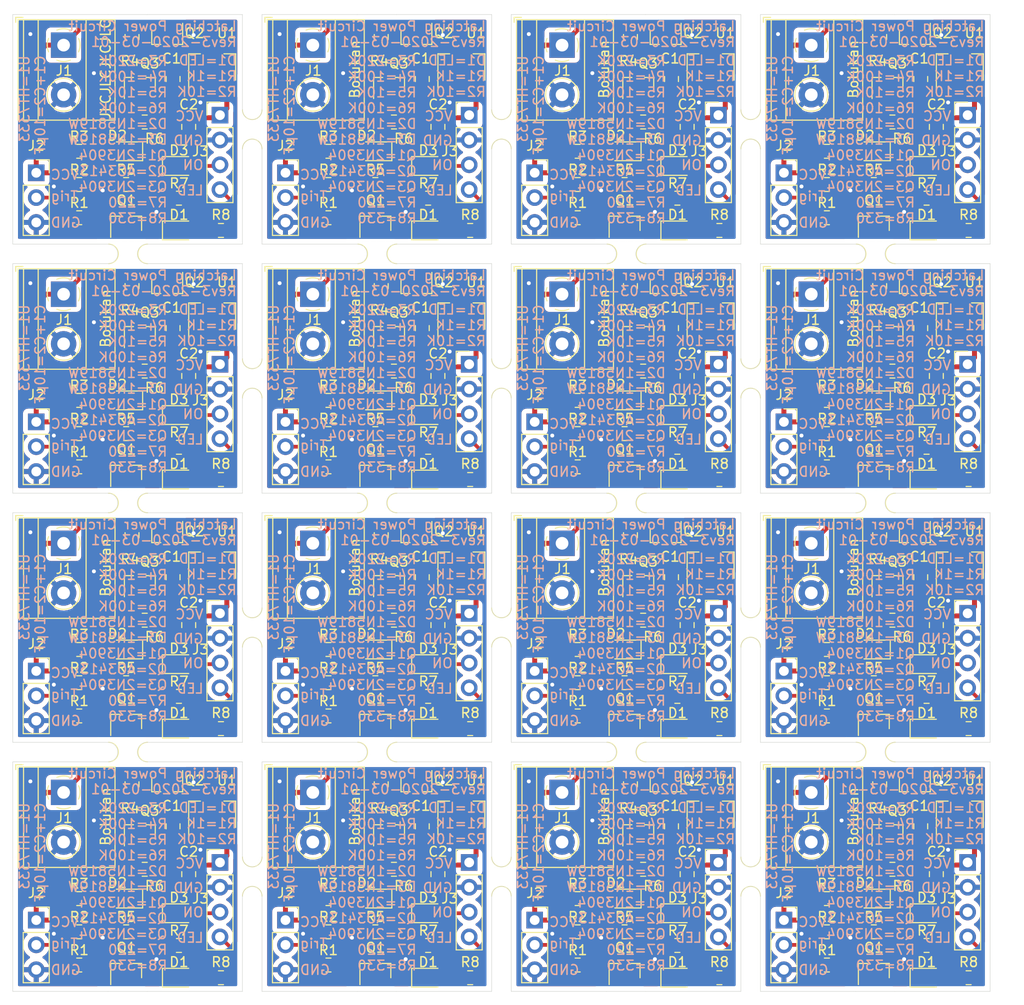
<source format=kicad_pcb>
(kicad_pcb (version 20171130) (host pcbnew "(5.1.5)-3")
  (layers (0 F.Cu signal) (31 B.Cu signal) (34 B.Paste user) (35 F.Paste user) (36 B.SilkS user) (37 F.SilkS user) (38 B.Mask user) (39 F.Mask user) (44 Edge.Cuts user))
  (net 0 "")
  (net 1 "Net-(D1-Pad2)")
  (net 2 "Net-(D2-Pad2)")
  (net 3 "Net-(D2-Pad1)")
  (net 4 "Net-(D3-Pad2)")
  (net 5 "Net-(D3-Pad1)")
  (net 6 VCC)
  (net 7 GND)
  (net 8 /trigger)
  (net 9 "Net-(Q1-Pad3)")
  (net 10 "Net-(Q1-Pad2)")
  (net 11 "Net-(Q1-Pad1)")
  (net 12 "Net-(Q2-Pad1)")
  (net 13 "Net-(J3-Pad4)")
  (net 14 "Net-(C1-Pad1)")
  (net 15 "Net-(C2-Pad1)")
  (module Mousebits:mouse-bite-2mm-slot (layer F.Cu) (at 118.3 105.5)
    (fp_text reference mouse-bite-2mm-slot hide)
    (fp_text value VAL** hide)
    (pad "" np_thru_hole circle (at 0.75 0.75) (size 0.5 0.5) (drill 0.5) (layers *.Cu *.Mask))
    (pad "" np_thru_hole circle (at -0.75 0.75) (size 0.5 0.5) (drill 0.5) (layers *.Cu *.Mask))
    (pad "" np_thru_hole circle (at -0.75 -0.75) (size 0.5 0.5) (drill 0.5) (layers *.Cu *.Mask))
    (pad "" np_thru_hole circle (at 0.75 -0.75) (size 0.5 0.5) (drill 0.5) (layers *.Cu *.Mask))
    (pad "" np_thru_hole circle (at 0 0.75) (size 0.5 0.5) (drill 0.5) (layers *.Cu *.Mask))
    (pad "" np_thru_hole circle (at 0 -0.75) (size 0.5 0.5) (drill 0.5) (layers *.Cu *.Mask))
  )
  (module Mousebits:mouse-bite-2mm-slot (layer F.Cu) (at 92.8 105.5)
    (fp_text reference mouse-bite-2mm-slot hide)
    (fp_text value VAL** hide)
    (pad "" np_thru_hole circle (at 0.75 0.75) (size 0.5 0.5) (drill 0.5) (layers *.Cu *.Mask))
    (pad "" np_thru_hole circle (at -0.75 0.75) (size 0.5 0.5) (drill 0.5) (layers *.Cu *.Mask))
    (pad "" np_thru_hole circle (at -0.75 -0.75) (size 0.5 0.5) (drill 0.5) (layers *.Cu *.Mask))
    (pad "" np_thru_hole circle (at 0.75 -0.75) (size 0.5 0.5) (drill 0.5) (layers *.Cu *.Mask))
    (pad "" np_thru_hole circle (at 0 0.75) (size 0.5 0.5) (drill 0.5) (layers *.Cu *.Mask))
    (pad "" np_thru_hole circle (at 0 -0.75) (size 0.5 0.5) (drill 0.5) (layers *.Cu *.Mask))
  )
  (module Mousebits:mouse-bite-2mm-slot (layer F.Cu) (at 67.3 105.5)
    (fp_text reference mouse-bite-2mm-slot hide)
    (fp_text value VAL** hide)
    (pad "" np_thru_hole circle (at 0.75 0.75) (size 0.5 0.5) (drill 0.5) (layers *.Cu *.Mask))
    (pad "" np_thru_hole circle (at -0.75 0.75) (size 0.5 0.5) (drill 0.5) (layers *.Cu *.Mask))
    (pad "" np_thru_hole circle (at -0.75 -0.75) (size 0.5 0.5) (drill 0.5) (layers *.Cu *.Mask))
    (pad "" np_thru_hole circle (at 0.75 -0.75) (size 0.5 0.5) (drill 0.5) (layers *.Cu *.Mask))
    (pad "" np_thru_hole circle (at 0 0.75) (size 0.5 0.5) (drill 0.5) (layers *.Cu *.Mask))
    (pad "" np_thru_hole circle (at 0 -0.75) (size 0.5 0.5) (drill 0.5) (layers *.Cu *.Mask))
  )
  (module Mousebits:mouse-bite-2mm-slot (layer F.Cu) (at 41.8 105.5)
    (fp_text reference mouse-bite-2mm-slot hide)
    (fp_text value VAL** hide)
    (pad "" np_thru_hole circle (at 0.75 0.75) (size 0.5 0.5) (drill 0.5) (layers *.Cu *.Mask))
    (pad "" np_thru_hole circle (at -0.75 0.75) (size 0.5 0.5) (drill 0.5) (layers *.Cu *.Mask))
    (pad "" np_thru_hole circle (at -0.75 -0.75) (size 0.5 0.5) (drill 0.5) (layers *.Cu *.Mask))
    (pad "" np_thru_hole circle (at 0.75 -0.75) (size 0.5 0.5) (drill 0.5) (layers *.Cu *.Mask))
    (pad "" np_thru_hole circle (at 0 0.75) (size 0.5 0.5) (drill 0.5) (layers *.Cu *.Mask))
    (pad "" np_thru_hole circle (at 0 -0.75) (size 0.5 0.5) (drill 0.5) (layers *.Cu *.Mask))
  )
  (module Mousebits:mouse-bite-2mm-slot (layer F.Cu) (at 118.3 80)
    (fp_text reference mouse-bite-2mm-slot hide)
    (fp_text value VAL** hide)
    (pad "" np_thru_hole circle (at 0.75 0.75) (size 0.5 0.5) (drill 0.5) (layers *.Cu *.Mask))
    (pad "" np_thru_hole circle (at -0.75 0.75) (size 0.5 0.5) (drill 0.5) (layers *.Cu *.Mask))
    (pad "" np_thru_hole circle (at -0.75 -0.75) (size 0.5 0.5) (drill 0.5) (layers *.Cu *.Mask))
    (pad "" np_thru_hole circle (at 0.75 -0.75) (size 0.5 0.5) (drill 0.5) (layers *.Cu *.Mask))
    (pad "" np_thru_hole circle (at 0 0.75) (size 0.5 0.5) (drill 0.5) (layers *.Cu *.Mask))
    (pad "" np_thru_hole circle (at 0 -0.75) (size 0.5 0.5) (drill 0.5) (layers *.Cu *.Mask))
  )
  (module Mousebits:mouse-bite-2mm-slot (layer F.Cu) (at 92.8 80)
    (fp_text reference mouse-bite-2mm-slot hide)
    (fp_text value VAL** hide)
    (pad "" np_thru_hole circle (at 0.75 0.75) (size 0.5 0.5) (drill 0.5) (layers *.Cu *.Mask))
    (pad "" np_thru_hole circle (at -0.75 0.75) (size 0.5 0.5) (drill 0.5) (layers *.Cu *.Mask))
    (pad "" np_thru_hole circle (at -0.75 -0.75) (size 0.5 0.5) (drill 0.5) (layers *.Cu *.Mask))
    (pad "" np_thru_hole circle (at 0.75 -0.75) (size 0.5 0.5) (drill 0.5) (layers *.Cu *.Mask))
    (pad "" np_thru_hole circle (at 0 0.75) (size 0.5 0.5) (drill 0.5) (layers *.Cu *.Mask))
    (pad "" np_thru_hole circle (at 0 -0.75) (size 0.5 0.5) (drill 0.5) (layers *.Cu *.Mask))
  )
  (module Mousebits:mouse-bite-2mm-slot (layer F.Cu) (at 67.3 80)
    (fp_text reference mouse-bite-2mm-slot hide)
    (fp_text value VAL** hide)
    (pad "" np_thru_hole circle (at 0.75 0.75) (size 0.5 0.5) (drill 0.5) (layers *.Cu *.Mask))
    (pad "" np_thru_hole circle (at -0.75 0.75) (size 0.5 0.5) (drill 0.5) (layers *.Cu *.Mask))
    (pad "" np_thru_hole circle (at -0.75 -0.75) (size 0.5 0.5) (drill 0.5) (layers *.Cu *.Mask))
    (pad "" np_thru_hole circle (at 0.75 -0.75) (size 0.5 0.5) (drill 0.5) (layers *.Cu *.Mask))
    (pad "" np_thru_hole circle (at 0 0.75) (size 0.5 0.5) (drill 0.5) (layers *.Cu *.Mask))
    (pad "" np_thru_hole circle (at 0 -0.75) (size 0.5 0.5) (drill 0.5) (layers *.Cu *.Mask))
  )
  (module Mousebits:mouse-bite-2mm-slot (layer F.Cu) (at 41.8 80)
    (fp_text reference mouse-bite-2mm-slot hide)
    (fp_text value VAL** hide)
    (pad "" np_thru_hole circle (at 0.75 0.75) (size 0.5 0.5) (drill 0.5) (layers *.Cu *.Mask))
    (pad "" np_thru_hole circle (at -0.75 0.75) (size 0.5 0.5) (drill 0.5) (layers *.Cu *.Mask))
    (pad "" np_thru_hole circle (at -0.75 -0.75) (size 0.5 0.5) (drill 0.5) (layers *.Cu *.Mask))
    (pad "" np_thru_hole circle (at 0.75 -0.75) (size 0.5 0.5) (drill 0.5) (layers *.Cu *.Mask))
    (pad "" np_thru_hole circle (at 0 0.75) (size 0.5 0.5) (drill 0.5) (layers *.Cu *.Mask))
    (pad "" np_thru_hole circle (at 0 -0.75) (size 0.5 0.5) (drill 0.5) (layers *.Cu *.Mask))
  )
  (module Mousebits:mouse-bite-2mm-slot (layer F.Cu) (at 118.3 54.5)
    (fp_text reference mouse-bite-2mm-slot hide)
    (fp_text value VAL** hide)
    (pad "" np_thru_hole circle (at 0.75 0.75) (size 0.5 0.5) (drill 0.5) (layers *.Cu *.Mask))
    (pad "" np_thru_hole circle (at -0.75 0.75) (size 0.5 0.5) (drill 0.5) (layers *.Cu *.Mask))
    (pad "" np_thru_hole circle (at -0.75 -0.75) (size 0.5 0.5) (drill 0.5) (layers *.Cu *.Mask))
    (pad "" np_thru_hole circle (at 0.75 -0.75) (size 0.5 0.5) (drill 0.5) (layers *.Cu *.Mask))
    (pad "" np_thru_hole circle (at 0 0.75) (size 0.5 0.5) (drill 0.5) (layers *.Cu *.Mask))
    (pad "" np_thru_hole circle (at 0 -0.75) (size 0.5 0.5) (drill 0.5) (layers *.Cu *.Mask))
  )
  (module Mousebits:mouse-bite-2mm-slot (layer F.Cu) (at 92.8 54.5)
    (fp_text reference mouse-bite-2mm-slot hide)
    (fp_text value VAL** hide)
    (pad "" np_thru_hole circle (at 0.75 0.75) (size 0.5 0.5) (drill 0.5) (layers *.Cu *.Mask))
    (pad "" np_thru_hole circle (at -0.75 0.75) (size 0.5 0.5) (drill 0.5) (layers *.Cu *.Mask))
    (pad "" np_thru_hole circle (at -0.75 -0.75) (size 0.5 0.5) (drill 0.5) (layers *.Cu *.Mask))
    (pad "" np_thru_hole circle (at 0.75 -0.75) (size 0.5 0.5) (drill 0.5) (layers *.Cu *.Mask))
    (pad "" np_thru_hole circle (at 0 0.75) (size 0.5 0.5) (drill 0.5) (layers *.Cu *.Mask))
    (pad "" np_thru_hole circle (at 0 -0.75) (size 0.5 0.5) (drill 0.5) (layers *.Cu *.Mask))
  )
  (module Mousebits:mouse-bite-2mm-slot (layer F.Cu) (at 67.3 54.5)
    (fp_text reference mouse-bite-2mm-slot hide)
    (fp_text value VAL** hide)
    (pad "" np_thru_hole circle (at 0.75 0.75) (size 0.5 0.5) (drill 0.5) (layers *.Cu *.Mask))
    (pad "" np_thru_hole circle (at -0.75 0.75) (size 0.5 0.5) (drill 0.5) (layers *.Cu *.Mask))
    (pad "" np_thru_hole circle (at -0.75 -0.75) (size 0.5 0.5) (drill 0.5) (layers *.Cu *.Mask))
    (pad "" np_thru_hole circle (at 0.75 -0.75) (size 0.5 0.5) (drill 0.5) (layers *.Cu *.Mask))
    (pad "" np_thru_hole circle (at 0 0.75) (size 0.5 0.5) (drill 0.5) (layers *.Cu *.Mask))
    (pad "" np_thru_hole circle (at 0 -0.75) (size 0.5 0.5) (drill 0.5) (layers *.Cu *.Mask))
  )
  (module Mousebits:mouse-bite-2mm-slot (layer F.Cu) (at 41.8 54.5)
    (fp_text reference mouse-bite-2mm-slot hide)
    (fp_text value VAL** hide)
    (pad "" np_thru_hole circle (at 0.75 0.75) (size 0.5 0.5) (drill 0.5) (layers *.Cu *.Mask))
    (pad "" np_thru_hole circle (at -0.75 0.75) (size 0.5 0.5) (drill 0.5) (layers *.Cu *.Mask))
    (pad "" np_thru_hole circle (at -0.75 -0.75) (size 0.5 0.5) (drill 0.5) (layers *.Cu *.Mask))
    (pad "" np_thru_hole circle (at 0.75 -0.75) (size 0.5 0.5) (drill 0.5) (layers *.Cu *.Mask))
    (pad "" np_thru_hole circle (at 0 0.75) (size 0.5 0.5) (drill 0.5) (layers *.Cu *.Mask))
    (pad "" np_thru_hole circle (at 0 -0.75) (size 0.5 0.5) (drill 0.5) (layers *.Cu *.Mask))
  )
  (module Mousebits:mouse-bite-2mm-slot (layer F.Cu) (at 105.5 118.25 90)
    (fp_text reference mouse-bite-2mm-slot hide)
    (fp_text value VAL** hide)
    (pad "" np_thru_hole circle (at 0 -0.75 90) (size 0.5 0.5) (drill 0.5) (layers *.Cu *.Mask))
    (pad "" np_thru_hole circle (at 0 0.75 90) (size 0.5 0.5) (drill 0.5) (layers *.Cu *.Mask))
    (pad "" np_thru_hole circle (at 0.75 -0.75 90) (size 0.5 0.5) (drill 0.5) (layers *.Cu *.Mask))
    (pad "" np_thru_hole circle (at -0.75 -0.75 90) (size 0.5 0.5) (drill 0.5) (layers *.Cu *.Mask))
    (pad "" np_thru_hole circle (at -0.75 0.75 90) (size 0.5 0.5) (drill 0.5) (layers *.Cu *.Mask))
    (pad "" np_thru_hole circle (at 0.75 0.75 90) (size 0.5 0.5) (drill 0.5) (layers *.Cu *.Mask))
  )
  (module Mousebits:mouse-bite-2mm-slot (layer F.Cu) (at 80 118.25 90)
    (fp_text reference mouse-bite-2mm-slot hide)
    (fp_text value VAL** hide)
    (pad "" np_thru_hole circle (at 0 -0.75 90) (size 0.5 0.5) (drill 0.5) (layers *.Cu *.Mask))
    (pad "" np_thru_hole circle (at 0 0.75 90) (size 0.5 0.5) (drill 0.5) (layers *.Cu *.Mask))
    (pad "" np_thru_hole circle (at 0.75 -0.75 90) (size 0.5 0.5) (drill 0.5) (layers *.Cu *.Mask))
    (pad "" np_thru_hole circle (at -0.75 -0.75 90) (size 0.5 0.5) (drill 0.5) (layers *.Cu *.Mask))
    (pad "" np_thru_hole circle (at -0.75 0.75 90) (size 0.5 0.5) (drill 0.5) (layers *.Cu *.Mask))
    (pad "" np_thru_hole circle (at 0.75 0.75 90) (size 0.5 0.5) (drill 0.5) (layers *.Cu *.Mask))
  )
  (module Mousebits:mouse-bite-2mm-slot (layer F.Cu) (at 54.5 118.25 90)
    (fp_text reference mouse-bite-2mm-slot hide)
    (fp_text value VAL** hide)
    (pad "" np_thru_hole circle (at 0 -0.75 90) (size 0.5 0.5) (drill 0.5) (layers *.Cu *.Mask))
    (pad "" np_thru_hole circle (at 0 0.75 90) (size 0.5 0.5) (drill 0.5) (layers *.Cu *.Mask))
    (pad "" np_thru_hole circle (at 0.75 -0.75 90) (size 0.5 0.5) (drill 0.5) (layers *.Cu *.Mask))
    (pad "" np_thru_hole circle (at -0.75 -0.75 90) (size 0.5 0.5) (drill 0.5) (layers *.Cu *.Mask))
    (pad "" np_thru_hole circle (at -0.75 0.75 90) (size 0.5 0.5) (drill 0.5) (layers *.Cu *.Mask))
    (pad "" np_thru_hole circle (at 0.75 0.75 90) (size 0.5 0.5) (drill 0.5) (layers *.Cu *.Mask))
  )
  (module Mousebits:mouse-bite-2mm-slot (layer F.Cu) (at 105.5 92.75 90)
    (fp_text reference mouse-bite-2mm-slot hide)
    (fp_text value VAL** hide)
    (pad "" np_thru_hole circle (at 0 -0.75 90) (size 0.5 0.5) (drill 0.5) (layers *.Cu *.Mask))
    (pad "" np_thru_hole circle (at 0 0.75 90) (size 0.5 0.5) (drill 0.5) (layers *.Cu *.Mask))
    (pad "" np_thru_hole circle (at 0.75 -0.75 90) (size 0.5 0.5) (drill 0.5) (layers *.Cu *.Mask))
    (pad "" np_thru_hole circle (at -0.75 -0.75 90) (size 0.5 0.5) (drill 0.5) (layers *.Cu *.Mask))
    (pad "" np_thru_hole circle (at -0.75 0.75 90) (size 0.5 0.5) (drill 0.5) (layers *.Cu *.Mask))
    (pad "" np_thru_hole circle (at 0.75 0.75 90) (size 0.5 0.5) (drill 0.5) (layers *.Cu *.Mask))
  )
  (module Mousebits:mouse-bite-2mm-slot (layer F.Cu) (at 80 92.75 90)
    (fp_text reference mouse-bite-2mm-slot hide)
    (fp_text value VAL** hide)
    (pad "" np_thru_hole circle (at 0 -0.75 90) (size 0.5 0.5) (drill 0.5) (layers *.Cu *.Mask))
    (pad "" np_thru_hole circle (at 0 0.75 90) (size 0.5 0.5) (drill 0.5) (layers *.Cu *.Mask))
    (pad "" np_thru_hole circle (at 0.75 -0.75 90) (size 0.5 0.5) (drill 0.5) (layers *.Cu *.Mask))
    (pad "" np_thru_hole circle (at -0.75 -0.75 90) (size 0.5 0.5) (drill 0.5) (layers *.Cu *.Mask))
    (pad "" np_thru_hole circle (at -0.75 0.75 90) (size 0.5 0.5) (drill 0.5) (layers *.Cu *.Mask))
    (pad "" np_thru_hole circle (at 0.75 0.75 90) (size 0.5 0.5) (drill 0.5) (layers *.Cu *.Mask))
  )
  (module Mousebits:mouse-bite-2mm-slot (layer F.Cu) (at 54.5 92.75 90)
    (fp_text reference mouse-bite-2mm-slot hide)
    (fp_text value VAL** hide)
    (pad "" np_thru_hole circle (at 0 -0.75 90) (size 0.5 0.5) (drill 0.5) (layers *.Cu *.Mask))
    (pad "" np_thru_hole circle (at 0 0.75 90) (size 0.5 0.5) (drill 0.5) (layers *.Cu *.Mask))
    (pad "" np_thru_hole circle (at 0.75 -0.75 90) (size 0.5 0.5) (drill 0.5) (layers *.Cu *.Mask))
    (pad "" np_thru_hole circle (at -0.75 -0.75 90) (size 0.5 0.5) (drill 0.5) (layers *.Cu *.Mask))
    (pad "" np_thru_hole circle (at -0.75 0.75 90) (size 0.5 0.5) (drill 0.5) (layers *.Cu *.Mask))
    (pad "" np_thru_hole circle (at 0.75 0.75 90) (size 0.5 0.5) (drill 0.5) (layers *.Cu *.Mask))
  )
  (module Mousebits:mouse-bite-2mm-slot (layer F.Cu) (at 105.5 67.25 90)
    (fp_text reference mouse-bite-2mm-slot hide)
    (fp_text value VAL** hide)
    (pad "" np_thru_hole circle (at 0 -0.75 90) (size 0.5 0.5) (drill 0.5) (layers *.Cu *.Mask))
    (pad "" np_thru_hole circle (at 0 0.75 90) (size 0.5 0.5) (drill 0.5) (layers *.Cu *.Mask))
    (pad "" np_thru_hole circle (at 0.75 -0.75 90) (size 0.5 0.5) (drill 0.5) (layers *.Cu *.Mask))
    (pad "" np_thru_hole circle (at -0.75 -0.75 90) (size 0.5 0.5) (drill 0.5) (layers *.Cu *.Mask))
    (pad "" np_thru_hole circle (at -0.75 0.75 90) (size 0.5 0.5) (drill 0.5) (layers *.Cu *.Mask))
    (pad "" np_thru_hole circle (at 0.75 0.75 90) (size 0.5 0.5) (drill 0.5) (layers *.Cu *.Mask))
  )
  (module Mousebits:mouse-bite-2mm-slot (layer F.Cu) (at 80 67.25 90)
    (fp_text reference mouse-bite-2mm-slot hide)
    (fp_text value VAL** hide)
    (pad "" np_thru_hole circle (at 0 -0.75 90) (size 0.5 0.5) (drill 0.5) (layers *.Cu *.Mask))
    (pad "" np_thru_hole circle (at 0 0.75 90) (size 0.5 0.5) (drill 0.5) (layers *.Cu *.Mask))
    (pad "" np_thru_hole circle (at 0.75 -0.75 90) (size 0.5 0.5) (drill 0.5) (layers *.Cu *.Mask))
    (pad "" np_thru_hole circle (at -0.75 -0.75 90) (size 0.5 0.5) (drill 0.5) (layers *.Cu *.Mask))
    (pad "" np_thru_hole circle (at -0.75 0.75 90) (size 0.5 0.5) (drill 0.5) (layers *.Cu *.Mask))
    (pad "" np_thru_hole circle (at 0.75 0.75 90) (size 0.5 0.5) (drill 0.5) (layers *.Cu *.Mask))
  )
  (module Mousebits:mouse-bite-2mm-slot (layer F.Cu) (at 54.5 67.25 90)
    (fp_text reference mouse-bite-2mm-slot hide)
    (fp_text value VAL** hide)
    (pad "" np_thru_hole circle (at 0 -0.75 90) (size 0.5 0.5) (drill 0.5) (layers *.Cu *.Mask))
    (pad "" np_thru_hole circle (at 0 0.75 90) (size 0.5 0.5) (drill 0.5) (layers *.Cu *.Mask))
    (pad "" np_thru_hole circle (at 0.75 -0.75 90) (size 0.5 0.5) (drill 0.5) (layers *.Cu *.Mask))
    (pad "" np_thru_hole circle (at -0.75 -0.75 90) (size 0.5 0.5) (drill 0.5) (layers *.Cu *.Mask))
    (pad "" np_thru_hole circle (at -0.75 0.75 90) (size 0.5 0.5) (drill 0.5) (layers *.Cu *.Mask))
    (pad "" np_thru_hole circle (at 0.75 0.75 90) (size 0.5 0.5) (drill 0.5) (layers *.Cu *.Mask))
  )
  (module Mousebits:mouse-bite-2mm-slot (layer F.Cu) (at 105.5 41.75 90)
    (fp_text reference mouse-bite-2mm-slot hide)
    (fp_text value VAL** hide)
    (pad "" np_thru_hole circle (at 0 -0.75 90) (size 0.5 0.5) (drill 0.5) (layers *.Cu *.Mask))
    (pad "" np_thru_hole circle (at 0 0.75 90) (size 0.5 0.5) (drill 0.5) (layers *.Cu *.Mask))
    (pad "" np_thru_hole circle (at 0.75 -0.75 90) (size 0.5 0.5) (drill 0.5) (layers *.Cu *.Mask))
    (pad "" np_thru_hole circle (at -0.75 -0.75 90) (size 0.5 0.5) (drill 0.5) (layers *.Cu *.Mask))
    (pad "" np_thru_hole circle (at -0.75 0.75 90) (size 0.5 0.5) (drill 0.5) (layers *.Cu *.Mask))
    (pad "" np_thru_hole circle (at 0.75 0.75 90) (size 0.5 0.5) (drill 0.5) (layers *.Cu *.Mask))
  )
  (module Mousebits:mouse-bite-2mm-slot (layer F.Cu) (at 80 41.75 90)
    (fp_text reference mouse-bite-2mm-slot hide)
    (fp_text value VAL** hide)
    (pad "" np_thru_hole circle (at 0 -0.75 90) (size 0.5 0.5) (drill 0.5) (layers *.Cu *.Mask))
    (pad "" np_thru_hole circle (at 0 0.75 90) (size 0.5 0.5) (drill 0.5) (layers *.Cu *.Mask))
    (pad "" np_thru_hole circle (at 0.75 -0.75 90) (size 0.5 0.5) (drill 0.5) (layers *.Cu *.Mask))
    (pad "" np_thru_hole circle (at -0.75 -0.75 90) (size 0.5 0.5) (drill 0.5) (layers *.Cu *.Mask))
    (pad "" np_thru_hole circle (at -0.75 0.75 90) (size 0.5 0.5) (drill 0.5) (layers *.Cu *.Mask))
    (pad "" np_thru_hole circle (at 0.75 0.75 90) (size 0.5 0.5) (drill 0.5) (layers *.Cu *.Mask))
  )
  (module Mousebits:mouse-bite-2mm-slot (layer F.Cu) (at 54.5 41.75 90)
    (fp_text reference mouse-bite-2mm-slot hide)
    (fp_text value VAL** hide)
    (pad "" np_thru_hole circle (at 0 -0.75 90) (size 0.5 0.5) (drill 0.5) (layers *.Cu *.Mask))
    (pad "" np_thru_hole circle (at 0 0.75 90) (size 0.5 0.5) (drill 0.5) (layers *.Cu *.Mask))
    (pad "" np_thru_hole circle (at 0.75 -0.75 90) (size 0.5 0.5) (drill 0.5) (layers *.Cu *.Mask))
    (pad "" np_thru_hole circle (at -0.75 -0.75 90) (size 0.5 0.5) (drill 0.5) (layers *.Cu *.Mask))
    (pad "" np_thru_hole circle (at -0.75 0.75 90) (size 0.5 0.5) (drill 0.5) (layers *.Cu *.Mask))
    (pad "" np_thru_hole circle (at 0.75 0.75 90) (size 0.5 0.5) (drill 0.5) (layers *.Cu *.Mask))
  )
  (module Resistor_SMD:R_0805_2012Metric (layer F.Cu) (at 127.8 128.6 180)
    (fp_text reference R8 (at 0 1.6) (layer F.SilkS))
    (fp_text value 330)
    (pad 1 smd roundrect (at -0.9375 0 180) (size 0.975 1.4) (layers F.Cu F.Paste F.Mask) (net 13 "Net-(J3-Pad4)"))
    (pad 2 smd roundrect (at 0.9375 0 180) (size 0.975 1.4) (layers F.Cu F.Paste F.Mask) (net 1 "Net-(D1-Pad2)"))
  )
  (module Resistor_SMD:R_0805_2012Metric (layer F.Cu) (at 102.3 128.6 180)
    (fp_text reference R8 (at 0 1.6) (layer F.SilkS))
    (fp_text value 330)
    (pad 1 smd roundrect (at -0.9375 0 180) (size 0.975 1.4) (layers F.Cu F.Paste F.Mask) (net 13 "Net-(J3-Pad4)"))
    (pad 2 smd roundrect (at 0.9375 0 180) (size 0.975 1.4) (layers F.Cu F.Paste F.Mask) (net 1 "Net-(D1-Pad2)"))
  )
  (module Resistor_SMD:R_0805_2012Metric (layer F.Cu) (at 76.8 128.6 180)
    (fp_text reference R8 (at 0 1.6) (layer F.SilkS))
    (fp_text value 330)
    (pad 1 smd roundrect (at -0.9375 0 180) (size 0.975 1.4) (layers F.Cu F.Paste F.Mask) (net 13 "Net-(J3-Pad4)"))
    (pad 2 smd roundrect (at 0.9375 0 180) (size 0.975 1.4) (layers F.Cu F.Paste F.Mask) (net 1 "Net-(D1-Pad2)"))
  )
  (module Resistor_SMD:R_0805_2012Metric (layer F.Cu) (at 51.3 128.6 180)
    (fp_text reference R8 (at 0 1.6) (layer F.SilkS))
    (fp_text value 330)
    (pad 1 smd roundrect (at -0.9375 0 180) (size 0.975 1.4) (layers F.Cu F.Paste F.Mask) (net 13 "Net-(J3-Pad4)"))
    (pad 2 smd roundrect (at 0.9375 0 180) (size 0.975 1.4) (layers F.Cu F.Paste F.Mask) (net 1 "Net-(D1-Pad2)"))
  )
  (module Resistor_SMD:R_0805_2012Metric (layer F.Cu) (at 127.8 103.1 180)
    (fp_text reference R8 (at 0 1.6) (layer F.SilkS))
    (fp_text value 330)
    (pad 1 smd roundrect (at -0.9375 0 180) (size 0.975 1.4) (layers F.Cu F.Paste F.Mask) (net 13 "Net-(J3-Pad4)"))
    (pad 2 smd roundrect (at 0.9375 0 180) (size 0.975 1.4) (layers F.Cu F.Paste F.Mask) (net 1 "Net-(D1-Pad2)"))
  )
  (module Resistor_SMD:R_0805_2012Metric (layer F.Cu) (at 102.3 103.1 180)
    (fp_text reference R8 (at 0 1.6) (layer F.SilkS))
    (fp_text value 330)
    (pad 1 smd roundrect (at -0.9375 0 180) (size 0.975 1.4) (layers F.Cu F.Paste F.Mask) (net 13 "Net-(J3-Pad4)"))
    (pad 2 smd roundrect (at 0.9375 0 180) (size 0.975 1.4) (layers F.Cu F.Paste F.Mask) (net 1 "Net-(D1-Pad2)"))
  )
  (module Resistor_SMD:R_0805_2012Metric (layer F.Cu) (at 76.8 103.1 180)
    (fp_text reference R8 (at 0 1.6) (layer F.SilkS))
    (fp_text value 330)
    (pad 1 smd roundrect (at -0.9375 0 180) (size 0.975 1.4) (layers F.Cu F.Paste F.Mask) (net 13 "Net-(J3-Pad4)"))
    (pad 2 smd roundrect (at 0.9375 0 180) (size 0.975 1.4) (layers F.Cu F.Paste F.Mask) (net 1 "Net-(D1-Pad2)"))
  )
  (module Resistor_SMD:R_0805_2012Metric (layer F.Cu) (at 51.3 103.1 180)
    (fp_text reference R8 (at 0 1.6) (layer F.SilkS))
    (fp_text value 330)
    (pad 1 smd roundrect (at -0.9375 0 180) (size 0.975 1.4) (layers F.Cu F.Paste F.Mask) (net 13 "Net-(J3-Pad4)"))
    (pad 2 smd roundrect (at 0.9375 0 180) (size 0.975 1.4) (layers F.Cu F.Paste F.Mask) (net 1 "Net-(D1-Pad2)"))
  )
  (module Resistor_SMD:R_0805_2012Metric (layer F.Cu) (at 127.8 77.6 180)
    (fp_text reference R8 (at 0 1.6) (layer F.SilkS))
    (fp_text value 330)
    (pad 1 smd roundrect (at -0.9375 0 180) (size 0.975 1.4) (layers F.Cu F.Paste F.Mask) (net 13 "Net-(J3-Pad4)"))
    (pad 2 smd roundrect (at 0.9375 0 180) (size 0.975 1.4) (layers F.Cu F.Paste F.Mask) (net 1 "Net-(D1-Pad2)"))
  )
  (module Resistor_SMD:R_0805_2012Metric (layer F.Cu) (at 102.3 77.6 180)
    (fp_text reference R8 (at 0 1.6) (layer F.SilkS))
    (fp_text value 330)
    (pad 1 smd roundrect (at -0.9375 0 180) (size 0.975 1.4) (layers F.Cu F.Paste F.Mask) (net 13 "Net-(J3-Pad4)"))
    (pad 2 smd roundrect (at 0.9375 0 180) (size 0.975 1.4) (layers F.Cu F.Paste F.Mask) (net 1 "Net-(D1-Pad2)"))
  )
  (module Resistor_SMD:R_0805_2012Metric (layer F.Cu) (at 76.8 77.6 180)
    (fp_text reference R8 (at 0 1.6) (layer F.SilkS))
    (fp_text value 330)
    (pad 1 smd roundrect (at -0.9375 0 180) (size 0.975 1.4) (layers F.Cu F.Paste F.Mask) (net 13 "Net-(J3-Pad4)"))
    (pad 2 smd roundrect (at 0.9375 0 180) (size 0.975 1.4) (layers F.Cu F.Paste F.Mask) (net 1 "Net-(D1-Pad2)"))
  )
  (module Resistor_SMD:R_0805_2012Metric (layer F.Cu) (at 51.3 77.6 180)
    (fp_text reference R8 (at 0 1.6) (layer F.SilkS))
    (fp_text value 330)
    (pad 1 smd roundrect (at -0.9375 0 180) (size 0.975 1.4) (layers F.Cu F.Paste F.Mask) (net 13 "Net-(J3-Pad4)"))
    (pad 2 smd roundrect (at 0.9375 0 180) (size 0.975 1.4) (layers F.Cu F.Paste F.Mask) (net 1 "Net-(D1-Pad2)"))
  )
  (module Resistor_SMD:R_0805_2012Metric (layer F.Cu) (at 127.8 52.1 180)
    (fp_text reference R8 (at 0 1.6) (layer F.SilkS))
    (fp_text value 330)
    (pad 1 smd roundrect (at -0.9375 0 180) (size 0.975 1.4) (layers F.Cu F.Paste F.Mask) (net 13 "Net-(J3-Pad4)"))
    (pad 2 smd roundrect (at 0.9375 0 180) (size 0.975 1.4) (layers F.Cu F.Paste F.Mask) (net 1 "Net-(D1-Pad2)"))
  )
  (module Resistor_SMD:R_0805_2012Metric (layer F.Cu) (at 102.3 52.1 180)
    (fp_text reference R8 (at 0 1.6) (layer F.SilkS))
    (fp_text value 330)
    (pad 1 smd roundrect (at -0.9375 0 180) (size 0.975 1.4) (layers F.Cu F.Paste F.Mask) (net 13 "Net-(J3-Pad4)"))
    (pad 2 smd roundrect (at 0.9375 0 180) (size 0.975 1.4) (layers F.Cu F.Paste F.Mask) (net 1 "Net-(D1-Pad2)"))
  )
  (module Resistor_SMD:R_0805_2012Metric (layer F.Cu) (at 76.8 52.1 180)
    (fp_text reference R8 (at 0 1.6) (layer F.SilkS))
    (fp_text value 330)
    (pad 1 smd roundrect (at -0.9375 0 180) (size 0.975 1.4) (layers F.Cu F.Paste F.Mask) (net 13 "Net-(J3-Pad4)"))
    (pad 2 smd roundrect (at 0.9375 0 180) (size 0.975 1.4) (layers F.Cu F.Paste F.Mask) (net 1 "Net-(D1-Pad2)"))
  )
  (module Connector_PinHeader_2.54mm:PinHeader_1x04_P2.54mm_Vertical (layer F.Cu) (at 127.7 116.8)
    (fp_text reference J3 (at -2 3.7) (layer F.SilkS))
    (fp_text value Microcontroller)
    (pad 1 thru_hole rect (at 0 0) (size 1.7 1.7) (drill 1) (layers *.Cu *.Mask) (net 15 "Net-(C2-Pad1)"))
    (pad 2 thru_hole oval (at 0 2.54) (size 1.7 1.7) (drill 1) (layers *.Cu *.Mask) (net 7 GND))
    (pad 3 thru_hole oval (at 0 5.08) (size 1.7 1.7) (drill 1) (layers *.Cu *.Mask) (net 4 "Net-(D3-Pad2)"))
    (pad 4 thru_hole oval (at 0 7.62) (size 1.7 1.7) (drill 1) (layers *.Cu *.Mask) (net 13 "Net-(J3-Pad4)"))
  )
  (module Connector_PinHeader_2.54mm:PinHeader_1x04_P2.54mm_Vertical (layer F.Cu) (at 102.2 116.8)
    (fp_text reference J3 (at -2 3.7) (layer F.SilkS))
    (fp_text value Microcontroller)
    (pad 1 thru_hole rect (at 0 0) (size 1.7 1.7) (drill 1) (layers *.Cu *.Mask) (net 15 "Net-(C2-Pad1)"))
    (pad 2 thru_hole oval (at 0 2.54) (size 1.7 1.7) (drill 1) (layers *.Cu *.Mask) (net 7 GND))
    (pad 3 thru_hole oval (at 0 5.08) (size 1.7 1.7) (drill 1) (layers *.Cu *.Mask) (net 4 "Net-(D3-Pad2)"))
    (pad 4 thru_hole oval (at 0 7.62) (size 1.7 1.7) (drill 1) (layers *.Cu *.Mask) (net 13 "Net-(J3-Pad4)"))
  )
  (module Connector_PinHeader_2.54mm:PinHeader_1x04_P2.54mm_Vertical (layer F.Cu) (at 76.7 116.8)
    (fp_text reference J3 (at -2 3.7) (layer F.SilkS))
    (fp_text value Microcontroller)
    (pad 1 thru_hole rect (at 0 0) (size 1.7 1.7) (drill 1) (layers *.Cu *.Mask) (net 15 "Net-(C2-Pad1)"))
    (pad 2 thru_hole oval (at 0 2.54) (size 1.7 1.7) (drill 1) (layers *.Cu *.Mask) (net 7 GND))
    (pad 3 thru_hole oval (at 0 5.08) (size 1.7 1.7) (drill 1) (layers *.Cu *.Mask) (net 4 "Net-(D3-Pad2)"))
    (pad 4 thru_hole oval (at 0 7.62) (size 1.7 1.7) (drill 1) (layers *.Cu *.Mask) (net 13 "Net-(J3-Pad4)"))
  )
  (module Connector_PinHeader_2.54mm:PinHeader_1x04_P2.54mm_Vertical (layer F.Cu) (at 51.2 116.8)
    (fp_text reference J3 (at -2 3.7) (layer F.SilkS))
    (fp_text value Microcontroller)
    (pad 1 thru_hole rect (at 0 0) (size 1.7 1.7) (drill 1) (layers *.Cu *.Mask) (net 15 "Net-(C2-Pad1)"))
    (pad 2 thru_hole oval (at 0 2.54) (size 1.7 1.7) (drill 1) (layers *.Cu *.Mask) (net 7 GND))
    (pad 3 thru_hole oval (at 0 5.08) (size 1.7 1.7) (drill 1) (layers *.Cu *.Mask) (net 4 "Net-(D3-Pad2)"))
    (pad 4 thru_hole oval (at 0 7.62) (size 1.7 1.7) (drill 1) (layers *.Cu *.Mask) (net 13 "Net-(J3-Pad4)"))
  )
  (module Connector_PinHeader_2.54mm:PinHeader_1x04_P2.54mm_Vertical (layer F.Cu) (at 127.7 91.3)
    (fp_text reference J3 (at -2 3.7) (layer F.SilkS))
    (fp_text value Microcontroller)
    (pad 1 thru_hole rect (at 0 0) (size 1.7 1.7) (drill 1) (layers *.Cu *.Mask) (net 15 "Net-(C2-Pad1)"))
    (pad 2 thru_hole oval (at 0 2.54) (size 1.7 1.7) (drill 1) (layers *.Cu *.Mask) (net 7 GND))
    (pad 3 thru_hole oval (at 0 5.08) (size 1.7 1.7) (drill 1) (layers *.Cu *.Mask) (net 4 "Net-(D3-Pad2)"))
    (pad 4 thru_hole oval (at 0 7.62) (size 1.7 1.7) (drill 1) (layers *.Cu *.Mask) (net 13 "Net-(J3-Pad4)"))
  )
  (module Connector_PinHeader_2.54mm:PinHeader_1x04_P2.54mm_Vertical (layer F.Cu) (at 102.2 91.3)
    (fp_text reference J3 (at -2 3.7) (layer F.SilkS))
    (fp_text value Microcontroller)
    (pad 1 thru_hole rect (at 0 0) (size 1.7 1.7) (drill 1) (layers *.Cu *.Mask) (net 15 "Net-(C2-Pad1)"))
    (pad 2 thru_hole oval (at 0 2.54) (size 1.7 1.7) (drill 1) (layers *.Cu *.Mask) (net 7 GND))
    (pad 3 thru_hole oval (at 0 5.08) (size 1.7 1.7) (drill 1) (layers *.Cu *.Mask) (net 4 "Net-(D3-Pad2)"))
    (pad 4 thru_hole oval (at 0 7.62) (size 1.7 1.7) (drill 1) (layers *.Cu *.Mask) (net 13 "Net-(J3-Pad4)"))
  )
  (module Connector_PinHeader_2.54mm:PinHeader_1x04_P2.54mm_Vertical (layer F.Cu) (at 76.7 91.3)
    (fp_text reference J3 (at -2 3.7) (layer F.SilkS))
    (fp_text value Microcontroller)
    (pad 1 thru_hole rect (at 0 0) (size 1.7 1.7) (drill 1) (layers *.Cu *.Mask) (net 15 "Net-(C2-Pad1)"))
    (pad 2 thru_hole oval (at 0 2.54) (size 1.7 1.7) (drill 1) (layers *.Cu *.Mask) (net 7 GND))
    (pad 3 thru_hole oval (at 0 5.08) (size 1.7 1.7) (drill 1) (layers *.Cu *.Mask) (net 4 "Net-(D3-Pad2)"))
    (pad 4 thru_hole oval (at 0 7.62) (size 1.7 1.7) (drill 1) (layers *.Cu *.Mask) (net 13 "Net-(J3-Pad4)"))
  )
  (module Connector_PinHeader_2.54mm:PinHeader_1x04_P2.54mm_Vertical (layer F.Cu) (at 51.2 91.3)
    (fp_text reference J3 (at -2 3.7) (layer F.SilkS))
    (fp_text value Microcontroller)
    (pad 1 thru_hole rect (at 0 0) (size 1.7 1.7) (drill 1) (layers *.Cu *.Mask) (net 15 "Net-(C2-Pad1)"))
    (pad 2 thru_hole oval (at 0 2.54) (size 1.7 1.7) (drill 1) (layers *.Cu *.Mask) (net 7 GND))
    (pad 3 thru_hole oval (at 0 5.08) (size 1.7 1.7) (drill 1) (layers *.Cu *.Mask) (net 4 "Net-(D3-Pad2)"))
    (pad 4 thru_hole oval (at 0 7.62) (size 1.7 1.7) (drill 1) (layers *.Cu *.Mask) (net 13 "Net-(J3-Pad4)"))
  )
  (module Connector_PinHeader_2.54mm:PinHeader_1x04_P2.54mm_Vertical (layer F.Cu) (at 127.7 65.8)
    (fp_text reference J3 (at -2 3.7) (layer F.SilkS))
    (fp_text value Microcontroller)
    (pad 1 thru_hole rect (at 0 0) (size 1.7 1.7) (drill 1) (layers *.Cu *.Mask) (net 15 "Net-(C2-Pad1)"))
    (pad 2 thru_hole oval (at 0 2.54) (size 1.7 1.7) (drill 1) (layers *.Cu *.Mask) (net 7 GND))
    (pad 3 thru_hole oval (at 0 5.08) (size 1.7 1.7) (drill 1) (layers *.Cu *.Mask) (net 4 "Net-(D3-Pad2)"))
    (pad 4 thru_hole oval (at 0 7.62) (size 1.7 1.7) (drill 1) (layers *.Cu *.Mask) (net 13 "Net-(J3-Pad4)"))
  )
  (module Connector_PinHeader_2.54mm:PinHeader_1x04_P2.54mm_Vertical (layer F.Cu) (at 102.2 65.8)
    (fp_text reference J3 (at -2 3.7) (layer F.SilkS))
    (fp_text value Microcontroller)
    (pad 1 thru_hole rect (at 0 0) (size 1.7 1.7) (drill 1) (layers *.Cu *.Mask) (net 15 "Net-(C2-Pad1)"))
    (pad 2 thru_hole oval (at 0 2.54) (size 1.7 1.7) (drill 1) (layers *.Cu *.Mask) (net 7 GND))
    (pad 3 thru_hole oval (at 0 5.08) (size 1.7 1.7) (drill 1) (layers *.Cu *.Mask) (net 4 "Net-(D3-Pad2)"))
    (pad 4 thru_hole oval (at 0 7.62) (size 1.7 1.7) (drill 1) (layers *.Cu *.Mask) (net 13 "Net-(J3-Pad4)"))
  )
  (module Connector_PinHeader_2.54mm:PinHeader_1x04_P2.54mm_Vertical (layer F.Cu) (at 76.7 65.8)
    (fp_text reference J3 (at -2 3.7) (layer F.SilkS))
    (fp_text value Microcontroller)
    (pad 1 thru_hole rect (at 0 0) (size 1.7 1.7) (drill 1) (layers *.Cu *.Mask) (net 15 "Net-(C2-Pad1)"))
    (pad 2 thru_hole oval (at 0 2.54) (size 1.7 1.7) (drill 1) (layers *.Cu *.Mask) (net 7 GND))
    (pad 3 thru_hole oval (at 0 5.08) (size 1.7 1.7) (drill 1) (layers *.Cu *.Mask) (net 4 "Net-(D3-Pad2)"))
    (pad 4 thru_hole oval (at 0 7.62) (size 1.7 1.7) (drill 1) (layers *.Cu *.Mask) (net 13 "Net-(J3-Pad4)"))
  )
  (module Connector_PinHeader_2.54mm:PinHeader_1x04_P2.54mm_Vertical (layer F.Cu) (at 51.2 65.8)
    (fp_text reference J3 (at -2 3.7) (layer F.SilkS))
    (fp_text value Microcontroller)
    (pad 1 thru_hole rect (at 0 0) (size 1.7 1.7) (drill 1) (layers *.Cu *.Mask) (net 15 "Net-(C2-Pad1)"))
    (pad 2 thru_hole oval (at 0 2.54) (size 1.7 1.7) (drill 1) (layers *.Cu *.Mask) (net 7 GND))
    (pad 3 thru_hole oval (at 0 5.08) (size 1.7 1.7) (drill 1) (layers *.Cu *.Mask) (net 4 "Net-(D3-Pad2)"))
    (pad 4 thru_hole oval (at 0 7.62) (size 1.7 1.7) (drill 1) (layers *.Cu *.Mask) (net 13 "Net-(J3-Pad4)"))
  )
  (module Connector_PinHeader_2.54mm:PinHeader_1x04_P2.54mm_Vertical (layer F.Cu) (at 127.7 40.3)
    (fp_text reference J3 (at -2 3.7) (layer F.SilkS))
    (fp_text value Microcontroller)
    (pad 1 thru_hole rect (at 0 0) (size 1.7 1.7) (drill 1) (layers *.Cu *.Mask) (net 15 "Net-(C2-Pad1)"))
    (pad 2 thru_hole oval (at 0 2.54) (size 1.7 1.7) (drill 1) (layers *.Cu *.Mask) (net 7 GND))
    (pad 3 thru_hole oval (at 0 5.08) (size 1.7 1.7) (drill 1) (layers *.Cu *.Mask) (net 4 "Net-(D3-Pad2)"))
    (pad 4 thru_hole oval (at 0 7.62) (size 1.7 1.7) (drill 1) (layers *.Cu *.Mask) (net 13 "Net-(J3-Pad4)"))
  )
  (module Connector_PinHeader_2.54mm:PinHeader_1x04_P2.54mm_Vertical (layer F.Cu) (at 102.2 40.3)
    (fp_text reference J3 (at -2 3.7) (layer F.SilkS))
    (fp_text value Microcontroller)
    (pad 1 thru_hole rect (at 0 0) (size 1.7 1.7) (drill 1) (layers *.Cu *.Mask) (net 15 "Net-(C2-Pad1)"))
    (pad 2 thru_hole oval (at 0 2.54) (size 1.7 1.7) (drill 1) (layers *.Cu *.Mask) (net 7 GND))
    (pad 3 thru_hole oval (at 0 5.08) (size 1.7 1.7) (drill 1) (layers *.Cu *.Mask) (net 4 "Net-(D3-Pad2)"))
    (pad 4 thru_hole oval (at 0 7.62) (size 1.7 1.7) (drill 1) (layers *.Cu *.Mask) (net 13 "Net-(J3-Pad4)"))
  )
  (module Connector_PinHeader_2.54mm:PinHeader_1x04_P2.54mm_Vertical (layer F.Cu) (at 76.7 40.3)
    (fp_text reference J3 (at -2 3.7) (layer F.SilkS))
    (fp_text value Microcontroller)
    (pad 1 thru_hole rect (at 0 0) (size 1.7 1.7) (drill 1) (layers *.Cu *.Mask) (net 15 "Net-(C2-Pad1)"))
    (pad 2 thru_hole oval (at 0 2.54) (size 1.7 1.7) (drill 1) (layers *.Cu *.Mask) (net 7 GND))
    (pad 3 thru_hole oval (at 0 5.08) (size 1.7 1.7) (drill 1) (layers *.Cu *.Mask) (net 4 "Net-(D3-Pad2)"))
    (pad 4 thru_hole oval (at 0 7.62) (size 1.7 1.7) (drill 1) (layers *.Cu *.Mask) (net 13 "Net-(J3-Pad4)"))
  )
  (module Resistor_SMD:R_0805_2012Metric (layer F.Cu) (at 123.5 125.3 180)
    (fp_text reference R7 (at -0.007 1.525) (layer F.SilkS))
    (fp_text value 220)
    (pad 1 smd roundrect (at -0.9375 0 180) (size 0.975 1.4) (layers F.Cu F.Paste F.Mask) (net 5 "Net-(D3-Pad1)"))
    (pad 2 smd roundrect (at 0.9375 0 180) (size 0.975 1.4) (layers F.Cu F.Paste F.Mask) (net 3 "Net-(D2-Pad1)"))
  )
  (module Resistor_SMD:R_0805_2012Metric (layer F.Cu) (at 98 125.3 180)
    (fp_text reference R7 (at -0.007 1.525) (layer F.SilkS))
    (fp_text value 220)
    (pad 1 smd roundrect (at -0.9375 0 180) (size 0.975 1.4) (layers F.Cu F.Paste F.Mask) (net 5 "Net-(D3-Pad1)"))
    (pad 2 smd roundrect (at 0.9375 0 180) (size 0.975 1.4) (layers F.Cu F.Paste F.Mask) (net 3 "Net-(D2-Pad1)"))
  )
  (module Resistor_SMD:R_0805_2012Metric (layer F.Cu) (at 72.5 125.3 180)
    (fp_text reference R7 (at -0.007 1.525) (layer F.SilkS))
    (fp_text value 220)
    (pad 1 smd roundrect (at -0.9375 0 180) (size 0.975 1.4) (layers F.Cu F.Paste F.Mask) (net 5 "Net-(D3-Pad1)"))
    (pad 2 smd roundrect (at 0.9375 0 180) (size 0.975 1.4) (layers F.Cu F.Paste F.Mask) (net 3 "Net-(D2-Pad1)"))
  )
  (module Resistor_SMD:R_0805_2012Metric (layer F.Cu) (at 47 125.3 180)
    (fp_text reference R7 (at -0.007 1.525) (layer F.SilkS))
    (fp_text value 220)
    (pad 1 smd roundrect (at -0.9375 0 180) (size 0.975 1.4) (layers F.Cu F.Paste F.Mask) (net 5 "Net-(D3-Pad1)"))
    (pad 2 smd roundrect (at 0.9375 0 180) (size 0.975 1.4) (layers F.Cu F.Paste F.Mask) (net 3 "Net-(D2-Pad1)"))
  )
  (module Resistor_SMD:R_0805_2012Metric (layer F.Cu) (at 123.5 99.8 180)
    (fp_text reference R7 (at -0.007 1.525) (layer F.SilkS))
    (fp_text value 220)
    (pad 1 smd roundrect (at -0.9375 0 180) (size 0.975 1.4) (layers F.Cu F.Paste F.Mask) (net 5 "Net-(D3-Pad1)"))
    (pad 2 smd roundrect (at 0.9375 0 180) (size 0.975 1.4) (layers F.Cu F.Paste F.Mask) (net 3 "Net-(D2-Pad1)"))
  )
  (module Resistor_SMD:R_0805_2012Metric (layer F.Cu) (at 98 99.8 180)
    (fp_text reference R7 (at -0.007 1.525) (layer F.SilkS))
    (fp_text value 220)
    (pad 1 smd roundrect (at -0.9375 0 180) (size 0.975 1.4) (layers F.Cu F.Paste F.Mask) (net 5 "Net-(D3-Pad1)"))
    (pad 2 smd roundrect (at 0.9375 0 180) (size 0.975 1.4) (layers F.Cu F.Paste F.Mask) (net 3 "Net-(D2-Pad1)"))
  )
  (module Resistor_SMD:R_0805_2012Metric (layer F.Cu) (at 72.5 99.8 180)
    (fp_text reference R7 (at -0.007 1.525) (layer F.SilkS))
    (fp_text value 220)
    (pad 1 smd roundrect (at -0.9375 0 180) (size 0.975 1.4) (layers F.Cu F.Paste F.Mask) (net 5 "Net-(D3-Pad1)"))
    (pad 2 smd roundrect (at 0.9375 0 180) (size 0.975 1.4) (layers F.Cu F.Paste F.Mask) (net 3 "Net-(D2-Pad1)"))
  )
  (module Resistor_SMD:R_0805_2012Metric (layer F.Cu) (at 47 99.8 180)
    (fp_text reference R7 (at -0.007 1.525) (layer F.SilkS))
    (fp_text value 220)
    (pad 1 smd roundrect (at -0.9375 0 180) (size 0.975 1.4) (layers F.Cu F.Paste F.Mask) (net 5 "Net-(D3-Pad1)"))
    (pad 2 smd roundrect (at 0.9375 0 180) (size 0.975 1.4) (layers F.Cu F.Paste F.Mask) (net 3 "Net-(D2-Pad1)"))
  )
  (module Resistor_SMD:R_0805_2012Metric (layer F.Cu) (at 123.5 74.3 180)
    (fp_text reference R7 (at -0.007 1.525) (layer F.SilkS))
    (fp_text value 220)
    (pad 1 smd roundrect (at -0.9375 0 180) (size 0.975 1.4) (layers F.Cu F.Paste F.Mask) (net 5 "Net-(D3-Pad1)"))
    (pad 2 smd roundrect (at 0.9375 0 180) (size 0.975 1.4) (layers F.Cu F.Paste F.Mask) (net 3 "Net-(D2-Pad1)"))
  )
  (module Resistor_SMD:R_0805_2012Metric (layer F.Cu) (at 98 74.3 180)
    (fp_text reference R7 (at -0.007 1.525) (layer F.SilkS))
    (fp_text value 220)
    (pad 1 smd roundrect (at -0.9375 0 180) (size 0.975 1.4) (layers F.Cu F.Paste F.Mask) (net 5 "Net-(D3-Pad1)"))
    (pad 2 smd roundrect (at 0.9375 0 180) (size 0.975 1.4) (layers F.Cu F.Paste F.Mask) (net 3 "Net-(D2-Pad1)"))
  )
  (module Resistor_SMD:R_0805_2012Metric (layer F.Cu) (at 72.5 74.3 180)
    (fp_text reference R7 (at -0.007 1.525) (layer F.SilkS))
    (fp_text value 220)
    (pad 1 smd roundrect (at -0.9375 0 180) (size 0.975 1.4) (layers F.Cu F.Paste F.Mask) (net 5 "Net-(D3-Pad1)"))
    (pad 2 smd roundrect (at 0.9375 0 180) (size 0.975 1.4) (layers F.Cu F.Paste F.Mask) (net 3 "Net-(D2-Pad1)"))
  )
  (module Resistor_SMD:R_0805_2012Metric (layer F.Cu) (at 47 74.3 180)
    (fp_text reference R7 (at -0.007 1.525) (layer F.SilkS))
    (fp_text value 220)
    (pad 1 smd roundrect (at -0.9375 0 180) (size 0.975 1.4) (layers F.Cu F.Paste F.Mask) (net 5 "Net-(D3-Pad1)"))
    (pad 2 smd roundrect (at 0.9375 0 180) (size 0.975 1.4) (layers F.Cu F.Paste F.Mask) (net 3 "Net-(D2-Pad1)"))
  )
  (module Resistor_SMD:R_0805_2012Metric (layer F.Cu) (at 123.5 48.8 180)
    (fp_text reference R7 (at -0.007 1.525) (layer F.SilkS))
    (fp_text value 220)
    (pad 1 smd roundrect (at -0.9375 0 180) (size 0.975 1.4) (layers F.Cu F.Paste F.Mask) (net 5 "Net-(D3-Pad1)"))
    (pad 2 smd roundrect (at 0.9375 0 180) (size 0.975 1.4) (layers F.Cu F.Paste F.Mask) (net 3 "Net-(D2-Pad1)"))
  )
  (module Resistor_SMD:R_0805_2012Metric (layer F.Cu) (at 98 48.8 180)
    (fp_text reference R7 (at -0.007 1.525) (layer F.SilkS))
    (fp_text value 220)
    (pad 1 smd roundrect (at -0.9375 0 180) (size 0.975 1.4) (layers F.Cu F.Paste F.Mask) (net 5 "Net-(D3-Pad1)"))
    (pad 2 smd roundrect (at 0.9375 0 180) (size 0.975 1.4) (layers F.Cu F.Paste F.Mask) (net 3 "Net-(D2-Pad1)"))
  )
  (module Resistor_SMD:R_0805_2012Metric (layer F.Cu) (at 72.5 48.8 180)
    (fp_text reference R7 (at -0.007 1.525) (layer F.SilkS))
    (fp_text value 220)
    (pad 1 smd roundrect (at -0.9375 0 180) (size 0.975 1.4) (layers F.Cu F.Paste F.Mask) (net 5 "Net-(D3-Pad1)"))
    (pad 2 smd roundrect (at 0.9375 0 180) (size 0.975 1.4) (layers F.Cu F.Paste F.Mask) (net 3 "Net-(D2-Pad1)"))
  )
  (module Resistor_SMD:R_0805_2012Metric (layer F.Cu) (at 113.3 120.5 180)
    (fp_text reference R3 (at 0 1.524) (layer F.SilkS))
    (fp_text value 220K)
    (pad 1 smd roundrect (at -0.9375 0 180) (size 0.975 1.4) (layers F.Cu F.Paste F.Mask) (net 10 "Net-(Q1-Pad2)"))
    (pad 2 smd roundrect (at 0.9375 0 180) (size 0.975 1.4) (layers F.Cu F.Paste F.Mask) (net 7 GND))
  )
  (module Resistor_SMD:R_0805_2012Metric (layer F.Cu) (at 87.8 120.5 180)
    (fp_text reference R3 (at 0 1.524) (layer F.SilkS))
    (fp_text value 220K)
    (pad 1 smd roundrect (at -0.9375 0 180) (size 0.975 1.4) (layers F.Cu F.Paste F.Mask) (net 10 "Net-(Q1-Pad2)"))
    (pad 2 smd roundrect (at 0.9375 0 180) (size 0.975 1.4) (layers F.Cu F.Paste F.Mask) (net 7 GND))
  )
  (module Resistor_SMD:R_0805_2012Metric (layer F.Cu) (at 62.3 120.5 180)
    (fp_text reference R3 (at 0 1.524) (layer F.SilkS))
    (fp_text value 220K)
    (pad 1 smd roundrect (at -0.9375 0 180) (size 0.975 1.4) (layers F.Cu F.Paste F.Mask) (net 10 "Net-(Q1-Pad2)"))
    (pad 2 smd roundrect (at 0.9375 0 180) (size 0.975 1.4) (layers F.Cu F.Paste F.Mask) (net 7 GND))
  )
  (module Resistor_SMD:R_0805_2012Metric (layer F.Cu) (at 36.8 120.5 180)
    (fp_text reference R3 (at 0 1.524) (layer F.SilkS))
    (fp_text value 220K)
    (pad 1 smd roundrect (at -0.9375 0 180) (size 0.975 1.4) (layers F.Cu F.Paste F.Mask) (net 10 "Net-(Q1-Pad2)"))
    (pad 2 smd roundrect (at 0.9375 0 180) (size 0.975 1.4) (layers F.Cu F.Paste F.Mask) (net 7 GND))
  )
  (module Resistor_SMD:R_0805_2012Metric (layer F.Cu) (at 113.3 95 180)
    (fp_text reference R3 (at 0 1.524) (layer F.SilkS))
    (fp_text value 220K)
    (pad 1 smd roundrect (at -0.9375 0 180) (size 0.975 1.4) (layers F.Cu F.Paste F.Mask) (net 10 "Net-(Q1-Pad2)"))
    (pad 2 smd roundrect (at 0.9375 0 180) (size 0.975 1.4) (layers F.Cu F.Paste F.Mask) (net 7 GND))
  )
  (module Resistor_SMD:R_0805_2012Metric (layer F.Cu) (at 87.8 95 180)
    (fp_text reference R3 (at 0 1.524) (layer F.SilkS))
    (fp_text value 220K)
    (pad 1 smd roundrect (at -0.9375 0 180) (size 0.975 1.4) (layers F.Cu F.Paste F.Mask) (net 10 "Net-(Q1-Pad2)"))
    (pad 2 smd roundrect (at 0.9375 0 180) (size 0.975 1.4) (layers F.Cu F.Paste F.Mask) (net 7 GND))
  )
  (module Resistor_SMD:R_0805_2012Metric (layer F.Cu) (at 62.3 95 180)
    (fp_text reference R3 (at 0 1.524) (layer F.SilkS))
    (fp_text value 220K)
    (pad 1 smd roundrect (at -0.9375 0 180) (size 0.975 1.4) (layers F.Cu F.Paste F.Mask) (net 10 "Net-(Q1-Pad2)"))
    (pad 2 smd roundrect (at 0.9375 0 180) (size 0.975 1.4) (layers F.Cu F.Paste F.Mask) (net 7 GND))
  )
  (module Resistor_SMD:R_0805_2012Metric (layer F.Cu) (at 36.8 95 180)
    (fp_text reference R3 (at 0 1.524) (layer F.SilkS))
    (fp_text value 220K)
    (pad 1 smd roundrect (at -0.9375 0 180) (size 0.975 1.4) (layers F.Cu F.Paste F.Mask) (net 10 "Net-(Q1-Pad2)"))
    (pad 2 smd roundrect (at 0.9375 0 180) (size 0.975 1.4) (layers F.Cu F.Paste F.Mask) (net 7 GND))
  )
  (module Resistor_SMD:R_0805_2012Metric (layer F.Cu) (at 113.3 69.5 180)
    (fp_text reference R3 (at 0 1.524) (layer F.SilkS))
    (fp_text value 220K)
    (pad 1 smd roundrect (at -0.9375 0 180) (size 0.975 1.4) (layers F.Cu F.Paste F.Mask) (net 10 "Net-(Q1-Pad2)"))
    (pad 2 smd roundrect (at 0.9375 0 180) (size 0.975 1.4) (layers F.Cu F.Paste F.Mask) (net 7 GND))
  )
  (module Resistor_SMD:R_0805_2012Metric (layer F.Cu) (at 87.8 69.5 180)
    (fp_text reference R3 (at 0 1.524) (layer F.SilkS))
    (fp_text value 220K)
    (pad 1 smd roundrect (at -0.9375 0 180) (size 0.975 1.4) (layers F.Cu F.Paste F.Mask) (net 10 "Net-(Q1-Pad2)"))
    (pad 2 smd roundrect (at 0.9375 0 180) (size 0.975 1.4) (layers F.Cu F.Paste F.Mask) (net 7 GND))
  )
  (module Resistor_SMD:R_0805_2012Metric (layer F.Cu) (at 62.3 69.5 180)
    (fp_text reference R3 (at 0 1.524) (layer F.SilkS))
    (fp_text value 220K)
    (pad 1 smd roundrect (at -0.9375 0 180) (size 0.975 1.4) (layers F.Cu F.Paste F.Mask) (net 10 "Net-(Q1-Pad2)"))
    (pad 2 smd roundrect (at 0.9375 0 180) (size 0.975 1.4) (layers F.Cu F.Paste F.Mask) (net 7 GND))
  )
  (module Resistor_SMD:R_0805_2012Metric (layer F.Cu) (at 36.8 69.5 180)
    (fp_text reference R3 (at 0 1.524) (layer F.SilkS))
    (fp_text value 220K)
    (pad 1 smd roundrect (at -0.9375 0 180) (size 0.975 1.4) (layers F.Cu F.Paste F.Mask) (net 10 "Net-(Q1-Pad2)"))
    (pad 2 smd roundrect (at 0.9375 0 180) (size 0.975 1.4) (layers F.Cu F.Paste F.Mask) (net 7 GND))
  )
  (module Resistor_SMD:R_0805_2012Metric (layer F.Cu) (at 113.3 44 180)
    (fp_text reference R3 (at 0 1.524) (layer F.SilkS))
    (fp_text value 220K)
    (pad 1 smd roundrect (at -0.9375 0 180) (size 0.975 1.4) (layers F.Cu F.Paste F.Mask) (net 10 "Net-(Q1-Pad2)"))
    (pad 2 smd roundrect (at 0.9375 0 180) (size 0.975 1.4) (layers F.Cu F.Paste F.Mask) (net 7 GND))
  )
  (module Resistor_SMD:R_0805_2012Metric (layer F.Cu) (at 87.8 44 180)
    (fp_text reference R3 (at 0 1.524) (layer F.SilkS))
    (fp_text value 220K)
    (pad 1 smd roundrect (at -0.9375 0 180) (size 0.975 1.4) (layers F.Cu F.Paste F.Mask) (net 10 "Net-(Q1-Pad2)"))
    (pad 2 smd roundrect (at 0.9375 0 180) (size 0.975 1.4) (layers F.Cu F.Paste F.Mask) (net 7 GND))
  )
  (module Resistor_SMD:R_0805_2012Metric (layer F.Cu) (at 62.3 44 180)
    (fp_text reference R3 (at 0 1.524) (layer F.SilkS))
    (fp_text value 220K)
    (pad 1 smd roundrect (at -0.9375 0 180) (size 0.975 1.4) (layers F.Cu F.Paste F.Mask) (net 10 "Net-(Q1-Pad2)"))
    (pad 2 smd roundrect (at 0.9375 0 180) (size 0.975 1.4) (layers F.Cu F.Paste F.Mask) (net 7 GND))
  )
  (module Resistor_SMD:R_0805_2012Metric (layer F.Cu) (at 113.3 123.9)
    (fp_text reference R2 (at 0 -1.524) (layer F.SilkS))
    (fp_text value 10K)
    (pad 1 smd roundrect (at -0.9375 0) (size 0.975 1.4) (layers F.Cu F.Paste F.Mask) (net 6 VCC))
    (pad 2 smd roundrect (at 0.9375 0) (size 0.975 1.4) (layers F.Cu F.Paste F.Mask) (net 9 "Net-(Q1-Pad3)"))
  )
  (module Resistor_SMD:R_0805_2012Metric (layer F.Cu) (at 87.8 123.9)
    (fp_text reference R2 (at 0 -1.524) (layer F.SilkS))
    (fp_text value 10K)
    (pad 1 smd roundrect (at -0.9375 0) (size 0.975 1.4) (layers F.Cu F.Paste F.Mask) (net 6 VCC))
    (pad 2 smd roundrect (at 0.9375 0) (size 0.975 1.4) (layers F.Cu F.Paste F.Mask) (net 9 "Net-(Q1-Pad3)"))
  )
  (module Resistor_SMD:R_0805_2012Metric (layer F.Cu) (at 62.3 123.9)
    (fp_text reference R2 (at 0 -1.524) (layer F.SilkS))
    (fp_text value 10K)
    (pad 1 smd roundrect (at -0.9375 0) (size 0.975 1.4) (layers F.Cu F.Paste F.Mask) (net 6 VCC))
    (pad 2 smd roundrect (at 0.9375 0) (size 0.975 1.4) (layers F.Cu F.Paste F.Mask) (net 9 "Net-(Q1-Pad3)"))
  )
  (module Resistor_SMD:R_0805_2012Metric (layer F.Cu) (at 36.8 123.9)
    (fp_text reference R2 (at 0 -1.524) (layer F.SilkS))
    (fp_text value 10K)
    (pad 1 smd roundrect (at -0.9375 0) (size 0.975 1.4) (layers F.Cu F.Paste F.Mask) (net 6 VCC))
    (pad 2 smd roundrect (at 0.9375 0) (size 0.975 1.4) (layers F.Cu F.Paste F.Mask) (net 9 "Net-(Q1-Pad3)"))
  )
  (module Resistor_SMD:R_0805_2012Metric (layer F.Cu) (at 113.3 98.4)
    (fp_text reference R2 (at 0 -1.524) (layer F.SilkS))
    (fp_text value 10K)
    (pad 1 smd roundrect (at -0.9375 0) (size 0.975 1.4) (layers F.Cu F.Paste F.Mask) (net 6 VCC))
    (pad 2 smd roundrect (at 0.9375 0) (size 0.975 1.4) (layers F.Cu F.Paste F.Mask) (net 9 "Net-(Q1-Pad3)"))
  )
  (module Resistor_SMD:R_0805_2012Metric (layer F.Cu) (at 87.8 98.4)
    (fp_text reference R2 (at 0 -1.524) (layer F.SilkS))
    (fp_text value 10K)
    (pad 1 smd roundrect (at -0.9375 0) (size 0.975 1.4) (layers F.Cu F.Paste F.Mask) (net 6 VCC))
    (pad 2 smd roundrect (at 0.9375 0) (size 0.975 1.4) (layers F.Cu F.Paste F.Mask) (net 9 "Net-(Q1-Pad3)"))
  )
  (module Resistor_SMD:R_0805_2012Metric (layer F.Cu) (at 62.3 98.4)
    (fp_text reference R2 (at 0 -1.524) (layer F.SilkS))
    (fp_text value 10K)
    (pad 1 smd roundrect (at -0.9375 0) (size 0.975 1.4) (layers F.Cu F.Paste F.Mask) (net 6 VCC))
    (pad 2 smd roundrect (at 0.9375 0) (size 0.975 1.4) (layers F.Cu F.Paste F.Mask) (net 9 "Net-(Q1-Pad3)"))
  )
  (module Resistor_SMD:R_0805_2012Metric (layer F.Cu) (at 36.8 98.4)
    (fp_text reference R2 (at 0 -1.524) (layer F.SilkS))
    (fp_text value 10K)
    (pad 1 smd roundrect (at -0.9375 0) (size 0.975 1.4) (layers F.Cu F.Paste F.Mask) (net 6 VCC))
    (pad 2 smd roundrect (at 0.9375 0) (size 0.975 1.4) (layers F.Cu F.Paste F.Mask) (net 9 "Net-(Q1-Pad3)"))
  )
  (module Resistor_SMD:R_0805_2012Metric (layer F.Cu) (at 113.3 72.9)
    (fp_text reference R2 (at 0 -1.524) (layer F.SilkS))
    (fp_text value 10K)
    (pad 1 smd roundrect (at -0.9375 0) (size 0.975 1.4) (layers F.Cu F.Paste F.Mask) (net 6 VCC))
    (pad 2 smd roundrect (at 0.9375 0) (size 0.975 1.4) (layers F.Cu F.Paste F.Mask) (net 9 "Net-(Q1-Pad3)"))
  )
  (module Resistor_SMD:R_0805_2012Metric (layer F.Cu) (at 87.8 72.9)
    (fp_text reference R2 (at 0 -1.524) (layer F.SilkS))
    (fp_text value 10K)
    (pad 1 smd roundrect (at -0.9375 0) (size 0.975 1.4) (layers F.Cu F.Paste F.Mask) (net 6 VCC))
    (pad 2 smd roundrect (at 0.9375 0) (size 0.975 1.4) (layers F.Cu F.Paste F.Mask) (net 9 "Net-(Q1-Pad3)"))
  )
  (module Resistor_SMD:R_0805_2012Metric (layer F.Cu) (at 62.3 72.9)
    (fp_text reference R2 (at 0 -1.524) (layer F.SilkS))
    (fp_text value 10K)
    (pad 1 smd roundrect (at -0.9375 0) (size 0.975 1.4) (layers F.Cu F.Paste F.Mask) (net 6 VCC))
    (pad 2 smd roundrect (at 0.9375 0) (size 0.975 1.4) (layers F.Cu F.Paste F.Mask) (net 9 "Net-(Q1-Pad3)"))
  )
  (module Resistor_SMD:R_0805_2012Metric (layer F.Cu) (at 36.8 72.9)
    (fp_text reference R2 (at 0 -1.524) (layer F.SilkS))
    (fp_text value 10K)
    (pad 1 smd roundrect (at -0.9375 0) (size 0.975 1.4) (layers F.Cu F.Paste F.Mask) (net 6 VCC))
    (pad 2 smd roundrect (at 0.9375 0) (size 0.975 1.4) (layers F.Cu F.Paste F.Mask) (net 9 "Net-(Q1-Pad3)"))
  )
  (module Resistor_SMD:R_0805_2012Metric (layer F.Cu) (at 113.3 47.4)
    (fp_text reference R2 (at 0 -1.524) (layer F.SilkS))
    (fp_text value 10K)
    (pad 1 smd roundrect (at -0.9375 0) (size 0.975 1.4) (layers F.Cu F.Paste F.Mask) (net 6 VCC))
    (pad 2 smd roundrect (at 0.9375 0) (size 0.975 1.4) (layers F.Cu F.Paste F.Mask) (net 9 "Net-(Q1-Pad3)"))
  )
  (module Resistor_SMD:R_0805_2012Metric (layer F.Cu) (at 87.8 47.4)
    (fp_text reference R2 (at 0 -1.524) (layer F.SilkS))
    (fp_text value 10K)
    (pad 1 smd roundrect (at -0.9375 0) (size 0.975 1.4) (layers F.Cu F.Paste F.Mask) (net 6 VCC))
    (pad 2 smd roundrect (at 0.9375 0) (size 0.975 1.4) (layers F.Cu F.Paste F.Mask) (net 9 "Net-(Q1-Pad3)"))
  )
  (module Resistor_SMD:R_0805_2012Metric (layer F.Cu) (at 62.3 47.4)
    (fp_text reference R2 (at 0 -1.524) (layer F.SilkS))
    (fp_text value 10K)
    (pad 1 smd roundrect (at -0.9375 0) (size 0.975 1.4) (layers F.Cu F.Paste F.Mask) (net 6 VCC))
    (pad 2 smd roundrect (at 0.9375 0) (size 0.975 1.4) (layers F.Cu F.Paste F.Mask) (net 9 "Net-(Q1-Pad3)"))
  )
  (module Capacitor_SMD:C_0805_2012Metric (layer F.Cu) (at 122.9 113.1 270)
    (fp_text reference C1 (at -2.1 0.15 180) (layer F.SilkS))
    (fp_text value 10µF)
    (pad 1 smd roundrect (at -0.9375 0 270) (size 0.975 1.4) (layers F.Cu F.Paste F.Mask) (net 14 "Net-(C1-Pad1)"))
    (pad 2 smd roundrect (at 0.9375 0 270) (size 0.975 1.4) (layers F.Cu F.Paste F.Mask) (net 7 GND))
  )
  (module Capacitor_SMD:C_0805_2012Metric (layer F.Cu) (at 97.4 113.1 270)
    (fp_text reference C1 (at -2.1 0.15 180) (layer F.SilkS))
    (fp_text value 10µF)
    (pad 1 smd roundrect (at -0.9375 0 270) (size 0.975 1.4) (layers F.Cu F.Paste F.Mask) (net 14 "Net-(C1-Pad1)"))
    (pad 2 smd roundrect (at 0.9375 0 270) (size 0.975 1.4) (layers F.Cu F.Paste F.Mask) (net 7 GND))
  )
  (module Capacitor_SMD:C_0805_2012Metric (layer F.Cu) (at 71.9 113.1 270)
    (fp_text reference C1 (at -2.1 0.15 180) (layer F.SilkS))
    (fp_text value 10µF)
    (pad 1 smd roundrect (at -0.9375 0 270) (size 0.975 1.4) (layers F.Cu F.Paste F.Mask) (net 14 "Net-(C1-Pad1)"))
    (pad 2 smd roundrect (at 0.9375 0 270) (size 0.975 1.4) (layers F.Cu F.Paste F.Mask) (net 7 GND))
  )
  (module Capacitor_SMD:C_0805_2012Metric (layer F.Cu) (at 46.4 113.1 270)
    (fp_text reference C1 (at -2.1 0.15 180) (layer F.SilkS))
    (fp_text value 10µF)
    (pad 1 smd roundrect (at -0.9375 0 270) (size 0.975 1.4) (layers F.Cu F.Paste F.Mask) (net 14 "Net-(C1-Pad1)"))
    (pad 2 smd roundrect (at 0.9375 0 270) (size 0.975 1.4) (layers F.Cu F.Paste F.Mask) (net 7 GND))
  )
  (module Capacitor_SMD:C_0805_2012Metric (layer F.Cu) (at 122.9 87.6 270)
    (fp_text reference C1 (at -2.1 0.15 180) (layer F.SilkS))
    (fp_text value 10µF)
    (pad 1 smd roundrect (at -0.9375 0 270) (size 0.975 1.4) (layers F.Cu F.Paste F.Mask) (net 14 "Net-(C1-Pad1)"))
    (pad 2 smd roundrect (at 0.9375 0 270) (size 0.975 1.4) (layers F.Cu F.Paste F.Mask) (net 7 GND))
  )
  (module Capacitor_SMD:C_0805_2012Metric (layer F.Cu) (at 97.4 87.6 270)
    (fp_text reference C1 (at -2.1 0.15 180) (layer F.SilkS))
    (fp_text value 10µF)
    (pad 1 smd roundrect (at -0.9375 0 270) (size 0.975 1.4) (layers F.Cu F.Paste F.Mask) (net 14 "Net-(C1-Pad1)"))
    (pad 2 smd roundrect (at 0.9375 0 270) (size 0.975 1.4) (layers F.Cu F.Paste F.Mask) (net 7 GND))
  )
  (module Capacitor_SMD:C_0805_2012Metric (layer F.Cu) (at 71.9 87.6 270)
    (fp_text reference C1 (at -2.1 0.15 180) (layer F.SilkS))
    (fp_text value 10µF)
    (pad 1 smd roundrect (at -0.9375 0 270) (size 0.975 1.4) (layers F.Cu F.Paste F.Mask) (net 14 "Net-(C1-Pad1)"))
    (pad 2 smd roundrect (at 0.9375 0 270) (size 0.975 1.4) (layers F.Cu F.Paste F.Mask) (net 7 GND))
  )
  (module Capacitor_SMD:C_0805_2012Metric (layer F.Cu) (at 46.4 87.6 270)
    (fp_text reference C1 (at -2.1 0.15 180) (layer F.SilkS))
    (fp_text value 10µF)
    (pad 1 smd roundrect (at -0.9375 0 270) (size 0.975 1.4) (layers F.Cu F.Paste F.Mask) (net 14 "Net-(C1-Pad1)"))
    (pad 2 smd roundrect (at 0.9375 0 270) (size 0.975 1.4) (layers F.Cu F.Paste F.Mask) (net 7 GND))
  )
  (module Capacitor_SMD:C_0805_2012Metric (layer F.Cu) (at 122.9 62.1 270)
    (fp_text reference C1 (at -2.1 0.15 180) (layer F.SilkS))
    (fp_text value 10µF)
    (pad 1 smd roundrect (at -0.9375 0 270) (size 0.975 1.4) (layers F.Cu F.Paste F.Mask) (net 14 "Net-(C1-Pad1)"))
    (pad 2 smd roundrect (at 0.9375 0 270) (size 0.975 1.4) (layers F.Cu F.Paste F.Mask) (net 7 GND))
  )
  (module Capacitor_SMD:C_0805_2012Metric (layer F.Cu) (at 97.4 62.1 270)
    (fp_text reference C1 (at -2.1 0.15 180) (layer F.SilkS))
    (fp_text value 10µF)
    (pad 1 smd roundrect (at -0.9375 0 270) (size 0.975 1.4) (layers F.Cu F.Paste F.Mask) (net 14 "Net-(C1-Pad1)"))
    (pad 2 smd roundrect (at 0.9375 0 270) (size 0.975 1.4) (layers F.Cu F.Paste F.Mask) (net 7 GND))
  )
  (module Capacitor_SMD:C_0805_2012Metric (layer F.Cu) (at 71.9 62.1 270)
    (fp_text reference C1 (at -2.1 0.15 180) (layer F.SilkS))
    (fp_text value 10µF)
    (pad 1 smd roundrect (at -0.9375 0 270) (size 0.975 1.4) (layers F.Cu F.Paste F.Mask) (net 14 "Net-(C1-Pad1)"))
    (pad 2 smd roundrect (at 0.9375 0 270) (size 0.975 1.4) (layers F.Cu F.Paste F.Mask) (net 7 GND))
  )
  (module Capacitor_SMD:C_0805_2012Metric (layer F.Cu) (at 46.4 62.1 270)
    (fp_text reference C1 (at -2.1 0.15 180) (layer F.SilkS))
    (fp_text value 10µF)
    (pad 1 smd roundrect (at -0.9375 0 270) (size 0.975 1.4) (layers F.Cu F.Paste F.Mask) (net 14 "Net-(C1-Pad1)"))
    (pad 2 smd roundrect (at 0.9375 0 270) (size 0.975 1.4) (layers F.Cu F.Paste F.Mask) (net 7 GND))
  )
  (module Capacitor_SMD:C_0805_2012Metric (layer F.Cu) (at 122.9 36.6 270)
    (fp_text reference C1 (at -2.1 0.15 180) (layer F.SilkS))
    (fp_text value 10µF)
    (pad 1 smd roundrect (at -0.9375 0 270) (size 0.975 1.4) (layers F.Cu F.Paste F.Mask) (net 14 "Net-(C1-Pad1)"))
    (pad 2 smd roundrect (at 0.9375 0 270) (size 0.975 1.4) (layers F.Cu F.Paste F.Mask) (net 7 GND))
  )
  (module Capacitor_SMD:C_0805_2012Metric (layer F.Cu) (at 97.4 36.6 270)
    (fp_text reference C1 (at -2.1 0.15 180) (layer F.SilkS))
    (fp_text value 10µF)
    (pad 1 smd roundrect (at -0.9375 0 270) (size 0.975 1.4) (layers F.Cu F.Paste F.Mask) (net 14 "Net-(C1-Pad1)"))
    (pad 2 smd roundrect (at 0.9375 0 270) (size 0.975 1.4) (layers F.Cu F.Paste F.Mask) (net 7 GND))
  )
  (module Capacitor_SMD:C_0805_2012Metric (layer F.Cu) (at 71.9 36.6 270)
    (fp_text reference C1 (at -2.1 0.15 180) (layer F.SilkS))
    (fp_text value 10µF)
    (pad 1 smd roundrect (at -0.9375 0 270) (size 0.975 1.4) (layers F.Cu F.Paste F.Mask) (net 14 "Net-(C1-Pad1)"))
    (pad 2 smd roundrect (at 0.9375 0 270) (size 0.975 1.4) (layers F.Cu F.Paste F.Mask) (net 7 GND))
  )
  (module Diode_SMD:D_0805_2012Metric (layer F.Cu) (at 123.5 128.6)
    (fp_text reference D1 (at 0 -1.6) (layer F.SilkS))
    (fp_text value LED)
    (pad 1 smd roundrect (at -0.9375 0) (size 0.975 1.4) (layers F.Cu F.Paste F.Mask) (net 7 GND))
    (pad 2 smd roundrect (at 0.9375 0) (size 0.975 1.4) (layers F.Cu F.Paste F.Mask) (net 1 "Net-(D1-Pad2)"))
  )
  (module Diode_SMD:D_0805_2012Metric (layer F.Cu) (at 98 128.6)
    (fp_text reference D1 (at 0 -1.6) (layer F.SilkS))
    (fp_text value LED)
    (pad 1 smd roundrect (at -0.9375 0) (size 0.975 1.4) (layers F.Cu F.Paste F.Mask) (net 7 GND))
    (pad 2 smd roundrect (at 0.9375 0) (size 0.975 1.4) (layers F.Cu F.Paste F.Mask) (net 1 "Net-(D1-Pad2)"))
  )
  (module Diode_SMD:D_0805_2012Metric (layer F.Cu) (at 72.5 128.6)
    (fp_text reference D1 (at 0 -1.6) (layer F.SilkS))
    (fp_text value LED)
    (pad 1 smd roundrect (at -0.9375 0) (size 0.975 1.4) (layers F.Cu F.Paste F.Mask) (net 7 GND))
    (pad 2 smd roundrect (at 0.9375 0) (size 0.975 1.4) (layers F.Cu F.Paste F.Mask) (net 1 "Net-(D1-Pad2)"))
  )
  (module Diode_SMD:D_0805_2012Metric (layer F.Cu) (at 47 128.6)
    (fp_text reference D1 (at 0 -1.6) (layer F.SilkS))
    (fp_text value LED)
    (pad 1 smd roundrect (at -0.9375 0) (size 0.975 1.4) (layers F.Cu F.Paste F.Mask) (net 7 GND))
    (pad 2 smd roundrect (at 0.9375 0) (size 0.975 1.4) (layers F.Cu F.Paste F.Mask) (net 1 "Net-(D1-Pad2)"))
  )
  (module Diode_SMD:D_0805_2012Metric (layer F.Cu) (at 123.5 103.1)
    (fp_text reference D1 (at 0 -1.6) (layer F.SilkS))
    (fp_text value LED)
    (pad 1 smd roundrect (at -0.9375 0) (size 0.975 1.4) (layers F.Cu F.Paste F.Mask) (net 7 GND))
    (pad 2 smd roundrect (at 0.9375 0) (size 0.975 1.4) (layers F.Cu F.Paste F.Mask) (net 1 "Net-(D1-Pad2)"))
  )
  (module Diode_SMD:D_0805_2012Metric (layer F.Cu) (at 98 103.1)
    (fp_text reference D1 (at 0 -1.6) (layer F.SilkS))
    (fp_text value LED)
    (pad 1 smd roundrect (at -0.9375 0) (size 0.975 1.4) (layers F.Cu F.Paste F.Mask) (net 7 GND))
    (pad 2 smd roundrect (at 0.9375 0) (size 0.975 1.4) (layers F.Cu F.Paste F.Mask) (net 1 "Net-(D1-Pad2)"))
  )
  (module Diode_SMD:D_0805_2012Metric (layer F.Cu) (at 72.5 103.1)
    (fp_text reference D1 (at 0 -1.6) (layer F.SilkS))
    (fp_text value LED)
    (pad 1 smd roundrect (at -0.9375 0) (size 0.975 1.4) (layers F.Cu F.Paste F.Mask) (net 7 GND))
    (pad 2 smd roundrect (at 0.9375 0) (size 0.975 1.4) (layers F.Cu F.Paste F.Mask) (net 1 "Net-(D1-Pad2)"))
  )
  (module Diode_SMD:D_0805_2012Metric (layer F.Cu) (at 47 103.1)
    (fp_text reference D1 (at 0 -1.6) (layer F.SilkS))
    (fp_text value LED)
    (pad 1 smd roundrect (at -0.9375 0) (size 0.975 1.4) (layers F.Cu F.Paste F.Mask) (net 7 GND))
    (pad 2 smd roundrect (at 0.9375 0) (size 0.975 1.4) (layers F.Cu F.Paste F.Mask) (net 1 "Net-(D1-Pad2)"))
  )
  (module Diode_SMD:D_0805_2012Metric (layer F.Cu) (at 123.5 77.6)
    (fp_text reference D1 (at 0 -1.6) (layer F.SilkS))
    (fp_text value LED)
    (pad 1 smd roundrect (at -0.9375 0) (size 0.975 1.4) (layers F.Cu F.Paste F.Mask) (net 7 GND))
    (pad 2 smd roundrect (at 0.9375 0) (size 0.975 1.4) (layers F.Cu F.Paste F.Mask) (net 1 "Net-(D1-Pad2)"))
  )
  (module Diode_SMD:D_0805_2012Metric (layer F.Cu) (at 98 77.6)
    (fp_text reference D1 (at 0 -1.6) (layer F.SilkS))
    (fp_text value LED)
    (pad 1 smd roundrect (at -0.9375 0) (size 0.975 1.4) (layers F.Cu F.Paste F.Mask) (net 7 GND))
    (pad 2 smd roundrect (at 0.9375 0) (size 0.975 1.4) (layers F.Cu F.Paste F.Mask) (net 1 "Net-(D1-Pad2)"))
  )
  (module Diode_SMD:D_0805_2012Metric (layer F.Cu) (at 72.5 77.6)
    (fp_text reference D1 (at 0 -1.6) (layer F.SilkS))
    (fp_text value LED)
    (pad 1 smd roundrect (at -0.9375 0) (size 0.975 1.4) (layers F.Cu F.Paste F.Mask) (net 7 GND))
    (pad 2 smd roundrect (at 0.9375 0) (size 0.975 1.4) (layers F.Cu F.Paste F.Mask) (net 1 "Net-(D1-Pad2)"))
  )
  (module Diode_SMD:D_0805_2012Metric (layer F.Cu) (at 47 77.6)
    (fp_text reference D1 (at 0 -1.6) (layer F.SilkS))
    (fp_text value LED)
    (pad 1 smd roundrect (at -0.9375 0) (size 0.975 1.4) (layers F.Cu F.Paste F.Mask) (net 7 GND))
    (pad 2 smd roundrect (at 0.9375 0) (size 0.975 1.4) (layers F.Cu F.Paste F.Mask) (net 1 "Net-(D1-Pad2)"))
  )
  (module Diode_SMD:D_0805_2012Metric (layer F.Cu) (at 123.5 52.1)
    (fp_text reference D1 (at 0 -1.6) (layer F.SilkS))
    (fp_text value LED)
    (pad 1 smd roundrect (at -0.9375 0) (size 0.975 1.4) (layers F.Cu F.Paste F.Mask) (net 7 GND))
    (pad 2 smd roundrect (at 0.9375 0) (size 0.975 1.4) (layers F.Cu F.Paste F.Mask) (net 1 "Net-(D1-Pad2)"))
  )
  (module Diode_SMD:D_0805_2012Metric (layer F.Cu) (at 98 52.1)
    (fp_text reference D1 (at 0 -1.6) (layer F.SilkS))
    (fp_text value LED)
    (pad 1 smd roundrect (at -0.9375 0) (size 0.975 1.4) (layers F.Cu F.Paste F.Mask) (net 7 GND))
    (pad 2 smd roundrect (at 0.9375 0) (size 0.975 1.4) (layers F.Cu F.Paste F.Mask) (net 1 "Net-(D1-Pad2)"))
  )
  (module Diode_SMD:D_0805_2012Metric (layer F.Cu) (at 72.5 52.1)
    (fp_text reference D1 (at 0 -1.6) (layer F.SilkS))
    (fp_text value LED)
    (pad 1 smd roundrect (at -0.9375 0) (size 0.975 1.4) (layers F.Cu F.Paste F.Mask) (net 7 GND))
    (pad 2 smd roundrect (at 0.9375 0) (size 0.975 1.4) (layers F.Cu F.Paste F.Mask) (net 1 "Net-(D1-Pad2)"))
  )
  (module Resistor_SMD:R_0805_2012Metric (layer F.Cu) (at 118.1 123.9)
    (fp_text reference R5 (at 0 -1.524) (layer F.SilkS))
    (fp_text value 10K)
    (pad 1 smd roundrect (at -0.9375 0) (size 0.975 1.4) (layers F.Cu F.Paste F.Mask) (net 10 "Net-(Q1-Pad2)"))
    (pad 2 smd roundrect (at 0.9375 0) (size 0.975 1.4) (layers F.Cu F.Paste F.Mask) (net 2 "Net-(D2-Pad2)"))
  )
  (module Resistor_SMD:R_0805_2012Metric (layer F.Cu) (at 92.6 123.9)
    (fp_text reference R5 (at 0 -1.524) (layer F.SilkS))
    (fp_text value 10K)
    (pad 1 smd roundrect (at -0.9375 0) (size 0.975 1.4) (layers F.Cu F.Paste F.Mask) (net 10 "Net-(Q1-Pad2)"))
    (pad 2 smd roundrect (at 0.9375 0) (size 0.975 1.4) (layers F.Cu F.Paste F.Mask) (net 2 "Net-(D2-Pad2)"))
  )
  (module Resistor_SMD:R_0805_2012Metric (layer F.Cu) (at 67.1 123.9)
    (fp_text reference R5 (at 0 -1.524) (layer F.SilkS))
    (fp_text value 10K)
    (pad 1 smd roundrect (at -0.9375 0) (size 0.975 1.4) (layers F.Cu F.Paste F.Mask) (net 10 "Net-(Q1-Pad2)"))
    (pad 2 smd roundrect (at 0.9375 0) (size 0.975 1.4) (layers F.Cu F.Paste F.Mask) (net 2 "Net-(D2-Pad2)"))
  )
  (module Resistor_SMD:R_0805_2012Metric (layer F.Cu) (at 41.6 123.9)
    (fp_text reference R5 (at 0 -1.524) (layer F.SilkS))
    (fp_text value 10K)
    (pad 1 smd roundrect (at -0.9375 0) (size 0.975 1.4) (layers F.Cu F.Paste F.Mask) (net 10 "Net-(Q1-Pad2)"))
    (pad 2 smd roundrect (at 0.9375 0) (size 0.975 1.4) (layers F.Cu F.Paste F.Mask) (net 2 "Net-(D2-Pad2)"))
  )
  (module Resistor_SMD:R_0805_2012Metric (layer F.Cu) (at 118.1 98.4)
    (fp_text reference R5 (at 0 -1.524) (layer F.SilkS))
    (fp_text value 10K)
    (pad 1 smd roundrect (at -0.9375 0) (size 0.975 1.4) (layers F.Cu F.Paste F.Mask) (net 10 "Net-(Q1-Pad2)"))
    (pad 2 smd roundrect (at 0.9375 0) (size 0.975 1.4) (layers F.Cu F.Paste F.Mask) (net 2 "Net-(D2-Pad2)"))
  )
  (module Resistor_SMD:R_0805_2012Metric (layer F.Cu) (at 92.6 98.4)
    (fp_text reference R5 (at 0 -1.524) (layer F.SilkS))
    (fp_text value 10K)
    (pad 1 smd roundrect (at -0.9375 0) (size 0.975 1.4) (layers F.Cu F.Paste F.Mask) (net 10 "Net-(Q1-Pad2)"))
    (pad 2 smd roundrect (at 0.9375 0) (size 0.975 1.4) (layers F.Cu F.Paste F.Mask) (net 2 "Net-(D2-Pad2)"))
  )
  (module Resistor_SMD:R_0805_2012Metric (layer F.Cu) (at 67.1 98.4)
    (fp_text reference R5 (at 0 -1.524) (layer F.SilkS))
    (fp_text value 10K)
    (pad 1 smd roundrect (at -0.9375 0) (size 0.975 1.4) (layers F.Cu F.Paste F.Mask) (net 10 "Net-(Q1-Pad2)"))
    (pad 2 smd roundrect (at 0.9375 0) (size 0.975 1.4) (layers F.Cu F.Paste F.Mask) (net 2 "Net-(D2-Pad2)"))
  )
  (module Resistor_SMD:R_0805_2012Metric (layer F.Cu) (at 41.6 98.4)
    (fp_text reference R5 (at 0 -1.524) (layer F.SilkS))
    (fp_text value 10K)
    (pad 1 smd roundrect (at -0.9375 0) (size 0.975 1.4) (layers F.Cu F.Paste F.Mask) (net 10 "Net-(Q1-Pad2)"))
    (pad 2 smd roundrect (at 0.9375 0) (size 0.975 1.4) (layers F.Cu F.Paste F.Mask) (net 2 "Net-(D2-Pad2)"))
  )
  (module Resistor_SMD:R_0805_2012Metric (layer F.Cu) (at 118.1 72.9)
    (fp_text reference R5 (at 0 -1.524) (layer F.SilkS))
    (fp_text value 10K)
    (pad 1 smd roundrect (at -0.9375 0) (size 0.975 1.4) (layers F.Cu F.Paste F.Mask) (net 10 "Net-(Q1-Pad2)"))
    (pad 2 smd roundrect (at 0.9375 0) (size 0.975 1.4) (layers F.Cu F.Paste F.Mask) (net 2 "Net-(D2-Pad2)"))
  )
  (module Resistor_SMD:R_0805_2012Metric (layer F.Cu) (at 92.6 72.9)
    (fp_text reference R5 (at 0 -1.524) (layer F.SilkS))
    (fp_text value 10K)
    (pad 1 smd roundrect (at -0.9375 0) (size 0.975 1.4) (layers F.Cu F.Paste F.Mask) (net 10 "Net-(Q1-Pad2)"))
    (pad 2 smd roundrect (at 0.9375 0) (size 0.975 1.4) (layers F.Cu F.Paste F.Mask) (net 2 "Net-(D2-Pad2)"))
  )
  (module Resistor_SMD:R_0805_2012Metric (layer F.Cu) (at 67.1 72.9)
    (fp_text reference R5 (at 0 -1.524) (layer F.SilkS))
    (fp_text value 10K)
    (pad 1 smd roundrect (at -0.9375 0) (size 0.975 1.4) (layers F.Cu F.Paste F.Mask) (net 10 "Net-(Q1-Pad2)"))
    (pad 2 smd roundrect (at 0.9375 0) (size 0.975 1.4) (layers F.Cu F.Paste F.Mask) (net 2 "Net-(D2-Pad2)"))
  )
  (module Resistor_SMD:R_0805_2012Metric (layer F.Cu) (at 41.6 72.9)
    (fp_text reference R5 (at 0 -1.524) (layer F.SilkS))
    (fp_text value 10K)
    (pad 1 smd roundrect (at -0.9375 0) (size 0.975 1.4) (layers F.Cu F.Paste F.Mask) (net 10 "Net-(Q1-Pad2)"))
    (pad 2 smd roundrect (at 0.9375 0) (size 0.975 1.4) (layers F.Cu F.Paste F.Mask) (net 2 "Net-(D2-Pad2)"))
  )
  (module Resistor_SMD:R_0805_2012Metric (layer F.Cu) (at 118.1 47.4)
    (fp_text reference R5 (at 0 -1.524) (layer F.SilkS))
    (fp_text value 10K)
    (pad 1 smd roundrect (at -0.9375 0) (size 0.975 1.4) (layers F.Cu F.Paste F.Mask) (net 10 "Net-(Q1-Pad2)"))
    (pad 2 smd roundrect (at 0.9375 0) (size 0.975 1.4) (layers F.Cu F.Paste F.Mask) (net 2 "Net-(D2-Pad2)"))
  )
  (module Resistor_SMD:R_0805_2012Metric (layer F.Cu) (at 92.6 47.4)
    (fp_text reference R5 (at 0 -1.524) (layer F.SilkS))
    (fp_text value 10K)
    (pad 1 smd roundrect (at -0.9375 0) (size 0.975 1.4) (layers F.Cu F.Paste F.Mask) (net 10 "Net-(Q1-Pad2)"))
    (pad 2 smd roundrect (at 0.9375 0) (size 0.975 1.4) (layers F.Cu F.Paste F.Mask) (net 2 "Net-(D2-Pad2)"))
  )
  (module Resistor_SMD:R_0805_2012Metric (layer F.Cu) (at 67.1 47.4)
    (fp_text reference R5 (at 0 -1.524) (layer F.SilkS))
    (fp_text value 10K)
    (pad 1 smd roundrect (at -0.9375 0) (size 0.975 1.4) (layers F.Cu F.Paste F.Mask) (net 10 "Net-(Q1-Pad2)"))
    (pad 2 smd roundrect (at 0.9375 0) (size 0.975 1.4) (layers F.Cu F.Paste F.Mask) (net 2 "Net-(D2-Pad2)"))
  )
  (module Connector_PinSocket_2.54mm:PinSocket_1x03_P2.54mm_Vertical (layer F.Cu) (at 108.9 122.7)
    (fp_text reference J2 (at 0 -2.77) (layer F.SilkS))
    (fp_text value Trigger)
    (pad 1 thru_hole rect (at 0 0) (size 1.7 1.7) (drill 1) (layers *.Cu *.Mask) (net 6 VCC))
    (pad 2 thru_hole oval (at 0 2.54) (size 1.7 1.7) (drill 1) (layers *.Cu *.Mask) (net 8 /trigger))
    (pad 3 thru_hole oval (at 0 5.08) (size 1.7 1.7) (drill 1) (layers *.Cu *.Mask) (net 7 GND))
  )
  (module Connector_PinSocket_2.54mm:PinSocket_1x03_P2.54mm_Vertical (layer F.Cu) (at 83.4 122.7)
    (fp_text reference J2 (at 0 -2.77) (layer F.SilkS))
    (fp_text value Trigger)
    (pad 1 thru_hole rect (at 0 0) (size 1.7 1.7) (drill 1) (layers *.Cu *.Mask) (net 6 VCC))
    (pad 2 thru_hole oval (at 0 2.54) (size 1.7 1.7) (drill 1) (layers *.Cu *.Mask) (net 8 /trigger))
    (pad 3 thru_hole oval (at 0 5.08) (size 1.7 1.7) (drill 1) (layers *.Cu *.Mask) (net 7 GND))
  )
  (module Connector_PinSocket_2.54mm:PinSocket_1x03_P2.54mm_Vertical (layer F.Cu) (at 57.9 122.7)
    (fp_text reference J2 (at 0 -2.77) (layer F.SilkS))
    (fp_text value Trigger)
    (pad 1 thru_hole rect (at 0 0) (size 1.7 1.7) (drill 1) (layers *.Cu *.Mask) (net 6 VCC))
    (pad 2 thru_hole oval (at 0 2.54) (size 1.7 1.7) (drill 1) (layers *.Cu *.Mask) (net 8 /trigger))
    (pad 3 thru_hole oval (at 0 5.08) (size 1.7 1.7) (drill 1) (layers *.Cu *.Mask) (net 7 GND))
  )
  (module Connector_PinSocket_2.54mm:PinSocket_1x03_P2.54mm_Vertical (layer F.Cu) (at 32.4 122.7)
    (fp_text reference J2 (at 0 -2.77) (layer F.SilkS))
    (fp_text value Trigger)
    (pad 1 thru_hole rect (at 0 0) (size 1.7 1.7) (drill 1) (layers *.Cu *.Mask) (net 6 VCC))
    (pad 2 thru_hole oval (at 0 2.54) (size 1.7 1.7) (drill 1) (layers *.Cu *.Mask) (net 8 /trigger))
    (pad 3 thru_hole oval (at 0 5.08) (size 1.7 1.7) (drill 1) (layers *.Cu *.Mask) (net 7 GND))
  )
  (module Connector_PinSocket_2.54mm:PinSocket_1x03_P2.54mm_Vertical (layer F.Cu) (at 108.9 97.2)
    (fp_text reference J2 (at 0 -2.77) (layer F.SilkS))
    (fp_text value Trigger)
    (pad 1 thru_hole rect (at 0 0) (size 1.7 1.7) (drill 1) (layers *.Cu *.Mask) (net 6 VCC))
    (pad 2 thru_hole oval (at 0 2.54) (size 1.7 1.7) (drill 1) (layers *.Cu *.Mask) (net 8 /trigger))
    (pad 3 thru_hole oval (at 0 5.08) (size 1.7 1.7) (drill 1) (layers *.Cu *.Mask) (net 7 GND))
  )
  (module Connector_PinSocket_2.54mm:PinSocket_1x03_P2.54mm_Vertical (layer F.Cu) (at 83.4 97.2)
    (fp_text reference J2 (at 0 -2.77) (layer F.SilkS))
    (fp_text value Trigger)
    (pad 1 thru_hole rect (at 0 0) (size 1.7 1.7) (drill 1) (layers *.Cu *.Mask) (net 6 VCC))
    (pad 2 thru_hole oval (at 0 2.54) (size 1.7 1.7) (drill 1) (layers *.Cu *.Mask) (net 8 /trigger))
    (pad 3 thru_hole oval (at 0 5.08) (size 1.7 1.7) (drill 1) (layers *.Cu *.Mask) (net 7 GND))
  )
  (module Connector_PinSocket_2.54mm:PinSocket_1x03_P2.54mm_Vertical (layer F.Cu) (at 57.9 97.2)
    (fp_text reference J2 (at 0 -2.77) (layer F.SilkS))
    (fp_text value Trigger)
    (pad 1 thru_hole rect (at 0 0) (size 1.7 1.7) (drill 1) (layers *.Cu *.Mask) (net 6 VCC))
    (pad 2 thru_hole oval (at 0 2.54) (size 1.7 1.7) (drill 1) (layers *.Cu *.Mask) (net 8 /trigger))
    (pad 3 thru_hole oval (at 0 5.08) (size 1.7 1.7) (drill 1) (layers *.Cu *.Mask) (net 7 GND))
  )
  (module Connector_PinSocket_2.54mm:PinSocket_1x03_P2.54mm_Vertical (layer F.Cu) (at 32.4 97.2)
    (fp_text reference J2 (at 0 -2.77) (layer F.SilkS))
    (fp_text value Trigger)
    (pad 1 thru_hole rect (at 0 0) (size 1.7 1.7) (drill 1) (layers *.Cu *.Mask) (net 6 VCC))
    (pad 2 thru_hole oval (at 0 2.54) (size 1.7 1.7) (drill 1) (layers *.Cu *.Mask) (net 8 /trigger))
    (pad 3 thru_hole oval (at 0 5.08) (size 1.7 1.7) (drill 1) (layers *.Cu *.Mask) (net 7 GND))
  )
  (module Connector_PinSocket_2.54mm:PinSocket_1x03_P2.54mm_Vertical (layer F.Cu) (at 108.9 71.7)
    (fp_text reference J2 (at 0 -2.77) (layer F.SilkS))
    (fp_text value Trigger)
    (pad 1 thru_hole rect (at 0 0) (size 1.7 1.7) (drill 1) (layers *.Cu *.Mask) (net 6 VCC))
    (pad 2 thru_hole oval (at 0 2.54) (size 1.7 1.7) (drill 1) (layers *.Cu *.Mask) (net 8 /trigger))
    (pad 3 thru_hole oval (at 0 5.08) (size 1.7 1.7) (drill 1) (layers *.Cu *.Mask) (net 7 GND))
  )
  (module Connector_PinSocket_2.54mm:PinSocket_1x03_P2.54mm_Vertical (layer F.Cu) (at 83.4 71.7)
    (fp_text reference J2 (at 0 -2.77) (layer F.SilkS))
    (fp_text value Trigger)
    (pad 1 thru_hole rect (at 0 0) (size 1.7 1.7) (drill 1) (layers *.Cu *.Mask) (net 6 VCC))
    (pad 2 thru_hole oval (at 0 2.54) (size 1.7 1.7) (drill 1) (layers *.Cu *.Mask) (net 8 /trigger))
    (pad 3 thru_hole oval (at 0 5.08) (size 1.7 1.7) (drill 1) (layers *.Cu *.Mask) (net 7 GND))
  )
  (module Connector_PinSocket_2.54mm:PinSocket_1x03_P2.54mm_Vertical (layer F.Cu) (at 57.9 71.7)
    (fp_text reference J2 (at 0 -2.77) (layer F.SilkS))
    (fp_text value Trigger)
    (pad 1 thru_hole rect (at 0 0) (size 1.7 1.7) (drill 1) (layers *.Cu *.Mask) (net 6 VCC))
    (pad 2 thru_hole oval (at 0 2.54) (size 1.7 1.7) (drill 1) (layers *.Cu *.Mask) (net 8 /trigger))
    (pad 3 thru_hole oval (at 0 5.08) (size 1.7 1.7) (drill 1) (layers *.Cu *.Mask) (net 7 GND))
  )
  (module Connector_PinSocket_2.54mm:PinSocket_1x03_P2.54mm_Vertical (layer F.Cu) (at 32.4 71.7)
    (fp_text reference J2 (at 0 -2.77) (layer F.SilkS))
    (fp_text value Trigger)
    (pad 1 thru_hole rect (at 0 0) (size 1.7 1.7) (drill 1) (layers *.Cu *.Mask) (net 6 VCC))
    (pad 2 thru_hole oval (at 0 2.54) (size 1.7 1.7) (drill 1) (layers *.Cu *.Mask) (net 8 /trigger))
    (pad 3 thru_hole oval (at 0 5.08) (size 1.7 1.7) (drill 1) (layers *.Cu *.Mask) (net 7 GND))
  )
  (module Connector_PinSocket_2.54mm:PinSocket_1x03_P2.54mm_Vertical (layer F.Cu) (at 108.9 46.2)
    (fp_text reference J2 (at 0 -2.77) (layer F.SilkS))
    (fp_text value Trigger)
    (pad 1 thru_hole rect (at 0 0) (size 1.7 1.7) (drill 1) (layers *.Cu *.Mask) (net 6 VCC))
    (pad 2 thru_hole oval (at 0 2.54) (size 1.7 1.7) (drill 1) (layers *.Cu *.Mask) (net 8 /trigger))
    (pad 3 thru_hole oval (at 0 5.08) (size 1.7 1.7) (drill 1) (layers *.Cu *.Mask) (net 7 GND))
  )
  (module Connector_PinSocket_2.54mm:PinSocket_1x03_P2.54mm_Vertical (layer F.Cu) (at 83.4 46.2)
    (fp_text reference J2 (at 0 -2.77) (layer F.SilkS))
    (fp_text value Trigger)
    (pad 1 thru_hole rect (at 0 0) (size 1.7 1.7) (drill 1) (layers *.Cu *.Mask) (net 6 VCC))
    (pad 2 thru_hole oval (at 0 2.54) (size 1.7 1.7) (drill 1) (layers *.Cu *.Mask) (net 8 /trigger))
    (pad 3 thru_hole oval (at 0 5.08) (size 1.7 1.7) (drill 1) (layers *.Cu *.Mask) (net 7 GND))
  )
  (module Connector_PinSocket_2.54mm:PinSocket_1x03_P2.54mm_Vertical (layer F.Cu) (at 57.9 46.2)
    (fp_text reference J2 (at 0 -2.77) (layer F.SilkS))
    (fp_text value Trigger)
    (pad 1 thru_hole rect (at 0 0) (size 1.7 1.7) (drill 1) (layers *.Cu *.Mask) (net 6 VCC))
    (pad 2 thru_hole oval (at 0 2.54) (size 1.7 1.7) (drill 1) (layers *.Cu *.Mask) (net 8 /trigger))
    (pad 3 thru_hole oval (at 0 5.08) (size 1.7 1.7) (drill 1) (layers *.Cu *.Mask) (net 7 GND))
  )
  (module Diode_SMD:D_0805_2012Metric (layer F.Cu) (at 118.1 120.5 180)
    (fp_text reference D2 (at 0.9 1.6) (layer F.SilkS))
    (fp_text value 1N5819W)
    (pad 1 smd roundrect (at -0.9375 0 180) (size 0.975 1.4) (layers F.Cu F.Paste F.Mask) (net 3 "Net-(D2-Pad1)"))
    (pad 2 smd roundrect (at 0.9375 0 180) (size 0.975 1.4) (layers F.Cu F.Paste F.Mask) (net 2 "Net-(D2-Pad2)"))
  )
  (module Diode_SMD:D_0805_2012Metric (layer F.Cu) (at 92.6 120.5 180)
    (fp_text reference D2 (at 0.9 1.6) (layer F.SilkS))
    (fp_text value 1N5819W)
    (pad 1 smd roundrect (at -0.9375 0 180) (size 0.975 1.4) (layers F.Cu F.Paste F.Mask) (net 3 "Net-(D2-Pad1)"))
    (pad 2 smd roundrect (at 0.9375 0 180) (size 0.975 1.4) (layers F.Cu F.Paste F.Mask) (net 2 "Net-(D2-Pad2)"))
  )
  (module Diode_SMD:D_0805_2012Metric (layer F.Cu) (at 67.1 120.5 180)
    (fp_text reference D2 (at 0.9 1.6) (layer F.SilkS))
    (fp_text value 1N5819W)
    (pad 1 smd roundrect (at -0.9375 0 180) (size 0.975 1.4) (layers F.Cu F.Paste F.Mask) (net 3 "Net-(D2-Pad1)"))
    (pad 2 smd roundrect (at 0.9375 0 180) (size 0.975 1.4) (layers F.Cu F.Paste F.Mask) (net 2 "Net-(D2-Pad2)"))
  )
  (module Diode_SMD:D_0805_2012Metric (layer F.Cu) (at 41.6 120.5 180)
    (fp_text reference D2 (at 0.9 1.6) (layer F.SilkS))
    (fp_text value 1N5819W)
    (pad 1 smd roundrect (at -0.9375 0 180) (size 0.975 1.4) (layers F.Cu F.Paste F.Mask) (net 3 "Net-(D2-Pad1)"))
    (pad 2 smd roundrect (at 0.9375 0 180) (size 0.975 1.4) (layers F.Cu F.Paste F.Mask) (net 2 "Net-(D2-Pad2)"))
  )
  (module Diode_SMD:D_0805_2012Metric (layer F.Cu) (at 118.1 95 180)
    (fp_text reference D2 (at 0.9 1.6) (layer F.SilkS))
    (fp_text value 1N5819W)
    (pad 1 smd roundrect (at -0.9375 0 180) (size 0.975 1.4) (layers F.Cu F.Paste F.Mask) (net 3 "Net-(D2-Pad1)"))
    (pad 2 smd roundrect (at 0.9375 0 180) (size 0.975 1.4) (layers F.Cu F.Paste F.Mask) (net 2 "Net-(D2-Pad2)"))
  )
  (module Diode_SMD:D_0805_2012Metric (layer F.Cu) (at 92.6 95 180)
    (fp_text reference D2 (at 0.9 1.6) (layer F.SilkS))
    (fp_text value 1N5819W)
    (pad 1 smd roundrect (at -0.9375 0 180) (size 0.975 1.4) (layers F.Cu F.Paste F.Mask) (net 3 "Net-(D2-Pad1)"))
    (pad 2 smd roundrect (at 0.9375 0 180) (size 0.975 1.4) (layers F.Cu F.Paste F.Mask) (net 2 "Net-(D2-Pad2)"))
  )
  (module Diode_SMD:D_0805_2012Metric (layer F.Cu) (at 67.1 95 180)
    (fp_text reference D2 (at 0.9 1.6) (layer F.SilkS))
    (fp_text value 1N5819W)
    (pad 1 smd roundrect (at -0.9375 0 180) (size 0.975 1.4) (layers F.Cu F.Paste F.Mask) (net 3 "Net-(D2-Pad1)"))
    (pad 2 smd roundrect (at 0.9375 0 180) (size 0.975 1.4) (layers F.Cu F.Paste F.Mask) (net 2 "Net-(D2-Pad2)"))
  )
  (module Diode_SMD:D_0805_2012Metric (layer F.Cu) (at 41.6 95 180)
    (fp_text reference D2 (at 0.9 1.6) (layer F.SilkS))
    (fp_text value 1N5819W)
    (pad 1 smd roundrect (at -0.9375 0 180) (size 0.975 1.4) (layers F.Cu F.Paste F.Mask) (net 3 "Net-(D2-Pad1)"))
    (pad 2 smd roundrect (at 0.9375 0 180) (size 0.975 1.4) (layers F.Cu F.Paste F.Mask) (net 2 "Net-(D2-Pad2)"))
  )
  (module Diode_SMD:D_0805_2012Metric (layer F.Cu) (at 118.1 69.5 180)
    (fp_text reference D2 (at 0.9 1.6) (layer F.SilkS))
    (fp_text value 1N5819W)
    (pad 1 smd roundrect (at -0.9375 0 180) (size 0.975 1.4) (layers F.Cu F.Paste F.Mask) (net 3 "Net-(D2-Pad1)"))
    (pad 2 smd roundrect (at 0.9375 0 180) (size 0.975 1.4) (layers F.Cu F.Paste F.Mask) (net 2 "Net-(D2-Pad2)"))
  )
  (module Diode_SMD:D_0805_2012Metric (layer F.Cu) (at 92.6 69.5 180)
    (fp_text reference D2 (at 0.9 1.6) (layer F.SilkS))
    (fp_text value 1N5819W)
    (pad 1 smd roundrect (at -0.9375 0 180) (size 0.975 1.4) (layers F.Cu F.Paste F.Mask) (net 3 "Net-(D2-Pad1)"))
    (pad 2 smd roundrect (at 0.9375 0 180) (size 0.975 1.4) (layers F.Cu F.Paste F.Mask) (net 2 "Net-(D2-Pad2)"))
  )
  (module Diode_SMD:D_0805_2012Metric (layer F.Cu) (at 67.1 69.5 180)
    (fp_text reference D2 (at 0.9 1.6) (layer F.SilkS))
    (fp_text value 1N5819W)
    (pad 1 smd roundrect (at -0.9375 0 180) (size 0.975 1.4) (layers F.Cu F.Paste F.Mask) (net 3 "Net-(D2-Pad1)"))
    (pad 2 smd roundrect (at 0.9375 0 180) (size 0.975 1.4) (layers F.Cu F.Paste F.Mask) (net 2 "Net-(D2-Pad2)"))
  )
  (module Diode_SMD:D_0805_2012Metric (layer F.Cu) (at 41.6 69.5 180)
    (fp_text reference D2 (at 0.9 1.6) (layer F.SilkS))
    (fp_text value 1N5819W)
    (pad 1 smd roundrect (at -0.9375 0 180) (size 0.975 1.4) (layers F.Cu F.Paste F.Mask) (net 3 "Net-(D2-Pad1)"))
    (pad 2 smd roundrect (at 0.9375 0 180) (size 0.975 1.4) (layers F.Cu F.Paste F.Mask) (net 2 "Net-(D2-Pad2)"))
  )
  (module Diode_SMD:D_0805_2012Metric (layer F.Cu) (at 118.1 44 180)
    (fp_text reference D2 (at 0.9 1.6) (layer F.SilkS))
    (fp_text value 1N5819W)
    (pad 1 smd roundrect (at -0.9375 0 180) (size 0.975 1.4) (layers F.Cu F.Paste F.Mask) (net 3 "Net-(D2-Pad1)"))
    (pad 2 smd roundrect (at 0.9375 0 180) (size 0.975 1.4) (layers F.Cu F.Paste F.Mask) (net 2 "Net-(D2-Pad2)"))
  )
  (module Diode_SMD:D_0805_2012Metric (layer F.Cu) (at 92.6 44 180)
    (fp_text reference D2 (at 0.9 1.6) (layer F.SilkS))
    (fp_text value 1N5819W)
    (pad 1 smd roundrect (at -0.9375 0 180) (size 0.975 1.4) (layers F.Cu F.Paste F.Mask) (net 3 "Net-(D2-Pad1)"))
    (pad 2 smd roundrect (at 0.9375 0 180) (size 0.975 1.4) (layers F.Cu F.Paste F.Mask) (net 2 "Net-(D2-Pad2)"))
  )
  (module Diode_SMD:D_0805_2012Metric (layer F.Cu) (at 67.1 44 180)
    (fp_text reference D2 (at 0.9 1.6) (layer F.SilkS))
    (fp_text value 1N5819W)
    (pad 1 smd roundrect (at -0.9375 0 180) (size 0.975 1.4) (layers F.Cu F.Paste F.Mask) (net 3 "Net-(D2-Pad1)"))
    (pad 2 smd roundrect (at 0.9375 0 180) (size 0.975 1.4) (layers F.Cu F.Paste F.Mask) (net 2 "Net-(D2-Pad2)"))
  )
  (module Package_TO_SOT_SMD:SOT-23 (layer F.Cu) (at 119.5 113.7 90)
    (fp_text reference Q3 (at 2.2 1 180) (layer F.SilkS))
    (fp_text value 2N3904)
    (pad 1 smd rect (at -1 -0.95 90) (size 0.9 0.8) (layers F.Cu F.Paste F.Mask) (net 3 "Net-(D2-Pad1)"))
    (pad 2 smd rect (at -1 0.95 90) (size 0.9 0.8) (layers F.Cu F.Paste F.Mask) (net 7 GND))
    (pad 3 smd rect (at 1 0 90) (size 0.9 0.8) (layers F.Cu F.Paste F.Mask) (net 12 "Net-(Q2-Pad1)"))
  )
  (module Package_TO_SOT_SMD:SOT-23 (layer F.Cu) (at 94 113.7 90)
    (fp_text reference Q3 (at 2.2 1 180) (layer F.SilkS))
    (fp_text value 2N3904)
    (pad 1 smd rect (at -1 -0.95 90) (size 0.9 0.8) (layers F.Cu F.Paste F.Mask) (net 3 "Net-(D2-Pad1)"))
    (pad 2 smd rect (at -1 0.95 90) (size 0.9 0.8) (layers F.Cu F.Paste F.Mask) (net 7 GND))
    (pad 3 smd rect (at 1 0 90) (size 0.9 0.8) (layers F.Cu F.Paste F.Mask) (net 12 "Net-(Q2-Pad1)"))
  )
  (module Package_TO_SOT_SMD:SOT-23 (layer F.Cu) (at 68.5 113.7 90)
    (fp_text reference Q3 (at 2.2 1 180) (layer F.SilkS))
    (fp_text value 2N3904)
    (pad 1 smd rect (at -1 -0.95 90) (size 0.9 0.8) (layers F.Cu F.Paste F.Mask) (net 3 "Net-(D2-Pad1)"))
    (pad 2 smd rect (at -1 0.95 90) (size 0.9 0.8) (layers F.Cu F.Paste F.Mask) (net 7 GND))
    (pad 3 smd rect (at 1 0 90) (size 0.9 0.8) (layers F.Cu F.Paste F.Mask) (net 12 "Net-(Q2-Pad1)"))
  )
  (module Package_TO_SOT_SMD:SOT-23 (layer F.Cu) (at 43 113.7 90)
    (fp_text reference Q3 (at 2.2 1 180) (layer F.SilkS))
    (fp_text value 2N3904)
    (pad 1 smd rect (at -1 -0.95 90) (size 0.9 0.8) (layers F.Cu F.Paste F.Mask) (net 3 "Net-(D2-Pad1)"))
    (pad 2 smd rect (at -1 0.95 90) (size 0.9 0.8) (layers F.Cu F.Paste F.Mask) (net 7 GND))
    (pad 3 smd rect (at 1 0 90) (size 0.9 0.8) (layers F.Cu F.Paste F.Mask) (net 12 "Net-(Q2-Pad1)"))
  )
  (module Package_TO_SOT_SMD:SOT-23 (layer F.Cu) (at 119.5 88.2 90)
    (fp_text reference Q3 (at 2.2 1 180) (layer F.SilkS))
    (fp_text value 2N3904)
    (pad 1 smd rect (at -1 -0.95 90) (size 0.9 0.8) (layers F.Cu F.Paste F.Mask) (net 3 "Net-(D2-Pad1)"))
    (pad 2 smd rect (at -1 0.95 90) (size 0.9 0.8) (layers F.Cu F.Paste F.Mask) (net 7 GND))
    (pad 3 smd rect (at 1 0 90) (size 0.9 0.8) (layers F.Cu F.Paste F.Mask) (net 12 "Net-(Q2-Pad1)"))
  )
  (module Package_TO_SOT_SMD:SOT-23 (layer F.Cu) (at 94 88.2 90)
    (fp_text reference Q3 (at 2.2 1 180) (layer F.SilkS))
    (fp_text value 2N3904)
    (pad 1 smd rect (at -1 -0.95 90) (size 0.9 0.8) (layers F.Cu F.Paste F.Mask) (net 3 "Net-(D2-Pad1)"))
    (pad 2 smd rect (at -1 0.95 90) (size 0.9 0.8) (layers F.Cu F.Paste F.Mask) (net 7 GND))
    (pad 3 smd rect (at 1 0 90) (size 0.9 0.8) (layers F.Cu F.Paste F.Mask) (net 12 "Net-(Q2-Pad1)"))
  )
  (module Package_TO_SOT_SMD:SOT-23 (layer F.Cu) (at 68.5 88.2 90)
    (fp_text reference Q3 (at 2.2 1 180) (layer F.SilkS))
    (fp_text value 2N3904)
    (pad 1 smd rect (at -1 -0.95 90) (size 0.9 0.8) (layers F.Cu F.Paste F.Mask) (net 3 "Net-(D2-Pad1)"))
    (pad 2 smd rect (at -1 0.95 90) (size 0.9 0.8) (layers F.Cu F.Paste F.Mask) (net 7 GND))
    (pad 3 smd rect (at 1 0 90) (size 0.9 0.8) (layers F.Cu F.Paste F.Mask) (net 12 "Net-(Q2-Pad1)"))
  )
  (module Package_TO_SOT_SMD:SOT-23 (layer F.Cu) (at 43 88.2 90)
    (fp_text reference Q3 (at 2.2 1 180) (layer F.SilkS))
    (fp_text value 2N3904)
    (pad 1 smd rect (at -1 -0.95 90) (size 0.9 0.8) (layers F.Cu F.Paste F.Mask) (net 3 "Net-(D2-Pad1)"))
    (pad 2 smd rect (at -1 0.95 90) (size 0.9 0.8) (layers F.Cu F.Paste F.Mask) (net 7 GND))
    (pad 3 smd rect (at 1 0 90) (size 0.9 0.8) (layers F.Cu F.Paste F.Mask) (net 12 "Net-(Q2-Pad1)"))
  )
  (module Package_TO_SOT_SMD:SOT-23 (layer F.Cu) (at 119.5 62.7 90)
    (fp_text reference Q3 (at 2.2 1 180) (layer F.SilkS))
    (fp_text value 2N3904)
    (pad 1 smd rect (at -1 -0.95 90) (size 0.9 0.8) (layers F.Cu F.Paste F.Mask) (net 3 "Net-(D2-Pad1)"))
    (pad 2 smd rect (at -1 0.95 90) (size 0.9 0.8) (layers F.Cu F.Paste F.Mask) (net 7 GND))
    (pad 3 smd rect (at 1 0 90) (size 0.9 0.8) (layers F.Cu F.Paste F.Mask) (net 12 "Net-(Q2-Pad1)"))
  )
  (module Package_TO_SOT_SMD:SOT-23 (layer F.Cu) (at 94 62.7 90)
    (fp_text reference Q3 (at 2.2 1 180) (layer F.SilkS))
    (fp_text value 2N3904)
    (pad 1 smd rect (at -1 -0.95 90) (size 0.9 0.8) (layers F.Cu F.Paste F.Mask) (net 3 "Net-(D2-Pad1)"))
    (pad 2 smd rect (at -1 0.95 90) (size 0.9 0.8) (layers F.Cu F.Paste F.Mask) (net 7 GND))
    (pad 3 smd rect (at 1 0 90) (size 0.9 0.8) (layers F.Cu F.Paste F.Mask) (net 12 "Net-(Q2-Pad1)"))
  )
  (module Package_TO_SOT_SMD:SOT-23 (layer F.Cu) (at 68.5 62.7 90)
    (fp_text reference Q3 (at 2.2 1 180) (layer F.SilkS))
    (fp_text value 2N3904)
    (pad 1 smd rect (at -1 -0.95 90) (size 0.9 0.8) (layers F.Cu F.Paste F.Mask) (net 3 "Net-(D2-Pad1)"))
    (pad 2 smd rect (at -1 0.95 90) (size 0.9 0.8) (layers F.Cu F.Paste F.Mask) (net 7 GND))
    (pad 3 smd rect (at 1 0 90) (size 0.9 0.8) (layers F.Cu F.Paste F.Mask) (net 12 "Net-(Q2-Pad1)"))
  )
  (module Package_TO_SOT_SMD:SOT-23 (layer F.Cu) (at 43 62.7 90)
    (fp_text reference Q3 (at 2.2 1 180) (layer F.SilkS))
    (fp_text value 2N3904)
    (pad 1 smd rect (at -1 -0.95 90) (size 0.9 0.8) (layers F.Cu F.Paste F.Mask) (net 3 "Net-(D2-Pad1)"))
    (pad 2 smd rect (at -1 0.95 90) (size 0.9 0.8) (layers F.Cu F.Paste F.Mask) (net 7 GND))
    (pad 3 smd rect (at 1 0 90) (size 0.9 0.8) (layers F.Cu F.Paste F.Mask) (net 12 "Net-(Q2-Pad1)"))
  )
  (module Package_TO_SOT_SMD:SOT-23 (layer F.Cu) (at 119.5 37.2 90)
    (fp_text reference Q3 (at 2.2 1 180) (layer F.SilkS))
    (fp_text value 2N3904)
    (pad 1 smd rect (at -1 -0.95 90) (size 0.9 0.8) (layers F.Cu F.Paste F.Mask) (net 3 "Net-(D2-Pad1)"))
    (pad 2 smd rect (at -1 0.95 90) (size 0.9 0.8) (layers F.Cu F.Paste F.Mask) (net 7 GND))
    (pad 3 smd rect (at 1 0 90) (size 0.9 0.8) (layers F.Cu F.Paste F.Mask) (net 12 "Net-(Q2-Pad1)"))
  )
  (module Package_TO_SOT_SMD:SOT-23 (layer F.Cu) (at 94 37.2 90)
    (fp_text reference Q3 (at 2.2 1 180) (layer F.SilkS))
    (fp_text value 2N3904)
    (pad 1 smd rect (at -1 -0.95 90) (size 0.9 0.8) (layers F.Cu F.Paste F.Mask) (net 3 "Net-(D2-Pad1)"))
    (pad 2 smd rect (at -1 0.95 90) (size 0.9 0.8) (layers F.Cu F.Paste F.Mask) (net 7 GND))
    (pad 3 smd rect (at 1 0 90) (size 0.9 0.8) (layers F.Cu F.Paste F.Mask) (net 12 "Net-(Q2-Pad1)"))
  )
  (module Package_TO_SOT_SMD:SOT-23 (layer F.Cu) (at 68.5 37.2 90)
    (fp_text reference Q3 (at 2.2 1 180) (layer F.SilkS))
    (fp_text value 2N3904)
    (pad 1 smd rect (at -1 -0.95 90) (size 0.9 0.8) (layers F.Cu F.Paste F.Mask) (net 3 "Net-(D2-Pad1)"))
    (pad 2 smd rect (at -1 0.95 90) (size 0.9 0.8) (layers F.Cu F.Paste F.Mask) (net 7 GND))
    (pad 3 smd rect (at 1 0 90) (size 0.9 0.8) (layers F.Cu F.Paste F.Mask) (net 12 "Net-(Q2-Pad1)"))
  )
  (module Diode_SMD:D_0805_2012Metric (layer F.Cu) (at 123.5 122)
    (fp_text reference D3 (at 0 -1.6) (layer F.SilkS))
    (fp_text value 1N5819W)
    (pad 1 smd roundrect (at -0.9375 0) (size 0.975 1.4) (layers F.Cu F.Paste F.Mask) (net 5 "Net-(D3-Pad1)"))
    (pad 2 smd roundrect (at 0.9375 0) (size 0.975 1.4) (layers F.Cu F.Paste F.Mask) (net 4 "Net-(D3-Pad2)"))
  )
  (module Diode_SMD:D_0805_2012Metric (layer F.Cu) (at 98 122)
    (fp_text reference D3 (at 0 -1.6) (layer F.SilkS))
    (fp_text value 1N5819W)
    (pad 1 smd roundrect (at -0.9375 0) (size 0.975 1.4) (layers F.Cu F.Paste F.Mask) (net 5 "Net-(D3-Pad1)"))
    (pad 2 smd roundrect (at 0.9375 0) (size 0.975 1.4) (layers F.Cu F.Paste F.Mask) (net 4 "Net-(D3-Pad2)"))
  )
  (module Diode_SMD:D_0805_2012Metric (layer F.Cu) (at 72.5 122)
    (fp_text reference D3 (at 0 -1.6) (layer F.SilkS))
    (fp_text value 1N5819W)
    (pad 1 smd roundrect (at -0.9375 0) (size 0.975 1.4) (layers F.Cu F.Paste F.Mask) (net 5 "Net-(D3-Pad1)"))
    (pad 2 smd roundrect (at 0.9375 0) (size 0.975 1.4) (layers F.Cu F.Paste F.Mask) (net 4 "Net-(D3-Pad2)"))
  )
  (module Diode_SMD:D_0805_2012Metric (layer F.Cu) (at 47 122)
    (fp_text reference D3 (at 0 -1.6) (layer F.SilkS))
    (fp_text value 1N5819W)
    (pad 1 smd roundrect (at -0.9375 0) (size 0.975 1.4) (layers F.Cu F.Paste F.Mask) (net 5 "Net-(D3-Pad1)"))
    (pad 2 smd roundrect (at 0.9375 0) (size 0.975 1.4) (layers F.Cu F.Paste F.Mask) (net 4 "Net-(D3-Pad2)"))
  )
  (module Diode_SMD:D_0805_2012Metric (layer F.Cu) (at 123.5 96.5)
    (fp_text reference D3 (at 0 -1.6) (layer F.SilkS))
    (fp_text value 1N5819W)
    (pad 1 smd roundrect (at -0.9375 0) (size 0.975 1.4) (layers F.Cu F.Paste F.Mask) (net 5 "Net-(D3-Pad1)"))
    (pad 2 smd roundrect (at 0.9375 0) (size 0.975 1.4) (layers F.Cu F.Paste F.Mask) (net 4 "Net-(D3-Pad2)"))
  )
  (module Diode_SMD:D_0805_2012Metric (layer F.Cu) (at 98 96.5)
    (fp_text reference D3 (at 0 -1.6) (layer F.SilkS))
    (fp_text value 1N5819W)
    (pad 1 smd roundrect (at -0.9375 0) (size 0.975 1.4) (layers F.Cu F.Paste F.Mask) (net 5 "Net-(D3-Pad1)"))
    (pad 2 smd roundrect (at 0.9375 0) (size 0.975 1.4) (layers F.Cu F.Paste F.Mask) (net 4 "Net-(D3-Pad2)"))
  )
  (module Diode_SMD:D_0805_2012Metric (layer F.Cu) (at 72.5 96.5)
    (fp_text reference D3 (at 0 -1.6) (layer F.SilkS))
    (fp_text value 1N5819W)
    (pad 1 smd roundrect (at -0.9375 0) (size 0.975 1.4) (layers F.Cu F.Paste F.Mask) (net 5 "Net-(D3-Pad1)"))
    (pad 2 smd roundrect (at 0.9375 0) (size 0.975 1.4) (layers F.Cu F.Paste F.Mask) (net 4 "Net-(D3-Pad2)"))
  )
  (module Diode_SMD:D_0805_2012Metric (layer F.Cu) (at 47 96.5)
    (fp_text reference D3 (at 0 -1.6) (layer F.SilkS))
    (fp_text value 1N5819W)
    (pad 1 smd roundrect (at -0.9375 0) (size 0.975 1.4) (layers F.Cu F.Paste F.Mask) (net 5 "Net-(D3-Pad1)"))
    (pad 2 smd roundrect (at 0.9375 0) (size 0.975 1.4) (layers F.Cu F.Paste F.Mask) (net 4 "Net-(D3-Pad2)"))
  )
  (module Diode_SMD:D_0805_2012Metric (layer F.Cu) (at 123.5 71)
    (fp_text reference D3 (at 0 -1.6) (layer F.SilkS))
    (fp_text value 1N5819W)
    (pad 1 smd roundrect (at -0.9375 0) (size 0.975 1.4) (layers F.Cu F.Paste F.Mask) (net 5 "Net-(D3-Pad1)"))
    (pad 2 smd roundrect (at 0.9375 0) (size 0.975 1.4) (layers F.Cu F.Paste F.Mask) (net 4 "Net-(D3-Pad2)"))
  )
  (module Diode_SMD:D_0805_2012Metric (layer F.Cu) (at 98 71)
    (fp_text reference D3 (at 0 -1.6) (layer F.SilkS))
    (fp_text value 1N5819W)
    (pad 1 smd roundrect (at -0.9375 0) (size 0.975 1.4) (layers F.Cu F.Paste F.Mask) (net 5 "Net-(D3-Pad1)"))
    (pad 2 smd roundrect (at 0.9375 0) (size 0.975 1.4) (layers F.Cu F.Paste F.Mask) (net 4 "Net-(D3-Pad2)"))
  )
  (module Diode_SMD:D_0805_2012Metric (layer F.Cu) (at 72.5 71)
    (fp_text reference D3 (at 0 -1.6) (layer F.SilkS))
    (fp_text value 1N5819W)
    (pad 1 smd roundrect (at -0.9375 0) (size 0.975 1.4) (layers F.Cu F.Paste F.Mask) (net 5 "Net-(D3-Pad1)"))
    (pad 2 smd roundrect (at 0.9375 0) (size 0.975 1.4) (layers F.Cu F.Paste F.Mask) (net 4 "Net-(D3-Pad2)"))
  )
  (module Diode_SMD:D_0805_2012Metric (layer F.Cu) (at 47 71)
    (fp_text reference D3 (at 0 -1.6) (layer F.SilkS))
    (fp_text value 1N5819W)
    (pad 1 smd roundrect (at -0.9375 0) (size 0.975 1.4) (layers F.Cu F.Paste F.Mask) (net 5 "Net-(D3-Pad1)"))
    (pad 2 smd roundrect (at 0.9375 0) (size 0.975 1.4) (layers F.Cu F.Paste F.Mask) (net 4 "Net-(D3-Pad2)"))
  )
  (module Diode_SMD:D_0805_2012Metric (layer F.Cu) (at 123.5 45.5)
    (fp_text reference D3 (at 0 -1.6) (layer F.SilkS))
    (fp_text value 1N5819W)
    (pad 1 smd roundrect (at -0.9375 0) (size 0.975 1.4) (layers F.Cu F.Paste F.Mask) (net 5 "Net-(D3-Pad1)"))
    (pad 2 smd roundrect (at 0.9375 0) (size 0.975 1.4) (layers F.Cu F.Paste F.Mask) (net 4 "Net-(D3-Pad2)"))
  )
  (module Diode_SMD:D_0805_2012Metric (layer F.Cu) (at 98 45.5)
    (fp_text reference D3 (at 0 -1.6) (layer F.SilkS))
    (fp_text value 1N5819W)
    (pad 1 smd roundrect (at -0.9375 0) (size 0.975 1.4) (layers F.Cu F.Paste F.Mask) (net 5 "Net-(D3-Pad1)"))
    (pad 2 smd roundrect (at 0.9375 0) (size 0.975 1.4) (layers F.Cu F.Paste F.Mask) (net 4 "Net-(D3-Pad2)"))
  )
  (module Diode_SMD:D_0805_2012Metric (layer F.Cu) (at 72.5 45.5)
    (fp_text reference D3 (at 0 -1.6) (layer F.SilkS))
    (fp_text value 1N5819W)
    (pad 1 smd roundrect (at -0.9375 0) (size 0.975 1.4) (layers F.Cu F.Paste F.Mask) (net 5 "Net-(D3-Pad1)"))
    (pad 2 smd roundrect (at 0.9375 0) (size 0.975 1.4) (layers F.Cu F.Paste F.Mask) (net 4 "Net-(D3-Pad2)"))
  )
  (module Resistor_SMD:R_0805_2012Metric (layer F.Cu) (at 118.7 108.8 90)
    (fp_text reference R4 (at -2.45 -0.2 180) (layer F.SilkS))
    (fp_text value 100K)
    (pad 1 smd roundrect (at -0.9375 0 90) (size 0.975 1.4) (layers F.Cu F.Paste F.Mask) (net 12 "Net-(Q2-Pad1)"))
    (pad 2 smd roundrect (at 0.9375 0 90) (size 0.975 1.4) (layers F.Cu F.Paste F.Mask) (net 6 VCC))
  )
  (module Resistor_SMD:R_0805_2012Metric (layer F.Cu) (at 93.2 108.8 90)
    (fp_text reference R4 (at -2.45 -0.2 180) (layer F.SilkS))
    (fp_text value 100K)
    (pad 1 smd roundrect (at -0.9375 0 90) (size 0.975 1.4) (layers F.Cu F.Paste F.Mask) (net 12 "Net-(Q2-Pad1)"))
    (pad 2 smd roundrect (at 0.9375 0 90) (size 0.975 1.4) (layers F.Cu F.Paste F.Mask) (net 6 VCC))
  )
  (module Resistor_SMD:R_0805_2012Metric (layer F.Cu) (at 67.7 108.8 90)
    (fp_text reference R4 (at -2.45 -0.2 180) (layer F.SilkS))
    (fp_text value 100K)
    (pad 1 smd roundrect (at -0.9375 0 90) (size 0.975 1.4) (layers F.Cu F.Paste F.Mask) (net 12 "Net-(Q2-Pad1)"))
    (pad 2 smd roundrect (at 0.9375 0 90) (size 0.975 1.4) (layers F.Cu F.Paste F.Mask) (net 6 VCC))
  )
  (module Resistor_SMD:R_0805_2012Metric (layer F.Cu) (at 42.2 108.8 90)
    (fp_text reference R4 (at -2.45 -0.2 180) (layer F.SilkS))
    (fp_text value 100K)
    (pad 1 smd roundrect (at -0.9375 0 90) (size 0.975 1.4) (layers F.Cu F.Paste F.Mask) (net 12 "Net-(Q2-Pad1)"))
    (pad 2 smd roundrect (at 0.9375 0 90) (size 0.975 1.4) (layers F.Cu F.Paste F.Mask) (net 6 VCC))
  )
  (module Resistor_SMD:R_0805_2012Metric (layer F.Cu) (at 118.7 83.3 90)
    (fp_text reference R4 (at -2.45 -0.2 180) (layer F.SilkS))
    (fp_text value 100K)
    (pad 1 smd roundrect (at -0.9375 0 90) (size 0.975 1.4) (layers F.Cu F.Paste F.Mask) (net 12 "Net-(Q2-Pad1)"))
    (pad 2 smd roundrect (at 0.9375 0 90) (size 0.975 1.4) (layers F.Cu F.Paste F.Mask) (net 6 VCC))
  )
  (module Resistor_SMD:R_0805_2012Metric (layer F.Cu) (at 93.2 83.3 90)
    (fp_text reference R4 (at -2.45 -0.2 180) (layer F.SilkS))
    (fp_text value 100K)
    (pad 1 smd roundrect (at -0.9375 0 90) (size 0.975 1.4) (layers F.Cu F.Paste F.Mask) (net 12 "Net-(Q2-Pad1)"))
    (pad 2 smd roundrect (at 0.9375 0 90) (size 0.975 1.4) (layers F.Cu F.Paste F.Mask) (net 6 VCC))
  )
  (module Resistor_SMD:R_0805_2012Metric (layer F.Cu) (at 67.7 83.3 90)
    (fp_text reference R4 (at -2.45 -0.2 180) (layer F.SilkS))
    (fp_text value 100K)
    (pad 1 smd roundrect (at -0.9375 0 90) (size 0.975 1.4) (layers F.Cu F.Paste F.Mask) (net 12 "Net-(Q2-Pad1)"))
    (pad 2 smd roundrect (at 0.9375 0 90) (size 0.975 1.4) (layers F.Cu F.Paste F.Mask) (net 6 VCC))
  )
  (module Resistor_SMD:R_0805_2012Metric (layer F.Cu) (at 42.2 83.3 90)
    (fp_text reference R4 (at -2.45 -0.2 180) (layer F.SilkS))
    (fp_text value 100K)
    (pad 1 smd roundrect (at -0.9375 0 90) (size 0.975 1.4) (layers F.Cu F.Paste F.Mask) (net 12 "Net-(Q2-Pad1)"))
    (pad 2 smd roundrect (at 0.9375 0 90) (size 0.975 1.4) (layers F.Cu F.Paste F.Mask) (net 6 VCC))
  )
  (module Resistor_SMD:R_0805_2012Metric (layer F.Cu) (at 118.7 57.8 90)
    (fp_text reference R4 (at -2.45 -0.2 180) (layer F.SilkS))
    (fp_text value 100K)
    (pad 1 smd roundrect (at -0.9375 0 90) (size 0.975 1.4) (layers F.Cu F.Paste F.Mask) (net 12 "Net-(Q2-Pad1)"))
    (pad 2 smd roundrect (at 0.9375 0 90) (size 0.975 1.4) (layers F.Cu F.Paste F.Mask) (net 6 VCC))
  )
  (module Resistor_SMD:R_0805_2012Metric (layer F.Cu) (at 93.2 57.8 90)
    (fp_text reference R4 (at -2.45 -0.2 180) (layer F.SilkS))
    (fp_text value 100K)
    (pad 1 smd roundrect (at -0.9375 0 90) (size 0.975 1.4) (layers F.Cu F.Paste F.Mask) (net 12 "Net-(Q2-Pad1)"))
    (pad 2 smd roundrect (at 0.9375 0 90) (size 0.975 1.4) (layers F.Cu F.Paste F.Mask) (net 6 VCC))
  )
  (module Resistor_SMD:R_0805_2012Metric (layer F.Cu) (at 67.7 57.8 90)
    (fp_text reference R4 (at -2.45 -0.2 180) (layer F.SilkS))
    (fp_text value 100K)
    (pad 1 smd roundrect (at -0.9375 0 90) (size 0.975 1.4) (layers F.Cu F.Paste F.Mask) (net 12 "Net-(Q2-Pad1)"))
    (pad 2 smd roundrect (at 0.9375 0 90) (size 0.975 1.4) (layers F.Cu F.Paste F.Mask) (net 6 VCC))
  )
  (module Resistor_SMD:R_0805_2012Metric (layer F.Cu) (at 42.2 57.8 90)
    (fp_text reference R4 (at -2.45 -0.2 180) (layer F.SilkS))
    (fp_text value 100K)
    (pad 1 smd roundrect (at -0.9375 0 90) (size 0.975 1.4) (layers F.Cu F.Paste F.Mask) (net 12 "Net-(Q2-Pad1)"))
    (pad 2 smd roundrect (at 0.9375 0 90) (size 0.975 1.4) (layers F.Cu F.Paste F.Mask) (net 6 VCC))
  )
  (module Resistor_SMD:R_0805_2012Metric (layer F.Cu) (at 118.7 32.3 90)
    (fp_text reference R4 (at -2.45 -0.2 180) (layer F.SilkS))
    (fp_text value 100K)
    (pad 1 smd roundrect (at -0.9375 0 90) (size 0.975 1.4) (layers F.Cu F.Paste F.Mask) (net 12 "Net-(Q2-Pad1)"))
    (pad 2 smd roundrect (at 0.9375 0 90) (size 0.975 1.4) (layers F.Cu F.Paste F.Mask) (net 6 VCC))
  )
  (module Resistor_SMD:R_0805_2012Metric (layer F.Cu) (at 93.2 32.3 90)
    (fp_text reference R4 (at -2.45 -0.2 180) (layer F.SilkS))
    (fp_text value 100K)
    (pad 1 smd roundrect (at -0.9375 0 90) (size 0.975 1.4) (layers F.Cu F.Paste F.Mask) (net 12 "Net-(Q2-Pad1)"))
    (pad 2 smd roundrect (at 0.9375 0 90) (size 0.975 1.4) (layers F.Cu F.Paste F.Mask) (net 6 VCC))
  )
  (module Resistor_SMD:R_0805_2012Metric (layer F.Cu) (at 67.7 32.3 90)
    (fp_text reference R4 (at -2.45 -0.2 180) (layer F.SilkS))
    (fp_text value 100K)
    (pad 1 smd roundrect (at -0.9375 0 90) (size 0.975 1.4) (layers F.Cu F.Paste F.Mask) (net 12 "Net-(Q2-Pad1)"))
    (pad 2 smd roundrect (at 0.9375 0 90) (size 0.975 1.4) (layers F.Cu F.Paste F.Mask) (net 6 VCC))
  )
  (module Resistor_SMD:R_0805_2012Metric (layer F.Cu) (at 120 117.5)
    (fp_text reference R6 (at 1 1.7) (layer F.SilkS))
    (fp_text value 100K)
    (pad 1 smd roundrect (at -0.9375 0) (size 0.975 1.4) (layers F.Cu F.Paste F.Mask) (net 3 "Net-(D2-Pad1)"))
    (pad 2 smd roundrect (at 0.9375 0) (size 0.975 1.4) (layers F.Cu F.Paste F.Mask) (net 7 GND))
  )
  (module Resistor_SMD:R_0805_2012Metric (layer F.Cu) (at 94.5 117.5)
    (fp_text reference R6 (at 1 1.7) (layer F.SilkS))
    (fp_text value 100K)
    (pad 1 smd roundrect (at -0.9375 0) (size 0.975 1.4) (layers F.Cu F.Paste F.Mask) (net 3 "Net-(D2-Pad1)"))
    (pad 2 smd roundrect (at 0.9375 0) (size 0.975 1.4) (layers F.Cu F.Paste F.Mask) (net 7 GND))
  )
  (module Resistor_SMD:R_0805_2012Metric (layer F.Cu) (at 69 117.5)
    (fp_text reference R6 (at 1 1.7) (layer F.SilkS))
    (fp_text value 100K)
    (pad 1 smd roundrect (at -0.9375 0) (size 0.975 1.4) (layers F.Cu F.Paste F.Mask) (net 3 "Net-(D2-Pad1)"))
    (pad 2 smd roundrect (at 0.9375 0) (size 0.975 1.4) (layers F.Cu F.Paste F.Mask) (net 7 GND))
  )
  (module Resistor_SMD:R_0805_2012Metric (layer F.Cu) (at 43.5 117.5)
    (fp_text reference R6 (at 1 1.7) (layer F.SilkS))
    (fp_text value 100K)
    (pad 1 smd roundrect (at -0.9375 0) (size 0.975 1.4) (layers F.Cu F.Paste F.Mask) (net 3 "Net-(D2-Pad1)"))
    (pad 2 smd roundrect (at 0.9375 0) (size 0.975 1.4) (layers F.Cu F.Paste F.Mask) (net 7 GND))
  )
  (module Resistor_SMD:R_0805_2012Metric (layer F.Cu) (at 120 92)
    (fp_text reference R6 (at 1 1.7) (layer F.SilkS))
    (fp_text value 100K)
    (pad 1 smd roundrect (at -0.9375 0) (size 0.975 1.4) (layers F.Cu F.Paste F.Mask) (net 3 "Net-(D2-Pad1)"))
    (pad 2 smd roundrect (at 0.9375 0) (size 0.975 1.4) (layers F.Cu F.Paste F.Mask) (net 7 GND))
  )
  (module Resistor_SMD:R_0805_2012Metric (layer F.Cu) (at 94.5 92)
    (fp_text reference R6 (at 1 1.7) (layer F.SilkS))
    (fp_text value 100K)
    (pad 1 smd roundrect (at -0.9375 0) (size 0.975 1.4) (layers F.Cu F.Paste F.Mask) (net 3 "Net-(D2-Pad1)"))
    (pad 2 smd roundrect (at 0.9375 0) (size 0.975 1.4) (layers F.Cu F.Paste F.Mask) (net 7 GND))
  )
  (module Resistor_SMD:R_0805_2012Metric (layer F.Cu) (at 69 92)
    (fp_text reference R6 (at 1 1.7) (layer F.SilkS))
    (fp_text value 100K)
    (pad 1 smd roundrect (at -0.9375 0) (size 0.975 1.4) (layers F.Cu F.Paste F.Mask) (net 3 "Net-(D2-Pad1)"))
    (pad 2 smd roundrect (at 0.9375 0) (size 0.975 1.4) (layers F.Cu F.Paste F.Mask) (net 7 GND))
  )
  (module Resistor_SMD:R_0805_2012Metric (layer F.Cu) (at 43.5 92)
    (fp_text reference R6 (at 1 1.7) (layer F.SilkS))
    (fp_text value 100K)
    (pad 1 smd roundrect (at -0.9375 0) (size 0.975 1.4) (layers F.Cu F.Paste F.Mask) (net 3 "Net-(D2-Pad1)"))
    (pad 2 smd roundrect (at 0.9375 0) (size 0.975 1.4) (layers F.Cu F.Paste F.Mask) (net 7 GND))
  )
  (module Resistor_SMD:R_0805_2012Metric (layer F.Cu) (at 120 66.5)
    (fp_text reference R6 (at 1 1.7) (layer F.SilkS))
    (fp_text value 100K)
    (pad 1 smd roundrect (at -0.9375 0) (size 0.975 1.4) (layers F.Cu F.Paste F.Mask) (net 3 "Net-(D2-Pad1)"))
    (pad 2 smd roundrect (at 0.9375 0) (size 0.975 1.4) (layers F.Cu F.Paste F.Mask) (net 7 GND))
  )
  (module Resistor_SMD:R_0805_2012Metric (layer F.Cu) (at 94.5 66.5)
    (fp_text reference R6 (at 1 1.7) (layer F.SilkS))
    (fp_text value 100K)
    (pad 1 smd roundrect (at -0.9375 0) (size 0.975 1.4) (layers F.Cu F.Paste F.Mask) (net 3 "Net-(D2-Pad1)"))
    (pad 2 smd roundrect (at 0.9375 0) (size 0.975 1.4) (layers F.Cu F.Paste F.Mask) (net 7 GND))
  )
  (module Resistor_SMD:R_0805_2012Metric (layer F.Cu) (at 69 66.5)
    (fp_text reference R6 (at 1 1.7) (layer F.SilkS))
    (fp_text value 100K)
    (pad 1 smd roundrect (at -0.9375 0) (size 0.975 1.4) (layers F.Cu F.Paste F.Mask) (net 3 "Net-(D2-Pad1)"))
    (pad 2 smd roundrect (at 0.9375 0) (size 0.975 1.4) (layers F.Cu F.Paste F.Mask) (net 7 GND))
  )
  (module Resistor_SMD:R_0805_2012Metric (layer F.Cu) (at 43.5 66.5)
    (fp_text reference R6 (at 1 1.7) (layer F.SilkS))
    (fp_text value 100K)
    (pad 1 smd roundrect (at -0.9375 0) (size 0.975 1.4) (layers F.Cu F.Paste F.Mask) (net 3 "Net-(D2-Pad1)"))
    (pad 2 smd roundrect (at 0.9375 0) (size 0.975 1.4) (layers F.Cu F.Paste F.Mask) (net 7 GND))
  )
  (module Resistor_SMD:R_0805_2012Metric (layer F.Cu) (at 120 41)
    (fp_text reference R6 (at 1 1.7) (layer F.SilkS))
    (fp_text value 100K)
    (pad 1 smd roundrect (at -0.9375 0) (size 0.975 1.4) (layers F.Cu F.Paste F.Mask) (net 3 "Net-(D2-Pad1)"))
    (pad 2 smd roundrect (at 0.9375 0) (size 0.975 1.4) (layers F.Cu F.Paste F.Mask) (net 7 GND))
  )
  (module Resistor_SMD:R_0805_2012Metric (layer F.Cu) (at 94.5 41)
    (fp_text reference R6 (at 1 1.7) (layer F.SilkS))
    (fp_text value 100K)
    (pad 1 smd roundrect (at -0.9375 0) (size 0.975 1.4) (layers F.Cu F.Paste F.Mask) (net 3 "Net-(D2-Pad1)"))
    (pad 2 smd roundrect (at 0.9375 0) (size 0.975 1.4) (layers F.Cu F.Paste F.Mask) (net 7 GND))
  )
  (module Resistor_SMD:R_0805_2012Metric (layer F.Cu) (at 69 41)
    (fp_text reference R6 (at 1 1.7) (layer F.SilkS))
    (fp_text value 100K)
    (pad 1 smd roundrect (at -0.9375 0) (size 0.975 1.4) (layers F.Cu F.Paste F.Mask) (net 3 "Net-(D2-Pad1)"))
    (pad 2 smd roundrect (at 0.9375 0) (size 0.975 1.4) (layers F.Cu F.Paste F.Mask) (net 7 GND))
  )
  (module Capacitor_SMD:C_0805_2012Metric (layer F.Cu) (at 124.5 118 270)
    (fp_text reference C2 (at -2.3 0 180) (layer F.SilkS))
    (fp_text value 10µF)
    (pad 1 smd roundrect (at -0.9375 0 270) (size 0.975 1.4) (layers F.Cu F.Paste F.Mask) (net 15 "Net-(C2-Pad1)"))
    (pad 2 smd roundrect (at 0.9375 0 270) (size 0.975 1.4) (layers F.Cu F.Paste F.Mask) (net 7 GND))
  )
  (module Capacitor_SMD:C_0805_2012Metric (layer F.Cu) (at 99 118 270)
    (fp_text reference C2 (at -2.3 0 180) (layer F.SilkS))
    (fp_text value 10µF)
    (pad 1 smd roundrect (at -0.9375 0 270) (size 0.975 1.4) (layers F.Cu F.Paste F.Mask) (net 15 "Net-(C2-Pad1)"))
    (pad 2 smd roundrect (at 0.9375 0 270) (size 0.975 1.4) (layers F.Cu F.Paste F.Mask) (net 7 GND))
  )
  (module Capacitor_SMD:C_0805_2012Metric (layer F.Cu) (at 73.5 118 270)
    (fp_text reference C2 (at -2.3 0 180) (layer F.SilkS))
    (fp_text value 10µF)
    (pad 1 smd roundrect (at -0.9375 0 270) (size 0.975 1.4) (layers F.Cu F.Paste F.Mask) (net 15 "Net-(C2-Pad1)"))
    (pad 2 smd roundrect (at 0.9375 0 270) (size 0.975 1.4) (layers F.Cu F.Paste F.Mask) (net 7 GND))
  )
  (module Capacitor_SMD:C_0805_2012Metric (layer F.Cu) (at 48 118 270)
    (fp_text reference C2 (at -2.3 0 180) (layer F.SilkS))
    (fp_text value 10µF)
    (pad 1 smd roundrect (at -0.9375 0 270) (size 0.975 1.4) (layers F.Cu F.Paste F.Mask) (net 15 "Net-(C2-Pad1)"))
    (pad 2 smd roundrect (at 0.9375 0 270) (size 0.975 1.4) (layers F.Cu F.Paste F.Mask) (net 7 GND))
  )
  (module Capacitor_SMD:C_0805_2012Metric (layer F.Cu) (at 124.5 92.5 270)
    (fp_text reference C2 (at -2.3 0 180) (layer F.SilkS))
    (fp_text value 10µF)
    (pad 1 smd roundrect (at -0.9375 0 270) (size 0.975 1.4) (layers F.Cu F.Paste F.Mask) (net 15 "Net-(C2-Pad1)"))
    (pad 2 smd roundrect (at 0.9375 0 270) (size 0.975 1.4) (layers F.Cu F.Paste F.Mask) (net 7 GND))
  )
  (module Capacitor_SMD:C_0805_2012Metric (layer F.Cu) (at 99 92.5 270)
    (fp_text reference C2 (at -2.3 0 180) (layer F.SilkS))
    (fp_text value 10µF)
    (pad 1 smd roundrect (at -0.9375 0 270) (size 0.975 1.4) (layers F.Cu F.Paste F.Mask) (net 15 "Net-(C2-Pad1)"))
    (pad 2 smd roundrect (at 0.9375 0 270) (size 0.975 1.4) (layers F.Cu F.Paste F.Mask) (net 7 GND))
  )
  (module Capacitor_SMD:C_0805_2012Metric (layer F.Cu) (at 73.5 92.5 270)
    (fp_text reference C2 (at -2.3 0 180) (layer F.SilkS))
    (fp_text value 10µF)
    (pad 1 smd roundrect (at -0.9375 0 270) (size 0.975 1.4) (layers F.Cu F.Paste F.Mask) (net 15 "Net-(C2-Pad1)"))
    (pad 2 smd roundrect (at 0.9375 0 270) (size 0.975 1.4) (layers F.Cu F.Paste F.Mask) (net 7 GND))
  )
  (module Capacitor_SMD:C_0805_2012Metric (layer F.Cu) (at 48 92.5 270)
    (fp_text reference C2 (at -2.3 0 180) (layer F.SilkS))
    (fp_text value 10µF)
    (pad 1 smd roundrect (at -0.9375 0 270) (size 0.975 1.4) (layers F.Cu F.Paste F.Mask) (net 15 "Net-(C2-Pad1)"))
    (pad 2 smd roundrect (at 0.9375 0 270) (size 0.975 1.4) (layers F.Cu F.Paste F.Mask) (net 7 GND))
  )
  (module Capacitor_SMD:C_0805_2012Metric (layer F.Cu) (at 124.5 67 270)
    (fp_text reference C2 (at -2.3 0 180) (layer F.SilkS))
    (fp_text value 10µF)
    (pad 1 smd roundrect (at -0.9375 0 270) (size 0.975 1.4) (layers F.Cu F.Paste F.Mask) (net 15 "Net-(C2-Pad1)"))
    (pad 2 smd roundrect (at 0.9375 0 270) (size 0.975 1.4) (layers F.Cu F.Paste F.Mask) (net 7 GND))
  )
  (module Capacitor_SMD:C_0805_2012Metric (layer F.Cu) (at 99 67 270)
    (fp_text reference C2 (at -2.3 0 180) (layer F.SilkS))
    (fp_text value 10µF)
    (pad 1 smd roundrect (at -0.9375 0 270) (size 0.975 1.4) (layers F.Cu F.Paste F.Mask) (net 15 "Net-(C2-Pad1)"))
    (pad 2 smd roundrect (at 0.9375 0 270) (size 0.975 1.4) (layers F.Cu F.Paste F.Mask) (net 7 GND))
  )
  (module Capacitor_SMD:C_0805_2012Metric (layer F.Cu) (at 73.5 67 270)
    (fp_text reference C2 (at -2.3 0 180) (layer F.SilkS))
    (fp_text value 10µF)
    (pad 1 smd roundrect (at -0.9375 0 270) (size 0.975 1.4) (layers F.Cu F.Paste F.Mask) (net 15 "Net-(C2-Pad1)"))
    (pad 2 smd roundrect (at 0.9375 0 270) (size 0.975 1.4) (layers F.Cu F.Paste F.Mask) (net 7 GND))
  )
  (module Capacitor_SMD:C_0805_2012Metric (layer F.Cu) (at 48 67 270)
    (fp_text reference C2 (at -2.3 0 180) (layer F.SilkS))
    (fp_text value 10µF)
    (pad 1 smd roundrect (at -0.9375 0 270) (size 0.975 1.4) (layers F.Cu F.Paste F.Mask) (net 15 "Net-(C2-Pad1)"))
    (pad 2 smd roundrect (at 0.9375 0 270) (size 0.975 1.4) (layers F.Cu F.Paste F.Mask) (net 7 GND))
  )
  (module Capacitor_SMD:C_0805_2012Metric (layer F.Cu) (at 124.5 41.5 270)
    (fp_text reference C2 (at -2.3 0 180) (layer F.SilkS))
    (fp_text value 10µF)
    (pad 1 smd roundrect (at -0.9375 0 270) (size 0.975 1.4) (layers F.Cu F.Paste F.Mask) (net 15 "Net-(C2-Pad1)"))
    (pad 2 smd roundrect (at 0.9375 0 270) (size 0.975 1.4) (layers F.Cu F.Paste F.Mask) (net 7 GND))
  )
  (module Capacitor_SMD:C_0805_2012Metric (layer F.Cu) (at 99 41.5 270)
    (fp_text reference C2 (at -2.3 0 180) (layer F.SilkS))
    (fp_text value 10µF)
    (pad 1 smd roundrect (at -0.9375 0 270) (size 0.975 1.4) (layers F.Cu F.Paste F.Mask) (net 15 "Net-(C2-Pad1)"))
    (pad 2 smd roundrect (at 0.9375 0 270) (size 0.975 1.4) (layers F.Cu F.Paste F.Mask) (net 7 GND))
  )
  (module Capacitor_SMD:C_0805_2012Metric (layer F.Cu) (at 73.5 41.5 270)
    (fp_text reference C2 (at -2.3 0 180) (layer F.SilkS))
    (fp_text value 10µF)
    (pad 1 smd roundrect (at -0.9375 0 270) (size 0.975 1.4) (layers F.Cu F.Paste F.Mask) (net 15 "Net-(C2-Pad1)"))
    (pad 2 smd roundrect (at 0.9375 0 270) (size 0.975 1.4) (layers F.Cu F.Paste F.Mask) (net 7 GND))
  )
  (module Package_TO_SOT_SMD:SOT-23 (layer F.Cu) (at 122.3 108.8 270)
    (fp_text reference Q2 (at -0.4 -2.8 180) (layer F.SilkS))
    (fp_text value AO3413)
    (pad 1 smd rect (at -1 -0.95 270) (size 0.9 0.8) (layers F.Cu F.Paste F.Mask) (net 12 "Net-(Q2-Pad1)"))
    (pad 2 smd rect (at -1 0.95 270) (size 0.9 0.8) (layers F.Cu F.Paste F.Mask) (net 6 VCC))
    (pad 3 smd rect (at 1 0 270) (size 0.9 0.8) (layers F.Cu F.Paste F.Mask) (net 14 "Net-(C1-Pad1)"))
  )
  (module Package_TO_SOT_SMD:SOT-23 (layer F.Cu) (at 96.8 108.8 270)
    (fp_text reference Q2 (at -0.4 -2.8 180) (layer F.SilkS))
    (fp_text value AO3413)
    (pad 1 smd rect (at -1 -0.95 270) (size 0.9 0.8) (layers F.Cu F.Paste F.Mask) (net 12 "Net-(Q2-Pad1)"))
    (pad 2 smd rect (at -1 0.95 270) (size 0.9 0.8) (layers F.Cu F.Paste F.Mask) (net 6 VCC))
    (pad 3 smd rect (at 1 0 270) (size 0.9 0.8) (layers F.Cu F.Paste F.Mask) (net 14 "Net-(C1-Pad1)"))
  )
  (module Package_TO_SOT_SMD:SOT-23 (layer F.Cu) (at 71.3 108.8 270)
    (fp_text reference Q2 (at -0.4 -2.8 180) (layer F.SilkS))
    (fp_text value AO3413)
    (pad 1 smd rect (at -1 -0.95 270) (size 0.9 0.8) (layers F.Cu F.Paste F.Mask) (net 12 "Net-(Q2-Pad1)"))
    (pad 2 smd rect (at -1 0.95 270) (size 0.9 0.8) (layers F.Cu F.Paste F.Mask) (net 6 VCC))
    (pad 3 smd rect (at 1 0 270) (size 0.9 0.8) (layers F.Cu F.Paste F.Mask) (net 14 "Net-(C1-Pad1)"))
  )
  (module Package_TO_SOT_SMD:SOT-23 (layer F.Cu) (at 45.8 108.8 270)
    (fp_text reference Q2 (at -0.4 -2.8 180) (layer F.SilkS))
    (fp_text value AO3413)
    (pad 1 smd rect (at -1 -0.95 270) (size 0.9 0.8) (layers F.Cu F.Paste F.Mask) (net 12 "Net-(Q2-Pad1)"))
    (pad 2 smd rect (at -1 0.95 270) (size 0.9 0.8) (layers F.Cu F.Paste F.Mask) (net 6 VCC))
    (pad 3 smd rect (at 1 0 270) (size 0.9 0.8) (layers F.Cu F.Paste F.Mask) (net 14 "Net-(C1-Pad1)"))
  )
  (module Package_TO_SOT_SMD:SOT-23 (layer F.Cu) (at 122.3 83.3 270)
    (fp_text reference Q2 (at -0.4 -2.8 180) (layer F.SilkS))
    (fp_text value AO3413)
    (pad 1 smd rect (at -1 -0.95 270) (size 0.9 0.8) (layers F.Cu F.Paste F.Mask) (net 12 "Net-(Q2-Pad1)"))
    (pad 2 smd rect (at -1 0.95 270) (size 0.9 0.8) (layers F.Cu F.Paste F.Mask) (net 6 VCC))
    (pad 3 smd rect (at 1 0 270) (size 0.9 0.8) (layers F.Cu F.Paste F.Mask) (net 14 "Net-(C1-Pad1)"))
  )
  (module Package_TO_SOT_SMD:SOT-23 (layer F.Cu) (at 96.8 83.3 270)
    (fp_text reference Q2 (at -0.4 -2.8 180) (layer F.SilkS))
    (fp_text value AO3413)
    (pad 1 smd rect (at -1 -0.95 270) (size 0.9 0.8) (layers F.Cu F.Paste F.Mask) (net 12 "Net-(Q2-Pad1)"))
    (pad 2 smd rect (at -1 0.95 270) (size 0.9 0.8) (layers F.Cu F.Paste F.Mask) (net 6 VCC))
    (pad 3 smd rect (at 1 0 270) (size 0.9 0.8) (layers F.Cu F.Paste F.Mask) (net 14 "Net-(C1-Pad1)"))
  )
  (module Package_TO_SOT_SMD:SOT-23 (layer F.Cu) (at 71.3 83.3 270)
    (fp_text reference Q2 (at -0.4 -2.8 180) (layer F.SilkS))
    (fp_text value AO3413)
    (pad 1 smd rect (at -1 -0.95 270) (size 0.9 0.8) (layers F.Cu F.Paste F.Mask) (net 12 "Net-(Q2-Pad1)"))
    (pad 2 smd rect (at -1 0.95 270) (size 0.9 0.8) (layers F.Cu F.Paste F.Mask) (net 6 VCC))
    (pad 3 smd rect (at 1 0 270) (size 0.9 0.8) (layers F.Cu F.Paste F.Mask) (net 14 "Net-(C1-Pad1)"))
  )
  (module Package_TO_SOT_SMD:SOT-23 (layer F.Cu) (at 45.8 83.3 270)
    (fp_text reference Q2 (at -0.4 -2.8 180) (layer F.SilkS))
    (fp_text value AO3413)
    (pad 1 smd rect (at -1 -0.95 270) (size 0.9 0.8) (layers F.Cu F.Paste F.Mask) (net 12 "Net-(Q2-Pad1)"))
    (pad 2 smd rect (at -1 0.95 270) (size 0.9 0.8) (layers F.Cu F.Paste F.Mask) (net 6 VCC))
    (pad 3 smd rect (at 1 0 270) (size 0.9 0.8) (layers F.Cu F.Paste F.Mask) (net 14 "Net-(C1-Pad1)"))
  )
  (module Package_TO_SOT_SMD:SOT-23 (layer F.Cu) (at 122.3 57.8 270)
    (fp_text reference Q2 (at -0.4 -2.8 180) (layer F.SilkS))
    (fp_text value AO3413)
    (pad 1 smd rect (at -1 -0.95 270) (size 0.9 0.8) (layers F.Cu F.Paste F.Mask) (net 12 "Net-(Q2-Pad1)"))
    (pad 2 smd rect (at -1 0.95 270) (size 0.9 0.8) (layers F.Cu F.Paste F.Mask) (net 6 VCC))
    (pad 3 smd rect (at 1 0 270) (size 0.9 0.8) (layers F.Cu F.Paste F.Mask) (net 14 "Net-(C1-Pad1)"))
  )
  (module Package_TO_SOT_SMD:SOT-23 (layer F.Cu) (at 96.8 57.8 270)
    (fp_text reference Q2 (at -0.4 -2.8 180) (layer F.SilkS))
    (fp_text value AO3413)
    (pad 1 smd rect (at -1 -0.95 270) (size 0.9 0.8) (layers F.Cu F.Paste F.Mask) (net 12 "Net-(Q2-Pad1)"))
    (pad 2 smd rect (at -1 0.95 270) (size 0.9 0.8) (layers F.Cu F.Paste F.Mask) (net 6 VCC))
    (pad 3 smd rect (at 1 0 270) (size 0.9 0.8) (layers F.Cu F.Paste F.Mask) (net 14 "Net-(C1-Pad1)"))
  )
  (module Package_TO_SOT_SMD:SOT-23 (layer F.Cu) (at 71.3 57.8 270)
    (fp_text reference Q2 (at -0.4 -2.8 180) (layer F.SilkS))
    (fp_text value AO3413)
    (pad 1 smd rect (at -1 -0.95 270) (size 0.9 0.8) (layers F.Cu F.Paste F.Mask) (net 12 "Net-(Q2-Pad1)"))
    (pad 2 smd rect (at -1 0.95 270) (size 0.9 0.8) (layers F.Cu F.Paste F.Mask) (net 6 VCC))
    (pad 3 smd rect (at 1 0 270) (size 0.9 0.8) (layers F.Cu F.Paste F.Mask) (net 14 "Net-(C1-Pad1)"))
  )
  (module Package_TO_SOT_SMD:SOT-23 (layer F.Cu) (at 45.8 57.8 270)
    (fp_text reference Q2 (at -0.4 -2.8 180) (layer F.SilkS))
    (fp_text value AO3413)
    (pad 1 smd rect (at -1 -0.95 270) (size 0.9 0.8) (layers F.Cu F.Paste F.Mask) (net 12 "Net-(Q2-Pad1)"))
    (pad 2 smd rect (at -1 0.95 270) (size 0.9 0.8) (layers F.Cu F.Paste F.Mask) (net 6 VCC))
    (pad 3 smd rect (at 1 0 270) (size 0.9 0.8) (layers F.Cu F.Paste F.Mask) (net 14 "Net-(C1-Pad1)"))
  )
  (module Package_TO_SOT_SMD:SOT-23 (layer F.Cu) (at 122.3 32.3 270)
    (fp_text reference Q2 (at -0.4 -2.8 180) (layer F.SilkS))
    (fp_text value AO3413)
    (pad 1 smd rect (at -1 -0.95 270) (size 0.9 0.8) (layers F.Cu F.Paste F.Mask) (net 12 "Net-(Q2-Pad1)"))
    (pad 2 smd rect (at -1 0.95 270) (size 0.9 0.8) (layers F.Cu F.Paste F.Mask) (net 6 VCC))
    (pad 3 smd rect (at 1 0 270) (size 0.9 0.8) (layers F.Cu F.Paste F.Mask) (net 14 "Net-(C1-Pad1)"))
  )
  (module Package_TO_SOT_SMD:SOT-23 (layer F.Cu) (at 96.8 32.3 270)
    (fp_text reference Q2 (at -0.4 -2.8 180) (layer F.SilkS))
    (fp_text value AO3413)
    (pad 1 smd rect (at -1 -0.95 270) (size 0.9 0.8) (layers F.Cu F.Paste F.Mask) (net 12 "Net-(Q2-Pad1)"))
    (pad 2 smd rect (at -1 0.95 270) (size 0.9 0.8) (layers F.Cu F.Paste F.Mask) (net 6 VCC))
    (pad 3 smd rect (at 1 0 270) (size 0.9 0.8) (layers F.Cu F.Paste F.Mask) (net 14 "Net-(C1-Pad1)"))
  )
  (module Package_TO_SOT_SMD:SOT-23 (layer F.Cu) (at 71.3 32.3 270)
    (fp_text reference Q2 (at -0.4 -2.8 180) (layer F.SilkS))
    (fp_text value AO3413)
    (pad 1 smd rect (at -1 -0.95 270) (size 0.9 0.8) (layers F.Cu F.Paste F.Mask) (net 12 "Net-(Q2-Pad1)"))
    (pad 2 smd rect (at -1 0.95 270) (size 0.9 0.8) (layers F.Cu F.Paste F.Mask) (net 6 VCC))
    (pad 3 smd rect (at 1 0 270) (size 0.9 0.8) (layers F.Cu F.Paste F.Mask) (net 14 "Net-(C1-Pad1)"))
  )
  (module TerminalBlock_Phoenix:TerminalBlock_Phoenix_MKDS-1,5-2-5.08_1x02_P5.08mm_Horizontal (layer F.Cu) (at 111.7 109.63 270)
    (fp_text reference J1 (at 2.62 -0.05 180) (layer F.SilkS))
    (fp_text value "Power Supply")
    (pad 1 thru_hole rect (at 0 0 270) (size 2.6 2.6) (drill 1.3) (layers *.Cu *.Mask) (net 6 VCC))
    (pad 2 thru_hole circle (at 5.08 0 270) (size 2.6 2.6) (drill 1.3) (layers *.Cu *.Mask) (net 7 GND))
  )
  (module TerminalBlock_Phoenix:TerminalBlock_Phoenix_MKDS-1,5-2-5.08_1x02_P5.08mm_Horizontal (layer F.Cu) (at 86.2 109.63 270)
    (fp_text reference J1 (at 2.62 -0.05 180) (layer F.SilkS))
    (fp_text value "Power Supply")
    (pad 1 thru_hole rect (at 0 0 270) (size 2.6 2.6) (drill 1.3) (layers *.Cu *.Mask) (net 6 VCC))
    (pad 2 thru_hole circle (at 5.08 0 270) (size 2.6 2.6) (drill 1.3) (layers *.Cu *.Mask) (net 7 GND))
  )
  (module TerminalBlock_Phoenix:TerminalBlock_Phoenix_MKDS-1,5-2-5.08_1x02_P5.08mm_Horizontal (layer F.Cu) (at 60.7 109.63 270)
    (fp_text reference J1 (at 2.62 -0.05 180) (layer F.SilkS))
    (fp_text value "Power Supply")
    (pad 1 thru_hole rect (at 0 0 270) (size 2.6 2.6) (drill 1.3) (layers *.Cu *.Mask) (net 6 VCC))
    (pad 2 thru_hole circle (at 5.08 0 270) (size 2.6 2.6) (drill 1.3) (layers *.Cu *.Mask) (net 7 GND))
  )
  (module TerminalBlock_Phoenix:TerminalBlock_Phoenix_MKDS-1,5-2-5.08_1x02_P5.08mm_Horizontal (layer F.Cu) (at 35.2 109.63 270)
    (fp_text reference J1 (at 2.62 -0.05 180) (layer F.SilkS))
    (fp_text value "Power Supply")
    (pad 1 thru_hole rect (at 0 0 270) (size 2.6 2.6) (drill 1.3) (layers *.Cu *.Mask) (net 6 VCC))
    (pad 2 thru_hole circle (at 5.08 0 270) (size 2.6 2.6) (drill 1.3) (layers *.Cu *.Mask) (net 7 GND))
  )
  (module TerminalBlock_Phoenix:TerminalBlock_Phoenix_MKDS-1,5-2-5.08_1x02_P5.08mm_Horizontal (layer F.Cu) (at 111.7 84.13 270)
    (fp_text reference J1 (at 2.62 -0.05 180) (layer F.SilkS))
    (fp_text value "Power Supply")
    (pad 1 thru_hole rect (at 0 0 270) (size 2.6 2.6) (drill 1.3) (layers *.Cu *.Mask) (net 6 VCC))
    (pad 2 thru_hole circle (at 5.08 0 270) (size 2.6 2.6) (drill 1.3) (layers *.Cu *.Mask) (net 7 GND))
  )
  (module TerminalBlock_Phoenix:TerminalBlock_Phoenix_MKDS-1,5-2-5.08_1x02_P5.08mm_Horizontal (layer F.Cu) (at 86.2 84.13 270)
    (fp_text reference J1 (at 2.62 -0.05 180) (layer F.SilkS))
    (fp_text value "Power Supply")
    (pad 1 thru_hole rect (at 0 0 270) (size 2.6 2.6) (drill 1.3) (layers *.Cu *.Mask) (net 6 VCC))
    (pad 2 thru_hole circle (at 5.08 0 270) (size 2.6 2.6) (drill 1.3) (layers *.Cu *.Mask) (net 7 GND))
  )
  (module TerminalBlock_Phoenix:TerminalBlock_Phoenix_MKDS-1,5-2-5.08_1x02_P5.08mm_Horizontal (layer F.Cu) (at 60.7 84.13 270)
    (fp_text reference J1 (at 2.62 -0.05 180) (layer F.SilkS))
    (fp_text value "Power Supply")
    (pad 1 thru_hole rect (at 0 0 270) (size 2.6 2.6) (drill 1.3) (layers *.Cu *.Mask) (net 6 VCC))
    (pad 2 thru_hole circle (at 5.08 0 270) (size 2.6 2.6) (drill 1.3) (layers *.Cu *.Mask) (net 7 GND))
  )
  (module TerminalBlock_Phoenix:TerminalBlock_Phoenix_MKDS-1,5-2-5.08_1x02_P5.08mm_Horizontal (layer F.Cu) (at 35.2 84.13 270)
    (fp_text reference J1 (at 2.62 -0.05 180) (layer F.SilkS))
    (fp_text value "Power Supply")
    (pad 1 thru_hole rect (at 0 0 270) (size 2.6 2.6) (drill 1.3) (layers *.Cu *.Mask) (net 6 VCC))
    (pad 2 thru_hole circle (at 5.08 0 270) (size 2.6 2.6) (drill 1.3) (layers *.Cu *.Mask) (net 7 GND))
  )
  (module TerminalBlock_Phoenix:TerminalBlock_Phoenix_MKDS-1,5-2-5.08_1x02_P5.08mm_Horizontal (layer F.Cu) (at 111.7 58.63 270)
    (fp_text reference J1 (at 2.62 -0.05 180) (layer F.SilkS))
    (fp_text value "Power Supply")
    (pad 1 thru_hole rect (at 0 0 270) (size 2.6 2.6) (drill 1.3) (layers *.Cu *.Mask) (net 6 VCC))
    (pad 2 thru_hole circle (at 5.08 0 270) (size 2.6 2.6) (drill 1.3) (layers *.Cu *.Mask) (net 7 GND))
  )
  (module TerminalBlock_Phoenix:TerminalBlock_Phoenix_MKDS-1,5-2-5.08_1x02_P5.08mm_Horizontal (layer F.Cu) (at 86.2 58.63 270)
    (fp_text reference J1 (at 2.62 -0.05 180) (layer F.SilkS))
    (fp_text value "Power Supply")
    (pad 1 thru_hole rect (at 0 0 270) (size 2.6 2.6) (drill 1.3) (layers *.Cu *.Mask) (net 6 VCC))
    (pad 2 thru_hole circle (at 5.08 0 270) (size 2.6 2.6) (drill 1.3) (layers *.Cu *.Mask) (net 7 GND))
  )
  (module TerminalBlock_Phoenix:TerminalBlock_Phoenix_MKDS-1,5-2-5.08_1x02_P5.08mm_Horizontal (layer F.Cu) (at 60.7 58.63 270)
    (fp_text reference J1 (at 2.62 -0.05 180) (layer F.SilkS))
    (fp_text value "Power Supply")
    (pad 1 thru_hole rect (at 0 0 270) (size 2.6 2.6) (drill 1.3) (layers *.Cu *.Mask) (net 6 VCC))
    (pad 2 thru_hole circle (at 5.08 0 270) (size 2.6 2.6) (drill 1.3) (layers *.Cu *.Mask) (net 7 GND))
  )
  (module TerminalBlock_Phoenix:TerminalBlock_Phoenix_MKDS-1,5-2-5.08_1x02_P5.08mm_Horizontal (layer F.Cu) (at 35.2 58.63 270)
    (fp_text reference J1 (at 2.62 -0.05 180) (layer F.SilkS))
    (fp_text value "Power Supply")
    (pad 1 thru_hole rect (at 0 0 270) (size 2.6 2.6) (drill 1.3) (layers *.Cu *.Mask) (net 6 VCC))
    (pad 2 thru_hole circle (at 5.08 0 270) (size 2.6 2.6) (drill 1.3) (layers *.Cu *.Mask) (net 7 GND))
  )
  (module TerminalBlock_Phoenix:TerminalBlock_Phoenix_MKDS-1,5-2-5.08_1x02_P5.08mm_Horizontal (layer F.Cu) (at 111.7 33.13 270)
    (fp_text reference J1 (at 2.62 -0.05 180) (layer F.SilkS))
    (fp_text value "Power Supply")
    (pad 1 thru_hole rect (at 0 0 270) (size 2.6 2.6) (drill 1.3) (layers *.Cu *.Mask) (net 6 VCC))
    (pad 2 thru_hole circle (at 5.08 0 270) (size 2.6 2.6) (drill 1.3) (layers *.Cu *.Mask) (net 7 GND))
  )
  (module TerminalBlock_Phoenix:TerminalBlock_Phoenix_MKDS-1,5-2-5.08_1x02_P5.08mm_Horizontal (layer F.Cu) (at 86.2 33.13 270)
    (fp_text reference J1 (at 2.62 -0.05 180) (layer F.SilkS))
    (fp_text value "Power Supply")
    (pad 1 thru_hole rect (at 0 0 270) (size 2.6 2.6) (drill 1.3) (layers *.Cu *.Mask) (net 6 VCC))
    (pad 2 thru_hole circle (at 5.08 0 270) (size 2.6 2.6) (drill 1.3) (layers *.Cu *.Mask) (net 7 GND))
  )
  (module TerminalBlock_Phoenix:TerminalBlock_Phoenix_MKDS-1,5-2-5.08_1x02_P5.08mm_Horizontal (layer F.Cu) (at 60.7 33.13 270)
    (fp_text reference J1 (at 2.62 -0.05 180) (layer F.SilkS))
    (fp_text value "Power Supply")
    (pad 1 thru_hole rect (at 0 0 270) (size 2.6 2.6) (drill 1.3) (layers *.Cu *.Mask) (net 6 VCC))
    (pad 2 thru_hole circle (at 5.08 0 270) (size 2.6 2.6) (drill 1.3) (layers *.Cu *.Mask) (net 7 GND))
  )
  (module Package_TO_SOT_SMD:SOT-89-3 (layer F.Cu) (at 126.9 112.3 90)
    (fp_text reference U1 (at 3.9 1.5 180) (layer F.SilkS))
    (fp_text value HT73xx-1-SOT89)
    (pad 2 smd trapezoid (at 2.667 0) (size 1.6 0.85) (rect_delta 0 0.6) (layers F.Cu F.Paste F.Mask) (net 14 "Net-(C1-Pad1)"))
    (pad 1 smd rect (at -1.48 -1.5) (size 1 1.5) (layers F.Cu F.Paste F.Mask) (net 7 GND))
    (pad 2 smd rect (at -1.3335 0) (size 1 1.8) (layers F.Cu F.Paste F.Mask) (net 14 "Net-(C1-Pad1)"))
    (pad 3 smd rect (at -1.48 1.5) (size 1 1.5) (layers F.Cu F.Paste F.Mask) (net 15 "Net-(C2-Pad1)"))
    (pad 2 smd rect (at 1.3335 0) (size 2.2 1.84) (layers F.Cu F.Paste F.Mask) (net 14 "Net-(C1-Pad1)"))
    (pad 2 smd trapezoid (at -0.0762 0 180) (size 1.5 1) (rect_delta 0 0.7) (layers F.Cu F.Paste F.Mask) (net 14 "Net-(C1-Pad1)"))
  )
  (module Package_TO_SOT_SMD:SOT-89-3 (layer F.Cu) (at 101.4 112.3 90)
    (fp_text reference U1 (at 3.9 1.5 180) (layer F.SilkS))
    (fp_text value HT73xx-1-SOT89)
    (pad 2 smd trapezoid (at 2.667 0) (size 1.6 0.85) (rect_delta 0 0.6) (layers F.Cu F.Paste F.Mask) (net 14 "Net-(C1-Pad1)"))
    (pad 1 smd rect (at -1.48 -1.5) (size 1 1.5) (layers F.Cu F.Paste F.Mask) (net 7 GND))
    (pad 2 smd rect (at -1.3335 0) (size 1 1.8) (layers F.Cu F.Paste F.Mask) (net 14 "Net-(C1-Pad1)"))
    (pad 3 smd rect (at -1.48 1.5) (size 1 1.5) (layers F.Cu F.Paste F.Mask) (net 15 "Net-(C2-Pad1)"))
    (pad 2 smd rect (at 1.3335 0) (size 2.2 1.84) (layers F.Cu F.Paste F.Mask) (net 14 "Net-(C1-Pad1)"))
    (pad 2 smd trapezoid (at -0.0762 0 180) (size 1.5 1) (rect_delta 0 0.7) (layers F.Cu F.Paste F.Mask) (net 14 "Net-(C1-Pad1)"))
  )
  (module Package_TO_SOT_SMD:SOT-89-3 (layer F.Cu) (at 75.9 112.3 90)
    (fp_text reference U1 (at 3.9 1.5 180) (layer F.SilkS))
    (fp_text value HT73xx-1-SOT89)
    (pad 2 smd trapezoid (at 2.667 0) (size 1.6 0.85) (rect_delta 0 0.6) (layers F.Cu F.Paste F.Mask) (net 14 "Net-(C1-Pad1)"))
    (pad 1 smd rect (at -1.48 -1.5) (size 1 1.5) (layers F.Cu F.Paste F.Mask) (net 7 GND))
    (pad 2 smd rect (at -1.3335 0) (size 1 1.8) (layers F.Cu F.Paste F.Mask) (net 14 "Net-(C1-Pad1)"))
    (pad 3 smd rect (at -1.48 1.5) (size 1 1.5) (layers F.Cu F.Paste F.Mask) (net 15 "Net-(C2-Pad1)"))
    (pad 2 smd rect (at 1.3335 0) (size 2.2 1.84) (layers F.Cu F.Paste F.Mask) (net 14 "Net-(C1-Pad1)"))
    (pad 2 smd trapezoid (at -0.0762 0 180) (size 1.5 1) (rect_delta 0 0.7) (layers F.Cu F.Paste F.Mask) (net 14 "Net-(C1-Pad1)"))
  )
  (module Package_TO_SOT_SMD:SOT-89-3 (layer F.Cu) (at 50.4 112.3 90)
    (fp_text reference U1 (at 3.9 1.5 180) (layer F.SilkS))
    (fp_text value HT73xx-1-SOT89)
    (pad 2 smd trapezoid (at 2.667 0) (size 1.6 0.85) (rect_delta 0 0.6) (layers F.Cu F.Paste F.Mask) (net 14 "Net-(C1-Pad1)"))
    (pad 1 smd rect (at -1.48 -1.5) (size 1 1.5) (layers F.Cu F.Paste F.Mask) (net 7 GND))
    (pad 2 smd rect (at -1.3335 0) (size 1 1.8) (layers F.Cu F.Paste F.Mask) (net 14 "Net-(C1-Pad1)"))
    (pad 3 smd rect (at -1.48 1.5) (size 1 1.5) (layers F.Cu F.Paste F.Mask) (net 15 "Net-(C2-Pad1)"))
    (pad 2 smd rect (at 1.3335 0) (size 2.2 1.84) (layers F.Cu F.Paste F.Mask) (net 14 "Net-(C1-Pad1)"))
    (pad 2 smd trapezoid (at -0.0762 0 180) (size 1.5 1) (rect_delta 0 0.7) (layers F.Cu F.Paste F.Mask) (net 14 "Net-(C1-Pad1)"))
  )
  (module Package_TO_SOT_SMD:SOT-89-3 (layer F.Cu) (at 126.9 86.8 90)
    (fp_text reference U1 (at 3.9 1.5 180) (layer F.SilkS))
    (fp_text value HT73xx-1-SOT89)
    (pad 2 smd trapezoid (at 2.667 0) (size 1.6 0.85) (rect_delta 0 0.6) (layers F.Cu F.Paste F.Mask) (net 14 "Net-(C1-Pad1)"))
    (pad 1 smd rect (at -1.48 -1.5) (size 1 1.5) (layers F.Cu F.Paste F.Mask) (net 7 GND))
    (pad 2 smd rect (at -1.3335 0) (size 1 1.8) (layers F.Cu F.Paste F.Mask) (net 14 "Net-(C1-Pad1)"))
    (pad 3 smd rect (at -1.48 1.5) (size 1 1.5) (layers F.Cu F.Paste F.Mask) (net 15 "Net-(C2-Pad1)"))
    (pad 2 smd rect (at 1.3335 0) (size 2.2 1.84) (layers F.Cu F.Paste F.Mask) (net 14 "Net-(C1-Pad1)"))
    (pad 2 smd trapezoid (at -0.0762 0 180) (size 1.5 1) (rect_delta 0 0.7) (layers F.Cu F.Paste F.Mask) (net 14 "Net-(C1-Pad1)"))
  )
  (module Package_TO_SOT_SMD:SOT-89-3 (layer F.Cu) (at 101.4 86.8 90)
    (fp_text reference U1 (at 3.9 1.5 180) (layer F.SilkS))
    (fp_text value HT73xx-1-SOT89)
    (pad 2 smd trapezoid (at 2.667 0) (size 1.6 0.85) (rect_delta 0 0.6) (layers F.Cu F.Paste F.Mask) (net 14 "Net-(C1-Pad1)"))
    (pad 1 smd rect (at -1.48 -1.5) (size 1 1.5) (layers F.Cu F.Paste F.Mask) (net 7 GND))
    (pad 2 smd rect (at -1.3335 0) (size 1 1.8) (layers F.Cu F.Paste F.Mask) (net 14 "Net-(C1-Pad1)"))
    (pad 3 smd rect (at -1.48 1.5) (size 1 1.5) (layers F.Cu F.Paste F.Mask) (net 15 "Net-(C2-Pad1)"))
    (pad 2 smd rect (at 1.3335 0) (size 2.2 1.84) (layers F.Cu F.Paste F.Mask) (net 14 "Net-(C1-Pad1)"))
    (pad 2 smd trapezoid (at -0.0762 0 180) (size 1.5 1) (rect_delta 0 0.7) (layers F.Cu F.Paste F.Mask) (net 14 "Net-(C1-Pad1)"))
  )
  (module Package_TO_SOT_SMD:SOT-89-3 (layer F.Cu) (at 75.9 86.8 90)
    (fp_text reference U1 (at 3.9 1.5 180) (layer F.SilkS))
    (fp_text value HT73xx-1-SOT89)
    (pad 2 smd trapezoid (at 2.667 0) (size 1.6 0.85) (rect_delta 0 0.6) (layers F.Cu F.Paste F.Mask) (net 14 "Net-(C1-Pad1)"))
    (pad 1 smd rect (at -1.48 -1.5) (size 1 1.5) (layers F.Cu F.Paste F.Mask) (net 7 GND))
    (pad 2 smd rect (at -1.3335 0) (size 1 1.8) (layers F.Cu F.Paste F.Mask) (net 14 "Net-(C1-Pad1)"))
    (pad 3 smd rect (at -1.48 1.5) (size 1 1.5) (layers F.Cu F.Paste F.Mask) (net 15 "Net-(C2-Pad1)"))
    (pad 2 smd rect (at 1.3335 0) (size 2.2 1.84) (layers F.Cu F.Paste F.Mask) (net 14 "Net-(C1-Pad1)"))
    (pad 2 smd trapezoid (at -0.0762 0 180) (size 1.5 1) (rect_delta 0 0.7) (layers F.Cu F.Paste F.Mask) (net 14 "Net-(C1-Pad1)"))
  )
  (module Package_TO_SOT_SMD:SOT-89-3 (layer F.Cu) (at 50.4 86.8 90)
    (fp_text reference U1 (at 3.9 1.5 180) (layer F.SilkS))
    (fp_text value HT73xx-1-SOT89)
    (pad 2 smd trapezoid (at 2.667 0) (size 1.6 0.85) (rect_delta 0 0.6) (layers F.Cu F.Paste F.Mask) (net 14 "Net-(C1-Pad1)"))
    (pad 1 smd rect (at -1.48 -1.5) (size 1 1.5) (layers F.Cu F.Paste F.Mask) (net 7 GND))
    (pad 2 smd rect (at -1.3335 0) (size 1 1.8) (layers F.Cu F.Paste F.Mask) (net 14 "Net-(C1-Pad1)"))
    (pad 3 smd rect (at -1.48 1.5) (size 1 1.5) (layers F.Cu F.Paste F.Mask) (net 15 "Net-(C2-Pad1)"))
    (pad 2 smd rect (at 1.3335 0) (size 2.2 1.84) (layers F.Cu F.Paste F.Mask) (net 14 "Net-(C1-Pad1)"))
    (pad 2 smd trapezoid (at -0.0762 0 180) (size 1.5 1) (rect_delta 0 0.7) (layers F.Cu F.Paste F.Mask) (net 14 "Net-(C1-Pad1)"))
  )
  (module Package_TO_SOT_SMD:SOT-89-3 (layer F.Cu) (at 126.9 61.3 90)
    (fp_text reference U1 (at 3.9 1.5 180) (layer F.SilkS))
    (fp_text value HT73xx-1-SOT89)
    (pad 2 smd trapezoid (at 2.667 0) (size 1.6 0.85) (rect_delta 0 0.6) (layers F.Cu F.Paste F.Mask) (net 14 "Net-(C1-Pad1)"))
    (pad 1 smd rect (at -1.48 -1.5) (size 1 1.5) (layers F.Cu F.Paste F.Mask) (net 7 GND))
    (pad 2 smd rect (at -1.3335 0) (size 1 1.8) (layers F.Cu F.Paste F.Mask) (net 14 "Net-(C1-Pad1)"))
    (pad 3 smd rect (at -1.48 1.5) (size 1 1.5) (layers F.Cu F.Paste F.Mask) (net 15 "Net-(C2-Pad1)"))
    (pad 2 smd rect (at 1.3335 0) (size 2.2 1.84) (layers F.Cu F.Paste F.Mask) (net 14 "Net-(C1-Pad1)"))
    (pad 2 smd trapezoid (at -0.0762 0 180) (size 1.5 1) (rect_delta 0 0.7) (layers F.Cu F.Paste F.Mask) (net 14 "Net-(C1-Pad1)"))
  )
  (module Package_TO_SOT_SMD:SOT-89-3 (layer F.Cu) (at 101.4 61.3 90)
    (fp_text reference U1 (at 3.9 1.5 180) (layer F.SilkS))
    (fp_text value HT73xx-1-SOT89)
    (pad 2 smd trapezoid (at 2.667 0) (size 1.6 0.85) (rect_delta 0 0.6) (layers F.Cu F.Paste F.Mask) (net 14 "Net-(C1-Pad1)"))
    (pad 1 smd rect (at -1.48 -1.5) (size 1 1.5) (layers F.Cu F.Paste F.Mask) (net 7 GND))
    (pad 2 smd rect (at -1.3335 0) (size 1 1.8) (layers F.Cu F.Paste F.Mask) (net 14 "Net-(C1-Pad1)"))
    (pad 3 smd rect (at -1.48 1.5) (size 1 1.5) (layers F.Cu F.Paste F.Mask) (net 15 "Net-(C2-Pad1)"))
    (pad 2 smd rect (at 1.3335 0) (size 2.2 1.84) (layers F.Cu F.Paste F.Mask) (net 14 "Net-(C1-Pad1)"))
    (pad 2 smd trapezoid (at -0.0762 0 180) (size 1.5 1) (rect_delta 0 0.7) (layers F.Cu F.Paste F.Mask) (net 14 "Net-(C1-Pad1)"))
  )
  (module Package_TO_SOT_SMD:SOT-89-3 (layer F.Cu) (at 75.9 61.3 90)
    (fp_text reference U1 (at 3.9 1.5 180) (layer F.SilkS))
    (fp_text value HT73xx-1-SOT89)
    (pad 2 smd trapezoid (at 2.667 0) (size 1.6 0.85) (rect_delta 0 0.6) (layers F.Cu F.Paste F.Mask) (net 14 "Net-(C1-Pad1)"))
    (pad 1 smd rect (at -1.48 -1.5) (size 1 1.5) (layers F.Cu F.Paste F.Mask) (net 7 GND))
    (pad 2 smd rect (at -1.3335 0) (size 1 1.8) (layers F.Cu F.Paste F.Mask) (net 14 "Net-(C1-Pad1)"))
    (pad 3 smd rect (at -1.48 1.5) (size 1 1.5) (layers F.Cu F.Paste F.Mask) (net 15 "Net-(C2-Pad1)"))
    (pad 2 smd rect (at 1.3335 0) (size 2.2 1.84) (layers F.Cu F.Paste F.Mask) (net 14 "Net-(C1-Pad1)"))
    (pad 2 smd trapezoid (at -0.0762 0 180) (size 1.5 1) (rect_delta 0 0.7) (layers F.Cu F.Paste F.Mask) (net 14 "Net-(C1-Pad1)"))
  )
  (module Package_TO_SOT_SMD:SOT-89-3 (layer F.Cu) (at 50.4 61.3 90)
    (fp_text reference U1 (at 3.9 1.5 180) (layer F.SilkS))
    (fp_text value HT73xx-1-SOT89)
    (pad 2 smd trapezoid (at 2.667 0) (size 1.6 0.85) (rect_delta 0 0.6) (layers F.Cu F.Paste F.Mask) (net 14 "Net-(C1-Pad1)"))
    (pad 1 smd rect (at -1.48 -1.5) (size 1 1.5) (layers F.Cu F.Paste F.Mask) (net 7 GND))
    (pad 2 smd rect (at -1.3335 0) (size 1 1.8) (layers F.Cu F.Paste F.Mask) (net 14 "Net-(C1-Pad1)"))
    (pad 3 smd rect (at -1.48 1.5) (size 1 1.5) (layers F.Cu F.Paste F.Mask) (net 15 "Net-(C2-Pad1)"))
    (pad 2 smd rect (at 1.3335 0) (size 2.2 1.84) (layers F.Cu F.Paste F.Mask) (net 14 "Net-(C1-Pad1)"))
    (pad 2 smd trapezoid (at -0.0762 0 180) (size 1.5 1) (rect_delta 0 0.7) (layers F.Cu F.Paste F.Mask) (net 14 "Net-(C1-Pad1)"))
  )
  (module Package_TO_SOT_SMD:SOT-89-3 (layer F.Cu) (at 126.9 35.8 90)
    (fp_text reference U1 (at 3.9 1.5 180) (layer F.SilkS))
    (fp_text value HT73xx-1-SOT89)
    (pad 2 smd trapezoid (at 2.667 0) (size 1.6 0.85) (rect_delta 0 0.6) (layers F.Cu F.Paste F.Mask) (net 14 "Net-(C1-Pad1)"))
    (pad 1 smd rect (at -1.48 -1.5) (size 1 1.5) (layers F.Cu F.Paste F.Mask) (net 7 GND))
    (pad 2 smd rect (at -1.3335 0) (size 1 1.8) (layers F.Cu F.Paste F.Mask) (net 14 "Net-(C1-Pad1)"))
    (pad 3 smd rect (at -1.48 1.5) (size 1 1.5) (layers F.Cu F.Paste F.Mask) (net 15 "Net-(C2-Pad1)"))
    (pad 2 smd rect (at 1.3335 0) (size 2.2 1.84) (layers F.Cu F.Paste F.Mask) (net 14 "Net-(C1-Pad1)"))
    (pad 2 smd trapezoid (at -0.0762 0 180) (size 1.5 1) (rect_delta 0 0.7) (layers F.Cu F.Paste F.Mask) (net 14 "Net-(C1-Pad1)"))
  )
  (module Package_TO_SOT_SMD:SOT-89-3 (layer F.Cu) (at 101.4 35.8 90)
    (fp_text reference U1 (at 3.9 1.5 180) (layer F.SilkS))
    (fp_text value HT73xx-1-SOT89)
    (pad 2 smd trapezoid (at 2.667 0) (size 1.6 0.85) (rect_delta 0 0.6) (layers F.Cu F.Paste F.Mask) (net 14 "Net-(C1-Pad1)"))
    (pad 1 smd rect (at -1.48 -1.5) (size 1 1.5) (layers F.Cu F.Paste F.Mask) (net 7 GND))
    (pad 2 smd rect (at -1.3335 0) (size 1 1.8) (layers F.Cu F.Paste F.Mask) (net 14 "Net-(C1-Pad1)"))
    (pad 3 smd rect (at -1.48 1.5) (size 1 1.5) (layers F.Cu F.Paste F.Mask) (net 15 "Net-(C2-Pad1)"))
    (pad 2 smd rect (at 1.3335 0) (size 2.2 1.84) (layers F.Cu F.Paste F.Mask) (net 14 "Net-(C1-Pad1)"))
    (pad 2 smd trapezoid (at -0.0762 0 180) (size 1.5 1) (rect_delta 0 0.7) (layers F.Cu F.Paste F.Mask) (net 14 "Net-(C1-Pad1)"))
  )
  (module Package_TO_SOT_SMD:SOT-89-3 (layer F.Cu) (at 75.9 35.8 90)
    (fp_text reference U1 (at 3.9 1.5 180) (layer F.SilkS))
    (fp_text value HT73xx-1-SOT89)
    (pad 2 smd trapezoid (at 2.667 0) (size 1.6 0.85) (rect_delta 0 0.6) (layers F.Cu F.Paste F.Mask) (net 14 "Net-(C1-Pad1)"))
    (pad 1 smd rect (at -1.48 -1.5) (size 1 1.5) (layers F.Cu F.Paste F.Mask) (net 7 GND))
    (pad 2 smd rect (at -1.3335 0) (size 1 1.8) (layers F.Cu F.Paste F.Mask) (net 14 "Net-(C1-Pad1)"))
    (pad 3 smd rect (at -1.48 1.5) (size 1 1.5) (layers F.Cu F.Paste F.Mask) (net 15 "Net-(C2-Pad1)"))
    (pad 2 smd rect (at 1.3335 0) (size 2.2 1.84) (layers F.Cu F.Paste F.Mask) (net 14 "Net-(C1-Pad1)"))
    (pad 2 smd trapezoid (at -0.0762 0 180) (size 1.5 1) (rect_delta 0 0.7) (layers F.Cu F.Paste F.Mask) (net 14 "Net-(C1-Pad1)"))
  )
  (module Package_TO_SOT_SMD:SOT-23 (layer F.Cu) (at 118.1 127.9 90)
    (fp_text reference Q1 (at 2.37 0.014) (layer F.SilkS))
    (fp_text value 2N3904)
    (pad 1 smd rect (at -1 -0.95 90) (size 0.9 0.8) (layers F.Cu F.Paste F.Mask) (net 11 "Net-(Q1-Pad1)"))
    (pad 2 smd rect (at -1 0.95 90) (size 0.9 0.8) (layers F.Cu F.Paste F.Mask) (net 10 "Net-(Q1-Pad2)"))
    (pad 3 smd rect (at 1 0 90) (size 0.9 0.8) (layers F.Cu F.Paste F.Mask) (net 9 "Net-(Q1-Pad3)"))
  )
  (module Package_TO_SOT_SMD:SOT-23 (layer F.Cu) (at 92.6 127.9 90)
    (fp_text reference Q1 (at 2.37 0.014) (layer F.SilkS))
    (fp_text value 2N3904)
    (pad 1 smd rect (at -1 -0.95 90) (size 0.9 0.8) (layers F.Cu F.Paste F.Mask) (net 11 "Net-(Q1-Pad1)"))
    (pad 2 smd rect (at -1 0.95 90) (size 0.9 0.8) (layers F.Cu F.Paste F.Mask) (net 10 "Net-(Q1-Pad2)"))
    (pad 3 smd rect (at 1 0 90) (size 0.9 0.8) (layers F.Cu F.Paste F.Mask) (net 9 "Net-(Q1-Pad3)"))
  )
  (module Package_TO_SOT_SMD:SOT-23 (layer F.Cu) (at 67.1 127.9 90)
    (fp_text reference Q1 (at 2.37 0.014) (layer F.SilkS))
    (fp_text value 2N3904)
    (pad 1 smd rect (at -1 -0.95 90) (size 0.9 0.8) (layers F.Cu F.Paste F.Mask) (net 11 "Net-(Q1-Pad1)"))
    (pad 2 smd rect (at -1 0.95 90) (size 0.9 0.8) (layers F.Cu F.Paste F.Mask) (net 10 "Net-(Q1-Pad2)"))
    (pad 3 smd rect (at 1 0 90) (size 0.9 0.8) (layers F.Cu F.Paste F.Mask) (net 9 "Net-(Q1-Pad3)"))
  )
  (module Package_TO_SOT_SMD:SOT-23 (layer F.Cu) (at 41.6 127.9 90)
    (fp_text reference Q1 (at 2.37 0.014) (layer F.SilkS))
    (fp_text value 2N3904)
    (pad 1 smd rect (at -1 -0.95 90) (size 0.9 0.8) (layers F.Cu F.Paste F.Mask) (net 11 "Net-(Q1-Pad1)"))
    (pad 2 smd rect (at -1 0.95 90) (size 0.9 0.8) (layers F.Cu F.Paste F.Mask) (net 10 "Net-(Q1-Pad2)"))
    (pad 3 smd rect (at 1 0 90) (size 0.9 0.8) (layers F.Cu F.Paste F.Mask) (net 9 "Net-(Q1-Pad3)"))
  )
  (module Package_TO_SOT_SMD:SOT-23 (layer F.Cu) (at 118.1 102.4 90)
    (fp_text reference Q1 (at 2.37 0.014) (layer F.SilkS))
    (fp_text value 2N3904)
    (pad 1 smd rect (at -1 -0.95 90) (size 0.9 0.8) (layers F.Cu F.Paste F.Mask) (net 11 "Net-(Q1-Pad1)"))
    (pad 2 smd rect (at -1 0.95 90) (size 0.9 0.8) (layers F.Cu F.Paste F.Mask) (net 10 "Net-(Q1-Pad2)"))
    (pad 3 smd rect (at 1 0 90) (size 0.9 0.8) (layers F.Cu F.Paste F.Mask) (net 9 "Net-(Q1-Pad3)"))
  )
  (module Package_TO_SOT_SMD:SOT-23 (layer F.Cu) (at 92.6 102.4 90)
    (fp_text reference Q1 (at 2.37 0.014) (layer F.SilkS))
    (fp_text value 2N3904)
    (pad 1 smd rect (at -1 -0.95 90) (size 0.9 0.8) (layers F.Cu F.Paste F.Mask) (net 11 "Net-(Q1-Pad1)"))
    (pad 2 smd rect (at -1 0.95 90) (size 0.9 0.8) (layers F.Cu F.Paste F.Mask) (net 10 "Net-(Q1-Pad2)"))
    (pad 3 smd rect (at 1 0 90) (size 0.9 0.8) (layers F.Cu F.Paste F.Mask) (net 9 "Net-(Q1-Pad3)"))
  )
  (module Package_TO_SOT_SMD:SOT-23 (layer F.Cu) (at 67.1 102.4 90)
    (fp_text reference Q1 (at 2.37 0.014) (layer F.SilkS))
    (fp_text value 2N3904)
    (pad 1 smd rect (at -1 -0.95 90) (size 0.9 0.8) (layers F.Cu F.Paste F.Mask) (net 11 "Net-(Q1-Pad1)"))
    (pad 2 smd rect (at -1 0.95 90) (size 0.9 0.8) (layers F.Cu F.Paste F.Mask) (net 10 "Net-(Q1-Pad2)"))
    (pad 3 smd rect (at 1 0 90) (size 0.9 0.8) (layers F.Cu F.Paste F.Mask) (net 9 "Net-(Q1-Pad3)"))
  )
  (module Package_TO_SOT_SMD:SOT-23 (layer F.Cu) (at 41.6 102.4 90)
    (fp_text reference Q1 (at 2.37 0.014) (layer F.SilkS))
    (fp_text value 2N3904)
    (pad 1 smd rect (at -1 -0.95 90) (size 0.9 0.8) (layers F.Cu F.Paste F.Mask) (net 11 "Net-(Q1-Pad1)"))
    (pad 2 smd rect (at -1 0.95 90) (size 0.9 0.8) (layers F.Cu F.Paste F.Mask) (net 10 "Net-(Q1-Pad2)"))
    (pad 3 smd rect (at 1 0 90) (size 0.9 0.8) (layers F.Cu F.Paste F.Mask) (net 9 "Net-(Q1-Pad3)"))
  )
  (module Package_TO_SOT_SMD:SOT-23 (layer F.Cu) (at 118.1 76.9 90)
    (fp_text reference Q1 (at 2.37 0.014) (layer F.SilkS))
    (fp_text value 2N3904)
    (pad 1 smd rect (at -1 -0.95 90) (size 0.9 0.8) (layers F.Cu F.Paste F.Mask) (net 11 "Net-(Q1-Pad1)"))
    (pad 2 smd rect (at -1 0.95 90) (size 0.9 0.8) (layers F.Cu F.Paste F.Mask) (net 10 "Net-(Q1-Pad2)"))
    (pad 3 smd rect (at 1 0 90) (size 0.9 0.8) (layers F.Cu F.Paste F.Mask) (net 9 "Net-(Q1-Pad3)"))
  )
  (module Package_TO_SOT_SMD:SOT-23 (layer F.Cu) (at 92.6 76.9 90)
    (fp_text reference Q1 (at 2.37 0.014) (layer F.SilkS))
    (fp_text value 2N3904)
    (pad 1 smd rect (at -1 -0.95 90) (size 0.9 0.8) (layers F.Cu F.Paste F.Mask) (net 11 "Net-(Q1-Pad1)"))
    (pad 2 smd rect (at -1 0.95 90) (size 0.9 0.8) (layers F.Cu F.Paste F.Mask) (net 10 "Net-(Q1-Pad2)"))
    (pad 3 smd rect (at 1 0 90) (size 0.9 0.8) (layers F.Cu F.Paste F.Mask) (net 9 "Net-(Q1-Pad3)"))
  )
  (module Package_TO_SOT_SMD:SOT-23 (layer F.Cu) (at 67.1 76.9 90)
    (fp_text reference Q1 (at 2.37 0.014) (layer F.SilkS))
    (fp_text value 2N3904)
    (pad 1 smd rect (at -1 -0.95 90) (size 0.9 0.8) (layers F.Cu F.Paste F.Mask) (net 11 "Net-(Q1-Pad1)"))
    (pad 2 smd rect (at -1 0.95 90) (size 0.9 0.8) (layers F.Cu F.Paste F.Mask) (net 10 "Net-(Q1-Pad2)"))
    (pad 3 smd rect (at 1 0 90) (size 0.9 0.8) (layers F.Cu F.Paste F.Mask) (net 9 "Net-(Q1-Pad3)"))
  )
  (module Package_TO_SOT_SMD:SOT-23 (layer F.Cu) (at 41.6 76.9 90)
    (fp_text reference Q1 (at 2.37 0.014) (layer F.SilkS))
    (fp_text value 2N3904)
    (pad 1 smd rect (at -1 -0.95 90) (size 0.9 0.8) (layers F.Cu F.Paste F.Mask) (net 11 "Net-(Q1-Pad1)"))
    (pad 2 smd rect (at -1 0.95 90) (size 0.9 0.8) (layers F.Cu F.Paste F.Mask) (net 10 "Net-(Q1-Pad2)"))
    (pad 3 smd rect (at 1 0 90) (size 0.9 0.8) (layers F.Cu F.Paste F.Mask) (net 9 "Net-(Q1-Pad3)"))
  )
  (module Package_TO_SOT_SMD:SOT-23 (layer F.Cu) (at 118.1 51.4 90)
    (fp_text reference Q1 (at 2.37 0.014) (layer F.SilkS))
    (fp_text value 2N3904)
    (pad 1 smd rect (at -1 -0.95 90) (size 0.9 0.8) (layers F.Cu F.Paste F.Mask) (net 11 "Net-(Q1-Pad1)"))
    (pad 2 smd rect (at -1 0.95 90) (size 0.9 0.8) (layers F.Cu F.Paste F.Mask) (net 10 "Net-(Q1-Pad2)"))
    (pad 3 smd rect (at 1 0 90) (size 0.9 0.8) (layers F.Cu F.Paste F.Mask) (net 9 "Net-(Q1-Pad3)"))
  )
  (module Package_TO_SOT_SMD:SOT-23 (layer F.Cu) (at 92.6 51.4 90)
    (fp_text reference Q1 (at 2.37 0.014) (layer F.SilkS))
    (fp_text value 2N3904)
    (pad 1 smd rect (at -1 -0.95 90) (size 0.9 0.8) (layers F.Cu F.Paste F.Mask) (net 11 "Net-(Q1-Pad1)"))
    (pad 2 smd rect (at -1 0.95 90) (size 0.9 0.8) (layers F.Cu F.Paste F.Mask) (net 10 "Net-(Q1-Pad2)"))
    (pad 3 smd rect (at 1 0 90) (size 0.9 0.8) (layers F.Cu F.Paste F.Mask) (net 9 "Net-(Q1-Pad3)"))
  )
  (module Package_TO_SOT_SMD:SOT-23 (layer F.Cu) (at 67.1 51.4 90)
    (fp_text reference Q1 (at 2.37 0.014) (layer F.SilkS))
    (fp_text value 2N3904)
    (pad 1 smd rect (at -1 -0.95 90) (size 0.9 0.8) (layers F.Cu F.Paste F.Mask) (net 11 "Net-(Q1-Pad1)"))
    (pad 2 smd rect (at -1 0.95 90) (size 0.9 0.8) (layers F.Cu F.Paste F.Mask) (net 10 "Net-(Q1-Pad2)"))
    (pad 3 smd rect (at 1 0 90) (size 0.9 0.8) (layers F.Cu F.Paste F.Mask) (net 9 "Net-(Q1-Pad3)"))
  )
  (module Resistor_SMD:R_0805_2012Metric (layer F.Cu) (at 113.3 127.3)
    (fp_text reference R1 (at 0 -1.524) (layer F.SilkS))
    (fp_text value 1K)
    (pad 1 smd roundrect (at -0.9375 0) (size 0.975 1.4) (layers F.Cu F.Paste F.Mask) (net 8 /trigger))
    (pad 2 smd roundrect (at 0.9375 0) (size 0.975 1.4) (layers F.Cu F.Paste F.Mask) (net 11 "Net-(Q1-Pad1)"))
  )
  (module Resistor_SMD:R_0805_2012Metric (layer F.Cu) (at 87.8 127.3)
    (fp_text reference R1 (at 0 -1.524) (layer F.SilkS))
    (fp_text value 1K)
    (pad 1 smd roundrect (at -0.9375 0) (size 0.975 1.4) (layers F.Cu F.Paste F.Mask) (net 8 /trigger))
    (pad 2 smd roundrect (at 0.9375 0) (size 0.975 1.4) (layers F.Cu F.Paste F.Mask) (net 11 "Net-(Q1-Pad1)"))
  )
  (module Resistor_SMD:R_0805_2012Metric (layer F.Cu) (at 62.3 127.3)
    (fp_text reference R1 (at 0 -1.524) (layer F.SilkS))
    (fp_text value 1K)
    (pad 1 smd roundrect (at -0.9375 0) (size 0.975 1.4) (layers F.Cu F.Paste F.Mask) (net 8 /trigger))
    (pad 2 smd roundrect (at 0.9375 0) (size 0.975 1.4) (layers F.Cu F.Paste F.Mask) (net 11 "Net-(Q1-Pad1)"))
  )
  (module Resistor_SMD:R_0805_2012Metric (layer F.Cu) (at 36.8 127.3)
    (fp_text reference R1 (at 0 -1.524) (layer F.SilkS))
    (fp_text value 1K)
    (pad 1 smd roundrect (at -0.9375 0) (size 0.975 1.4) (layers F.Cu F.Paste F.Mask) (net 8 /trigger))
    (pad 2 smd roundrect (at 0.9375 0) (size 0.975 1.4) (layers F.Cu F.Paste F.Mask) (net 11 "Net-(Q1-Pad1)"))
  )
  (module Resistor_SMD:R_0805_2012Metric (layer F.Cu) (at 113.3 101.8)
    (fp_text reference R1 (at 0 -1.524) (layer F.SilkS))
    (fp_text value 1K)
    (pad 1 smd roundrect (at -0.9375 0) (size 0.975 1.4) (layers F.Cu F.Paste F.Mask) (net 8 /trigger))
    (pad 2 smd roundrect (at 0.9375 0) (size 0.975 1.4) (layers F.Cu F.Paste F.Mask) (net 11 "Net-(Q1-Pad1)"))
  )
  (module Resistor_SMD:R_0805_2012Metric (layer F.Cu) (at 87.8 101.8)
    (fp_text reference R1 (at 0 -1.524) (layer F.SilkS))
    (fp_text value 1K)
    (pad 1 smd roundrect (at -0.9375 0) (size 0.975 1.4) (layers F.Cu F.Paste F.Mask) (net 8 /trigger))
    (pad 2 smd roundrect (at 0.9375 0) (size 0.975 1.4) (layers F.Cu F.Paste F.Mask) (net 11 "Net-(Q1-Pad1)"))
  )
  (module Resistor_SMD:R_0805_2012Metric (layer F.Cu) (at 62.3 101.8)
    (fp_text reference R1 (at 0 -1.524) (layer F.SilkS))
    (fp_text value 1K)
    (pad 1 smd roundrect (at -0.9375 0) (size 0.975 1.4) (layers F.Cu F.Paste F.Mask) (net 8 /trigger))
    (pad 2 smd roundrect (at 0.9375 0) (size 0.975 1.4) (layers F.Cu F.Paste F.Mask) (net 11 "Net-(Q1-Pad1)"))
  )
  (module Resistor_SMD:R_0805_2012Metric (layer F.Cu) (at 36.8 101.8)
    (fp_text reference R1 (at 0 -1.524) (layer F.SilkS))
    (fp_text value 1K)
    (pad 1 smd roundrect (at -0.9375 0) (size 0.975 1.4) (layers F.Cu F.Paste F.Mask) (net 8 /trigger))
    (pad 2 smd roundrect (at 0.9375 0) (size 0.975 1.4) (layers F.Cu F.Paste F.Mask) (net 11 "Net-(Q1-Pad1)"))
  )
  (module Resistor_SMD:R_0805_2012Metric (layer F.Cu) (at 113.3 76.3)
    (fp_text reference R1 (at 0 -1.524) (layer F.SilkS))
    (fp_text value 1K)
    (pad 1 smd roundrect (at -0.9375 0) (size 0.975 1.4) (layers F.Cu F.Paste F.Mask) (net 8 /trigger))
    (pad 2 smd roundrect (at 0.9375 0) (size 0.975 1.4) (layers F.Cu F.Paste F.Mask) (net 11 "Net-(Q1-Pad1)"))
  )
  (module Resistor_SMD:R_0805_2012Metric (layer F.Cu) (at 87.8 76.3)
    (fp_text reference R1 (at 0 -1.524) (layer F.SilkS))
    (fp_text value 1K)
    (pad 1 smd roundrect (at -0.9375 0) (size 0.975 1.4) (layers F.Cu F.Paste F.Mask) (net 8 /trigger))
    (pad 2 smd roundrect (at 0.9375 0) (size 0.975 1.4) (layers F.Cu F.Paste F.Mask) (net 11 "Net-(Q1-Pad1)"))
  )
  (module Resistor_SMD:R_0805_2012Metric (layer F.Cu) (at 62.3 76.3)
    (fp_text reference R1 (at 0 -1.524) (layer F.SilkS))
    (fp_text value 1K)
    (pad 1 smd roundrect (at -0.9375 0) (size 0.975 1.4) (layers F.Cu F.Paste F.Mask) (net 8 /trigger))
    (pad 2 smd roundrect (at 0.9375 0) (size 0.975 1.4) (layers F.Cu F.Paste F.Mask) (net 11 "Net-(Q1-Pad1)"))
  )
  (module Resistor_SMD:R_0805_2012Metric (layer F.Cu) (at 36.8 76.3)
    (fp_text reference R1 (at 0 -1.524) (layer F.SilkS))
    (fp_text value 1K)
    (pad 1 smd roundrect (at -0.9375 0) (size 0.975 1.4) (layers F.Cu F.Paste F.Mask) (net 8 /trigger))
    (pad 2 smd roundrect (at 0.9375 0) (size 0.975 1.4) (layers F.Cu F.Paste F.Mask) (net 11 "Net-(Q1-Pad1)"))
  )
  (module Resistor_SMD:R_0805_2012Metric (layer F.Cu) (at 113.3 50.8)
    (fp_text reference R1 (at 0 -1.524) (layer F.SilkS))
    (fp_text value 1K)
    (pad 1 smd roundrect (at -0.9375 0) (size 0.975 1.4) (layers F.Cu F.Paste F.Mask) (net 8 /trigger))
    (pad 2 smd roundrect (at 0.9375 0) (size 0.975 1.4) (layers F.Cu F.Paste F.Mask) (net 11 "Net-(Q1-Pad1)"))
  )
  (module Resistor_SMD:R_0805_2012Metric (layer F.Cu) (at 87.8 50.8)
    (fp_text reference R1 (at 0 -1.524) (layer F.SilkS))
    (fp_text value 1K)
    (pad 1 smd roundrect (at -0.9375 0) (size 0.975 1.4) (layers F.Cu F.Paste F.Mask) (net 8 /trigger))
    (pad 2 smd roundrect (at 0.9375 0) (size 0.975 1.4) (layers F.Cu F.Paste F.Mask) (net 11 "Net-(Q1-Pad1)"))
  )
  (module Resistor_SMD:R_0805_2012Metric (layer F.Cu) (at 62.3 50.8)
    (fp_text reference R1 (at 0 -1.524) (layer F.SilkS))
    (fp_text value 1K)
    (pad 1 smd roundrect (at -0.9375 0) (size 0.975 1.4) (layers F.Cu F.Paste F.Mask) (net 8 /trigger))
    (pad 2 smd roundrect (at 0.9375 0) (size 0.975 1.4) (layers F.Cu F.Paste F.Mask) (net 11 "Net-(Q1-Pad1)"))
  )
  (module Package_TO_SOT_SMD:SOT-23 (layer F.Cu) (at 45.8 32.3 270)
    (fp_text reference Q2 (at -0.4 -2.8 180) (layer F.SilkS))
    (fp_text value AO3413)
    (pad 3 smd rect (at 1 0 270) (size 0.9 0.8) (layers F.Cu F.Paste F.Mask) (net 14 "Net-(C1-Pad1)"))
    (pad 2 smd rect (at -1 0.95 270) (size 0.9 0.8) (layers F.Cu F.Paste F.Mask) (net 6 VCC))
    (pad 1 smd rect (at -1 -0.95 270) (size 0.9 0.8) (layers F.Cu F.Paste F.Mask) (net 12 "Net-(Q2-Pad1)"))
  )
  (module Connector_PinHeader_2.54mm:PinHeader_1x04_P2.54mm_Vertical (layer F.Cu) (at 51.2 40.3)
    (fp_text reference J3 (at -2 3.7) (layer F.SilkS))
    (fp_text value Microcontroller)
    (pad 4 thru_hole oval (at 0 7.62) (size 1.7 1.7) (drill 1) (layers *.Cu *.Mask) (net 13 "Net-(J3-Pad4)"))
    (pad 3 thru_hole oval (at 0 5.08) (size 1.7 1.7) (drill 1) (layers *.Cu *.Mask) (net 4 "Net-(D3-Pad2)"))
    (pad 2 thru_hole oval (at 0 2.54) (size 1.7 1.7) (drill 1) (layers *.Cu *.Mask) (net 7 GND))
    (pad 1 thru_hole rect (at 0 0) (size 1.7 1.7) (drill 1) (layers *.Cu *.Mask) (net 15 "Net-(C2-Pad1)"))
  )
  (module Package_TO_SOT_SMD:SOT-89-3 (layer F.Cu) (at 50.4 35.8 90)
    (fp_text reference U1 (at 3.9 1.5 180) (layer F.SilkS))
    (fp_text value HT73xx-1-SOT89)
    (pad 2 smd trapezoid (at -0.0762 0 180) (size 1.5 1) (rect_delta 0 0.7) (layers F.Cu F.Paste F.Mask) (net 14 "Net-(C1-Pad1)"))
    (pad 2 smd rect (at 1.3335 0) (size 2.2 1.84) (layers F.Cu F.Paste F.Mask) (net 14 "Net-(C1-Pad1)"))
    (pad 3 smd rect (at -1.48 1.5) (size 1 1.5) (layers F.Cu F.Paste F.Mask) (net 15 "Net-(C2-Pad1)"))
    (pad 2 smd rect (at -1.3335 0) (size 1 1.8) (layers F.Cu F.Paste F.Mask) (net 14 "Net-(C1-Pad1)"))
    (pad 1 smd rect (at -1.48 -1.5) (size 1 1.5) (layers F.Cu F.Paste F.Mask) (net 7 GND))
    (pad 2 smd trapezoid (at 2.667 0) (size 1.6 0.85) (rect_delta 0 0.6) (layers F.Cu F.Paste F.Mask) (net 14 "Net-(C1-Pad1)"))
  )
  (module Capacitor_SMD:C_0805_2012Metric (layer F.Cu) (at 48 41.5 270)
    (fp_text reference C2 (at -2.3 0 180) (layer F.SilkS))
    (fp_text value 10µF)
    (pad 2 smd roundrect (at 0.9375 0 270) (size 0.975 1.4) (layers F.Cu F.Paste F.Mask) (net 7 GND))
    (pad 1 smd roundrect (at -0.9375 0 270) (size 0.975 1.4) (layers F.Cu F.Paste F.Mask) (net 15 "Net-(C2-Pad1)"))
  )
  (module Capacitor_SMD:C_0805_2012Metric (layer F.Cu) (at 46.4 36.6 270)
    (fp_text reference C1 (at -2.1 0.15 180) (layer F.SilkS))
    (fp_text value 10µF)
    (pad 2 smd roundrect (at 0.9375 0 270) (size 0.975 1.4) (layers F.Cu F.Paste F.Mask) (net 7 GND))
    (pad 1 smd roundrect (at -0.9375 0 270) (size 0.975 1.4) (layers F.Cu F.Paste F.Mask) (net 14 "Net-(C1-Pad1)"))
  )
  (module Diode_SMD:D_0805_2012Metric (layer F.Cu) (at 41.6 44 180)
    (fp_text reference D2 (at 0.9 1.6) (layer F.SilkS))
    (fp_text value 1N5819W)
    (pad 2 smd roundrect (at 0.9375 0 180) (size 0.975 1.4) (layers F.Cu F.Paste F.Mask) (net 2 "Net-(D2-Pad2)"))
    (pad 1 smd roundrect (at -0.9375 0 180) (size 0.975 1.4) (layers F.Cu F.Paste F.Mask) (net 3 "Net-(D2-Pad1)"))
  )
  (module Resistor_SMD:R_0805_2012Metric (layer F.Cu) (at 36.8 44 180)
    (fp_text reference R3 (at 0 1.524) (layer F.SilkS))
    (fp_text value 220K)
    (pad 2 smd roundrect (at 0.9375 0 180) (size 0.975 1.4) (layers F.Cu F.Paste F.Mask) (net 7 GND))
    (pad 1 smd roundrect (at -0.9375 0 180) (size 0.975 1.4) (layers F.Cu F.Paste F.Mask) (net 10 "Net-(Q1-Pad2)"))
  )
  (module Resistor_SMD:R_0805_2012Metric (layer F.Cu) (at 41.6 47.4)
    (fp_text reference R5 (at 0 -1.524) (layer F.SilkS))
    (fp_text value 10K)
    (pad 2 smd roundrect (at 0.9375 0) (size 0.975 1.4) (layers F.Cu F.Paste F.Mask) (net 2 "Net-(D2-Pad2)"))
    (pad 1 smd roundrect (at -0.9375 0) (size 0.975 1.4) (layers F.Cu F.Paste F.Mask) (net 10 "Net-(Q1-Pad2)"))
  )
  (module Resistor_SMD:R_0805_2012Metric (layer F.Cu) (at 36.8 47.4)
    (fp_text reference R2 (at 0 -1.524) (layer F.SilkS))
    (fp_text value 10K)
    (pad 2 smd roundrect (at 0.9375 0) (size 0.975 1.4) (layers F.Cu F.Paste F.Mask) (net 9 "Net-(Q1-Pad3)"))
    (pad 1 smd roundrect (at -0.9375 0) (size 0.975 1.4) (layers F.Cu F.Paste F.Mask) (net 6 VCC))
  )
  (module Connector_PinSocket_2.54mm:PinSocket_1x03_P2.54mm_Vertical (layer F.Cu) (at 32.4 46.2)
    (fp_text reference J2 (at 0 -2.77) (layer F.SilkS))
    (fp_text value Trigger)
    (pad 3 thru_hole oval (at 0 5.08) (size 1.7 1.7) (drill 1) (layers *.Cu *.Mask) (net 7 GND))
    (pad 2 thru_hole oval (at 0 2.54) (size 1.7 1.7) (drill 1) (layers *.Cu *.Mask) (net 8 /trigger))
    (pad 1 thru_hole rect (at 0 0) (size 1.7 1.7) (drill 1) (layers *.Cu *.Mask) (net 6 VCC))
  )
  (module TerminalBlock_Phoenix:TerminalBlock_Phoenix_MKDS-1,5-2-5.08_1x02_P5.08mm_Horizontal (layer F.Cu) (at 35.2 33.13 270)
    (fp_text reference J1 (at 2.62 -0.05 180) (layer F.SilkS))
    (fp_text value "Power Supply")
    (pad 2 thru_hole circle (at 5.08 0 270) (size 2.6 2.6) (drill 1.3) (layers *.Cu *.Mask) (net 7 GND))
    (pad 1 thru_hole rect (at 0 0 270) (size 2.6 2.6) (drill 1.3) (layers *.Cu *.Mask) (net 6 VCC))
  )
  (module Resistor_SMD:R_0805_2012Metric (layer F.Cu) (at 51.3 52.1 180)
    (fp_text reference R8 (at 0 1.6) (layer F.SilkS))
    (fp_text value 330)
    (pad 2 smd roundrect (at 0.9375 0 180) (size 0.975 1.4) (layers F.Cu F.Paste F.Mask) (net 1 "Net-(D1-Pad2)"))
    (pad 1 smd roundrect (at -0.9375 0 180) (size 0.975 1.4) (layers F.Cu F.Paste F.Mask) (net 13 "Net-(J3-Pad4)"))
  )
  (module Resistor_SMD:R_0805_2012Metric (layer F.Cu) (at 47 48.8 180)
    (fp_text reference R7 (at -0.007 1.525) (layer F.SilkS))
    (fp_text value 220)
    (pad 2 smd roundrect (at 0.9375 0 180) (size 0.975 1.4) (layers F.Cu F.Paste F.Mask) (net 3 "Net-(D2-Pad1)"))
    (pad 1 smd roundrect (at -0.9375 0 180) (size 0.975 1.4) (layers F.Cu F.Paste F.Mask) (net 5 "Net-(D3-Pad1)"))
  )
  (module Resistor_SMD:R_0805_2012Metric (layer F.Cu) (at 43.5 41)
    (fp_text reference R6 (at 1 1.7) (layer F.SilkS))
    (fp_text value 100K)
    (pad 2 smd roundrect (at 0.9375 0) (size 0.975 1.4) (layers F.Cu F.Paste F.Mask) (net 7 GND))
    (pad 1 smd roundrect (at -0.9375 0) (size 0.975 1.4) (layers F.Cu F.Paste F.Mask) (net 3 "Net-(D2-Pad1)"))
  )
  (module Resistor_SMD:R_0805_2012Metric (layer F.Cu) (at 42.2 32.3 90)
    (fp_text reference R4 (at -2.45 -0.2 180) (layer F.SilkS))
    (fp_text value 100K)
    (pad 2 smd roundrect (at 0.9375 0 90) (size 0.975 1.4) (layers F.Cu F.Paste F.Mask) (net 6 VCC))
    (pad 1 smd roundrect (at -0.9375 0 90) (size 0.975 1.4) (layers F.Cu F.Paste F.Mask) (net 12 "Net-(Q2-Pad1)"))
  )
  (module Resistor_SMD:R_0805_2012Metric (layer F.Cu) (at 36.8 50.8)
    (fp_text reference R1 (at 0 -1.524) (layer F.SilkS))
    (fp_text value 1K)
    (pad 2 smd roundrect (at 0.9375 0) (size 0.975 1.4) (layers F.Cu F.Paste F.Mask) (net 11 "Net-(Q1-Pad1)"))
    (pad 1 smd roundrect (at -0.9375 0) (size 0.975 1.4) (layers F.Cu F.Paste F.Mask) (net 8 /trigger))
  )
  (module Package_TO_SOT_SMD:SOT-23 (layer F.Cu) (at 43 37.2 90)
    (fp_text reference Q3 (at 2.2 1 180) (layer F.SilkS))
    (fp_text value 2N3904)
    (pad 3 smd rect (at 1 0 90) (size 0.9 0.8) (layers F.Cu F.Paste F.Mask) (net 12 "Net-(Q2-Pad1)"))
    (pad 2 smd rect (at -1 0.95 90) (size 0.9 0.8) (layers F.Cu F.Paste F.Mask) (net 7 GND))
    (pad 1 smd rect (at -1 -0.95 90) (size 0.9 0.8) (layers F.Cu F.Paste F.Mask) (net 3 "Net-(D2-Pad1)"))
  )
  (module Package_TO_SOT_SMD:SOT-23 (layer F.Cu) (at 41.6 51.4 90)
    (fp_text reference Q1 (at 2.37 0.014) (layer F.SilkS))
    (fp_text value 2N3904)
    (pad 3 smd rect (at 1 0 90) (size 0.9 0.8) (layers F.Cu F.Paste F.Mask) (net 9 "Net-(Q1-Pad3)"))
    (pad 2 smd rect (at -1 0.95 90) (size 0.9 0.8) (layers F.Cu F.Paste F.Mask) (net 10 "Net-(Q1-Pad2)"))
    (pad 1 smd rect (at -1 -0.95 90) (size 0.9 0.8) (layers F.Cu F.Paste F.Mask) (net 11 "Net-(Q1-Pad1)"))
  )
  (module Diode_SMD:D_0805_2012Metric (layer F.Cu) (at 47 45.5)
    (fp_text reference D3 (at 0 -1.6) (layer F.SilkS))
    (fp_text value 1N5819W)
    (pad 2 smd roundrect (at 0.9375 0) (size 0.975 1.4) (layers F.Cu F.Paste F.Mask) (net 4 "Net-(D3-Pad2)"))
    (pad 1 smd roundrect (at -0.9375 0) (size 0.975 1.4) (layers F.Cu F.Paste F.Mask) (net 5 "Net-(D3-Pad1)"))
  )
  (module Diode_SMD:D_0805_2012Metric (layer F.Cu) (at 47 52.1)
    (fp_text reference D1 (at 0 -1.6) (layer F.SilkS))
    (fp_text value LED)
    (pad 2 smd roundrect (at 0.9375 0) (size 0.975 1.4) (layers F.Cu F.Paste F.Mask) (net 1 "Net-(D1-Pad2)"))
    (pad 1 smd roundrect (at -0.9375 0) (size 0.975 1.4) (layers F.Cu F.Paste F.Mask) (net 7 GND))
  )
  (gr_line (start 116.25 30) (end 120.25 30) (layer Edge.Cuts) (width 0.05))
  (gr_line (start 90.75 30) (end 94.75 30) (layer Edge.Cuts) (width 0.05))
  (gr_line (start 65.25 30) (end 69.25 30) (layer Edge.Cuts) (width 0.05))
  (gr_line (start 39.75 30) (end 43.75 30) (layer Edge.Cuts) (width 0.05))
  (gr_line (start 30 39.75) (end 30 43.75) (layer Edge.Cuts) (width 0.05))
  (gr_line (start 30 65.25) (end 30 69.25) (layer Edge.Cuts) (width 0.05))
  (gr_line (start 30 90.75) (end 30 94.75) (layer Edge.Cuts) (width 0.05))
  (gr_line (start 30 120.25) (end 30 116.25) (layer Edge.Cuts) (width 0.05))
  (gr_line (start 39.75 130) (end 43.75 130) (layer Edge.Cuts) (width 0.05))
  (gr_line (start 69.25 130) (end 65.25 130) (layer Edge.Cuts) (width 0.05))
  (gr_line (start 94.75 130) (end 90.75 130) (layer Edge.Cuts) (width 0.05))
  (gr_line (start 120.25 130) (end 116.25 130) (layer Edge.Cuts) (width 0.05))
  (gr_line (start 130 116.25) (end 130 120.25) (layer Edge.Cuts) (width 0.05))
  (gr_line (start 130 90.75) (end 130 94.75) (layer Edge.Cuts) (width 0.05))
  (gr_line (start 130 65.25) (end 130 69.25) (layer Edge.Cuts) (width 0.05))
  (gr_line (start 130 39.75) (end 130 43.75) (layer Edge.Cuts) (width 0.05))
  (gr_text ON (at 126.1 121.9) (layer B.SilkS) (effects (font (size 1 1)) (justify left mirror)))
  (gr_text ON (at 100.6 121.9) (layer B.SilkS) (effects (font (size 1 1)) (justify left mirror)))
  (gr_text ON (at 75.1 121.9) (layer B.SilkS) (effects (font (size 1 1)) (justify left mirror)))
  (gr_text ON (at 49.6 121.9) (layer B.SilkS) (effects (font (size 1 1)) (justify left mirror)))
  (gr_text ON (at 126.1 96.4) (layer B.SilkS) (effects (font (size 1 1)) (justify left mirror)))
  (gr_text ON (at 100.6 96.4) (layer B.SilkS) (effects (font (size 1 1)) (justify left mirror)))
  (gr_text ON (at 75.1 96.4) (layer B.SilkS) (effects (font (size 1 1)) (justify left mirror)))
  (gr_text ON (at 49.6 96.4) (layer B.SilkS) (effects (font (size 1 1)) (justify left mirror)))
  (gr_text ON (at 126.1 70.9) (layer B.SilkS) (effects (font (size 1 1)) (justify left mirror)))
  (gr_text ON (at 100.6 70.9) (layer B.SilkS) (effects (font (size 1 1)) (justify left mirror)))
  (gr_text ON (at 75.1 70.9) (layer B.SilkS) (effects (font (size 1 1)) (justify left mirror)))
  (gr_text ON (at 49.6 70.9) (layer B.SilkS) (effects (font (size 1 1)) (justify left mirror)))
  (gr_text ON (at 126.1 45.4) (layer B.SilkS) (effects (font (size 1 1)) (justify left mirror)))
  (gr_text ON (at 100.6 45.4) (layer B.SilkS) (effects (font (size 1 1)) (justify left mirror)))
  (gr_text ON (at 75.1 45.4) (layer B.SilkS) (effects (font (size 1 1)) (justify left mirror)))
  (gr_text GND (at 126.1 119.4) (layer B.SilkS) (effects (font (size 1 1)) (justify left mirror)))
  (gr_text GND (at 100.6 119.4) (layer B.SilkS) (effects (font (size 1 1)) (justify left mirror)))
  (gr_text GND (at 75.1 119.4) (layer B.SilkS) (effects (font (size 1 1)) (justify left mirror)))
  (gr_text GND (at 49.6 119.4) (layer B.SilkS) (effects (font (size 1 1)) (justify left mirror)))
  (gr_text GND (at 126.1 93.9) (layer B.SilkS) (effects (font (size 1 1)) (justify left mirror)))
  (gr_text GND (at 100.6 93.9) (layer B.SilkS) (effects (font (size 1 1)) (justify left mirror)))
  (gr_text GND (at 75.1 93.9) (layer B.SilkS) (effects (font (size 1 1)) (justify left mirror)))
  (gr_text GND (at 49.6 93.9) (layer B.SilkS) (effects (font (size 1 1)) (justify left mirror)))
  (gr_text GND (at 126.1 68.4) (layer B.SilkS) (effects (font (size 1 1)) (justify left mirror)))
  (gr_text GND (at 100.6 68.4) (layer B.SilkS) (effects (font (size 1 1)) (justify left mirror)))
  (gr_text GND (at 75.1 68.4) (layer B.SilkS) (effects (font (size 1 1)) (justify left mirror)))
  (gr_text GND (at 49.6 68.4) (layer B.SilkS) (effects (font (size 1 1)) (justify left mirror)))
  (gr_text GND (at 126.1 42.9) (layer B.SilkS) (effects (font (size 1 1)) (justify left mirror)))
  (gr_text GND (at 100.6 42.9) (layer B.SilkS) (effects (font (size 1 1)) (justify left mirror)))
  (gr_text GND (at 75.1 42.9) (layer B.SilkS) (effects (font (size 1 1)) (justify left mirror)))
  (gr_text Trig (at 110.3 125.1) (layer B.SilkS) (effects (font (size 1 1)) (justify right mirror)))
  (gr_text Trig (at 84.8 125.1) (layer B.SilkS) (effects (font (size 1 1)) (justify right mirror)))
  (gr_text Trig (at 59.3 125.1) (layer B.SilkS) (effects (font (size 1 1)) (justify right mirror)))
  (gr_text Trig (at 33.8 125.1) (layer B.SilkS) (effects (font (size 1 1)) (justify right mirror)))
  (gr_text Trig (at 110.3 99.6) (layer B.SilkS) (effects (font (size 1 1)) (justify right mirror)))
  (gr_text Trig (at 84.8 99.6) (layer B.SilkS) (effects (font (size 1 1)) (justify right mirror)))
  (gr_text Trig (at 59.3 99.6) (layer B.SilkS) (effects (font (size 1 1)) (justify right mirror)))
  (gr_text Trig (at 33.8 99.6) (layer B.SilkS) (effects (font (size 1 1)) (justify right mirror)))
  (gr_text Trig (at 110.3 74.1) (layer B.SilkS) (effects (font (size 1 1)) (justify right mirror)))
  (gr_text Trig (at 84.8 74.1) (layer B.SilkS) (effects (font (size 1 1)) (justify right mirror)))
  (gr_text Trig (at 59.3 74.1) (layer B.SilkS) (effects (font (size 1 1)) (justify right mirror)))
  (gr_text Trig (at 33.8 74.1) (layer B.SilkS) (effects (font (size 1 1)) (justify right mirror)))
  (gr_text Trig (at 110.3 48.6) (layer B.SilkS) (effects (font (size 1 1)) (justify right mirror)))
  (gr_text Trig (at 84.8 48.6) (layer B.SilkS) (effects (font (size 1 1)) (justify right mirror)))
  (gr_text Trig (at 59.3 48.6) (layer B.SilkS) (effects (font (size 1 1)) (justify right mirror)))
  (gr_text LED (at 126.1 124.5) (layer B.SilkS) (effects (font (size 1 1)) (justify left mirror)))
  (gr_text LED (at 100.6 124.5) (layer B.SilkS) (effects (font (size 1 1)) (justify left mirror)))
  (gr_text LED (at 75.1 124.5) (layer B.SilkS) (effects (font (size 1 1)) (justify left mirror)))
  (gr_text LED (at 49.6 124.5) (layer B.SilkS) (effects (font (size 1 1)) (justify left mirror)))
  (gr_text LED (at 126.1 99) (layer B.SilkS) (effects (font (size 1 1)) (justify left mirror)))
  (gr_text LED (at 100.6 99) (layer B.SilkS) (effects (font (size 1 1)) (justify left mirror)))
  (gr_text LED (at 75.1 99) (layer B.SilkS) (effects (font (size 1 1)) (justify left mirror)))
  (gr_text LED (at 49.6 99) (layer B.SilkS) (effects (font (size 1 1)) (justify left mirror)))
  (gr_text LED (at 126.1 73.5) (layer B.SilkS) (effects (font (size 1 1)) (justify left mirror)))
  (gr_text LED (at 100.6 73.5) (layer B.SilkS) (effects (font (size 1 1)) (justify left mirror)))
  (gr_text LED (at 75.1 73.5) (layer B.SilkS) (effects (font (size 1 1)) (justify left mirror)))
  (gr_text LED (at 49.6 73.5) (layer B.SilkS) (effects (font (size 1 1)) (justify left mirror)))
  (gr_text LED (at 126.1 48) (layer B.SilkS) (effects (font (size 1 1)) (justify left mirror)))
  (gr_text LED (at 100.6 48) (layer B.SilkS) (effects (font (size 1 1)) (justify left mirror)))
  (gr_text LED (at 75.1 48) (layer B.SilkS) (effects (font (size 1 1)) (justify left mirror)))
  (gr_text VCC (at 110.3 122.9) (layer B.SilkS) (effects (font (size 1 1)) (justify right mirror)))
  (gr_text VCC (at 84.8 122.9) (layer B.SilkS) (effects (font (size 1 1)) (justify right mirror)))
  (gr_text VCC (at 59.3 122.9) (layer B.SilkS) (effects (font (size 1 1)) (justify right mirror)))
  (gr_text VCC (at 33.8 122.9) (layer B.SilkS) (effects (font (size 1 1)) (justify right mirror)))
  (gr_text VCC (at 110.3 97.4) (layer B.SilkS) (effects (font (size 1 1)) (justify right mirror)))
  (gr_text VCC (at 84.8 97.4) (layer B.SilkS) (effects (font (size 1 1)) (justify right mirror)))
  (gr_text VCC (at 59.3 97.4) (layer B.SilkS) (effects (font (size 1 1)) (justify right mirror)))
  (gr_text VCC (at 33.8 97.4) (layer B.SilkS) (effects (font (size 1 1)) (justify right mirror)))
  (gr_text VCC (at 110.3 71.9) (layer B.SilkS) (effects (font (size 1 1)) (justify right mirror)))
  (gr_text VCC (at 84.8 71.9) (layer B.SilkS) (effects (font (size 1 1)) (justify right mirror)))
  (gr_text VCC (at 59.3 71.9) (layer B.SilkS) (effects (font (size 1 1)) (justify right mirror)))
  (gr_text VCC (at 33.8 71.9) (layer B.SilkS) (effects (font (size 1 1)) (justify right mirror)))
  (gr_text VCC (at 110.3 46.4) (layer B.SilkS) (effects (font (size 1 1)) (justify right mirror)))
  (gr_text VCC (at 84.8 46.4) (layer B.SilkS) (effects (font (size 1 1)) (justify right mirror)))
  (gr_text VCC (at 59.3 46.4) (layer B.SilkS) (effects (font (size 1 1)) (justify right mirror)))
  (gr_text GND (at 110.3 127.8) (layer B.SilkS) (effects (font (size 1 1)) (justify right mirror)))
  (gr_text GND (at 84.8 127.8) (layer B.SilkS) (effects (font (size 1 1)) (justify right mirror)))
  (gr_text GND (at 59.3 127.8) (layer B.SilkS) (effects (font (size 1 1)) (justify right mirror)))
  (gr_text GND (at 33.8 127.8) (layer B.SilkS) (effects (font (size 1 1)) (justify right mirror)))
  (gr_text GND (at 110.3 102.3) (layer B.SilkS) (effects (font (size 1 1)) (justify right mirror)))
  (gr_text GND (at 84.8 102.3) (layer B.SilkS) (effects (font (size 1 1)) (justify right mirror)))
  (gr_text GND (at 59.3 102.3) (layer B.SilkS) (effects (font (size 1 1)) (justify right mirror)))
  (gr_text GND (at 33.8 102.3) (layer B.SilkS) (effects (font (size 1 1)) (justify right mirror)))
  (gr_text GND (at 110.3 76.8) (layer B.SilkS) (effects (font (size 1 1)) (justify right mirror)))
  (gr_text GND (at 84.8 76.8) (layer B.SilkS) (effects (font (size 1 1)) (justify right mirror)))
  (gr_text GND (at 59.3 76.8) (layer B.SilkS) (effects (font (size 1 1)) (justify right mirror)))
  (gr_text GND (at 33.8 76.8) (layer B.SilkS) (effects (font (size 1 1)) (justify right mirror)))
  (gr_text GND (at 110.3 51.3) (layer B.SilkS) (effects (font (size 1 1)) (justify right mirror)))
  (gr_text GND (at 84.8 51.3) (layer B.SilkS) (effects (font (size 1 1)) (justify right mirror)))
  (gr_text GND (at 59.3 51.3) (layer B.SilkS) (effects (font (size 1 1)) (justify right mirror)))
  (gr_text "Latching Power Circuit\nRev3-2020-03-01" (at 129.5 108.5) (layer B.SilkS) (effects (font (size 1 1)) (justify left mirror)))
  (gr_text "Latching Power Circuit\nRev3-2020-03-01" (at 104 108.5) (layer B.SilkS) (effects (font (size 1 1)) (justify left mirror)))
  (gr_text "Latching Power Circuit\nRev3-2020-03-01" (at 78.5 108.5) (layer B.SilkS) (effects (font (size 1 1)) (justify left mirror)))
  (gr_text "Latching Power Circuit\nRev3-2020-03-01" (at 53 108.5) (layer B.SilkS) (effects (font (size 1 1)) (justify left mirror)))
  (gr_text "Latching Power Circuit\nRev3-2020-03-01" (at 129.5 83) (layer B.SilkS) (effects (font (size 1 1)) (justify left mirror)))
  (gr_text "Latching Power Circuit\nRev3-2020-03-01" (at 104 83) (layer B.SilkS) (effects (font (size 1 1)) (justify left mirror)))
  (gr_text "Latching Power Circuit\nRev3-2020-03-01" (at 78.5 83) (layer B.SilkS) (effects (font (size 1 1)) (justify left mirror)))
  (gr_text "Latching Power Circuit\nRev3-2020-03-01" (at 53 83) (layer B.SilkS) (effects (font (size 1 1)) (justify left mirror)))
  (gr_text "Latching Power Circuit\nRev3-2020-03-01" (at 129.5 57.5) (layer B.SilkS) (effects (font (size 1 1)) (justify left mirror)))
  (gr_text "Latching Power Circuit\nRev3-2020-03-01" (at 104 57.5) (layer B.SilkS) (effects (font (size 1 1)) (justify left mirror)))
  (gr_text "Latching Power Circuit\nRev3-2020-03-01" (at 78.5 57.5) (layer B.SilkS) (effects (font (size 1 1)) (justify left mirror)))
  (gr_text "Latching Power Circuit\nRev3-2020-03-01" (at 53 57.5) (layer B.SilkS) (effects (font (size 1 1)) (justify left mirror)))
  (gr_text "Latching Power Circuit\nRev3-2020-03-01" (at 129.5 32) (layer B.SilkS) (effects (font (size 1 1)) (justify left mirror)))
  (gr_text "Latching Power Circuit\nRev3-2020-03-01" (at 104 32) (layer B.SilkS) (effects (font (size 1 1)) (justify left mirror)))
  (gr_text "Latching Power Circuit\nRev3-2020-03-01" (at 78.5 32) (layer B.SilkS) (effects (font (size 1 1)) (justify left mirror)))
  (gr_text Bolukan (at 116 112.1 90) (layer F.SilkS) (effects (font (size 1 1))))
  (gr_text Bolukan (at 90.5 112.1 90) (layer F.SilkS) (effects (font (size 1 1))))
  (gr_text Bolukan (at 65 112.1 90) (layer F.SilkS) (effects (font (size 1 1))))
  (gr_text Bolukan (at 39.5 112.1 90) (layer F.SilkS) (effects (font (size 1 1))))
  (gr_text Bolukan (at 116 86.6 90) (layer F.SilkS) (effects (font (size 1 1))))
  (gr_text Bolukan (at 90.5 86.6 90) (layer F.SilkS) (effects (font (size 1 1))))
  (gr_text Bolukan (at 65 86.6 90) (layer F.SilkS) (effects (font (size 1 1))))
  (gr_text Bolukan (at 39.5 86.6 90) (layer F.SilkS) (effects (font (size 1 1))))
  (gr_text Bolukan (at 116 61.1 90) (layer F.SilkS) (effects (font (size 1 1))))
  (gr_text Bolukan (at 90.5 61.1 90) (layer F.SilkS) (effects (font (size 1 1))))
  (gr_text Bolukan (at 65 61.1 90) (layer F.SilkS) (effects (font (size 1 1))))
  (gr_text Bolukan (at 39.5 61.1 90) (layer F.SilkS) (effects (font (size 1 1))))
  (gr_text Bolukan (at 116 35.6 90) (layer F.SilkS) (effects (font (size 1 1))))
  (gr_text Bolukan (at 90.5 35.6 90) (layer F.SilkS) (effects (font (size 1 1))))
  (gr_text Bolukan (at 65 35.6 90) (layer F.SilkS) (effects (font (size 1 1))))
  (gr_text "U1=HT7333\nC1+C2=10µF\n" (at 108.5 110.6 90) (layer B.SilkS) (effects (font (size 1 1)) (justify left mirror)))
  (gr_text "U1=HT7333\nC1+C2=10µF\n" (at 83 110.6 90) (layer B.SilkS) (effects (font (size 1 1)) (justify left mirror)))
  (gr_text "U1=HT7333\nC1+C2=10µF\n" (at 57.5 110.6 90) (layer B.SilkS) (effects (font (size 1 1)) (justify left mirror)))
  (gr_text "U1=HT7333\nC1+C2=10µF\n" (at 32 110.6 90) (layer B.SilkS) (effects (font (size 1 1)) (justify left mirror)))
  (gr_text "U1=HT7333\nC1+C2=10µF\n" (at 108.5 85.1 90) (layer B.SilkS) (effects (font (size 1 1)) (justify left mirror)))
  (gr_text "U1=HT7333\nC1+C2=10µF\n" (at 83 85.1 90) (layer B.SilkS) (effects (font (size 1 1)) (justify left mirror)))
  (gr_text "U1=HT7333\nC1+C2=10µF\n" (at 57.5 85.1 90) (layer B.SilkS) (effects (font (size 1 1)) (justify left mirror)))
  (gr_text "U1=HT7333\nC1+C2=10µF\n" (at 32 85.1 90) (layer B.SilkS) (effects (font (size 1 1)) (justify left mirror)))
  (gr_text "U1=HT7333\nC1+C2=10µF\n" (at 108.5 59.6 90) (layer B.SilkS) (effects (font (size 1 1)) (justify left mirror)))
  (gr_text "U1=HT7333\nC1+C2=10µF\n" (at 83 59.6 90) (layer B.SilkS) (effects (font (size 1 1)) (justify left mirror)))
  (gr_text "U1=HT7333\nC1+C2=10µF\n" (at 57.5 59.6 90) (layer B.SilkS) (effects (font (size 1 1)) (justify left mirror)))
  (gr_text "U1=HT7333\nC1+C2=10µF\n" (at 32 59.6 90) (layer B.SilkS) (effects (font (size 1 1)) (justify left mirror)))
  (gr_text "U1=HT7333\nC1+C2=10µF\n" (at 108.5 34.1 90) (layer B.SilkS) (effects (font (size 1 1)) (justify left mirror)))
  (gr_text "U1=HT7333\nC1+C2=10µF\n" (at 83 34.1 90) (layer B.SilkS) (effects (font (size 1 1)) (justify left mirror)))
  (gr_text "U1=HT7333\nC1+C2=10µF\n" (at 57.5 34.1 90) (layer B.SilkS) (effects (font (size 1 1)) (justify left mirror)))
  (gr_text "R3=220K\nR4=100K\nR5=10K\nR6=100K\nD2=1N5819W\nD3=1N5819W\nQ1=2N3904\nQ2=AO3413\nQ3=2N3904\nR7=220\nR8=330" (at 122.4 119.3) (layer B.SilkS) (effects (font (size 1 1)) (justify left mirror)))
  (gr_text "R3=220K\nR4=100K\nR5=10K\nR6=100K\nD2=1N5819W\nD3=1N5819W\nQ1=2N3904\nQ2=AO3413\nQ3=2N3904\nR7=220\nR8=330" (at 96.9 119.3) (layer B.SilkS) (effects (font (size 1 1)) (justify left mirror)))
  (gr_text "R3=220K\nR4=100K\nR5=10K\nR6=100K\nD2=1N5819W\nD3=1N5819W\nQ1=2N3904\nQ2=AO3413\nQ3=2N3904\nR7=220\nR8=330" (at 71.4 119.3) (layer B.SilkS) (effects (font (size 1 1)) (justify left mirror)))
  (gr_text "R3=220K\nR4=100K\nR5=10K\nR6=100K\nD2=1N5819W\nD3=1N5819W\nQ1=2N3904\nQ2=AO3413\nQ3=2N3904\nR7=220\nR8=330" (at 45.9 119.3) (layer B.SilkS) (effects (font (size 1 1)) (justify left mirror)))
  (gr_text "R3=220K\nR4=100K\nR5=10K\nR6=100K\nD2=1N5819W\nD3=1N5819W\nQ1=2N3904\nQ2=AO3413\nQ3=2N3904\nR7=220\nR8=330" (at 122.4 93.8) (layer B.SilkS) (effects (font (size 1 1)) (justify left mirror)))
  (gr_text "R3=220K\nR4=100K\nR5=10K\nR6=100K\nD2=1N5819W\nD3=1N5819W\nQ1=2N3904\nQ2=AO3413\nQ3=2N3904\nR7=220\nR8=330" (at 96.9 93.8) (layer B.SilkS) (effects (font (size 1 1)) (justify left mirror)))
  (gr_text "R3=220K\nR4=100K\nR5=10K\nR6=100K\nD2=1N5819W\nD3=1N5819W\nQ1=2N3904\nQ2=AO3413\nQ3=2N3904\nR7=220\nR8=330" (at 71.4 93.8) (layer B.SilkS) (effects (font (size 1 1)) (justify left mirror)))
  (gr_text "R3=220K\nR4=100K\nR5=10K\nR6=100K\nD2=1N5819W\nD3=1N5819W\nQ1=2N3904\nQ2=AO3413\nQ3=2N3904\nR7=220\nR8=330" (at 45.9 93.8) (layer B.SilkS) (effects (font (size 1 1)) (justify left mirror)))
  (gr_text "R3=220K\nR4=100K\nR5=10K\nR6=100K\nD2=1N5819W\nD3=1N5819W\nQ1=2N3904\nQ2=AO3413\nQ3=2N3904\nR7=220\nR8=330" (at 122.4 68.3) (layer B.SilkS) (effects (font (size 1 1)) (justify left mirror)))
  (gr_text "R3=220K\nR4=100K\nR5=10K\nR6=100K\nD2=1N5819W\nD3=1N5819W\nQ1=2N3904\nQ2=AO3413\nQ3=2N3904\nR7=220\nR8=330" (at 96.9 68.3) (layer B.SilkS) (effects (font (size 1 1)) (justify left mirror)))
  (gr_text "R3=220K\nR4=100K\nR5=10K\nR6=100K\nD2=1N5819W\nD3=1N5819W\nQ1=2N3904\nQ2=AO3413\nQ3=2N3904\nR7=220\nR8=330" (at 71.4 68.3) (layer B.SilkS) (effects (font (size 1 1)) (justify left mirror)))
  (gr_text "R3=220K\nR4=100K\nR5=10K\nR6=100K\nD2=1N5819W\nD3=1N5819W\nQ1=2N3904\nQ2=AO3413\nQ3=2N3904\nR7=220\nR8=330" (at 45.9 68.3) (layer B.SilkS) (effects (font (size 1 1)) (justify left mirror)))
  (gr_text "R3=220K\nR4=100K\nR5=10K\nR6=100K\nD2=1N5819W\nD3=1N5819W\nQ1=2N3904\nQ2=AO3413\nQ3=2N3904\nR7=220\nR8=330" (at 122.4 42.8) (layer B.SilkS) (effects (font (size 1 1)) (justify left mirror)))
  (gr_text "R3=220K\nR4=100K\nR5=10K\nR6=100K\nD2=1N5819W\nD3=1N5819W\nQ1=2N3904\nQ2=AO3413\nQ3=2N3904\nR7=220\nR8=330" (at 96.9 42.8) (layer B.SilkS) (effects (font (size 1 1)) (justify left mirror)))
  (gr_text "R3=220K\nR4=100K\nR5=10K\nR6=100K\nD2=1N5819W\nD3=1N5819W\nQ1=2N3904\nQ2=AO3413\nQ3=2N3904\nR7=220\nR8=330" (at 71.4 42.8) (layer B.SilkS) (effects (font (size 1 1)) (justify left mirror)))
  (gr_text "D1=LED\nR1=1K\nR2=10K" (at 129.5 112.8) (layer B.SilkS) (effects (font (size 1 1)) (justify left mirror)))
  (gr_text "D1=LED\nR1=1K\nR2=10K" (at 104 112.8) (layer B.SilkS) (effects (font (size 1 1)) (justify left mirror)))
  (gr_text "D1=LED\nR1=1K\nR2=10K" (at 78.5 112.8) (layer B.SilkS) (effects (font (size 1 1)) (justify left mirror)))
  (gr_text "D1=LED\nR1=1K\nR2=10K" (at 53 112.8) (layer B.SilkS) (effects (font (size 1 1)) (justify left mirror)))
  (gr_text "D1=LED\nR1=1K\nR2=10K" (at 129.5 87.3) (layer B.SilkS) (effects (font (size 1 1)) (justify left mirror)))
  (gr_text "D1=LED\nR1=1K\nR2=10K" (at 104 87.3) (layer B.SilkS) (effects (font (size 1 1)) (justify left mirror)))
  (gr_text "D1=LED\nR1=1K\nR2=10K" (at 78.5 87.3) (layer B.SilkS) (effects (font (size 1 1)) (justify left mirror)))
  (gr_text "D1=LED\nR1=1K\nR2=10K" (at 53 87.3) (layer B.SilkS) (effects (font (size 1 1)) (justify left mirror)))
  (gr_text "D1=LED\nR1=1K\nR2=10K" (at 129.5 61.8) (layer B.SilkS) (effects (font (size 1 1)) (justify left mirror)))
  (gr_text "D1=LED\nR1=1K\nR2=10K" (at 104 61.8) (layer B.SilkS) (effects (font (size 1 1)) (justify left mirror)))
  (gr_text "D1=LED\nR1=1K\nR2=10K" (at 78.5 61.8) (layer B.SilkS) (effects (font (size 1 1)) (justify left mirror)))
  (gr_text "D1=LED\nR1=1K\nR2=10K" (at 53 61.8) (layer B.SilkS) (effects (font (size 1 1)) (justify left mirror)))
  (gr_text "D1=LED\nR1=1K\nR2=10K" (at 129.5 36.3) (layer B.SilkS) (effects (font (size 1 1)) (justify left mirror)))
  (gr_text "D1=LED\nR1=1K\nR2=10K" (at 104 36.3) (layer B.SilkS) (effects (font (size 1 1)) (justify left mirror)))
  (gr_text "D1=LED\nR1=1K\nR2=10K" (at 78.5 36.3) (layer B.SilkS) (effects (font (size 1 1)) (justify left mirror)))
  (gr_text VCC (at 126.1 116.9) (layer B.SilkS) (effects (font (size 1 1)) (justify left mirror)))
  (gr_text VCC (at 100.6 116.9) (layer B.SilkS) (effects (font (size 1 1)) (justify left mirror)))
  (gr_text VCC (at 75.1 116.9) (layer B.SilkS) (effects (font (size 1 1)) (justify left mirror)))
  (gr_text VCC (at 49.6 116.9) (layer B.SilkS) (effects (font (size 1 1)) (justify left mirror)))
  (gr_text VCC (at 126.1 91.4) (layer B.SilkS) (effects (font (size 1 1)) (justify left mirror)))
  (gr_text VCC (at 100.6 91.4) (layer B.SilkS) (effects (font (size 1 1)) (justify left mirror)))
  (gr_text VCC (at 75.1 91.4) (layer B.SilkS) (effects (font (size 1 1)) (justify left mirror)))
  (gr_text VCC (at 49.6 91.4) (layer B.SilkS) (effects (font (size 1 1)) (justify left mirror)))
  (gr_text VCC (at 126.1 65.9) (layer B.SilkS) (effects (font (size 1 1)) (justify left mirror)))
  (gr_text VCC (at 100.6 65.9) (layer B.SilkS) (effects (font (size 1 1)) (justify left mirror)))
  (gr_text VCC (at 75.1 65.9) (layer B.SilkS) (effects (font (size 1 1)) (justify left mirror)))
  (gr_text VCC (at 49.6 65.9) (layer B.SilkS) (effects (font (size 1 1)) (justify left mirror)))
  (gr_text VCC (at 126.1 40.4) (layer B.SilkS) (effects (font (size 1 1)) (justify left mirror)))
  (gr_text VCC (at 100.6 40.4) (layer B.SilkS) (effects (font (size 1 1)) (justify left mirror)))
  (gr_text VCC (at 75.1 40.4) (layer B.SilkS) (effects (font (size 1 1)) (justify left mirror)))
  (gr_line (start 106.5 120.25) (end 106.5 130) (layer Edge.Cuts) (width 0.05))
  (gr_line (start 81 120.25) (end 81 130) (layer Edge.Cuts) (width 0.05))
  (gr_line (start 55.5 120.25) (end 55.5 130) (layer Edge.Cuts) (width 0.05))
  (gr_line (start 30 120.25) (end 30 130) (layer Edge.Cuts) (width 0.05))
  (gr_line (start 106.5 94.75) (end 106.5 104.5) (layer Edge.Cuts) (width 0.05))
  (gr_line (start 81 94.75) (end 81 104.5) (layer Edge.Cuts) (width 0.05))
  (gr_line (start 55.5 94.75) (end 55.5 104.5) (layer Edge.Cuts) (width 0.05))
  (gr_line (start 30 94.75) (end 30 104.5) (layer Edge.Cuts) (width 0.05))
  (gr_line (start 106.5 69.25) (end 106.5 79) (layer Edge.Cuts) (width 0.05))
  (gr_line (start 81 69.25) (end 81 79) (layer Edge.Cuts) (width 0.05))
  (gr_line (start 55.5 69.25) (end 55.5 79) (layer Edge.Cuts) (width 0.05))
  (gr_line (start 30 69.25) (end 30 79) (layer Edge.Cuts) (width 0.05))
  (gr_line (start 106.5 43.75) (end 106.5 53.5) (layer Edge.Cuts) (width 0.05))
  (gr_line (start 81 43.75) (end 81 53.5) (layer Edge.Cuts) (width 0.05))
  (gr_line (start 55.5 43.75) (end 55.5 53.5) (layer Edge.Cuts) (width 0.05))
  (gr_line (start 130 106.5) (end 120.25 106.5) (layer Edge.Cuts) (width 0.05))
  (gr_line (start 104.5 106.5) (end 94.75 106.5) (layer Edge.Cuts) (width 0.05))
  (gr_line (start 79 106.5) (end 69.25 106.5) (layer Edge.Cuts) (width 0.05))
  (gr_line (start 53.5 106.5) (end 43.75 106.5) (layer Edge.Cuts) (width 0.05))
  (gr_line (start 130 81) (end 120.25 81) (layer Edge.Cuts) (width 0.05))
  (gr_line (start 104.5 81) (end 94.75 81) (layer Edge.Cuts) (width 0.05))
  (gr_line (start 79 81) (end 69.25 81) (layer Edge.Cuts) (width 0.05))
  (gr_line (start 53.5 81) (end 43.75 81) (layer Edge.Cuts) (width 0.05))
  (gr_line (start 130 55.5) (end 120.25 55.5) (layer Edge.Cuts) (width 0.05))
  (gr_line (start 104.5 55.5) (end 94.75 55.5) (layer Edge.Cuts) (width 0.05))
  (gr_line (start 79 55.5) (end 69.25 55.5) (layer Edge.Cuts) (width 0.05))
  (gr_line (start 53.5 55.5) (end 43.75 55.5) (layer Edge.Cuts) (width 0.05))
  (gr_line (start 130 30) (end 120.25 30) (layer Edge.Cuts) (width 0.05))
  (gr_line (start 104.5 30) (end 94.75 30) (layer Edge.Cuts) (width 0.05))
  (gr_line (start 79 30) (end 69.25 30) (layer Edge.Cuts) (width 0.05))
  (gr_line (start 130 130) (end 120.25 130) (layer Edge.Cuts) (width 0.05))
  (gr_line (start 104.5 130) (end 94.75 130) (layer Edge.Cuts) (width 0.05))
  (gr_line (start 79 130) (end 69.25 130) (layer Edge.Cuts) (width 0.05))
  (gr_line (start 53.5 130) (end 43.75 130) (layer Edge.Cuts) (width 0.05))
  (gr_line (start 130 104.5) (end 120.25 104.5) (layer Edge.Cuts) (width 0.05))
  (gr_line (start 104.5 104.5) (end 94.75 104.5) (layer Edge.Cuts) (width 0.05))
  (gr_line (start 79 104.5) (end 69.25 104.5) (layer Edge.Cuts) (width 0.05))
  (gr_line (start 53.5 104.5) (end 43.75 104.5) (layer Edge.Cuts) (width 0.05))
  (gr_line (start 130 79) (end 120.25 79) (layer Edge.Cuts) (width 0.05))
  (gr_line (start 104.5 79) (end 94.75 79) (layer Edge.Cuts) (width 0.05))
  (gr_line (start 79 79) (end 69.25 79) (layer Edge.Cuts) (width 0.05))
  (gr_line (start 53.5 79) (end 43.75 79) (layer Edge.Cuts) (width 0.05))
  (gr_line (start 130 53.5) (end 120.25 53.5) (layer Edge.Cuts) (width 0.05))
  (gr_line (start 104.5 53.5) (end 94.75 53.5) (layer Edge.Cuts) (width 0.05))
  (gr_line (start 79 53.5) (end 69.25 53.5) (layer Edge.Cuts) (width 0.05))
  (gr_line (start 106.5 106.5) (end 106.5 116.25) (layer Edge.Cuts) (width 0.05))
  (gr_line (start 81 106.5) (end 81 116.25) (layer Edge.Cuts) (width 0.05))
  (gr_line (start 55.5 106.5) (end 55.5 116.25) (layer Edge.Cuts) (width 0.05))
  (gr_line (start 30 106.5) (end 30 116.25) (layer Edge.Cuts) (width 0.05))
  (gr_line (start 106.5 81) (end 106.5 90.75) (layer Edge.Cuts) (width 0.05))
  (gr_line (start 81 81) (end 81 90.75) (layer Edge.Cuts) (width 0.05))
  (gr_line (start 55.5 81) (end 55.5 90.75) (layer Edge.Cuts) (width 0.05))
  (gr_line (start 30 81) (end 30 90.75) (layer Edge.Cuts) (width 0.05))
  (gr_line (start 106.5 55.5) (end 106.5 65.25) (layer Edge.Cuts) (width 0.05))
  (gr_line (start 81 55.5) (end 81 65.25) (layer Edge.Cuts) (width 0.05))
  (gr_line (start 55.5 55.5) (end 55.5 65.25) (layer Edge.Cuts) (width 0.05))
  (gr_line (start 30 55.5) (end 30 65.25) (layer Edge.Cuts) (width 0.05))
  (gr_line (start 106.5 30) (end 106.5 39.75) (layer Edge.Cuts) (width 0.05))
  (gr_line (start 81 30) (end 81 39.75) (layer Edge.Cuts) (width 0.05))
  (gr_line (start 55.5 30) (end 55.5 39.75) (layer Edge.Cuts) (width 0.05))
  (gr_line (start 106.5 130) (end 116.25 130) (layer Edge.Cuts) (width 0.05))
  (gr_line (start 81 130) (end 90.75 130) (layer Edge.Cuts) (width 0.05))
  (gr_line (start 55.5 130) (end 65.25 130) (layer Edge.Cuts) (width 0.05))
  (gr_line (start 30 130) (end 39.75 130) (layer Edge.Cuts) (width 0.05))
  (gr_line (start 106.5 104.5) (end 116.25 104.5) (layer Edge.Cuts) (width 0.05))
  (gr_line (start 81 104.5) (end 90.75 104.5) (layer Edge.Cuts) (width 0.05))
  (gr_line (start 55.5 104.5) (end 65.25 104.5) (layer Edge.Cuts) (width 0.05))
  (gr_line (start 30 104.5) (end 39.75 104.5) (layer Edge.Cuts) (width 0.05))
  (gr_line (start 106.5 79) (end 116.25 79) (layer Edge.Cuts) (width 0.05))
  (gr_line (start 81 79) (end 90.75 79) (layer Edge.Cuts) (width 0.05))
  (gr_line (start 55.5 79) (end 65.25 79) (layer Edge.Cuts) (width 0.05))
  (gr_line (start 30 79) (end 39.75 79) (layer Edge.Cuts) (width 0.05))
  (gr_line (start 106.5 53.5) (end 116.25 53.5) (layer Edge.Cuts) (width 0.05))
  (gr_line (start 81 53.5) (end 90.75 53.5) (layer Edge.Cuts) (width 0.05))
  (gr_line (start 55.5 53.5) (end 65.25 53.5) (layer Edge.Cuts) (width 0.05))
  (gr_arc (start 105.5 120.25) (end 106.5 120.25) (angle -180) (layer Edge.Cuts) (width 0.05))
  (gr_arc (start 80 120.25) (end 81 120.25) (angle -180) (layer Edge.Cuts) (width 0.05))
  (gr_arc (start 54.5 120.25) (end 55.5 120.25) (angle -180) (layer Edge.Cuts) (width 0.05))
  (gr_arc (start 105.5 94.75) (end 106.5 94.75) (angle -180) (layer Edge.Cuts) (width 0.05))
  (gr_arc (start 80 94.75) (end 81 94.75) (angle -180) (layer Edge.Cuts) (width 0.05))
  (gr_arc (start 54.5 94.75) (end 55.5 94.75) (angle -180) (layer Edge.Cuts) (width 0.05))
  (gr_arc (start 105.5 69.25) (end 106.5 69.25) (angle -180) (layer Edge.Cuts) (width 0.05))
  (gr_arc (start 80 69.25) (end 81 69.25) (angle -180) (layer Edge.Cuts) (width 0.05))
  (gr_arc (start 54.5 69.25) (end 55.5 69.25) (angle -180) (layer Edge.Cuts) (width 0.05))
  (gr_arc (start 105.5 43.75) (end 106.5 43.75) (angle -180) (layer Edge.Cuts) (width 0.05))
  (gr_arc (start 80 43.75) (end 81 43.75) (angle -180) (layer Edge.Cuts) (width 0.05))
  (gr_arc (start 54.5 43.75) (end 55.5 43.75) (angle -180) (layer Edge.Cuts) (width 0.05))
  (gr_arc (start 105.5 116.25) (end 104.5 116.25) (angle -180) (layer Edge.Cuts) (width 0.05))
  (gr_arc (start 80 116.25) (end 79 116.25) (angle -180) (layer Edge.Cuts) (width 0.05))
  (gr_arc (start 54.5 116.25) (end 53.5 116.25) (angle -180) (layer Edge.Cuts) (width 0.05))
  (gr_arc (start 105.5 90.75) (end 104.5 90.75) (angle -180) (layer Edge.Cuts) (width 0.05))
  (gr_arc (start 80 90.75) (end 79 90.75) (angle -180) (layer Edge.Cuts) (width 0.05))
  (gr_arc (start 54.5 90.75) (end 53.5 90.75) (angle -180) (layer Edge.Cuts) (width 0.05))
  (gr_arc (start 105.5 65.25) (end 104.5 65.25) (angle -180) (layer Edge.Cuts) (width 0.05))
  (gr_arc (start 80 65.25) (end 79 65.25) (angle -180) (layer Edge.Cuts) (width 0.05))
  (gr_arc (start 54.5 65.25) (end 53.5 65.25) (angle -180) (layer Edge.Cuts) (width 0.05))
  (gr_arc (start 105.5 39.75) (end 104.5 39.75) (angle -180) (layer Edge.Cuts) (width 0.05))
  (gr_arc (start 80 39.75) (end 79 39.75) (angle -180) (layer Edge.Cuts) (width 0.05))
  (gr_arc (start 54.5 39.75) (end 53.5 39.75) (angle -180) (layer Edge.Cuts) (width 0.05))
  (gr_arc (start 120.25 105.5) (end 120.25 104.5) (angle -180) (layer Edge.Cuts) (width 0.05))
  (gr_arc (start 94.75 105.5) (end 94.75 104.5) (angle -180) (layer Edge.Cuts) (width 0.05))
  (gr_arc (start 69.25 105.5) (end 69.25 104.5) (angle -180) (layer Edge.Cuts) (width 0.05))
  (gr_arc (start 43.75 105.5) (end 43.75 104.5) (angle -180) (layer Edge.Cuts) (width 0.05))
  (gr_arc (start 120.25 80) (end 120.25 79) (angle -180) (layer Edge.Cuts) (width 0.05))
  (gr_arc (start 94.75 80) (end 94.75 79) (angle -180) (layer Edge.Cuts) (width 0.05))
  (gr_arc (start 69.25 80) (end 69.25 79) (angle -180) (layer Edge.Cuts) (width 0.05))
  (gr_arc (start 43.75 80) (end 43.75 79) (angle -180) (layer Edge.Cuts) (width 0.05))
  (gr_arc (start 120.25 54.5) (end 120.25 53.5) (angle -180) (layer Edge.Cuts) (width 0.05))
  (gr_arc (start 94.75 54.5) (end 94.75 53.5) (angle -180) (layer Edge.Cuts) (width 0.05))
  (gr_arc (start 69.25 54.5) (end 69.25 53.5) (angle -180) (layer Edge.Cuts) (width 0.05))
  (gr_arc (start 43.75 54.5) (end 43.75 53.5) (angle -180) (layer Edge.Cuts) (width 0.05))
  (gr_arc (start 116.25 105.5) (end 116.25 106.5) (angle -180) (layer Edge.Cuts) (width 0.05))
  (gr_arc (start 90.75 105.5) (end 90.75 106.5) (angle -180) (layer Edge.Cuts) (width 0.05))
  (gr_arc (start 65.25 105.5) (end 65.25 106.5) (angle -180) (layer Edge.Cuts) (width 0.05))
  (gr_arc (start 39.75 105.5) (end 39.75 106.5) (angle -180) (layer Edge.Cuts) (width 0.05))
  (gr_arc (start 116.25 80) (end 116.25 81) (angle -180) (layer Edge.Cuts) (width 0.05))
  (gr_arc (start 90.75 80) (end 90.75 81) (angle -180) (layer Edge.Cuts) (width 0.05))
  (gr_arc (start 65.25 80) (end 65.25 81) (angle -180) (layer Edge.Cuts) (width 0.05))
  (gr_arc (start 39.75 80) (end 39.75 81) (angle -180) (layer Edge.Cuts) (width 0.05))
  (gr_arc (start 116.25 54.5) (end 116.25 55.5) (angle -180) (layer Edge.Cuts) (width 0.05))
  (gr_arc (start 90.75 54.5) (end 90.75 55.5) (angle -180) (layer Edge.Cuts) (width 0.05))
  (gr_arc (start 65.25 54.5) (end 65.25 55.5) (angle -180) (layer Edge.Cuts) (width 0.05))
  (gr_arc (start 39.75 54.5) (end 39.75 55.5) (angle -180) (layer Edge.Cuts) (width 0.05))
  (gr_line (start 130 130) (end 130 120.25) (layer Edge.Cuts) (width 0.05))
  (gr_line (start 104.5 130) (end 104.5 120.25) (layer Edge.Cuts) (width 0.05))
  (gr_line (start 79 130) (end 79 120.25) (layer Edge.Cuts) (width 0.05))
  (gr_line (start 53.5 130) (end 53.5 120.25) (layer Edge.Cuts) (width 0.05))
  (gr_line (start 130 104.5) (end 130 94.75) (layer Edge.Cuts) (width 0.05))
  (gr_line (start 104.5 104.5) (end 104.5 94.75) (layer Edge.Cuts) (width 0.05))
  (gr_line (start 79 104.5) (end 79 94.75) (layer Edge.Cuts) (width 0.05))
  (gr_line (start 53.5 104.5) (end 53.5 94.75) (layer Edge.Cuts) (width 0.05))
  (gr_line (start 130 79) (end 130 69.25) (layer Edge.Cuts) (width 0.05))
  (gr_line (start 104.5 79) (end 104.5 69.25) (layer Edge.Cuts) (width 0.05))
  (gr_line (start 79 79) (end 79 69.25) (layer Edge.Cuts) (width 0.05))
  (gr_line (start 53.5 79) (end 53.5 69.25) (layer Edge.Cuts) (width 0.05))
  (gr_line (start 130 53.5) (end 130 43.75) (layer Edge.Cuts) (width 0.05))
  (gr_line (start 104.5 53.5) (end 104.5 43.75) (layer Edge.Cuts) (width 0.05))
  (gr_line (start 79 53.5) (end 79 43.75) (layer Edge.Cuts) (width 0.05))
  (gr_line (start 130 116.25) (end 130 106.5) (layer Edge.Cuts) (width 0.05))
  (gr_line (start 104.5 116.25) (end 104.5 106.5) (layer Edge.Cuts) (width 0.05))
  (gr_line (start 79 116.25) (end 79 106.5) (layer Edge.Cuts) (width 0.05))
  (gr_line (start 53.5 116.25) (end 53.5 106.5) (layer Edge.Cuts) (width 0.05))
  (gr_line (start 130 90.75) (end 130 81) (layer Edge.Cuts) (width 0.05))
  (gr_line (start 104.5 90.75) (end 104.5 81) (layer Edge.Cuts) (width 0.05))
  (gr_line (start 79 90.75) (end 79 81) (layer Edge.Cuts) (width 0.05))
  (gr_line (start 53.5 90.75) (end 53.5 81) (layer Edge.Cuts) (width 0.05))
  (gr_line (start 130 65.25) (end 130 55.5) (layer Edge.Cuts) (width 0.05))
  (gr_line (start 104.5 65.25) (end 104.5 55.5) (layer Edge.Cuts) (width 0.05))
  (gr_line (start 79 65.25) (end 79 55.5) (layer Edge.Cuts) (width 0.05))
  (gr_line (start 53.5 65.25) (end 53.5 55.5) (layer Edge.Cuts) (width 0.05))
  (gr_line (start 130 39.75) (end 130 30) (layer Edge.Cuts) (width 0.05))
  (gr_line (start 104.5 39.75) (end 104.5 30) (layer Edge.Cuts) (width 0.05))
  (gr_line (start 79 39.75) (end 79 30) (layer Edge.Cuts) (width 0.05))
  (gr_line (start 116.25 106.5) (end 106.5 106.5) (layer Edge.Cuts) (width 0.05))
  (gr_line (start 90.75 106.5) (end 81 106.5) (layer Edge.Cuts) (width 0.05))
  (gr_line (start 65.25 106.5) (end 55.5 106.5) (layer Edge.Cuts) (width 0.05))
  (gr_line (start 39.75 106.5) (end 30 106.5) (layer Edge.Cuts) (width 0.05))
  (gr_line (start 116.25 81) (end 106.5 81) (layer Edge.Cuts) (width 0.05))
  (gr_line (start 90.75 81) (end 81 81) (layer Edge.Cuts) (width 0.05))
  (gr_line (start 65.25 81) (end 55.5 81) (layer Edge.Cuts) (width 0.05))
  (gr_line (start 39.75 81) (end 30 81) (layer Edge.Cuts) (width 0.05))
  (gr_line (start 116.25 55.5) (end 106.5 55.5) (layer Edge.Cuts) (width 0.05))
  (gr_line (start 90.75 55.5) (end 81 55.5) (layer Edge.Cuts) (width 0.05))
  (gr_line (start 65.25 55.5) (end 55.5 55.5) (layer Edge.Cuts) (width 0.05))
  (gr_line (start 39.75 55.5) (end 30 55.5) (layer Edge.Cuts) (width 0.05))
  (gr_line (start 116.25 30) (end 106.5 30) (layer Edge.Cuts) (width 0.05))
  (gr_line (start 90.75 30) (end 81 30) (layer Edge.Cuts) (width 0.05))
  (gr_line (start 65.25 30) (end 55.5 30) (layer Edge.Cuts) (width 0.05))
  (gr_text JLCJLCJLCJLC (at 39.5 35.6 90) (layer F.SilkS) (effects (font (size 1 1))))
  (gr_line (start 53.5 53.5) (end 53.5 43.75) (layer Edge.Cuts) (width 0.05))
  (gr_line (start 30 30) (end 30 39.75) (layer Edge.Cuts) (width 0.05))
  (gr_line (start 53.5 53.5) (end 43.75 53.5) (layer Edge.Cuts) (width 0.05))
  (gr_line (start 53.5 30) (end 43.75 30) (layer Edge.Cuts) (width 0.05))
  (gr_text "U1=HT7333\nC1+C2=10µF\n" (at 32 34.1 90) (layer B.SilkS) (effects (font (size 1 1)) (justify left mirror)))
  (gr_text "Latching Power Circuit\nRev3-2020-03-01" (at 53 32) (layer B.SilkS) (effects (font (size 1 1)) (justify left mirror)))
  (gr_text GND (at 33.8 51.3) (layer B.SilkS) (effects (font (size 1 1)) (justify right mirror)))
  (gr_text Trig (at 33.8 48.6) (layer B.SilkS) (effects (font (size 1 1)) (justify right mirror)))
  (gr_text VCC (at 33.8 46.4) (layer B.SilkS) (effects (font (size 1 1)) (justify right mirror)))
  (gr_text LED (at 49.6 48) (layer B.SilkS) (effects (font (size 1 1)) (justify left mirror)))
  (gr_text GND (at 49.6 42.9) (layer B.SilkS) (effects (font (size 1 1)) (justify left mirror)))
  (gr_text ON (at 49.6 45.4) (layer B.SilkS) (effects (font (size 1 1)) (justify left mirror)))
  (gr_text VCC (at 49.6 40.4) (layer B.SilkS) (effects (font (size 1 1)) (justify left mirror)))
  (gr_text "D1=LED\nR1=1K\nR2=10K" (at 53 36.3) (layer B.SilkS) (effects (font (size 1 1)) (justify left mirror)))
  (gr_text "R3=220K\nR4=100K\nR5=10K\nR6=100K\nD2=1N5819W\nD3=1N5819W\nQ1=2N3904\nQ2=AO3413\nQ3=2N3904\nR7=220\nR8=330" (at 45.9 42.8) (layer B.SilkS) (effects (font (size 1 1)) (justify left mirror)))
  (gr_line (start 39.75 30) (end 30 30) (layer Edge.Cuts) (width 0.05))
  (gr_line (start 53.5 39.75) (end 53.5 30) (layer Edge.Cuts) (width 0.05))
  (gr_line (start 30 53.5) (end 39.75 53.5) (layer Edge.Cuts) (width 0.05))
  (gr_line (start 30 43.75) (end 30 53.5) (layer Edge.Cuts) (width 0.05))
  (segment (start 47.9375 52.1) (end 50.3625 52.1) (width 0.381) (layer F.Cu) (net 1))
  (segment (start 73.4375 52.1) (end 75.8625 52.1) (width 0.381) (layer F.Cu) (net 1))
  (segment (start 98.9375 52.1) (end 101.3625 52.1) (width 0.381) (layer F.Cu) (net 1))
  (segment (start 124.4375 52.1) (end 126.8625 52.1) (width 0.381) (layer F.Cu) (net 1))
  (segment (start 47.9375 77.6) (end 50.3625 77.6) (width 0.381) (layer F.Cu) (net 1))
  (segment (start 73.4375 77.6) (end 75.8625 77.6) (width 0.381) (layer F.Cu) (net 1))
  (segment (start 98.9375 77.6) (end 101.3625 77.6) (width 0.381) (layer F.Cu) (net 1))
  (segment (start 124.4375 77.6) (end 126.8625 77.6) (width 0.381) (layer F.Cu) (net 1))
  (segment (start 47.9375 103.1) (end 50.3625 103.1) (width 0.381) (layer F.Cu) (net 1))
  (segment (start 73.4375 103.1) (end 75.8625 103.1) (width 0.381) (layer F.Cu) (net 1))
  (segment (start 98.9375 103.1) (end 101.3625 103.1) (width 0.381) (layer F.Cu) (net 1))
  (segment (start 124.4375 103.1) (end 126.8625 103.1) (width 0.381) (layer F.Cu) (net 1))
  (segment (start 47.9375 128.6) (end 50.3625 128.6) (width 0.381) (layer F.Cu) (net 1))
  (segment (start 73.4375 128.6) (end 75.8625 128.6) (width 0.381) (layer F.Cu) (net 1))
  (segment (start 98.9375 128.6) (end 101.3625 128.6) (width 0.381) (layer F.Cu) (net 1))
  (segment (start 124.4375 128.6) (end 126.8625 128.6) (width 0.381) (layer F.Cu) (net 1))
  (segment (start 40.6625 44.7) (end 40.6625 44) (width 0.381) (layer F.Cu) (net 2))
  (segment (start 40.6625 44.825) (end 40.6625 44.7) (width 0.381) (layer F.Cu) (net 2))
  (segment (start 42.5375 46.7) (end 40.6625 44.825) (width 0.381) (layer F.Cu) (net 2))
  (segment (start 42.5375 47.4) (end 42.5375 46.7) (width 0.381) (layer F.Cu) (net 2))
  (segment (start 68.0375 47.4) (end 68.0375 46.7) (width 0.381) (layer F.Cu) (net 2))
  (segment (start 93.5375 47.4) (end 93.5375 46.7) (width 0.381) (layer F.Cu) (net 2))
  (segment (start 119.0375 47.4) (end 119.0375 46.7) (width 0.381) (layer F.Cu) (net 2))
  (segment (start 42.5375 72.9) (end 42.5375 72.2) (width 0.381) (layer F.Cu) (net 2))
  (segment (start 68.0375 72.9) (end 68.0375 72.2) (width 0.381) (layer F.Cu) (net 2))
  (segment (start 93.5375 72.9) (end 93.5375 72.2) (width 0.381) (layer F.Cu) (net 2))
  (segment (start 119.0375 72.9) (end 119.0375 72.2) (width 0.381) (layer F.Cu) (net 2))
  (segment (start 42.5375 98.4) (end 42.5375 97.7) (width 0.381) (layer F.Cu) (net 2))
  (segment (start 68.0375 98.4) (end 68.0375 97.7) (width 0.381) (layer F.Cu) (net 2))
  (segment (start 93.5375 98.4) (end 93.5375 97.7) (width 0.381) (layer F.Cu) (net 2))
  (segment (start 119.0375 98.4) (end 119.0375 97.7) (width 0.381) (layer F.Cu) (net 2))
  (segment (start 42.5375 123.9) (end 42.5375 123.2) (width 0.381) (layer F.Cu) (net 2))
  (segment (start 68.0375 123.9) (end 68.0375 123.2) (width 0.381) (layer F.Cu) (net 2))
  (segment (start 93.5375 123.9) (end 93.5375 123.2) (width 0.381) (layer F.Cu) (net 2))
  (segment (start 119.0375 123.9) (end 119.0375 123.2) (width 0.381) (layer F.Cu) (net 2))
  (segment (start 66.1625 44.825) (end 66.1625 44.7) (width 0.381) (layer F.Cu) (net 2))
  (segment (start 91.6625 44.825) (end 91.6625 44.7) (width 0.381) (layer F.Cu) (net 2))
  (segment (start 117.1625 44.825) (end 117.1625 44.7) (width 0.381) (layer F.Cu) (net 2))
  (segment (start 40.6625 70.325) (end 40.6625 70.2) (width 0.381) (layer F.Cu) (net 2))
  (segment (start 66.1625 70.325) (end 66.1625 70.2) (width 0.381) (layer F.Cu) (net 2))
  (segment (start 91.6625 70.325) (end 91.6625 70.2) (width 0.381) (layer F.Cu) (net 2))
  (segment (start 117.1625 70.325) (end 117.1625 70.2) (width 0.381) (layer F.Cu) (net 2))
  (segment (start 40.6625 95.825) (end 40.6625 95.7) (width 0.381) (layer F.Cu) (net 2))
  (segment (start 66.1625 95.825) (end 66.1625 95.7) (width 0.381) (layer F.Cu) (net 2))
  (segment (start 91.6625 95.825) (end 91.6625 95.7) (width 0.381) (layer F.Cu) (net 2))
  (segment (start 117.1625 95.825) (end 117.1625 95.7) (width 0.381) (layer F.Cu) (net 2))
  (segment (start 40.6625 121.325) (end 40.6625 121.2) (width 0.381) (layer F.Cu) (net 2))
  (segment (start 66.1625 121.325) (end 66.1625 121.2) (width 0.381) (layer F.Cu) (net 2))
  (segment (start 91.6625 121.325) (end 91.6625 121.2) (width 0.381) (layer F.Cu) (net 2))
  (segment (start 117.1625 121.325) (end 117.1625 121.2) (width 0.381) (layer F.Cu) (net 2))
  (segment (start 68.0375 46.7) (end 66.1625 44.825) (width 0.381) (layer F.Cu) (net 2))
  (segment (start 93.5375 46.7) (end 91.6625 44.825) (width 0.381) (layer F.Cu) (net 2))
  (segment (start 119.0375 46.7) (end 117.1625 44.825) (width 0.381) (layer F.Cu) (net 2))
  (segment (start 42.5375 72.2) (end 40.6625 70.325) (width 0.381) (layer F.Cu) (net 2))
  (segment (start 68.0375 72.2) (end 66.1625 70.325) (width 0.381) (layer F.Cu) (net 2))
  (segment (start 93.5375 72.2) (end 91.6625 70.325) (width 0.381) (layer F.Cu) (net 2))
  (segment (start 119.0375 72.2) (end 117.1625 70.325) (width 0.381) (layer F.Cu) (net 2))
  (segment (start 42.5375 97.7) (end 40.6625 95.825) (width 0.381) (layer F.Cu) (net 2))
  (segment (start 68.0375 97.7) (end 66.1625 95.825) (width 0.381) (layer F.Cu) (net 2))
  (segment (start 93.5375 97.7) (end 91.6625 95.825) (width 0.381) (layer F.Cu) (net 2))
  (segment (start 119.0375 97.7) (end 117.1625 95.825) (width 0.381) (layer F.Cu) (net 2))
  (segment (start 42.5375 123.2) (end 40.6625 121.325) (width 0.381) (layer F.Cu) (net 2))
  (segment (start 68.0375 123.2) (end 66.1625 121.325) (width 0.381) (layer F.Cu) (net 2))
  (segment (start 93.5375 123.2) (end 91.6625 121.325) (width 0.381) (layer F.Cu) (net 2))
  (segment (start 119.0375 123.2) (end 117.1625 121.325) (width 0.381) (layer F.Cu) (net 2))
  (segment (start 66.1625 44.7) (end 66.1625 44) (width 0.381) (layer F.Cu) (net 2))
  (segment (start 91.6625 44.7) (end 91.6625 44) (width 0.381) (layer F.Cu) (net 2))
  (segment (start 117.1625 44.7) (end 117.1625 44) (width 0.381) (layer F.Cu) (net 2))
  (segment (start 40.6625 70.2) (end 40.6625 69.5) (width 0.381) (layer F.Cu) (net 2))
  (segment (start 66.1625 70.2) (end 66.1625 69.5) (width 0.381) (layer F.Cu) (net 2))
  (segment (start 91.6625 70.2) (end 91.6625 69.5) (width 0.381) (layer F.Cu) (net 2))
  (segment (start 117.1625 70.2) (end 117.1625 69.5) (width 0.381) (layer F.Cu) (net 2))
  (segment (start 40.6625 95.7) (end 40.6625 95) (width 0.381) (layer F.Cu) (net 2))
  (segment (start 66.1625 95.7) (end 66.1625 95) (width 0.381) (layer F.Cu) (net 2))
  (segment (start 91.6625 95.7) (end 91.6625 95) (width 0.381) (layer F.Cu) (net 2))
  (segment (start 117.1625 95.7) (end 117.1625 95) (width 0.381) (layer F.Cu) (net 2))
  (segment (start 40.6625 121.2) (end 40.6625 120.5) (width 0.381) (layer F.Cu) (net 2))
  (segment (start 66.1625 121.2) (end 66.1625 120.5) (width 0.381) (layer F.Cu) (net 2))
  (segment (start 91.6625 121.2) (end 91.6625 120.5) (width 0.381) (layer F.Cu) (net 2))
  (segment (start 117.1625 121.2) (end 117.1625 120.5) (width 0.381) (layer F.Cu) (net 2))
  (segment (start 42.5625 43.975) (end 42.5375 44) (width 0.25) (layer F.Cu) (net 3))
  (segment (start 46.0625 48.8) (end 44.4 47.1375) (width 0.381) (layer F.Cu) (net 3))
  (segment (start 44.4 45.8625) (end 42.5375 44) (width 0.381) (layer F.Cu) (net 3))
  (segment (start 44.4 47.1375) (end 44.4 45.8625) (width 0.381) (layer F.Cu) (net 3))
  (segment (start 42.5375 41.025) (end 42.5625 41) (width 0.381) (layer F.Cu) (net 3))
  (segment (start 42.5375 44) (end 42.5375 41.025) (width 0.381) (layer F.Cu) (net 3))
  (segment (start 42.05 40.4875) (end 42.5625 41) (width 0.381) (layer F.Cu) (net 3))
  (segment (start 42.05 38.2) (end 42.05 40.4875) (width 0.381) (layer F.Cu) (net 3))
  (segment (start 69.9 47.1375) (end 69.9 45.8625) (width 0.381) (layer F.Cu) (net 3))
  (segment (start 95.4 47.1375) (end 95.4 45.8625) (width 0.381) (layer F.Cu) (net 3))
  (segment (start 120.9 47.1375) (end 120.9 45.8625) (width 0.381) (layer F.Cu) (net 3))
  (segment (start 44.4 72.6375) (end 44.4 71.3625) (width 0.381) (layer F.Cu) (net 3))
  (segment (start 69.9 72.6375) (end 69.9 71.3625) (width 0.381) (layer F.Cu) (net 3))
  (segment (start 95.4 72.6375) (end 95.4 71.3625) (width 0.381) (layer F.Cu) (net 3))
  (segment (start 120.9 72.6375) (end 120.9 71.3625) (width 0.381) (layer F.Cu) (net 3))
  (segment (start 44.4 98.1375) (end 44.4 96.8625) (width 0.381) (layer F.Cu) (net 3))
  (segment (start 69.9 98.1375) (end 69.9 96.8625) (width 0.381) (layer F.Cu) (net 3))
  (segment (start 95.4 98.1375) (end 95.4 96.8625) (width 0.381) (layer F.Cu) (net 3))
  (segment (start 120.9 98.1375) (end 120.9 96.8625) (width 0.381) (layer F.Cu) (net 3))
  (segment (start 44.4 123.6375) (end 44.4 122.3625) (width 0.381) (layer F.Cu) (net 3))
  (segment (start 69.9 123.6375) (end 69.9 122.3625) (width 0.381) (layer F.Cu) (net 3))
  (segment (start 95.4 123.6375) (end 95.4 122.3625) (width 0.381) (layer F.Cu) (net 3))
  (segment (start 120.9 123.6375) (end 120.9 122.3625) (width 0.381) (layer F.Cu) (net 3))
  (segment (start 68.0375 41.025) (end 68.0625 41) (width 0.381) (layer F.Cu) (net 3))
  (segment (start 93.5375 41.025) (end 93.5625 41) (width 0.381) (layer F.Cu) (net 3))
  (segment (start 119.0375 41.025) (end 119.0625 41) (width 0.381) (layer F.Cu) (net 3))
  (segment (start 42.5375 66.525) (end 42.5625 66.5) (width 0.381) (layer F.Cu) (net 3))
  (segment (start 68.0375 66.525) (end 68.0625 66.5) (width 0.381) (layer F.Cu) (net 3))
  (segment (start 93.5375 66.525) (end 93.5625 66.5) (width 0.381) (layer F.Cu) (net 3))
  (segment (start 119.0375 66.525) (end 119.0625 66.5) (width 0.381) (layer F.Cu) (net 3))
  (segment (start 42.5375 92.025) (end 42.5625 92) (width 0.381) (layer F.Cu) (net 3))
  (segment (start 68.0375 92.025) (end 68.0625 92) (width 0.381) (layer F.Cu) (net 3))
  (segment (start 93.5375 92.025) (end 93.5625 92) (width 0.381) (layer F.Cu) (net 3))
  (segment (start 119.0375 92.025) (end 119.0625 92) (width 0.381) (layer F.Cu) (net 3))
  (segment (start 42.5375 117.525) (end 42.5625 117.5) (width 0.381) (layer F.Cu) (net 3))
  (segment (start 68.0375 117.525) (end 68.0625 117.5) (width 0.381) (layer F.Cu) (net 3))
  (segment (start 93.5375 117.525) (end 93.5625 117.5) (width 0.381) (layer F.Cu) (net 3))
  (segment (start 119.0375 117.525) (end 119.0625 117.5) (width 0.381) (layer F.Cu) (net 3))
  (segment (start 67.55 40.4875) (end 68.0625 41) (width 0.381) (layer F.Cu) (net 3))
  (segment (start 93.05 40.4875) (end 93.5625 41) (width 0.381) (layer F.Cu) (net 3))
  (segment (start 118.55 40.4875) (end 119.0625 41) (width 0.381) (layer F.Cu) (net 3))
  (segment (start 42.05 65.9875) (end 42.5625 66.5) (width 0.381) (layer F.Cu) (net 3))
  (segment (start 67.55 65.9875) (end 68.0625 66.5) (width 0.381) (layer F.Cu) (net 3))
  (segment (start 93.05 65.9875) (end 93.5625 66.5) (width 0.381) (layer F.Cu) (net 3))
  (segment (start 118.55 65.9875) (end 119.0625 66.5) (width 0.381) (layer F.Cu) (net 3))
  (segment (start 42.05 91.4875) (end 42.5625 92) (width 0.381) (layer F.Cu) (net 3))
  (segment (start 67.55 91.4875) (end 68.0625 92) (width 0.381) (layer F.Cu) (net 3))
  (segment (start 93.05 91.4875) (end 93.5625 92) (width 0.381) (layer F.Cu) (net 3))
  (segment (start 118.55 91.4875) (end 119.0625 92) (width 0.381) (layer F.Cu) (net 3))
  (segment (start 42.05 116.9875) (end 42.5625 117.5) (width 0.381) (layer F.Cu) (net 3))
  (segment (start 67.55 116.9875) (end 68.0625 117.5) (width 0.381) (layer F.Cu) (net 3))
  (segment (start 93.05 116.9875) (end 93.5625 117.5) (width 0.381) (layer F.Cu) (net 3))
  (segment (start 118.55 116.9875) (end 119.0625 117.5) (width 0.381) (layer F.Cu) (net 3))
  (segment (start 68.0625 43.975) (end 68.0375 44) (width 0.25) (layer F.Cu) (net 3))
  (segment (start 93.5625 43.975) (end 93.5375 44) (width 0.25) (layer F.Cu) (net 3))
  (segment (start 119.0625 43.975) (end 119.0375 44) (width 0.25) (layer F.Cu) (net 3))
  (segment (start 42.5625 69.475) (end 42.5375 69.5) (width 0.25) (layer F.Cu) (net 3))
  (segment (start 68.0625 69.475) (end 68.0375 69.5) (width 0.25) (layer F.Cu) (net 3))
  (segment (start 93.5625 69.475) (end 93.5375 69.5) (width 0.25) (layer F.Cu) (net 3))
  (segment (start 119.0625 69.475) (end 119.0375 69.5) (width 0.25) (layer F.Cu) (net 3))
  (segment (start 42.5625 94.975) (end 42.5375 95) (width 0.25) (layer F.Cu) (net 3))
  (segment (start 68.0625 94.975) (end 68.0375 95) (width 0.25) (layer F.Cu) (net 3))
  (segment (start 93.5625 94.975) (end 93.5375 95) (width 0.25) (layer F.Cu) (net 3))
  (segment (start 119.0625 94.975) (end 119.0375 95) (width 0.25) (layer F.Cu) (net 3))
  (segment (start 42.5625 120.475) (end 42.5375 120.5) (width 0.25) (layer F.Cu) (net 3))
  (segment (start 68.0625 120.475) (end 68.0375 120.5) (width 0.25) (layer F.Cu) (net 3))
  (segment (start 93.5625 120.475) (end 93.5375 120.5) (width 0.25) (layer F.Cu) (net 3))
  (segment (start 119.0625 120.475) (end 119.0375 120.5) (width 0.25) (layer F.Cu) (net 3))
  (segment (start 68.0375 44) (end 68.0375 41.025) (width 0.381) (layer F.Cu) (net 3))
  (segment (start 93.5375 44) (end 93.5375 41.025) (width 0.381) (layer F.Cu) (net 3))
  (segment (start 119.0375 44) (end 119.0375 41.025) (width 0.381) (layer F.Cu) (net 3))
  (segment (start 42.5375 69.5) (end 42.5375 66.525) (width 0.381) (layer F.Cu) (net 3))
  (segment (start 68.0375 69.5) (end 68.0375 66.525) (width 0.381) (layer F.Cu) (net 3))
  (segment (start 93.5375 69.5) (end 93.5375 66.525) (width 0.381) (layer F.Cu) (net 3))
  (segment (start 119.0375 69.5) (end 119.0375 66.525) (width 0.381) (layer F.Cu) (net 3))
  (segment (start 42.5375 95) (end 42.5375 92.025) (width 0.381) (layer F.Cu) (net 3))
  (segment (start 68.0375 95) (end 68.0375 92.025) (width 0.381) (layer F.Cu) (net 3))
  (segment (start 93.5375 95) (end 93.5375 92.025) (width 0.381) (layer F.Cu) (net 3))
  (segment (start 119.0375 95) (end 119.0375 92.025) (width 0.381) (layer F.Cu) (net 3))
  (segment (start 42.5375 120.5) (end 42.5375 117.525) (width 0.381) (layer F.Cu) (net 3))
  (segment (start 68.0375 120.5) (end 68.0375 117.525) (width 0.381) (layer F.Cu) (net 3))
  (segment (start 93.5375 120.5) (end 93.5375 117.525) (width 0.381) (layer F.Cu) (net 3))
  (segment (start 119.0375 120.5) (end 119.0375 117.525) (width 0.381) (layer F.Cu) (net 3))
  (segment (start 67.55 38.2) (end 67.55 40.4875) (width 0.381) (layer F.Cu) (net 3))
  (segment (start 93.05 38.2) (end 93.05 40.4875) (width 0.381) (layer F.Cu) (net 3))
  (segment (start 118.55 38.2) (end 118.55 40.4875) (width 0.381) (layer F.Cu) (net 3))
  (segment (start 42.05 63.7) (end 42.05 65.9875) (width 0.381) (layer F.Cu) (net 3))
  (segment (start 67.55 63.7) (end 67.55 65.9875) (width 0.381) (layer F.Cu) (net 3))
  (segment (start 93.05 63.7) (end 93.05 65.9875) (width 0.381) (layer F.Cu) (net 3))
  (segment (start 118.55 63.7) (end 118.55 65.9875) (width 0.381) (layer F.Cu) (net 3))
  (segment (start 42.05 89.2) (end 42.05 91.4875) (width 0.381) (layer F.Cu) (net 3))
  (segment (start 67.55 89.2) (end 67.55 91.4875) (width 0.381) (layer F.Cu) (net 3))
  (segment (start 93.05 89.2) (end 93.05 91.4875) (width 0.381) (layer F.Cu) (net 3))
  (segment (start 118.55 89.2) (end 118.55 91.4875) (width 0.381) (layer F.Cu) (net 3))
  (segment (start 42.05 114.7) (end 42.05 116.9875) (width 0.381) (layer F.Cu) (net 3))
  (segment (start 67.55 114.7) (end 67.55 116.9875) (width 0.381) (layer F.Cu) (net 3))
  (segment (start 93.05 114.7) (end 93.05 116.9875) (width 0.381) (layer F.Cu) (net 3))
  (segment (start 118.55 114.7) (end 118.55 116.9875) (width 0.381) (layer F.Cu) (net 3))
  (segment (start 69.9 45.8625) (end 68.0375 44) (width 0.381) (layer F.Cu) (net 3))
  (segment (start 95.4 45.8625) (end 93.5375 44) (width 0.381) (layer F.Cu) (net 3))
  (segment (start 120.9 45.8625) (end 119.0375 44) (width 0.381) (layer F.Cu) (net 3))
  (segment (start 44.4 71.3625) (end 42.5375 69.5) (width 0.381) (layer F.Cu) (net 3))
  (segment (start 69.9 71.3625) (end 68.0375 69.5) (width 0.381) (layer F.Cu) (net 3))
  (segment (start 95.4 71.3625) (end 93.5375 69.5) (width 0.381) (layer F.Cu) (net 3))
  (segment (start 120.9 71.3625) (end 119.0375 69.5) (width 0.381) (layer F.Cu) (net 3))
  (segment (start 44.4 96.8625) (end 42.5375 95) (width 0.381) (layer F.Cu) (net 3))
  (segment (start 69.9 96.8625) (end 68.0375 95) (width 0.381) (layer F.Cu) (net 3))
  (segment (start 95.4 96.8625) (end 93.5375 95) (width 0.381) (layer F.Cu) (net 3))
  (segment (start 120.9 96.8625) (end 119.0375 95) (width 0.381) (layer F.Cu) (net 3))
  (segment (start 44.4 122.3625) (end 42.5375 120.5) (width 0.381) (layer F.Cu) (net 3))
  (segment (start 69.9 122.3625) (end 68.0375 120.5) (width 0.381) (layer F.Cu) (net 3))
  (segment (start 95.4 122.3625) (end 93.5375 120.5) (width 0.381) (layer F.Cu) (net 3))
  (segment (start 120.9 122.3625) (end 119.0375 120.5) (width 0.381) (layer F.Cu) (net 3))
  (segment (start 71.5625 48.8) (end 69.9 47.1375) (width 0.381) (layer F.Cu) (net 3))
  (segment (start 97.0625 48.8) (end 95.4 47.1375) (width 0.381) (layer F.Cu) (net 3))
  (segment (start 122.5625 48.8) (end 120.9 47.1375) (width 0.381) (layer F.Cu) (net 3))
  (segment (start 46.0625 74.3) (end 44.4 72.6375) (width 0.381) (layer F.Cu) (net 3))
  (segment (start 71.5625 74.3) (end 69.9 72.6375) (width 0.381) (layer F.Cu) (net 3))
  (segment (start 97.0625 74.3) (end 95.4 72.6375) (width 0.381) (layer F.Cu) (net 3))
  (segment (start 122.5625 74.3) (end 120.9 72.6375) (width 0.381) (layer F.Cu) (net 3))
  (segment (start 46.0625 99.8) (end 44.4 98.1375) (width 0.381) (layer F.Cu) (net 3))
  (segment (start 71.5625 99.8) (end 69.9 98.1375) (width 0.381) (layer F.Cu) (net 3))
  (segment (start 97.0625 99.8) (end 95.4 98.1375) (width 0.381) (layer F.Cu) (net 3))
  (segment (start 122.5625 99.8) (end 120.9 98.1375) (width 0.381) (layer F.Cu) (net 3))
  (segment (start 46.0625 125.3) (end 44.4 123.6375) (width 0.381) (layer F.Cu) (net 3))
  (segment (start 71.5625 125.3) (end 69.9 123.6375) (width 0.381) (layer F.Cu) (net 3))
  (segment (start 97.0625 125.3) (end 95.4 123.6375) (width 0.381) (layer F.Cu) (net 3))
  (segment (start 122.5625 125.3) (end 120.9 123.6375) (width 0.381) (layer F.Cu) (net 3))
  (segment (start 50.98 45.6) (end 51.2 45.38) (width 0.25) (layer F.Cu) (net 4))
  (segment (start 51.08 45.5) (end 51.2 45.38) (width 0.381) (layer F.Cu) (net 4))
  (segment (start 47.9375 45.5) (end 51.08 45.5) (width 0.381) (layer F.Cu) (net 4))
  (segment (start 73.4375 45.5) (end 76.58 45.5) (width 0.381) (layer F.Cu) (net 4))
  (segment (start 98.9375 45.5) (end 102.08 45.5) (width 0.381) (layer F.Cu) (net 4))
  (segment (start 124.4375 45.5) (end 127.58 45.5) (width 0.381) (layer F.Cu) (net 4))
  (segment (start 47.9375 71) (end 51.08 71) (width 0.381) (layer F.Cu) (net 4))
  (segment (start 73.4375 71) (end 76.58 71) (width 0.381) (layer F.Cu) (net 4))
  (segment (start 98.9375 71) (end 102.08 71) (width 0.381) (layer F.Cu) (net 4))
  (segment (start 124.4375 71) (end 127.58 71) (width 0.381) (layer F.Cu) (net 4))
  (segment (start 47.9375 96.5) (end 51.08 96.5) (width 0.381) (layer F.Cu) (net 4))
  (segment (start 73.4375 96.5) (end 76.58 96.5) (width 0.381) (layer F.Cu) (net 4))
  (segment (start 98.9375 96.5) (end 102.08 96.5) (width 0.381) (layer F.Cu) (net 4))
  (segment (start 124.4375 96.5) (end 127.58 96.5) (width 0.381) (layer F.Cu) (net 4))
  (segment (start 47.9375 122) (end 51.08 122) (width 0.381) (layer F.Cu) (net 4))
  (segment (start 73.4375 122) (end 76.58 122) (width 0.381) (layer F.Cu) (net 4))
  (segment (start 98.9375 122) (end 102.08 122) (width 0.381) (layer F.Cu) (net 4))
  (segment (start 124.4375 122) (end 127.58 122) (width 0.381) (layer F.Cu) (net 4))
  (segment (start 76.58 45.5) (end 76.7 45.38) (width 0.381) (layer F.Cu) (net 4))
  (segment (start 102.08 45.5) (end 102.2 45.38) (width 0.381) (layer F.Cu) (net 4))
  (segment (start 127.58 45.5) (end 127.7 45.38) (width 0.381) (layer F.Cu) (net 4))
  (segment (start 51.08 71) (end 51.2 70.88) (width 0.381) (layer F.Cu) (net 4))
  (segment (start 76.58 71) (end 76.7 70.88) (width 0.381) (layer F.Cu) (net 4))
  (segment (start 102.08 71) (end 102.2 70.88) (width 0.381) (layer F.Cu) (net 4))
  (segment (start 127.58 71) (end 127.7 70.88) (width 0.381) (layer F.Cu) (net 4))
  (segment (start 51.08 96.5) (end 51.2 96.38) (width 0.381) (layer F.Cu) (net 4))
  (segment (start 76.58 96.5) (end 76.7 96.38) (width 0.381) (layer F.Cu) (net 4))
  (segment (start 102.08 96.5) (end 102.2 96.38) (width 0.381) (layer F.Cu) (net 4))
  (segment (start 127.58 96.5) (end 127.7 96.38) (width 0.381) (layer F.Cu) (net 4))
  (segment (start 51.08 122) (end 51.2 121.88) (width 0.381) (layer F.Cu) (net 4))
  (segment (start 76.58 122) (end 76.7 121.88) (width 0.381) (layer F.Cu) (net 4))
  (segment (start 102.08 122) (end 102.2 121.88) (width 0.381) (layer F.Cu) (net 4))
  (segment (start 127.58 122) (end 127.7 121.88) (width 0.381) (layer F.Cu) (net 4))
  (segment (start 76.48 45.6) (end 76.7 45.38) (width 0.25) (layer F.Cu) (net 4))
  (segment (start 101.98 45.6) (end 102.2 45.38) (width 0.25) (layer F.Cu) (net 4))
  (segment (start 127.48 45.6) (end 127.7 45.38) (width 0.25) (layer F.Cu) (net 4))
  (segment (start 50.98 71.1) (end 51.2 70.88) (width 0.25) (layer F.Cu) (net 4))
  (segment (start 76.48 71.1) (end 76.7 70.88) (width 0.25) (layer F.Cu) (net 4))
  (segment (start 101.98 71.1) (end 102.2 70.88) (width 0.25) (layer F.Cu) (net 4))
  (segment (start 127.48 71.1) (end 127.7 70.88) (width 0.25) (layer F.Cu) (net 4))
  (segment (start 50.98 96.6) (end 51.2 96.38) (width 0.25) (layer F.Cu) (net 4))
  (segment (start 76.48 96.6) (end 76.7 96.38) (width 0.25) (layer F.Cu) (net 4))
  (segment (start 101.98 96.6) (end 102.2 96.38) (width 0.25) (layer F.Cu) (net 4))
  (segment (start 127.48 96.6) (end 127.7 96.38) (width 0.25) (layer F.Cu) (net 4))
  (segment (start 50.98 122.1) (end 51.2 121.88) (width 0.25) (layer F.Cu) (net 4))
  (segment (start 76.48 122.1) (end 76.7 121.88) (width 0.25) (layer F.Cu) (net 4))
  (segment (start 101.98 122.1) (end 102.2 121.88) (width 0.25) (layer F.Cu) (net 4))
  (segment (start 127.48 122.1) (end 127.7 121.88) (width 0.25) (layer F.Cu) (net 4))
  (segment (start 47.9375 48.8) (end 47.9375 48.0375) (width 0.381) (layer F.Cu) (net 5))
  (segment (start 47.9375 48.0375) (end 46.3 46.4) (width 0.381) (layer F.Cu) (net 5))
  (segment (start 46.2625 46.4) (end 46.3 46.4) (width 0.381) (layer F.Cu) (net 5))
  (segment (start 46.0625 46.2) (end 46.2625 46.4) (width 0.381) (layer F.Cu) (net 5))
  (segment (start 46.0625 45.5) (end 46.0625 46.2) (width 0.381) (layer F.Cu) (net 5))
  (segment (start 71.7625 46.4) (end 71.8 46.4) (width 0.381) (layer F.Cu) (net 5))
  (segment (start 97.2625 46.4) (end 97.3 46.4) (width 0.381) (layer F.Cu) (net 5))
  (segment (start 122.7625 46.4) (end 122.8 46.4) (width 0.381) (layer F.Cu) (net 5))
  (segment (start 46.2625 71.9) (end 46.3 71.9) (width 0.381) (layer F.Cu) (net 5))
  (segment (start 71.7625 71.9) (end 71.8 71.9) (width 0.381) (layer F.Cu) (net 5))
  (segment (start 97.2625 71.9) (end 97.3 71.9) (width 0.381) (layer F.Cu) (net 5))
  (segment (start 122.7625 71.9) (end 122.8 71.9) (width 0.381) (layer F.Cu) (net 5))
  (segment (start 46.2625 97.4) (end 46.3 97.4) (width 0.381) (layer F.Cu) (net 5))
  (segment (start 71.7625 97.4) (end 71.8 97.4) (width 0.381) (layer F.Cu) (net 5))
  (segment (start 97.2625 97.4) (end 97.3 97.4) (width 0.381) (layer F.Cu) (net 5))
  (segment (start 122.7625 97.4) (end 122.8 97.4) (width 0.381) (layer F.Cu) (net 5))
  (segment (start 46.2625 122.9) (end 46.3 122.9) (width 0.381) (layer F.Cu) (net 5))
  (segment (start 71.7625 122.9) (end 71.8 122.9) (width 0.381) (layer F.Cu) (net 5))
  (segment (start 97.2625 122.9) (end 97.3 122.9) (width 0.381) (layer F.Cu) (net 5))
  (segment (start 122.7625 122.9) (end 122.8 122.9) (width 0.381) (layer F.Cu) (net 5))
  (segment (start 71.5625 46.2) (end 71.7625 46.4) (width 0.381) (layer F.Cu) (net 5))
  (segment (start 97.0625 46.2) (end 97.2625 46.4) (width 0.381) (layer F.Cu) (net 5))
  (segment (start 122.5625 46.2) (end 122.7625 46.4) (width 0.381) (layer F.Cu) (net 5))
  (segment (start 46.0625 71.7) (end 46.2625 71.9) (width 0.381) (layer F.Cu) (net 5))
  (segment (start 71.5625 71.7) (end 71.7625 71.9) (width 0.381) (layer F.Cu) (net 5))
  (segment (start 97.0625 71.7) (end 97.2625 71.9) (width 0.381) (layer F.Cu) (net 5))
  (segment (start 122.5625 71.7) (end 122.7625 71.9) (width 0.381) (layer F.Cu) (net 5))
  (segment (start 46.0625 97.2) (end 46.2625 97.4) (width 0.381) (layer F.Cu) (net 5))
  (segment (start 71.5625 97.2) (end 71.7625 97.4) (width 0.381) (layer F.Cu) (net 5))
  (segment (start 97.0625 97.2) (end 97.2625 97.4) (width 0.381) (layer F.Cu) (net 5))
  (segment (start 122.5625 97.2) (end 122.7625 97.4) (width 0.381) (layer F.Cu) (net 5))
  (segment (start 46.0625 122.7) (end 46.2625 122.9) (width 0.381) (layer F.Cu) (net 5))
  (segment (start 71.5625 122.7) (end 71.7625 122.9) (width 0.381) (layer F.Cu) (net 5))
  (segment (start 97.0625 122.7) (end 97.2625 122.9) (width 0.381) (layer F.Cu) (net 5))
  (segment (start 122.5625 122.7) (end 122.7625 122.9) (width 0.381) (layer F.Cu) (net 5))
  (segment (start 73.4375 48.0375) (end 71.8 46.4) (width 0.381) (layer F.Cu) (net 5))
  (segment (start 98.9375 48.0375) (end 97.3 46.4) (width 0.381) (layer F.Cu) (net 5))
  (segment (start 124.4375 48.0375) (end 122.8 46.4) (width 0.381) (layer F.Cu) (net 5))
  (segment (start 47.9375 73.5375) (end 46.3 71.9) (width 0.381) (layer F.Cu) (net 5))
  (segment (start 73.4375 73.5375) (end 71.8 71.9) (width 0.381) (layer F.Cu) (net 5))
  (segment (start 98.9375 73.5375) (end 97.3 71.9) (width 0.381) (layer F.Cu) (net 5))
  (segment (start 124.4375 73.5375) (end 122.8 71.9) (width 0.381) (layer F.Cu) (net 5))
  (segment (start 47.9375 99.0375) (end 46.3 97.4) (width 0.381) (layer F.Cu) (net 5))
  (segment (start 73.4375 99.0375) (end 71.8 97.4) (width 0.381) (layer F.Cu) (net 5))
  (segment (start 98.9375 99.0375) (end 97.3 97.4) (width 0.381) (layer F.Cu) (net 5))
  (segment (start 124.4375 99.0375) (end 122.8 97.4) (width 0.381) (layer F.Cu) (net 5))
  (segment (start 47.9375 124.5375) (end 46.3 122.9) (width 0.381) (layer F.Cu) (net 5))
  (segment (start 73.4375 124.5375) (end 71.8 122.9) (width 0.381) (layer F.Cu) (net 5))
  (segment (start 98.9375 124.5375) (end 97.3 122.9) (width 0.381) (layer F.Cu) (net 5))
  (segment (start 124.4375 124.5375) (end 122.8 122.9) (width 0.381) (layer F.Cu) (net 5))
  (segment (start 71.5625 45.5) (end 71.5625 46.2) (width 0.381) (layer F.Cu) (net 5))
  (segment (start 97.0625 45.5) (end 97.0625 46.2) (width 0.381) (layer F.Cu) (net 5))
  (segment (start 122.5625 45.5) (end 122.5625 46.2) (width 0.381) (layer F.Cu) (net 5))
  (segment (start 46.0625 71) (end 46.0625 71.7) (width 0.381) (layer F.Cu) (net 5))
  (segment (start 71.5625 71) (end 71.5625 71.7) (width 0.381) (layer F.Cu) (net 5))
  (segment (start 97.0625 71) (end 97.0625 71.7) (width 0.381) (layer F.Cu) (net 5))
  (segment (start 122.5625 71) (end 122.5625 71.7) (width 0.381) (layer F.Cu) (net 5))
  (segment (start 46.0625 96.5) (end 46.0625 97.2) (width 0.381) (layer F.Cu) (net 5))
  (segment (start 71.5625 96.5) (end 71.5625 97.2) (width 0.381) (layer F.Cu) (net 5))
  (segment (start 97.0625 96.5) (end 97.0625 97.2) (width 0.381) (layer F.Cu) (net 5))
  (segment (start 122.5625 96.5) (end 122.5625 97.2) (width 0.381) (layer F.Cu) (net 5))
  (segment (start 46.0625 122) (end 46.0625 122.7) (width 0.381) (layer F.Cu) (net 5))
  (segment (start 71.5625 122) (end 71.5625 122.7) (width 0.381) (layer F.Cu) (net 5))
  (segment (start 97.0625 122) (end 97.0625 122.7) (width 0.381) (layer F.Cu) (net 5))
  (segment (start 122.5625 122) (end 122.5625 122.7) (width 0.381) (layer F.Cu) (net 5))
  (segment (start 73.4375 48.8) (end 73.4375 48.0375) (width 0.381) (layer F.Cu) (net 5))
  (segment (start 98.9375 48.8) (end 98.9375 48.0375) (width 0.381) (layer F.Cu) (net 5))
  (segment (start 124.4375 48.8) (end 124.4375 48.0375) (width 0.381) (layer F.Cu) (net 5))
  (segment (start 47.9375 74.3) (end 47.9375 73.5375) (width 0.381) (layer F.Cu) (net 5))
  (segment (start 73.4375 74.3) (end 73.4375 73.5375) (width 0.381) (layer F.Cu) (net 5))
  (segment (start 98.9375 74.3) (end 98.9375 73.5375) (width 0.381) (layer F.Cu) (net 5))
  (segment (start 124.4375 74.3) (end 124.4375 73.5375) (width 0.381) (layer F.Cu) (net 5))
  (segment (start 47.9375 99.8) (end 47.9375 99.0375) (width 0.381) (layer F.Cu) (net 5))
  (segment (start 73.4375 99.8) (end 73.4375 99.0375) (width 0.381) (layer F.Cu) (net 5))
  (segment (start 98.9375 99.8) (end 98.9375 99.0375) (width 0.381) (layer F.Cu) (net 5))
  (segment (start 124.4375 99.8) (end 124.4375 99.0375) (width 0.381) (layer F.Cu) (net 5))
  (segment (start 47.9375 125.3) (end 47.9375 124.5375) (width 0.381) (layer F.Cu) (net 5))
  (segment (start 73.4375 125.3) (end 73.4375 124.5375) (width 0.381) (layer F.Cu) (net 5))
  (segment (start 98.9375 125.3) (end 98.9375 124.5375) (width 0.381) (layer F.Cu) (net 5))
  (segment (start 124.4375 125.3) (end 124.4375 124.5375) (width 0.381) (layer F.Cu) (net 5))
  (segment (start 34.6625 46.2) (end 35.8625 47.4) (width 0.508) (layer F.Cu) (net 6))
  (segment (start 32.4 46.2) (end 34.6625 46.2) (width 0.508) (layer F.Cu) (net 6))
  (segment (start 33.392 33.13) (end 35.2 33.13) (width 0.508) (layer F.Cu) (net 6))
  (segment (start 32.4 34.122) (end 33.392 33.13) (width 0.508) (layer F.Cu) (net 6))
  (segment (start 32.4 46.2) (end 32.4 34.122) (width 0.508) (layer F.Cu) (net 6))
  (segment (start 44.7875 31.3625) (end 44.85 31.3) (width 0.508) (layer F.Cu) (net 6))
  (segment (start 42.2 31.3625) (end 44.7875 31.3625) (width 0.508) (layer F.Cu) (net 6))
  (segment (start 36.9675 31.3625) (end 35.2 33.13) (width 0.508) (layer F.Cu) (net 6))
  (segment (start 42.2 31.3625) (end 36.9675 31.3625) (width 0.508) (layer F.Cu) (net 6))
  (segment (start 70.2875 31.3625) (end 70.35 31.3) (width 0.508) (layer F.Cu) (net 6))
  (segment (start 95.7875 31.3625) (end 95.85 31.3) (width 0.508) (layer F.Cu) (net 6))
  (segment (start 121.2875 31.3625) (end 121.35 31.3) (width 0.508) (layer F.Cu) (net 6))
  (segment (start 44.7875 56.8625) (end 44.85 56.8) (width 0.508) (layer F.Cu) (net 6))
  (segment (start 70.2875 56.8625) (end 70.35 56.8) (width 0.508) (layer F.Cu) (net 6))
  (segment (start 95.7875 56.8625) (end 95.85 56.8) (width 0.508) (layer F.Cu) (net 6))
  (segment (start 121.2875 56.8625) (end 121.35 56.8) (width 0.508) (layer F.Cu) (net 6))
  (segment (start 44.7875 82.3625) (end 44.85 82.3) (width 0.508) (layer F.Cu) (net 6))
  (segment (start 70.2875 82.3625) (end 70.35 82.3) (width 0.508) (layer F.Cu) (net 6))
  (segment (start 95.7875 82.3625) (end 95.85 82.3) (width 0.508) (layer F.Cu) (net 6))
  (segment (start 121.2875 82.3625) (end 121.35 82.3) (width 0.508) (layer F.Cu) (net 6))
  (segment (start 44.7875 107.8625) (end 44.85 107.8) (width 0.508) (layer F.Cu) (net 6))
  (segment (start 70.2875 107.8625) (end 70.35 107.8) (width 0.508) (layer F.Cu) (net 6))
  (segment (start 95.7875 107.8625) (end 95.85 107.8) (width 0.508) (layer F.Cu) (net 6))
  (segment (start 121.2875 107.8625) (end 121.35 107.8) (width 0.508) (layer F.Cu) (net 6))
  (segment (start 57.9 46.2) (end 57.9 34.122) (width 0.508) (layer F.Cu) (net 6))
  (segment (start 83.4 46.2) (end 83.4 34.122) (width 0.508) (layer F.Cu) (net 6))
  (segment (start 108.9 46.2) (end 108.9 34.122) (width 0.508) (layer F.Cu) (net 6))
  (segment (start 32.4 71.7) (end 32.4 59.622) (width 0.508) (layer F.Cu) (net 6))
  (segment (start 57.9 71.7) (end 57.9 59.622) (width 0.508) (layer F.Cu) (net 6))
  (segment (start 83.4 71.7) (end 83.4 59.622) (width 0.508) (layer F.Cu) (net 6))
  (segment (start 108.9 71.7) (end 108.9 59.622) (width 0.508) (layer F.Cu) (net 6))
  (segment (start 32.4 97.2) (end 32.4 85.122) (width 0.508) (layer F.Cu) (net 6))
  (segment (start 57.9 97.2) (end 57.9 85.122) (width 0.508) (layer F.Cu) (net 6))
  (segment (start 83.4 97.2) (end 83.4 85.122) (width 0.508) (layer F.Cu) (net 6))
  (segment (start 108.9 97.2) (end 108.9 85.122) (width 0.508) (layer F.Cu) (net 6))
  (segment (start 32.4 122.7) (end 32.4 110.622) (width 0.508) (layer F.Cu) (net 6))
  (segment (start 57.9 122.7) (end 57.9 110.622) (width 0.508) (layer F.Cu) (net 6))
  (segment (start 83.4 122.7) (end 83.4 110.622) (width 0.508) (layer F.Cu) (net 6))
  (segment (start 108.9 122.7) (end 108.9 110.622) (width 0.508) (layer F.Cu) (net 6))
  (segment (start 57.9 34.122) (end 58.892 33.13) (width 0.508) (layer F.Cu) (net 6))
  (segment (start 83.4 34.122) (end 84.392 33.13) (width 0.508) (layer F.Cu) (net 6))
  (segment (start 108.9 34.122) (end 109.892 33.13) (width 0.508) (layer F.Cu) (net 6))
  (segment (start 32.4 59.622) (end 33.392 58.63) (width 0.508) (layer F.Cu) (net 6))
  (segment (start 57.9 59.622) (end 58.892 58.63) (width 0.508) (layer F.Cu) (net 6))
  (segment (start 83.4 59.622) (end 84.392 58.63) (width 0.508) (layer F.Cu) (net 6))
  (segment (start 108.9 59.622) (end 109.892 58.63) (width 0.508) (layer F.Cu) (net 6))
  (segment (start 32.4 85.122) (end 33.392 84.13) (width 0.508) (layer F.Cu) (net 6))
  (segment (start 57.9 85.122) (end 58.892 84.13) (width 0.508) (layer F.Cu) (net 6))
  (segment (start 83.4 85.122) (end 84.392 84.13) (width 0.508) (layer F.Cu) (net 6))
  (segment (start 108.9 85.122) (end 109.892 84.13) (width 0.508) (layer F.Cu) (net 6))
  (segment (start 32.4 110.622) (end 33.392 109.63) (width 0.508) (layer F.Cu) (net 6))
  (segment (start 57.9 110.622) (end 58.892 109.63) (width 0.508) (layer F.Cu) (net 6))
  (segment (start 83.4 110.622) (end 84.392 109.63) (width 0.508) (layer F.Cu) (net 6))
  (segment (start 108.9 110.622) (end 109.892 109.63) (width 0.508) (layer F.Cu) (net 6))
  (segment (start 67.7 31.3625) (end 62.4675 31.3625) (width 0.508) (layer F.Cu) (net 6))
  (segment (start 93.2 31.3625) (end 87.9675 31.3625) (width 0.508) (layer F.Cu) (net 6))
  (segment (start 118.7 31.3625) (end 113.4675 31.3625) (width 0.508) (layer F.Cu) (net 6))
  (segment (start 42.2 56.8625) (end 36.9675 56.8625) (width 0.508) (layer F.Cu) (net 6))
  (segment (start 67.7 56.8625) (end 62.4675 56.8625) (width 0.508) (layer F.Cu) (net 6))
  (segment (start 93.2 56.8625) (end 87.9675 56.8625) (width 0.508) (layer F.Cu) (net 6))
  (segment (start 118.7 56.8625) (end 113.4675 56.8625) (width 0.508) (layer F.Cu) (net 6))
  (segment (start 42.2 82.3625) (end 36.9675 82.3625) (width 0.508) (layer F.Cu) (net 6))
  (segment (start 67.7 82.3625) (end 62.4675 82.3625) (width 0.508) (layer F.Cu) (net 6))
  (segment (start 93.2 82.3625) (end 87.9675 82.3625) (width 0.508) (layer F.Cu) (net 6))
  (segment (start 118.7 82.3625) (end 113.4675 82.3625) (width 0.508) (layer F.Cu) (net 6))
  (segment (start 42.2 107.8625) (end 36.9675 107.8625) (width 0.508) (layer F.Cu) (net 6))
  (segment (start 67.7 107.8625) (end 62.4675 107.8625) (width 0.508) (layer F.Cu) (net 6))
  (segment (start 93.2 107.8625) (end 87.9675 107.8625) (width 0.508) (layer F.Cu) (net 6))
  (segment (start 118.7 107.8625) (end 113.4675 107.8625) (width 0.508) (layer F.Cu) (net 6))
  (segment (start 57.9 46.2) (end 60.1625 46.2) (width 0.508) (layer F.Cu) (net 6))
  (segment (start 83.4 46.2) (end 85.6625 46.2) (width 0.508) (layer F.Cu) (net 6))
  (segment (start 108.9 46.2) (end 111.1625 46.2) (width 0.508) (layer F.Cu) (net 6))
  (segment (start 32.4 71.7) (end 34.6625 71.7) (width 0.508) (layer F.Cu) (net 6))
  (segment (start 57.9 71.7) (end 60.1625 71.7) (width 0.508) (layer F.Cu) (net 6))
  (segment (start 83.4 71.7) (end 85.6625 71.7) (width 0.508) (layer F.Cu) (net 6))
  (segment (start 108.9 71.7) (end 111.1625 71.7) (width 0.508) (layer F.Cu) (net 6))
  (segment (start 32.4 97.2) (end 34.6625 97.2) (width 0.508) (layer F.Cu) (net 6))
  (segment (start 57.9 97.2) (end 60.1625 97.2) (width 0.508) (layer F.Cu) (net 6))
  (segment (start 83.4 97.2) (end 85.6625 97.2) (width 0.508) (layer F.Cu) (net 6))
  (segment (start 108.9 97.2) (end 111.1625 97.2) (width 0.508) (layer F.Cu) (net 6))
  (segment (start 32.4 122.7) (end 34.6625 122.7) (width 0.508) (layer F.Cu) (net 6))
  (segment (start 57.9 122.7) (end 60.1625 122.7) (width 0.508) (layer F.Cu) (net 6))
  (segment (start 83.4 122.7) (end 85.6625 122.7) (width 0.508) (layer F.Cu) (net 6))
  (segment (start 108.9 122.7) (end 111.1625 122.7) (width 0.508) (layer F.Cu) (net 6))
  (segment (start 67.7 31.3625) (end 70.2875 31.3625) (width 0.508) (layer F.Cu) (net 6))
  (segment (start 93.2 31.3625) (end 95.7875 31.3625) (width 0.508) (layer F.Cu) (net 6))
  (segment (start 118.7 31.3625) (end 121.2875 31.3625) (width 0.508) (layer F.Cu) (net 6))
  (segment (start 42.2 56.8625) (end 44.7875 56.8625) (width 0.508) (layer F.Cu) (net 6))
  (segment (start 67.7 56.8625) (end 70.2875 56.8625) (width 0.508) (layer F.Cu) (net 6))
  (segment (start 93.2 56.8625) (end 95.7875 56.8625) (width 0.508) (layer F.Cu) (net 6))
  (segment (start 118.7 56.8625) (end 121.2875 56.8625) (width 0.508) (layer F.Cu) (net 6))
  (segment (start 42.2 82.3625) (end 44.7875 82.3625) (width 0.508) (layer F.Cu) (net 6))
  (segment (start 67.7 82.3625) (end 70.2875 82.3625) (width 0.508) (layer F.Cu) (net 6))
  (segment (start 93.2 82.3625) (end 95.7875 82.3625) (width 0.508) (layer F.Cu) (net 6))
  (segment (start 118.7 82.3625) (end 121.2875 82.3625) (width 0.508) (layer F.Cu) (net 6))
  (segment (start 42.2 107.8625) (end 44.7875 107.8625) (width 0.508) (layer F.Cu) (net 6))
  (segment (start 67.7 107.8625) (end 70.2875 107.8625) (width 0.508) (layer F.Cu) (net 6))
  (segment (start 93.2 107.8625) (end 95.7875 107.8625) (width 0.508) (layer F.Cu) (net 6))
  (segment (start 118.7 107.8625) (end 121.2875 107.8625) (width 0.508) (layer F.Cu) (net 6))
  (segment (start 62.4675 31.3625) (end 60.7 33.13) (width 0.508) (layer F.Cu) (net 6))
  (segment (start 87.9675 31.3625) (end 86.2 33.13) (width 0.508) (layer F.Cu) (net 6))
  (segment (start 113.4675 31.3625) (end 111.7 33.13) (width 0.508) (layer F.Cu) (net 6))
  (segment (start 36.9675 56.8625) (end 35.2 58.63) (width 0.508) (layer F.Cu) (net 6))
  (segment (start 62.4675 56.8625) (end 60.7 58.63) (width 0.508) (layer F.Cu) (net 6))
  (segment (start 87.9675 56.8625) (end 86.2 58.63) (width 0.508) (layer F.Cu) (net 6))
  (segment (start 113.4675 56.8625) (end 111.7 58.63) (width 0.508) (layer F.Cu) (net 6))
  (segment (start 36.9675 82.3625) (end 35.2 84.13) (width 0.508) (layer F.Cu) (net 6))
  (segment (start 62.4675 82.3625) (end 60.7 84.13) (width 0.508) (layer F.Cu) (net 6))
  (segment (start 87.9675 82.3625) (end 86.2 84.13) (width 0.508) (layer F.Cu) (net 6))
  (segment (start 113.4675 82.3625) (end 111.7 84.13) (width 0.508) (layer F.Cu) (net 6))
  (segment (start 36.9675 107.8625) (end 35.2 109.63) (width 0.508) (layer F.Cu) (net 6))
  (segment (start 62.4675 107.8625) (end 60.7 109.63) (width 0.508) (layer F.Cu) (net 6))
  (segment (start 87.9675 107.8625) (end 86.2 109.63) (width 0.508) (layer F.Cu) (net 6))
  (segment (start 113.4675 107.8625) (end 111.7 109.63) (width 0.508) (layer F.Cu) (net 6))
  (segment (start 60.1625 46.2) (end 61.3625 47.4) (width 0.508) (layer F.Cu) (net 6))
  (segment (start 85.6625 46.2) (end 86.8625 47.4) (width 0.508) (layer F.Cu) (net 6))
  (segment (start 111.1625 46.2) (end 112.3625 47.4) (width 0.508) (layer F.Cu) (net 6))
  (segment (start 34.6625 71.7) (end 35.8625 72.9) (width 0.508) (layer F.Cu) (net 6))
  (segment (start 60.1625 71.7) (end 61.3625 72.9) (width 0.508) (layer F.Cu) (net 6))
  (segment (start 85.6625 71.7) (end 86.8625 72.9) (width 0.508) (layer F.Cu) (net 6))
  (segment (start 111.1625 71.7) (end 112.3625 72.9) (width 0.508) (layer F.Cu) (net 6))
  (segment (start 34.6625 97.2) (end 35.8625 98.4) (width 0.508) (layer F.Cu) (net 6))
  (segment (start 60.1625 97.2) (end 61.3625 98.4) (width 0.508) (layer F.Cu) (net 6))
  (segment (start 85.6625 97.2) (end 86.8625 98.4) (width 0.508) (layer F.Cu) (net 6))
  (segment (start 111.1625 97.2) (end 112.3625 98.4) (width 0.508) (layer F.Cu) (net 6))
  (segment (start 34.6625 122.7) (end 35.8625 123.9) (width 0.508) (layer F.Cu) (net 6))
  (segment (start 60.1625 122.7) (end 61.3625 123.9) (width 0.508) (layer F.Cu) (net 6))
  (segment (start 85.6625 122.7) (end 86.8625 123.9) (width 0.508) (layer F.Cu) (net 6))
  (segment (start 111.1625 122.7) (end 112.3625 123.9) (width 0.508) (layer F.Cu) (net 6))
  (segment (start 58.892 33.13) (end 60.7 33.13) (width 0.508) (layer F.Cu) (net 6))
  (segment (start 84.392 33.13) (end 86.2 33.13) (width 0.508) (layer F.Cu) (net 6))
  (segment (start 109.892 33.13) (end 111.7 33.13) (width 0.508) (layer F.Cu) (net 6))
  (segment (start 33.392 58.63) (end 35.2 58.63) (width 0.508) (layer F.Cu) (net 6))
  (segment (start 58.892 58.63) (end 60.7 58.63) (width 0.508) (layer F.Cu) (net 6))
  (segment (start 84.392 58.63) (end 86.2 58.63) (width 0.508) (layer F.Cu) (net 6))
  (segment (start 109.892 58.63) (end 111.7 58.63) (width 0.508) (layer F.Cu) (net 6))
  (segment (start 33.392 84.13) (end 35.2 84.13) (width 0.508) (layer F.Cu) (net 6))
  (segment (start 58.892 84.13) (end 60.7 84.13) (width 0.508) (layer F.Cu) (net 6))
  (segment (start 84.392 84.13) (end 86.2 84.13) (width 0.508) (layer F.Cu) (net 6))
  (segment (start 109.892 84.13) (end 111.7 84.13) (width 0.508) (layer F.Cu) (net 6))
  (segment (start 33.392 109.63) (end 35.2 109.63) (width 0.508) (layer F.Cu) (net 6))
  (segment (start 58.892 109.63) (end 60.7 109.63) (width 0.508) (layer F.Cu) (net 6))
  (segment (start 84.392 109.63) (end 86.2 109.63) (width 0.508) (layer F.Cu) (net 6))
  (segment (start 109.892 109.63) (end 111.7 109.63) (width 0.508) (layer F.Cu) (net 6))
  (via (at 39.2 48) (size 0.8) (drill 0.4) (layers F.Cu B.Cu) (net 7))
  (via (at 34.2 47.6) (size 0.8) (drill 0.4) (layers F.Cu B.Cu) (net 7))
  (via (at 48.5 32.1) (size 0.8) (drill 0.4) (layers F.Cu B.Cu) (net 7))
  (via (at 44.7 50.2) (size 0.8) (drill 0.4) (layers F.Cu B.Cu) (net 7))
  (via (at 31.8 32) (size 0.8) (drill 0.4) (layers F.Cu B.Cu) (net 7))
  (via (at 38.3 36) (size 0.8) (drill 0.4) (layers F.Cu B.Cu) (net 7))
  (segment (start 50.7975 42.4375) (end 51.2 42.84) (width 0.508) (layer F.Cu) (net 7))
  (segment (start 48.6425 37.5375) (end 48.9 37.28) (width 0.508) (layer F.Cu) (net 7))
  (via (at 49.2 39) (size 0.8) (drill 0.4) (layers F.Cu B.Cu) (net 7))
  (segment (start 74.1425 37.5375) (end 74.4 37.28) (width 0.508) (layer F.Cu) (net 7))
  (segment (start 99.6425 37.5375) (end 99.9 37.28) (width 0.508) (layer F.Cu) (net 7))
  (segment (start 125.1425 37.5375) (end 125.4 37.28) (width 0.508) (layer F.Cu) (net 7))
  (segment (start 48.6425 63.0375) (end 48.9 62.78) (width 0.508) (layer F.Cu) (net 7))
  (segment (start 74.1425 63.0375) (end 74.4 62.78) (width 0.508) (layer F.Cu) (net 7))
  (segment (start 99.6425 63.0375) (end 99.9 62.78) (width 0.508) (layer F.Cu) (net 7))
  (segment (start 125.1425 63.0375) (end 125.4 62.78) (width 0.508) (layer F.Cu) (net 7))
  (segment (start 48.6425 88.5375) (end 48.9 88.28) (width 0.508) (layer F.Cu) (net 7))
  (segment (start 74.1425 88.5375) (end 74.4 88.28) (width 0.508) (layer F.Cu) (net 7))
  (segment (start 99.6425 88.5375) (end 99.9 88.28) (width 0.508) (layer F.Cu) (net 7))
  (segment (start 125.1425 88.5375) (end 125.4 88.28) (width 0.508) (layer F.Cu) (net 7))
  (segment (start 48.6425 114.0375) (end 48.9 113.78) (width 0.508) (layer F.Cu) (net 7))
  (segment (start 74.1425 114.0375) (end 74.4 113.78) (width 0.508) (layer F.Cu) (net 7))
  (segment (start 99.6425 114.0375) (end 99.9 113.78) (width 0.508) (layer F.Cu) (net 7))
  (segment (start 125.1425 114.0375) (end 125.4 113.78) (width 0.508) (layer F.Cu) (net 7))
  (segment (start 76.2975 42.4375) (end 76.7 42.84) (width 0.508) (layer F.Cu) (net 7))
  (segment (start 101.7975 42.4375) (end 102.2 42.84) (width 0.508) (layer F.Cu) (net 7))
  (segment (start 127.2975 42.4375) (end 127.7 42.84) (width 0.508) (layer F.Cu) (net 7))
  (segment (start 50.7975 67.9375) (end 51.2 68.34) (width 0.508) (layer F.Cu) (net 7))
  (segment (start 76.2975 67.9375) (end 76.7 68.34) (width 0.508) (layer F.Cu) (net 7))
  (segment (start 101.7975 67.9375) (end 102.2 68.34) (width 0.508) (layer F.Cu) (net 7))
  (segment (start 127.2975 67.9375) (end 127.7 68.34) (width 0.508) (layer F.Cu) (net 7))
  (segment (start 50.7975 93.4375) (end 51.2 93.84) (width 0.508) (layer F.Cu) (net 7))
  (segment (start 76.2975 93.4375) (end 76.7 93.84) (width 0.508) (layer F.Cu) (net 7))
  (segment (start 101.7975 93.4375) (end 102.2 93.84) (width 0.508) (layer F.Cu) (net 7))
  (segment (start 127.2975 93.4375) (end 127.7 93.84) (width 0.508) (layer F.Cu) (net 7))
  (segment (start 50.7975 118.9375) (end 51.2 119.34) (width 0.508) (layer F.Cu) (net 7))
  (segment (start 76.2975 118.9375) (end 76.7 119.34) (width 0.508) (layer F.Cu) (net 7))
  (segment (start 101.7975 118.9375) (end 102.2 119.34) (width 0.508) (layer F.Cu) (net 7))
  (segment (start 127.2975 118.9375) (end 127.7 119.34) (width 0.508) (layer F.Cu) (net 7))
  (via (at 57.3 32) (size 0.8) (drill 0.4) (layers F.Cu B.Cu) (net 7))
  (via (at 82.8 32) (size 0.8) (drill 0.4) (layers F.Cu B.Cu) (net 7))
  (via (at 108.3 32) (size 0.8) (drill 0.4) (layers F.Cu B.Cu) (net 7))
  (via (at 31.8 57.5) (size 0.8) (drill 0.4) (layers F.Cu B.Cu) (net 7))
  (via (at 57.3 57.5) (size 0.8) (drill 0.4) (layers F.Cu B.Cu) (net 7))
  (via (at 82.8 57.5) (size 0.8) (drill 0.4) (layers F.Cu B.Cu) (net 7))
  (via (at 108.3 57.5) (size 0.8) (drill 0.4) (layers F.Cu B.Cu) (net 7))
  (via (at 31.8 83) (size 0.8) (drill 0.4) (layers F.Cu B.Cu) (net 7))
  (via (at 57.3 83) (size 0.8) (drill 0.4) (layers F.Cu B.Cu) (net 7))
  (via (at 82.8 83) (size 0.8) (drill 0.4) (layers F.Cu B.Cu) (net 7))
  (via (at 108.3 83) (size 0.8) (drill 0.4) (layers F.Cu B.Cu) (net 7))
  (via (at 31.8 108.5) (size 0.8) (drill 0.4) (layers F.Cu B.Cu) (net 7))
  (via (at 57.3 108.5) (size 0.8) (drill 0.4) (layers F.Cu B.Cu) (net 7))
  (via (at 82.8 108.5) (size 0.8) (drill 0.4) (layers F.Cu B.Cu) (net 7))
  (via (at 108.3 108.5) (size 0.8) (drill 0.4) (layers F.Cu B.Cu) (net 7))
  (via (at 74.7 39) (size 0.8) (drill 0.4) (layers F.Cu B.Cu) (net 7))
  (via (at 100.2 39) (size 0.8) (drill 0.4) (layers F.Cu B.Cu) (net 7))
  (via (at 125.7 39) (size 0.8) (drill 0.4) (layers F.Cu B.Cu) (net 7))
  (via (at 49.2 64.5) (size 0.8) (drill 0.4) (layers F.Cu B.Cu) (net 7))
  (via (at 74.7 64.5) (size 0.8) (drill 0.4) (layers F.Cu B.Cu) (net 7))
  (via (at 100.2 64.5) (size 0.8) (drill 0.4) (layers F.Cu B.Cu) (net 7))
  (via (at 125.7 64.5) (size 0.8) (drill 0.4) (layers F.Cu B.Cu) (net 7))
  (via (at 49.2 90) (size 0.8) (drill 0.4) (layers F.Cu B.Cu) (net 7))
  (via (at 74.7 90) (size 0.8) (drill 0.4) (layers F.Cu B.Cu) (net 7))
  (via (at 100.2 90) (size 0.8) (drill 0.4) (layers F.Cu B.Cu) (net 7))
  (via (at 125.7 90) (size 0.8) (drill 0.4) (layers F.Cu B.Cu) (net 7))
  (via (at 49.2 115.5) (size 0.8) (drill 0.4) (layers F.Cu B.Cu) (net 7))
  (via (at 74.7 115.5) (size 0.8) (drill 0.4) (layers F.Cu B.Cu) (net 7))
  (via (at 100.2 115.5) (size 0.8) (drill 0.4) (layers F.Cu B.Cu) (net 7))
  (via (at 125.7 115.5) (size 0.8) (drill 0.4) (layers F.Cu B.Cu) (net 7))
  (via (at 63.8 36) (size 0.8) (drill 0.4) (layers F.Cu B.Cu) (net 7))
  (via (at 89.3 36) (size 0.8) (drill 0.4) (layers F.Cu B.Cu) (net 7))
  (via (at 114.8 36) (size 0.8) (drill 0.4) (layers F.Cu B.Cu) (net 7))
  (via (at 38.3 61.5) (size 0.8) (drill 0.4) (layers F.Cu B.Cu) (net 7))
  (via (at 63.8 61.5) (size 0.8) (drill 0.4) (layers F.Cu B.Cu) (net 7))
  (via (at 89.3 61.5) (size 0.8) (drill 0.4) (layers F.Cu B.Cu) (net 7))
  (via (at 114.8 61.5) (size 0.8) (drill 0.4) (layers F.Cu B.Cu) (net 7))
  (via (at 38.3 87) (size 0.8) (drill 0.4) (layers F.Cu B.Cu) (net 7))
  (via (at 63.8 87) (size 0.8) (drill 0.4) (layers F.Cu B.Cu) (net 7))
  (via (at 89.3 87) (size 0.8) (drill 0.4) (layers F.Cu B.Cu) (net 7))
  (via (at 114.8 87) (size 0.8) (drill 0.4) (layers F.Cu B.Cu) (net 7))
  (via (at 38.3 112.5) (size 0.8) (drill 0.4) (layers F.Cu B.Cu) (net 7))
  (via (at 63.8 112.5) (size 0.8) (drill 0.4) (layers F.Cu B.Cu) (net 7))
  (via (at 89.3 112.5) (size 0.8) (drill 0.4) (layers F.Cu B.Cu) (net 7))
  (via (at 114.8 112.5) (size 0.8) (drill 0.4) (layers F.Cu B.Cu) (net 7))
  (via (at 70.2 50.2) (size 0.8) (drill 0.4) (layers F.Cu B.Cu) (net 7))
  (via (at 95.7 50.2) (size 0.8) (drill 0.4) (layers F.Cu B.Cu) (net 7))
  (via (at 121.2 50.2) (size 0.8) (drill 0.4) (layers F.Cu B.Cu) (net 7))
  (via (at 44.7 75.7) (size 0.8) (drill 0.4) (layers F.Cu B.Cu) (net 7))
  (via (at 70.2 75.7) (size 0.8) (drill 0.4) (layers F.Cu B.Cu) (net 7))
  (via (at 95.7 75.7) (size 0.8) (drill 0.4) (layers F.Cu B.Cu) (net 7))
  (via (at 121.2 75.7) (size 0.8) (drill 0.4) (layers F.Cu B.Cu) (net 7))
  (via (at 44.7 101.2) (size 0.8) (drill 0.4) (layers F.Cu B.Cu) (net 7))
  (via (at 70.2 101.2) (size 0.8) (drill 0.4) (layers F.Cu B.Cu) (net 7))
  (via (at 95.7 101.2) (size 0.8) (drill 0.4) (layers F.Cu B.Cu) (net 7))
  (via (at 121.2 101.2) (size 0.8) (drill 0.4) (layers F.Cu B.Cu) (net 7))
  (via (at 44.7 126.7) (size 0.8) (drill 0.4) (layers F.Cu B.Cu) (net 7))
  (via (at 70.2 126.7) (size 0.8) (drill 0.4) (layers F.Cu B.Cu) (net 7))
  (via (at 95.7 126.7) (size 0.8) (drill 0.4) (layers F.Cu B.Cu) (net 7))
  (via (at 121.2 126.7) (size 0.8) (drill 0.4) (layers F.Cu B.Cu) (net 7))
  (via (at 64.7 48) (size 0.8) (drill 0.4) (layers F.Cu B.Cu) (net 7))
  (via (at 90.2 48) (size 0.8) (drill 0.4) (layers F.Cu B.Cu) (net 7))
  (via (at 115.7 48) (size 0.8) (drill 0.4) (layers F.Cu B.Cu) (net 7))
  (via (at 39.2 73.5) (size 0.8) (drill 0.4) (layers F.Cu B.Cu) (net 7))
  (via (at 64.7 73.5) (size 0.8) (drill 0.4) (layers F.Cu B.Cu) (net 7))
  (via (at 90.2 73.5) (size 0.8) (drill 0.4) (layers F.Cu B.Cu) (net 7))
  (via (at 115.7 73.5) (size 0.8) (drill 0.4) (layers F.Cu B.Cu) (net 7))
  (via (at 39.2 99) (size 0.8) (drill 0.4) (layers F.Cu B.Cu) (net 7))
  (via (at 64.7 99) (size 0.8) (drill 0.4) (layers F.Cu B.Cu) (net 7))
  (via (at 90.2 99) (size 0.8) (drill 0.4) (layers F.Cu B.Cu) (net 7))
  (via (at 115.7 99) (size 0.8) (drill 0.4) (layers F.Cu B.Cu) (net 7))
  (via (at 39.2 124.5) (size 0.8) (drill 0.4) (layers F.Cu B.Cu) (net 7))
  (via (at 64.7 124.5) (size 0.8) (drill 0.4) (layers F.Cu B.Cu) (net 7))
  (via (at 90.2 124.5) (size 0.8) (drill 0.4) (layers F.Cu B.Cu) (net 7))
  (via (at 115.7 124.5) (size 0.8) (drill 0.4) (layers F.Cu B.Cu) (net 7))
  (via (at 74 32.1) (size 0.8) (drill 0.4) (layers F.Cu B.Cu) (net 7))
  (via (at 99.5 32.1) (size 0.8) (drill 0.4) (layers F.Cu B.Cu) (net 7))
  (via (at 125 32.1) (size 0.8) (drill 0.4) (layers F.Cu B.Cu) (net 7))
  (via (at 48.5 57.6) (size 0.8) (drill 0.4) (layers F.Cu B.Cu) (net 7))
  (via (at 74 57.6) (size 0.8) (drill 0.4) (layers F.Cu B.Cu) (net 7))
  (via (at 99.5 57.6) (size 0.8) (drill 0.4) (layers F.Cu B.Cu) (net 7))
  (via (at 125 57.6) (size 0.8) (drill 0.4) (layers F.Cu B.Cu) (net 7))
  (via (at 48.5 83.1) (size 0.8) (drill 0.4) (layers F.Cu B.Cu) (net 7))
  (via (at 74 83.1) (size 0.8) (drill 0.4) (layers F.Cu B.Cu) (net 7))
  (via (at 99.5 83.1) (size 0.8) (drill 0.4) (layers F.Cu B.Cu) (net 7))
  (via (at 125 83.1) (size 0.8) (drill 0.4) (layers F.Cu B.Cu) (net 7))
  (via (at 48.5 108.6) (size 0.8) (drill 0.4) (layers F.Cu B.Cu) (net 7))
  (via (at 74 108.6) (size 0.8) (drill 0.4) (layers F.Cu B.Cu) (net 7))
  (via (at 99.5 108.6) (size 0.8) (drill 0.4) (layers F.Cu B.Cu) (net 7))
  (via (at 125 108.6) (size 0.8) (drill 0.4) (layers F.Cu B.Cu) (net 7))
  (via (at 59.7 47.6) (size 0.8) (drill 0.4) (layers F.Cu B.Cu) (net 7))
  (via (at 85.2 47.6) (size 0.8) (drill 0.4) (layers F.Cu B.Cu) (net 7))
  (via (at 110.7 47.6) (size 0.8) (drill 0.4) (layers F.Cu B.Cu) (net 7))
  (via (at 34.2 73.1) (size 0.8) (drill 0.4) (layers F.Cu B.Cu) (net 7))
  (via (at 59.7 73.1) (size 0.8) (drill 0.4) (layers F.Cu B.Cu) (net 7))
  (via (at 85.2 73.1) (size 0.8) (drill 0.4) (layers F.Cu B.Cu) (net 7))
  (via (at 110.7 73.1) (size 0.8) (drill 0.4) (layers F.Cu B.Cu) (net 7))
  (via (at 34.2 98.6) (size 0.8) (drill 0.4) (layers F.Cu B.Cu) (net 7))
  (via (at 59.7 98.6) (size 0.8) (drill 0.4) (layers F.Cu B.Cu) (net 7))
  (via (at 85.2 98.6) (size 0.8) (drill 0.4) (layers F.Cu B.Cu) (net 7))
  (via (at 110.7 98.6) (size 0.8) (drill 0.4) (layers F.Cu B.Cu) (net 7))
  (via (at 34.2 124.1) (size 0.8) (drill 0.4) (layers F.Cu B.Cu) (net 7))
  (via (at 59.7 124.1) (size 0.8) (drill 0.4) (layers F.Cu B.Cu) (net 7))
  (via (at 85.2 124.1) (size 0.8) (drill 0.4) (layers F.Cu B.Cu) (net 7))
  (via (at 110.7 124.1) (size 0.8) (drill 0.4) (layers F.Cu B.Cu) (net 7))
  (segment (start 33.8025 48.74) (end 35.8625 50.8) (width 0.381) (layer F.Cu) (net 8))
  (segment (start 32.4 48.74) (end 33.8025 48.74) (width 0.381) (layer F.Cu) (net 8))
  (segment (start 59.3025 48.74) (end 61.3625 50.8) (width 0.381) (layer F.Cu) (net 8))
  (segment (start 84.8025 48.74) (end 86.8625 50.8) (width 0.381) (layer F.Cu) (net 8))
  (segment (start 110.3025 48.74) (end 112.3625 50.8) (width 0.381) (layer F.Cu) (net 8))
  (segment (start 33.8025 74.24) (end 35.8625 76.3) (width 0.381) (layer F.Cu) (net 8))
  (segment (start 59.3025 74.24) (end 61.3625 76.3) (width 0.381) (layer F.Cu) (net 8))
  (segment (start 84.8025 74.24) (end 86.8625 76.3) (width 0.381) (layer F.Cu) (net 8))
  (segment (start 110.3025 74.24) (end 112.3625 76.3) (width 0.381) (layer F.Cu) (net 8))
  (segment (start 33.8025 99.74) (end 35.8625 101.8) (width 0.381) (layer F.Cu) (net 8))
  (segment (start 59.3025 99.74) (end 61.3625 101.8) (width 0.381) (layer F.Cu) (net 8))
  (segment (start 84.8025 99.74) (end 86.8625 101.8) (width 0.381) (layer F.Cu) (net 8))
  (segment (start 110.3025 99.74) (end 112.3625 101.8) (width 0.381) (layer F.Cu) (net 8))
  (segment (start 33.8025 125.24) (end 35.8625 127.3) (width 0.381) (layer F.Cu) (net 8))
  (segment (start 59.3025 125.24) (end 61.3625 127.3) (width 0.381) (layer F.Cu) (net 8))
  (segment (start 84.8025 125.24) (end 86.8625 127.3) (width 0.381) (layer F.Cu) (net 8))
  (segment (start 110.3025 125.24) (end 112.3625 127.3) (width 0.381) (layer F.Cu) (net 8))
  (segment (start 57.9 48.74) (end 59.3025 48.74) (width 0.381) (layer F.Cu) (net 8))
  (segment (start 83.4 48.74) (end 84.8025 48.74) (width 0.381) (layer F.Cu) (net 8))
  (segment (start 108.9 48.74) (end 110.3025 48.74) (width 0.381) (layer F.Cu) (net 8))
  (segment (start 32.4 74.24) (end 33.8025 74.24) (width 0.381) (layer F.Cu) (net 8))
  (segment (start 57.9 74.24) (end 59.3025 74.24) (width 0.381) (layer F.Cu) (net 8))
  (segment (start 83.4 74.24) (end 84.8025 74.24) (width 0.381) (layer F.Cu) (net 8))
  (segment (start 108.9 74.24) (end 110.3025 74.24) (width 0.381) (layer F.Cu) (net 8))
  (segment (start 32.4 99.74) (end 33.8025 99.74) (width 0.381) (layer F.Cu) (net 8))
  (segment (start 57.9 99.74) (end 59.3025 99.74) (width 0.381) (layer F.Cu) (net 8))
  (segment (start 83.4 99.74) (end 84.8025 99.74) (width 0.381) (layer F.Cu) (net 8))
  (segment (start 108.9 99.74) (end 110.3025 99.74) (width 0.381) (layer F.Cu) (net 8))
  (segment (start 32.4 125.24) (end 33.8025 125.24) (width 0.381) (layer F.Cu) (net 8))
  (segment (start 57.9 125.24) (end 59.3025 125.24) (width 0.381) (layer F.Cu) (net 8))
  (segment (start 83.4 125.24) (end 84.8025 125.24) (width 0.381) (layer F.Cu) (net 8))
  (segment (start 108.9 125.24) (end 110.3025 125.24) (width 0.381) (layer F.Cu) (net 8))
  (segment (start 37.7375 48.1) (end 37.7375 47.4) (width 0.381) (layer F.Cu) (net 9))
  (segment (start 40.0375 50.4) (end 37.7375 48.1) (width 0.381) (layer F.Cu) (net 9))
  (segment (start 41.6 50.4) (end 40.0375 50.4) (width 0.381) (layer F.Cu) (net 9))
  (segment (start 65.5375 50.4) (end 63.2375 48.1) (width 0.381) (layer F.Cu) (net 9))
  (segment (start 91.0375 50.4) (end 88.7375 48.1) (width 0.381) (layer F.Cu) (net 9))
  (segment (start 116.5375 50.4) (end 114.2375 48.1) (width 0.381) (layer F.Cu) (net 9))
  (segment (start 40.0375 75.9) (end 37.7375 73.6) (width 0.381) (layer F.Cu) (net 9))
  (segment (start 65.5375 75.9) (end 63.2375 73.6) (width 0.381) (layer F.Cu) (net 9))
  (segment (start 91.0375 75.9) (end 88.7375 73.6) (width 0.381) (layer F.Cu) (net 9))
  (segment (start 116.5375 75.9) (end 114.2375 73.6) (width 0.381) (layer F.Cu) (net 9))
  (segment (start 40.0375 101.4) (end 37.7375 99.1) (width 0.381) (layer F.Cu) (net 9))
  (segment (start 65.5375 101.4) (end 63.2375 99.1) (width 0.381) (layer F.Cu) (net 9))
  (segment (start 91.0375 101.4) (end 88.7375 99.1) (width 0.381) (layer F.Cu) (net 9))
  (segment (start 116.5375 101.4) (end 114.2375 99.1) (width 0.381) (layer F.Cu) (net 9))
  (segment (start 40.0375 126.9) (end 37.7375 124.6) (width 0.381) (layer F.Cu) (net 9))
  (segment (start 65.5375 126.9) (end 63.2375 124.6) (width 0.381) (layer F.Cu) (net 9))
  (segment (start 91.0375 126.9) (end 88.7375 124.6) (width 0.381) (layer F.Cu) (net 9))
  (segment (start 116.5375 126.9) (end 114.2375 124.6) (width 0.381) (layer F.Cu) (net 9))
  (segment (start 63.2375 48.1) (end 63.2375 47.4) (width 0.381) (layer F.Cu) (net 9))
  (segment (start 88.7375 48.1) (end 88.7375 47.4) (width 0.381) (layer F.Cu) (net 9))
  (segment (start 114.2375 48.1) (end 114.2375 47.4) (width 0.381) (layer F.Cu) (net 9))
  (segment (start 37.7375 73.6) (end 37.7375 72.9) (width 0.381) (layer F.Cu) (net 9))
  (segment (start 63.2375 73.6) (end 63.2375 72.9) (width 0.381) (layer F.Cu) (net 9))
  (segment (start 88.7375 73.6) (end 88.7375 72.9) (width 0.381) (layer F.Cu) (net 9))
  (segment (start 114.2375 73.6) (end 114.2375 72.9) (width 0.381) (layer F.Cu) (net 9))
  (segment (start 37.7375 99.1) (end 37.7375 98.4) (width 0.381) (layer F.Cu) (net 9))
  (segment (start 63.2375 99.1) (end 63.2375 98.4) (width 0.381) (layer F.Cu) (net 9))
  (segment (start 88.7375 99.1) (end 88.7375 98.4) (width 0.381) (layer F.Cu) (net 9))
  (segment (start 114.2375 99.1) (end 114.2375 98.4) (width 0.381) (layer F.Cu) (net 9))
  (segment (start 37.7375 124.6) (end 37.7375 123.9) (width 0.381) (layer F.Cu) (net 9))
  (segment (start 63.2375 124.6) (end 63.2375 123.9) (width 0.381) (layer F.Cu) (net 9))
  (segment (start 88.7375 124.6) (end 88.7375 123.9) (width 0.381) (layer F.Cu) (net 9))
  (segment (start 114.2375 124.6) (end 114.2375 123.9) (width 0.381) (layer F.Cu) (net 9))
  (segment (start 67.1 50.4) (end 65.5375 50.4) (width 0.381) (layer F.Cu) (net 9))
  (segment (start 92.6 50.4) (end 91.0375 50.4) (width 0.381) (layer F.Cu) (net 9))
  (segment (start 118.1 50.4) (end 116.5375 50.4) (width 0.381) (layer F.Cu) (net 9))
  (segment (start 41.6 75.9) (end 40.0375 75.9) (width 0.381) (layer F.Cu) (net 9))
  (segment (start 67.1 75.9) (end 65.5375 75.9) (width 0.381) (layer F.Cu) (net 9))
  (segment (start 92.6 75.9) (end 91.0375 75.9) (width 0.381) (layer F.Cu) (net 9))
  (segment (start 118.1 75.9) (end 116.5375 75.9) (width 0.381) (layer F.Cu) (net 9))
  (segment (start 41.6 101.4) (end 40.0375 101.4) (width 0.381) (layer F.Cu) (net 9))
  (segment (start 67.1 101.4) (end 65.5375 101.4) (width 0.381) (layer F.Cu) (net 9))
  (segment (start 92.6 101.4) (end 91.0375 101.4) (width 0.381) (layer F.Cu) (net 9))
  (segment (start 118.1 101.4) (end 116.5375 101.4) (width 0.381) (layer F.Cu) (net 9))
  (segment (start 41.6 126.9) (end 40.0375 126.9) (width 0.381) (layer F.Cu) (net 9))
  (segment (start 67.1 126.9) (end 65.5375 126.9) (width 0.381) (layer F.Cu) (net 9))
  (segment (start 92.6 126.9) (end 91.0375 126.9) (width 0.381) (layer F.Cu) (net 9))
  (segment (start 118.1 126.9) (end 116.5375 126.9) (width 0.381) (layer F.Cu) (net 9))
  (segment (start 40.6375 47.4) (end 40.6625 47.4) (width 0.25) (layer F.Cu) (net 10))
  (segment (start 42.9 49.6375) (end 40.6625 47.4) (width 0.381) (layer F.Cu) (net 10))
  (segment (start 42.9 51.219) (end 42.9 49.6375) (width 0.381) (layer F.Cu) (net 10))
  (segment (start 42.55 52.4) (end 42.55 51.569) (width 0.381) (layer F.Cu) (net 10))
  (segment (start 42.55 51.569) (end 42.9 51.219) (width 0.381) (layer F.Cu) (net 10))
  (segment (start 37.7375 44.475) (end 37.7375 44) (width 0.381) (layer F.Cu) (net 10))
  (segment (start 40.6625 47.4) (end 37.7375 44.475) (width 0.381) (layer F.Cu) (net 10))
  (segment (start 66.1375 47.4) (end 66.1625 47.4) (width 0.25) (layer F.Cu) (net 10))
  (segment (start 91.6375 47.4) (end 91.6625 47.4) (width 0.25) (layer F.Cu) (net 10))
  (segment (start 117.1375 47.4) (end 117.1625 47.4) (width 0.25) (layer F.Cu) (net 10))
  (segment (start 40.6375 72.9) (end 40.6625 72.9) (width 0.25) (layer F.Cu) (net 10))
  (segment (start 66.1375 72.9) (end 66.1625 72.9) (width 0.25) (layer F.Cu) (net 10))
  (segment (start 91.6375 72.9) (end 91.6625 72.9) (width 0.25) (layer F.Cu) (net 10))
  (segment (start 117.1375 72.9) (end 117.1625 72.9) (width 0.25) (layer F.Cu) (net 10))
  (segment (start 40.6375 98.4) (end 40.6625 98.4) (width 0.25) (layer F.Cu) (net 10))
  (segment (start 66.1375 98.4) (end 66.1625 98.4) (width 0.25) (layer F.Cu) (net 10))
  (segment (start 91.6375 98.4) (end 91.6625 98.4) (width 0.25) (layer F.Cu) (net 10))
  (segment (start 117.1375 98.4) (end 117.1625 98.4) (width 0.25) (layer F.Cu) (net 10))
  (segment (start 40.6375 123.9) (end 40.6625 123.9) (width 0.25) (layer F.Cu) (net 10))
  (segment (start 66.1375 123.9) (end 66.1625 123.9) (width 0.25) (layer F.Cu) (net 10))
  (segment (start 91.6375 123.9) (end 91.6625 123.9) (width 0.25) (layer F.Cu) (net 10))
  (segment (start 117.1375 123.9) (end 117.1625 123.9) (width 0.25) (layer F.Cu) (net 10))
  (segment (start 66.1625 47.4) (end 63.2375 44.475) (width 0.381) (layer F.Cu) (net 10))
  (segment (start 91.6625 47.4) (end 88.7375 44.475) (width 0.381) (layer F.Cu) (net 10))
  (segment (start 117.1625 47.4) (end 114.2375 44.475) (width 0.381) (layer F.Cu) (net 10))
  (segment (start 40.6625 72.9) (end 37.7375 69.975) (width 0.381) (layer F.Cu) (net 10))
  (segment (start 66.1625 72.9) (end 63.2375 69.975) (width 0.381) (layer F.Cu) (net 10))
  (segment (start 91.6625 72.9) (end 88.7375 69.975) (width 0.381) (layer F.Cu) (net 10))
  (segment (start 117.1625 72.9) (end 114.2375 69.975) (width 0.381) (layer F.Cu) (net 10))
  (segment (start 40.6625 98.4) (end 37.7375 95.475) (width 0.381) (layer F.Cu) (net 10))
  (segment (start 66.1625 98.4) (end 63.2375 95.475) (width 0.381) (layer F.Cu) (net 10))
  (segment (start 91.6625 98.4) (end 88.7375 95.475) (width 0.381) (layer F.Cu) (net 10))
  (segment (start 117.1625 98.4) (end 114.2375 95.475) (width 0.381) (layer F.Cu) (net 10))
  (segment (start 40.6625 123.9) (end 37.7375 120.975) (width 0.381) (layer F.Cu) (net 10))
  (segment (start 66.1625 123.9) (end 63.2375 120.975) (width 0.381) (layer F.Cu) (net 10))
  (segment (start 91.6625 123.9) (end 88.7375 120.975) (width 0.381) (layer F.Cu) (net 10))
  (segment (start 117.1625 123.9) (end 114.2375 120.975) (width 0.381) (layer F.Cu) (net 10))
  (segment (start 68.05 51.569) (end 68.4 51.219) (width 0.381) (layer F.Cu) (net 10))
  (segment (start 93.55 51.569) (end 93.9 51.219) (width 0.381) (layer F.Cu) (net 10))
  (segment (start 119.05 51.569) (end 119.4 51.219) (width 0.381) (layer F.Cu) (net 10))
  (segment (start 42.55 77.069) (end 42.9 76.719) (width 0.381) (layer F.Cu) (net 10))
  (segment (start 68.05 77.069) (end 68.4 76.719) (width 0.381) (layer F.Cu) (net 10))
  (segment (start 93.55 77.069) (end 93.9 76.719) (width 0.381) (layer F.Cu) (net 10))
  (segment (start 119.05 77.069) (end 119.4 76.719) (width 0.381) (layer F.Cu) (net 10))
  (segment (start 42.55 102.569) (end 42.9 102.219) (width 0.381) (layer F.Cu) (net 10))
  (segment (start 68.05 102.569) (end 68.4 102.219) (width 0.381) (layer F.Cu) (net 10))
  (segment (start 93.55 102.569) (end 93.9 102.219) (width 0.381) (layer F.Cu) (net 10))
  (segment (start 119.05 102.569) (end 119.4 102.219) (width 0.381) (layer F.Cu) (net 10))
  (segment (start 42.55 128.069) (end 42.9 127.719) (width 0.381) (layer F.Cu) (net 10))
  (segment (start 68.05 128.069) (end 68.4 127.719) (width 0.381) (layer F.Cu) (net 10))
  (segment (start 93.55 128.069) (end 93.9 127.719) (width 0.381) (layer F.Cu) (net 10))
  (segment (start 119.05 128.069) (end 119.4 127.719) (width 0.381) (layer F.Cu) (net 10))
  (segment (start 68.4 51.219) (end 68.4 49.6375) (width 0.381) (layer F.Cu) (net 10))
  (segment (start 93.9 51.219) (end 93.9 49.6375) (width 0.381) (layer F.Cu) (net 10))
  (segment (start 119.4 51.219) (end 119.4 49.6375) (width 0.381) (layer F.Cu) (net 10))
  (segment (start 42.9 76.719) (end 42.9 75.1375) (width 0.381) (layer F.Cu) (net 10))
  (segment (start 68.4 76.719) (end 68.4 75.1375) (width 0.381) (layer F.Cu) (net 10))
  (segment (start 93.9 76.719) (end 93.9 75.1375) (width 0.381) (layer F.Cu) (net 10))
  (segment (start 119.4 76.719) (end 119.4 75.1375) (width 0.381) (layer F.Cu) (net 10))
  (segment (start 42.9 102.219) (end 42.9 100.6375) (width 0.381) (layer F.Cu) (net 10))
  (segment (start 68.4 102.219) (end 68.4 100.6375) (width 0.381) (layer F.Cu) (net 10))
  (segment (start 93.9 102.219) (end 93.9 100.6375) (width 0.381) (layer F.Cu) (net 10))
  (segment (start 119.4 102.219) (end 119.4 100.6375) (width 0.381) (layer F.Cu) (net 10))
  (segment (start 42.9 127.719) (end 42.9 126.1375) (width 0.381) (layer F.Cu) (net 10))
  (segment (start 68.4 127.719) (end 68.4 126.1375) (width 0.381) (layer F.Cu) (net 10))
  (segment (start 93.9 127.719) (end 93.9 126.1375) (width 0.381) (layer F.Cu) (net 10))
  (segment (start 119.4 127.719) (end 119.4 126.1375) (width 0.381) (layer F.Cu) (net 10))
  (segment (start 68.05 52.4) (end 68.05 51.569) (width 0.381) (layer F.Cu) (net 10))
  (segment (start 93.55 52.4) (end 93.55 51.569) (width 0.381) (layer F.Cu) (net 10))
  (segment (start 119.05 52.4) (end 119.05 51.569) (width 0.381) (layer F.Cu) (net 10))
  (segment (start 42.55 77.9) (end 42.55 77.069) (width 0.381) (layer F.Cu) (net 10))
  (segment (start 68.05 77.9) (end 68.05 77.069) (width 0.381) (layer F.Cu) (net 10))
  (segment (start 93.55 77.9) (end 93.55 77.069) (width 0.381) (layer F.Cu) (net 10))
  (segment (start 119.05 77.9) (end 119.05 77.069) (width 0.381) (layer F.Cu) (net 10))
  (segment (start 42.55 103.4) (end 42.55 102.569) (width 0.381) (layer F.Cu) (net 10))
  (segment (start 68.05 103.4) (end 68.05 102.569) (width 0.381) (layer F.Cu) (net 10))
  (segment (start 93.55 103.4) (end 93.55 102.569) (width 0.381) (layer F.Cu) (net 10))
  (segment (start 119.05 103.4) (end 119.05 102.569) (width 0.381) (layer F.Cu) (net 10))
  (segment (start 42.55 128.9) (end 42.55 128.069) (width 0.381) (layer F.Cu) (net 10))
  (segment (start 68.05 128.9) (end 68.05 128.069) (width 0.381) (layer F.Cu) (net 10))
  (segment (start 93.55 128.9) (end 93.55 128.069) (width 0.381) (layer F.Cu) (net 10))
  (segment (start 119.05 128.9) (end 119.05 128.069) (width 0.381) (layer F.Cu) (net 10))
  (segment (start 68.4 49.6375) (end 66.1625 47.4) (width 0.381) (layer F.Cu) (net 10))
  (segment (start 93.9 49.6375) (end 91.6625 47.4) (width 0.381) (layer F.Cu) (net 10))
  (segment (start 119.4 49.6375) (end 117.1625 47.4) (width 0.381) (layer F.Cu) (net 10))
  (segment (start 42.9 75.1375) (end 40.6625 72.9) (width 0.381) (layer F.Cu) (net 10))
  (segment (start 68.4 75.1375) (end 66.1625 72.9) (width 0.381) (layer F.Cu) (net 10))
  (segment (start 93.9 75.1375) (end 91.6625 72.9) (width 0.381) (layer F.Cu) (net 10))
  (segment (start 119.4 75.1375) (end 117.1625 72.9) (width 0.381) (layer F.Cu) (net 10))
  (segment (start 42.9 100.6375) (end 40.6625 98.4) (width 0.381) (layer F.Cu) (net 10))
  (segment (start 68.4 100.6375) (end 66.1625 98.4) (width 0.381) (layer F.Cu) (net 10))
  (segment (start 93.9 100.6375) (end 91.6625 98.4) (width 0.381) (layer F.Cu) (net 10))
  (segment (start 119.4 100.6375) (end 117.1625 98.4) (width 0.381) (layer F.Cu) (net 10))
  (segment (start 42.9 126.1375) (end 40.6625 123.9) (width 0.381) (layer F.Cu) (net 10))
  (segment (start 68.4 126.1375) (end 66.1625 123.9) (width 0.381) (layer F.Cu) (net 10))
  (segment (start 93.9 126.1375) (end 91.6625 123.9) (width 0.381) (layer F.Cu) (net 10))
  (segment (start 119.4 126.1375) (end 117.1625 123.9) (width 0.381) (layer F.Cu) (net 10))
  (segment (start 63.2375 44.475) (end 63.2375 44) (width 0.381) (layer F.Cu) (net 10))
  (segment (start 88.7375 44.475) (end 88.7375 44) (width 0.381) (layer F.Cu) (net 10))
  (segment (start 114.2375 44.475) (end 114.2375 44) (width 0.381) (layer F.Cu) (net 10))
  (segment (start 37.7375 69.975) (end 37.7375 69.5) (width 0.381) (layer F.Cu) (net 10))
  (segment (start 63.2375 69.975) (end 63.2375 69.5) (width 0.381) (layer F.Cu) (net 10))
  (segment (start 88.7375 69.975) (end 88.7375 69.5) (width 0.381) (layer F.Cu) (net 10))
  (segment (start 114.2375 69.975) (end 114.2375 69.5) (width 0.381) (layer F.Cu) (net 10))
  (segment (start 37.7375 95.475) (end 37.7375 95) (width 0.381) (layer F.Cu) (net 10))
  (segment (start 63.2375 95.475) (end 63.2375 95) (width 0.381) (layer F.Cu) (net 10))
  (segment (start 88.7375 95.475) (end 88.7375 95) (width 0.381) (layer F.Cu) (net 10))
  (segment (start 114.2375 95.475) (end 114.2375 95) (width 0.381) (layer F.Cu) (net 10))
  (segment (start 37.7375 120.975) (end 37.7375 120.5) (width 0.381) (layer F.Cu) (net 10))
  (segment (start 63.2375 120.975) (end 63.2375 120.5) (width 0.381) (layer F.Cu) (net 10))
  (segment (start 88.7375 120.975) (end 88.7375 120.5) (width 0.381) (layer F.Cu) (net 10))
  (segment (start 114.2375 120.975) (end 114.2375 120.5) (width 0.381) (layer F.Cu) (net 10))
  (segment (start 39.3375 52.4) (end 37.7375 50.8) (width 0.381) (layer F.Cu) (net 11))
  (segment (start 40.65 52.4) (end 39.3375 52.4) (width 0.381) (layer F.Cu) (net 11))
  (segment (start 66.15 52.4) (end 64.8375 52.4) (width 0.381) (layer F.Cu) (net 11))
  (segment (start 91.65 52.4) (end 90.3375 52.4) (width 0.381) (layer F.Cu) (net 11))
  (segment (start 117.15 52.4) (end 115.8375 52.4) (width 0.381) (layer F.Cu) (net 11))
  (segment (start 40.65 77.9) (end 39.3375 77.9) (width 0.381) (layer F.Cu) (net 11))
  (segment (start 66.15 77.9) (end 64.8375 77.9) (width 0.381) (layer F.Cu) (net 11))
  (segment (start 91.65 77.9) (end 90.3375 77.9) (width 0.381) (layer F.Cu) (net 11))
  (segment (start 117.15 77.9) (end 115.8375 77.9) (width 0.381) (layer F.Cu) (net 11))
  (segment (start 40.65 103.4) (end 39.3375 103.4) (width 0.381) (layer F.Cu) (net 11))
  (segment (start 66.15 103.4) (end 64.8375 103.4) (width 0.381) (layer F.Cu) (net 11))
  (segment (start 91.65 103.4) (end 90.3375 103.4) (width 0.381) (layer F.Cu) (net 11))
  (segment (start 117.15 103.4) (end 115.8375 103.4) (width 0.381) (layer F.Cu) (net 11))
  (segment (start 40.65 128.9) (end 39.3375 128.9) (width 0.381) (layer F.Cu) (net 11))
  (segment (start 66.15 128.9) (end 64.8375 128.9) (width 0.381) (layer F.Cu) (net 11))
  (segment (start 91.65 128.9) (end 90.3375 128.9) (width 0.381) (layer F.Cu) (net 11))
  (segment (start 117.15 128.9) (end 115.8375 128.9) (width 0.381) (layer F.Cu) (net 11))
  (segment (start 64.8375 52.4) (end 63.2375 50.8) (width 0.381) (layer F.Cu) (net 11))
  (segment (start 90.3375 52.4) (end 88.7375 50.8) (width 0.381) (layer F.Cu) (net 11))
  (segment (start 115.8375 52.4) (end 114.2375 50.8) (width 0.381) (layer F.Cu) (net 11))
  (segment (start 39.3375 77.9) (end 37.7375 76.3) (width 0.381) (layer F.Cu) (net 11))
  (segment (start 64.8375 77.9) (end 63.2375 76.3) (width 0.381) (layer F.Cu) (net 11))
  (segment (start 90.3375 77.9) (end 88.7375 76.3) (width 0.381) (layer F.Cu) (net 11))
  (segment (start 115.8375 77.9) (end 114.2375 76.3) (width 0.381) (layer F.Cu) (net 11))
  (segment (start 39.3375 103.4) (end 37.7375 101.8) (width 0.381) (layer F.Cu) (net 11))
  (segment (start 64.8375 103.4) (end 63.2375 101.8) (width 0.381) (layer F.Cu) (net 11))
  (segment (start 90.3375 103.4) (end 88.7375 101.8) (width 0.381) (layer F.Cu) (net 11))
  (segment (start 115.8375 103.4) (end 114.2375 101.8) (width 0.381) (layer F.Cu) (net 11))
  (segment (start 39.3375 128.9) (end 37.7375 127.3) (width 0.381) (layer F.Cu) (net 11))
  (segment (start 64.8375 128.9) (end 63.2375 127.3) (width 0.381) (layer F.Cu) (net 11))
  (segment (start 90.3375 128.9) (end 88.7375 127.3) (width 0.381) (layer F.Cu) (net 11))
  (segment (start 115.8375 128.9) (end 114.2375 127.3) (width 0.381) (layer F.Cu) (net 11))
  (segment (start 42.2 35.4) (end 43 36.2) (width 0.381) (layer F.Cu) (net 12))
  (segment (start 42.2 33.2375) (end 42.2 35.4) (width 0.381) (layer F.Cu) (net 12))
  (segment (start 45 32.3) (end 44.0625 33.2375) (width 0.381) (layer F.Cu) (net 12))
  (segment (start 46.581 32.3) (end 45 32.3) (width 0.381) (layer F.Cu) (net 12))
  (segment (start 44.0625 33.2375) (end 42.2 33.2375) (width 0.381) (layer F.Cu) (net 12))
  (segment (start 46.75 31.3) (end 46.75 32.131) (width 0.381) (layer F.Cu) (net 12))
  (segment (start 46.75 32.131) (end 46.581 32.3) (width 0.381) (layer F.Cu) (net 12))
  (segment (start 67.7 33.2375) (end 67.7 35.4) (width 0.381) (layer F.Cu) (net 12))
  (segment (start 93.2 33.2375) (end 93.2 35.4) (width 0.381) (layer F.Cu) (net 12))
  (segment (start 118.7 33.2375) (end 118.7 35.4) (width 0.381) (layer F.Cu) (net 12))
  (segment (start 42.2 58.7375) (end 42.2 60.9) (width 0.381) (layer F.Cu) (net 12))
  (segment (start 67.7 58.7375) (end 67.7 60.9) (width 0.381) (layer F.Cu) (net 12))
  (segment (start 93.2 58.7375) (end 93.2 60.9) (width 0.381) (layer F.Cu) (net 12))
  (segment (start 118.7 58.7375) (end 118.7 60.9) (width 0.381) (layer F.Cu) (net 12))
  (segment (start 42.2 84.2375) (end 42.2 86.4) (width 0.381) (layer F.Cu) (net 12))
  (segment (start 67.7 84.2375) (end 67.7 86.4) (width 0.381) (layer F.Cu) (net 12))
  (segment (start 93.2 84.2375) (end 93.2 86.4) (width 0.381) (layer F.Cu) (net 12))
  (segment (start 118.7 84.2375) (end 118.7 86.4) (width 0.381) (layer F.Cu) (net 12))
  (segment (start 42.2 109.7375) (end 42.2 111.9) (width 0.381) (layer F.Cu) (net 12))
  (segment (start 67.7 109.7375) (end 67.7 111.9) (width 0.381) (layer F.Cu) (net 12))
  (segment (start 93.2 109.7375) (end 93.2 111.9) (width 0.381) (layer F.Cu) (net 12))
  (segment (start 118.7 109.7375) (end 118.7 111.9) (width 0.381) (layer F.Cu) (net 12))
  (segment (start 72.081 32.3) (end 70.5 32.3) (width 0.381) (layer F.Cu) (net 12))
  (segment (start 97.581 32.3) (end 96 32.3) (width 0.381) (layer F.Cu) (net 12))
  (segment (start 123.081 32.3) (end 121.5 32.3) (width 0.381) (layer F.Cu) (net 12))
  (segment (start 46.581 57.8) (end 45 57.8) (width 0.381) (layer F.Cu) (net 12))
  (segment (start 72.081 57.8) (end 70.5 57.8) (width 0.381) (layer F.Cu) (net 12))
  (segment (start 97.581 57.8) (end 96 57.8) (width 0.381) (layer F.Cu) (net 12))
  (segment (start 123.081 57.8) (end 121.5 57.8) (width 0.381) (layer F.Cu) (net 12))
  (segment (start 46.581 83.3) (end 45 83.3) (width 0.381) (layer F.Cu) (net 12))
  (segment (start 72.081 83.3) (end 70.5 83.3) (width 0.381) (layer F.Cu) (net 12))
  (segment (start 97.581 83.3) (end 96 83.3) (width 0.381) (layer F.Cu) (net 12))
  (segment (start 123.081 83.3) (end 121.5 83.3) (width 0.381) (layer F.Cu) (net 12))
  (segment (start 46.581 108.8) (end 45 108.8) (width 0.381) (layer F.Cu) (net 12))
  (segment (start 72.081 108.8) (end 70.5 108.8) (width 0.381) (layer F.Cu) (net 12))
  (segment (start 97.581 108.8) (end 96 108.8) (width 0.381) (layer F.Cu) (net 12))
  (segment (start 123.081 108.8) (end 121.5 108.8) (width 0.381) (layer F.Cu) (net 12))
  (segment (start 67.7 35.4) (end 68.5 36.2) (width 0.381) (layer F.Cu) (net 12))
  (segment (start 93.2 35.4) (end 94 36.2) (width 0.381) (layer F.Cu) (net 12))
  (segment (start 118.7 35.4) (end 119.5 36.2) (width 0.381) (layer F.Cu) (net 12))
  (segment (start 42.2 60.9) (end 43 61.7) (width 0.381) (layer F.Cu) (net 12))
  (segment (start 67.7 60.9) (end 68.5 61.7) (width 0.381) (layer F.Cu) (net 12))
  (segment (start 93.2 60.9) (end 94 61.7) (width 0.381) (layer F.Cu) (net 12))
  (segment (start 118.7 60.9) (end 119.5 61.7) (width 0.381) (layer F.Cu) (net 12))
  (segment (start 42.2 86.4) (end 43 87.2) (width 0.381) (layer F.Cu) (net 12))
  (segment (start 67.7 86.4) (end 68.5 87.2) (width 0.381) (layer F.Cu) (net 12))
  (segment (start 93.2 86.4) (end 94 87.2) (width 0.381) (layer F.Cu) (net 12))
  (segment (start 118.7 86.4) (end 119.5 87.2) (width 0.381) (layer F.Cu) (net 12))
  (segment (start 42.2 111.9) (end 43 112.7) (width 0.381) (layer F.Cu) (net 12))
  (segment (start 67.7 111.9) (end 68.5 112.7) (width 0.381) (layer F.Cu) (net 12))
  (segment (start 93.2 111.9) (end 94 112.7) (width 0.381) (layer F.Cu) (net 12))
  (segment (start 118.7 111.9) (end 119.5 112.7) (width 0.381) (layer F.Cu) (net 12))
  (segment (start 69.5625 33.2375) (end 67.7 33.2375) (width 0.381) (layer F.Cu) (net 12))
  (segment (start 95.0625 33.2375) (end 93.2 33.2375) (width 0.381) (layer F.Cu) (net 12))
  (segment (start 120.5625 33.2375) (end 118.7 33.2375) (width 0.381) (layer F.Cu) (net 12))
  (segment (start 44.0625 58.7375) (end 42.2 58.7375) (width 0.381) (layer F.Cu) (net 12))
  (segment (start 69.5625 58.7375) (end 67.7 58.7375) (width 0.381) (layer F.Cu) (net 12))
  (segment (start 95.0625 58.7375) (end 93.2 58.7375) (width 0.381) (layer F.Cu) (net 12))
  (segment (start 120.5625 58.7375) (end 118.7 58.7375) (width 0.381) (layer F.Cu) (net 12))
  (segment (start 44.0625 84.2375) (end 42.2 84.2375) (width 0.381) (layer F.Cu) (net 12))
  (segment (start 69.5625 84.2375) (end 67.7 84.2375) (width 0.381) (layer F.Cu) (net 12))
  (segment (start 95.0625 84.2375) (end 93.2 84.2375) (width 0.381) (layer F.Cu) (net 12))
  (segment (start 120.5625 84.2375) (end 118.7 84.2375) (width 0.381) (layer F.Cu) (net 12))
  (segment (start 44.0625 109.7375) (end 42.2 109.7375) (width 0.381) (layer F.Cu) (net 12))
  (segment (start 69.5625 109.7375) (end 67.7 109.7375) (width 0.381) (layer F.Cu) (net 12))
  (segment (start 95.0625 109.7375) (end 93.2 109.7375) (width 0.381) (layer F.Cu) (net 12))
  (segment (start 120.5625 109.7375) (end 118.7 109.7375) (width 0.381) (layer F.Cu) (net 12))
  (segment (start 72.25 32.131) (end 72.081 32.3) (width 0.381) (layer F.Cu) (net 12))
  (segment (start 97.75 32.131) (end 97.581 32.3) (width 0.381) (layer F.Cu) (net 12))
  (segment (start 123.25 32.131) (end 123.081 32.3) (width 0.381) (layer F.Cu) (net 12))
  (segment (start 46.75 57.631) (end 46.581 57.8) (width 0.381) (layer F.Cu) (net 12))
  (segment (start 72.25 57.631) (end 72.081 57.8) (width 0.381) (layer F.Cu) (net 12))
  (segment (start 97.75 57.631) (end 97.581 57.8) (width 0.381) (layer F.Cu) (net 12))
  (segment (start 123.25 57.631) (end 123.081 57.8) (width 0.381) (layer F.Cu) (net 12))
  (segment (start 46.75 83.131) (end 46.581 83.3) (width 0.381) (layer F.Cu) (net 12))
  (segment (start 72.25 83.131) (end 72.081 83.3) (width 0.381) (layer F.Cu) (net 12))
  (segment (start 97.75 83.131) (end 97.581 83.3) (width 0.381) (layer F.Cu) (net 12))
  (segment (start 123.25 83.131) (end 123.081 83.3) (width 0.381) (layer F.Cu) (net 12))
  (segment (start 46.75 108.631) (end 46.581 108.8) (width 0.381) (layer F.Cu) (net 12))
  (segment (start 72.25 108.631) (end 72.081 108.8) (width 0.381) (layer F.Cu) (net 12))
  (segment (start 97.75 108.631) (end 97.581 108.8) (width 0.381) (layer F.Cu) (net 12))
  (segment (start 123.25 108.631) (end 123.081 108.8) (width 0.381) (layer F.Cu) (net 12))
  (segment (start 70.5 32.3) (end 69.5625 33.2375) (width 0.381) (layer F.Cu) (net 12))
  (segment (start 96 32.3) (end 95.0625 33.2375) (width 0.381) (layer F.Cu) (net 12))
  (segment (start 121.5 32.3) (end 120.5625 33.2375) (width 0.381) (layer F.Cu) (net 12))
  (segment (start 45 57.8) (end 44.0625 58.7375) (width 0.381) (layer F.Cu) (net 12))
  (segment (start 70.5 57.8) (end 69.5625 58.7375) (width 0.381) (layer F.Cu) (net 12))
  (segment (start 96 57.8) (end 95.0625 58.7375) (width 0.381) (layer F.Cu) (net 12))
  (segment (start 121.5 57.8) (end 120.5625 58.7375) (width 0.381) (layer F.Cu) (net 12))
  (segment (start 45 83.3) (end 44.0625 84.2375) (width 0.381) (layer F.Cu) (net 12))
  (segment (start 70.5 83.3) (end 69.5625 84.2375) (width 0.381) (layer F.Cu) (net 12))
  (segment (start 96 83.3) (end 95.0625 84.2375) (width 0.381) (layer F.Cu) (net 12))
  (segment (start 121.5 83.3) (end 120.5625 84.2375) (width 0.381) (layer F.Cu) (net 12))
  (segment (start 45 108.8) (end 44.0625 109.7375) (width 0.381) (layer F.Cu) (net 12))
  (segment (start 70.5 108.8) (end 69.5625 109.7375) (width 0.381) (layer F.Cu) (net 12))
  (segment (start 96 108.8) (end 95.0625 109.7375) (width 0.381) (layer F.Cu) (net 12))
  (segment (start 121.5 108.8) (end 120.5625 109.7375) (width 0.381) (layer F.Cu) (net 12))
  (segment (start 72.25 31.3) (end 72.25 32.131) (width 0.381) (layer F.Cu) (net 12))
  (segment (start 97.75 31.3) (end 97.75 32.131) (width 0.381) (layer F.Cu) (net 12))
  (segment (start 123.25 31.3) (end 123.25 32.131) (width 0.381) (layer F.Cu) (net 12))
  (segment (start 46.75 56.8) (end 46.75 57.631) (width 0.381) (layer F.Cu) (net 12))
  (segment (start 72.25 56.8) (end 72.25 57.631) (width 0.381) (layer F.Cu) (net 12))
  (segment (start 97.75 56.8) (end 97.75 57.631) (width 0.381) (layer F.Cu) (net 12))
  (segment (start 123.25 56.8) (end 123.25 57.631) (width 0.381) (layer F.Cu) (net 12))
  (segment (start 46.75 82.3) (end 46.75 83.131) (width 0.381) (layer F.Cu) (net 12))
  (segment (start 72.25 82.3) (end 72.25 83.131) (width 0.381) (layer F.Cu) (net 12))
  (segment (start 97.75 82.3) (end 97.75 83.131) (width 0.381) (layer F.Cu) (net 12))
  (segment (start 123.25 82.3) (end 123.25 83.131) (width 0.381) (layer F.Cu) (net 12))
  (segment (start 46.75 107.8) (end 46.75 108.631) (width 0.381) (layer F.Cu) (net 12))
  (segment (start 72.25 107.8) (end 72.25 108.631) (width 0.381) (layer F.Cu) (net 12))
  (segment (start 97.75 107.8) (end 97.75 108.631) (width 0.381) (layer F.Cu) (net 12))
  (segment (start 123.25 107.8) (end 123.25 108.631) (width 0.381) (layer F.Cu) (net 12))
  (segment (start 52.2375 48.9575) (end 52.2375 52.1) (width 0.381) (layer F.Cu) (net 13))
  (segment (start 51.2 47.92) (end 52.2375 48.9575) (width 0.381) (layer F.Cu) (net 13))
  (segment (start 76.7 47.92) (end 77.7375 48.9575) (width 0.381) (layer F.Cu) (net 13))
  (segment (start 102.2 47.92) (end 103.2375 48.9575) (width 0.381) (layer F.Cu) (net 13))
  (segment (start 127.7 47.92) (end 128.7375 48.9575) (width 0.381) (layer F.Cu) (net 13))
  (segment (start 51.2 73.42) (end 52.2375 74.4575) (width 0.381) (layer F.Cu) (net 13))
  (segment (start 76.7 73.42) (end 77.7375 74.4575) (width 0.381) (layer F.Cu) (net 13))
  (segment (start 102.2 73.42) (end 103.2375 74.4575) (width 0.381) (layer F.Cu) (net 13))
  (segment (start 127.7 73.42) (end 128.7375 74.4575) (width 0.381) (layer F.Cu) (net 13))
  (segment (start 51.2 98.92) (end 52.2375 99.9575) (width 0.381) (layer F.Cu) (net 13))
  (segment (start 76.7 98.92) (end 77.7375 99.9575) (width 0.381) (layer F.Cu) (net 13))
  (segment (start 102.2 98.92) (end 103.2375 99.9575) (width 0.381) (layer F.Cu) (net 13))
  (segment (start 127.7 98.92) (end 128.7375 99.9575) (width 0.381) (layer F.Cu) (net 13))
  (segment (start 51.2 124.42) (end 52.2375 125.4575) (width 0.381) (layer F.Cu) (net 13))
  (segment (start 76.7 124.42) (end 77.7375 125.4575) (width 0.381) (layer F.Cu) (net 13))
  (segment (start 102.2 124.42) (end 103.2375 125.4575) (width 0.381) (layer F.Cu) (net 13))
  (segment (start 127.7 124.42) (end 128.7375 125.4575) (width 0.381) (layer F.Cu) (net 13))
  (segment (start 77.7375 48.9575) (end 77.7375 52.1) (width 0.381) (layer F.Cu) (net 13))
  (segment (start 103.2375 48.9575) (end 103.2375 52.1) (width 0.381) (layer F.Cu) (net 13))
  (segment (start 128.7375 48.9575) (end 128.7375 52.1) (width 0.381) (layer F.Cu) (net 13))
  (segment (start 52.2375 74.4575) (end 52.2375 77.6) (width 0.381) (layer F.Cu) (net 13))
  (segment (start 77.7375 74.4575) (end 77.7375 77.6) (width 0.381) (layer F.Cu) (net 13))
  (segment (start 103.2375 74.4575) (end 103.2375 77.6) (width 0.381) (layer F.Cu) (net 13))
  (segment (start 128.7375 74.4575) (end 128.7375 77.6) (width 0.381) (layer F.Cu) (net 13))
  (segment (start 52.2375 99.9575) (end 52.2375 103.1) (width 0.381) (layer F.Cu) (net 13))
  (segment (start 77.7375 99.9575) (end 77.7375 103.1) (width 0.381) (layer F.Cu) (net 13))
  (segment (start 103.2375 99.9575) (end 103.2375 103.1) (width 0.381) (layer F.Cu) (net 13))
  (segment (start 128.7375 99.9575) (end 128.7375 103.1) (width 0.381) (layer F.Cu) (net 13))
  (segment (start 52.2375 125.4575) (end 52.2375 128.6) (width 0.381) (layer F.Cu) (net 13))
  (segment (start 77.7375 125.4575) (end 77.7375 128.6) (width 0.381) (layer F.Cu) (net 13))
  (segment (start 103.2375 125.4575) (end 103.2375 128.6) (width 0.381) (layer F.Cu) (net 13))
  (segment (start 128.7375 125.4575) (end 128.7375 128.6) (width 0.381) (layer F.Cu) (net 13))
  (segment (start 45.8 35.0625) (end 46.4 35.6625) (width 0.508) (layer F.Cu) (net 14))
  (segment (start 45.8 33.3) (end 45.8 35.0625) (width 0.508) (layer F.Cu) (net 14))
  (segment (start 49.204 35.6625) (end 50.4 34.4665) (width 0.508) (layer F.Cu) (net 14))
  (segment (start 46.4 35.6625) (end 49.204 35.6625) (width 0.508) (layer F.Cu) (net 14))
  (segment (start 50.4 33.133) (end 50.4 34.4665) (width 0.508) (layer F.Cu) (net 14))
  (segment (start 50.4 37.1335) (end 50.4 35.8762) (width 0.508) (layer F.Cu) (net 14))
  (segment (start 50.4 35.8762) (end 50.4 34.4665) (width 0.508) (layer F.Cu) (net 14))
  (segment (start 74.704 35.6625) (end 75.9 34.4665) (width 0.508) (layer F.Cu) (net 14))
  (segment (start 100.204 35.6625) (end 101.4 34.4665) (width 0.508) (layer F.Cu) (net 14))
  (segment (start 125.704 35.6625) (end 126.9 34.4665) (width 0.508) (layer F.Cu) (net 14))
  (segment (start 49.204 61.1625) (end 50.4 59.9665) (width 0.508) (layer F.Cu) (net 14))
  (segment (start 74.704 61.1625) (end 75.9 59.9665) (width 0.508) (layer F.Cu) (net 14))
  (segment (start 100.204 61.1625) (end 101.4 59.9665) (width 0.508) (layer F.Cu) (net 14))
  (segment (start 125.704 61.1625) (end 126.9 59.9665) (width 0.508) (layer F.Cu) (net 14))
  (segment (start 49.204 86.6625) (end 50.4 85.4665) (width 0.508) (layer F.Cu) (net 14))
  (segment (start 74.704 86.6625) (end 75.9 85.4665) (width 0.508) (layer F.Cu) (net 14))
  (segment (start 100.204 86.6625) (end 101.4 85.4665) (width 0.508) (layer F.Cu) (net 14))
  (segment (start 125.704 86.6625) (end 126.9 85.4665) (width 0.508) (layer F.Cu) (net 14))
  (segment (start 49.204 112.1625) (end 50.4 110.9665) (width 0.508) (layer F.Cu) (net 14))
  (segment (start 74.704 112.1625) (end 75.9 110.9665) (width 0.508) (layer F.Cu) (net 14))
  (segment (start 100.204 112.1625) (end 101.4 110.9665) (width 0.508) (layer F.Cu) (net 14))
  (segment (start 125.704 112.1625) (end 126.9 110.9665) (width 0.508) (layer F.Cu) (net 14))
  (segment (start 71.9 35.6625) (end 74.704 35.6625) (width 0.508) (layer F.Cu) (net 14))
  (segment (start 97.4 35.6625) (end 100.204 35.6625) (width 0.508) (layer F.Cu) (net 14))
  (segment (start 122.9 35.6625) (end 125.704 35.6625) (width 0.508) (layer F.Cu) (net 14))
  (segment (start 46.4 61.1625) (end 49.204 61.1625) (width 0.508) (layer F.Cu) (net 14))
  (segment (start 71.9 61.1625) (end 74.704 61.1625) (width 0.508) (layer F.Cu) (net 14))
  (segment (start 97.4 61.1625) (end 100.204 61.1625) (width 0.508) (layer F.Cu) (net 14))
  (segment (start 122.9 61.1625) (end 125.704 61.1625) (width 0.508) (layer F.Cu) (net 14))
  (segment (start 46.4 86.6625) (end 49.204 86.6625) (width 0.508) (layer F.Cu) (net 14))
  (segment (start 71.9 86.6625) (end 74.704 86.6625) (width 0.508) (layer F.Cu) (net 14))
  (segment (start 97.4 86.6625) (end 100.204 86.6625) (width 0.508) (layer F.Cu) (net 14))
  (segment (start 122.9 86.6625) (end 125.704 86.6625) (width 0.508) (layer F.Cu) (net 14))
  (segment (start 46.4 112.1625) (end 49.204 112.1625) (width 0.508) (layer F.Cu) (net 14))
  (segment (start 71.9 112.1625) (end 74.704 112.1625) (width 0.508) (layer F.Cu) (net 14))
  (segment (start 97.4 112.1625) (end 100.204 112.1625) (width 0.508) (layer F.Cu) (net 14))
  (segment (start 122.9 112.1625) (end 125.704 112.1625) (width 0.508) (layer F.Cu) (net 14))
  (segment (start 75.9 33.133) (end 75.9 34.4665) (width 0.508) (layer F.Cu) (net 14))
  (segment (start 101.4 33.133) (end 101.4 34.4665) (width 0.508) (layer F.Cu) (net 14))
  (segment (start 126.9 33.133) (end 126.9 34.4665) (width 0.508) (layer F.Cu) (net 14))
  (segment (start 50.4 58.633) (end 50.4 59.9665) (width 0.508) (layer F.Cu) (net 14))
  (segment (start 75.9 58.633) (end 75.9 59.9665) (width 0.508) (layer F.Cu) (net 14))
  (segment (start 101.4 58.633) (end 101.4 59.9665) (width 0.508) (layer F.Cu) (net 14))
  (segment (start 126.9 58.633) (end 126.9 59.9665) (width 0.508) (layer F.Cu) (net 14))
  (segment (start 50.4 84.133) (end 50.4 85.4665) (width 0.508) (layer F.Cu) (net 14))
  (segment (start 75.9 84.133) (end 75.9 85.4665) (width 0.508) (layer F.Cu) (net 14))
  (segment (start 101.4 84.133) (end 101.4 85.4665) (width 0.508) (layer F.Cu) (net 14))
  (segment (start 126.9 84.133) (end 126.9 85.4665) (width 0.508) (layer F.Cu) (net 14))
  (segment (start 50.4 109.633) (end 50.4 110.9665) (width 0.508) (layer F.Cu) (net 14))
  (segment (start 75.9 109.633) (end 75.9 110.9665) (width 0.508) (layer F.Cu) (net 14))
  (segment (start 101.4 109.633) (end 101.4 110.9665) (width 0.508) (layer F.Cu) (net 14))
  (segment (start 126.9 109.633) (end 126.9 110.9665) (width 0.508) (layer F.Cu) (net 14))
  (segment (start 75.9 35.8762) (end 75.9 34.4665) (width 0.508) (layer F.Cu) (net 14))
  (segment (start 101.4 35.8762) (end 101.4 34.4665) (width 0.508) (layer F.Cu) (net 14))
  (segment (start 126.9 35.8762) (end 126.9 34.4665) (width 0.508) (layer F.Cu) (net 14))
  (segment (start 50.4 61.3762) (end 50.4 59.9665) (width 0.508) (layer F.Cu) (net 14))
  (segment (start 75.9 61.3762) (end 75.9 59.9665) (width 0.508) (layer F.Cu) (net 14))
  (segment (start 101.4 61.3762) (end 101.4 59.9665) (width 0.508) (layer F.Cu) (net 14))
  (segment (start 126.9 61.3762) (end 126.9 59.9665) (width 0.508) (layer F.Cu) (net 14))
  (segment (start 50.4 86.8762) (end 50.4 85.4665) (width 0.508) (layer F.Cu) (net 14))
  (segment (start 75.9 86.8762) (end 75.9 85.4665) (width 0.508) (layer F.Cu) (net 14))
  (segment (start 101.4 86.8762) (end 101.4 85.4665) (width 0.508) (layer F.Cu) (net 14))
  (segment (start 126.9 86.8762) (end 126.9 85.4665) (width 0.508) (layer F.Cu) (net 14))
  (segment (start 50.4 112.3762) (end 50.4 110.9665) (width 0.508) (layer F.Cu) (net 14))
  (segment (start 75.9 112.3762) (end 75.9 110.9665) (width 0.508) (layer F.Cu) (net 14))
  (segment (start 101.4 112.3762) (end 101.4 110.9665) (width 0.508) (layer F.Cu) (net 14))
  (segment (start 126.9 112.3762) (end 126.9 110.9665) (width 0.508) (layer F.Cu) (net 14))
  (segment (start 75.9 37.1335) (end 75.9 35.8762) (width 0.508) (layer F.Cu) (net 14))
  (segment (start 101.4 37.1335) (end 101.4 35.8762) (width 0.508) (layer F.Cu) (net 14))
  (segment (start 126.9 37.1335) (end 126.9 35.8762) (width 0.508) (layer F.Cu) (net 14))
  (segment (start 50.4 62.6335) (end 50.4 61.3762) (width 0.508) (layer F.Cu) (net 14))
  (segment (start 75.9 62.6335) (end 75.9 61.3762) (width 0.508) (layer F.Cu) (net 14))
  (segment (start 101.4 62.6335) (end 101.4 61.3762) (width 0.508) (layer F.Cu) (net 14))
  (segment (start 126.9 62.6335) (end 126.9 61.3762) (width 0.508) (layer F.Cu) (net 14))
  (segment (start 50.4 88.1335) (end 50.4 86.8762) (width 0.508) (layer F.Cu) (net 14))
  (segment (start 75.9 88.1335) (end 75.9 86.8762) (width 0.508) (layer F.Cu) (net 14))
  (segment (start 101.4 88.1335) (end 101.4 86.8762) (width 0.508) (layer F.Cu) (net 14))
  (segment (start 126.9 88.1335) (end 126.9 86.8762) (width 0.508) (layer F.Cu) (net 14))
  (segment (start 50.4 113.6335) (end 50.4 112.3762) (width 0.508) (layer F.Cu) (net 14))
  (segment (start 75.9 113.6335) (end 75.9 112.3762) (width 0.508) (layer F.Cu) (net 14))
  (segment (start 101.4 113.6335) (end 101.4 112.3762) (width 0.508) (layer F.Cu) (net 14))
  (segment (start 126.9 113.6335) (end 126.9 112.3762) (width 0.508) (layer F.Cu) (net 14))
  (segment (start 71.3 35.0625) (end 71.9 35.6625) (width 0.508) (layer F.Cu) (net 14))
  (segment (start 96.8 35.0625) (end 97.4 35.6625) (width 0.508) (layer F.Cu) (net 14))
  (segment (start 122.3 35.0625) (end 122.9 35.6625) (width 0.508) (layer F.Cu) (net 14))
  (segment (start 45.8 60.5625) (end 46.4 61.1625) (width 0.508) (layer F.Cu) (net 14))
  (segment (start 71.3 60.5625) (end 71.9 61.1625) (width 0.508) (layer F.Cu) (net 14))
  (segment (start 96.8 60.5625) (end 97.4 61.1625) (width 0.508) (layer F.Cu) (net 14))
  (segment (start 122.3 60.5625) (end 122.9 61.1625) (width 0.508) (layer F.Cu) (net 14))
  (segment (start 45.8 86.0625) (end 46.4 86.6625) (width 0.508) (layer F.Cu) (net 14))
  (segment (start 71.3 86.0625) (end 71.9 86.6625) (width 0.508) (layer F.Cu) (net 14))
  (segment (start 96.8 86.0625) (end 97.4 86.6625) (width 0.508) (layer F.Cu) (net 14))
  (segment (start 122.3 86.0625) (end 122.9 86.6625) (width 0.508) (layer F.Cu) (net 14))
  (segment (start 45.8 111.5625) (end 46.4 112.1625) (width 0.508) (layer F.Cu) (net 14))
  (segment (start 71.3 111.5625) (end 71.9 112.1625) (width 0.508) (layer F.Cu) (net 14))
  (segment (start 96.8 111.5625) (end 97.4 112.1625) (width 0.508) (layer F.Cu) (net 14))
  (segment (start 122.3 111.5625) (end 122.9 112.1625) (width 0.508) (layer F.Cu) (net 14))
  (segment (start 71.3 33.3) (end 71.3 35.0625) (width 0.508) (layer F.Cu) (net 14))
  (segment (start 96.8 33.3) (end 96.8 35.0625) (width 0.508) (layer F.Cu) (net 14))
  (segment (start 122.3 33.3) (end 122.3 35.0625) (width 0.508) (layer F.Cu) (net 14))
  (segment (start 45.8 58.8) (end 45.8 60.5625) (width 0.508) (layer F.Cu) (net 14))
  (segment (start 71.3 58.8) (end 71.3 60.5625) (width 0.508) (layer F.Cu) (net 14))
  (segment (start 96.8 58.8) (end 96.8 60.5625) (width 0.508) (layer F.Cu) (net 14))
  (segment (start 122.3 58.8) (end 122.3 60.5625) (width 0.508) (layer F.Cu) (net 14))
  (segment (start 45.8 84.3) (end 45.8 86.0625) (width 0.508) (layer F.Cu) (net 14))
  (segment (start 71.3 84.3) (end 71.3 86.0625) (width 0.508) (layer F.Cu) (net 14))
  (segment (start 96.8 84.3) (end 96.8 86.0625) (width 0.508) (layer F.Cu) (net 14))
  (segment (start 122.3 84.3) (end 122.3 86.0625) (width 0.508) (layer F.Cu) (net 14))
  (segment (start 45.8 109.8) (end 45.8 111.5625) (width 0.508) (layer F.Cu) (net 14))
  (segment (start 71.3 109.8) (end 71.3 111.5625) (width 0.508) (layer F.Cu) (net 14))
  (segment (start 96.8 109.8) (end 96.8 111.5625) (width 0.508) (layer F.Cu) (net 14))
  (segment (start 122.3 109.8) (end 122.3 111.5625) (width 0.508) (layer F.Cu) (net 14))
  (segment (start 50.9375 40.5625) (end 51.2 40.3) (width 0.508) (layer F.Cu) (net 15))
  (segment (start 48 40.5625) (end 50.9375 40.5625) (width 0.508) (layer F.Cu) (net 15))
  (segment (start 51.9 39.6) (end 51.2 40.3) (width 0.508) (layer F.Cu) (net 15))
  (segment (start 51.9 37.28) (end 51.9 39.6) (width 0.508) (layer F.Cu) (net 15))
  (segment (start 77.4 37.28) (end 77.4 39.6) (width 0.508) (layer F.Cu) (net 15))
  (segment (start 102.9 37.28) (end 102.9 39.6) (width 0.508) (layer F.Cu) (net 15))
  (segment (start 128.4 37.28) (end 128.4 39.6) (width 0.508) (layer F.Cu) (net 15))
  (segment (start 51.9 62.78) (end 51.9 65.1) (width 0.508) (layer F.Cu) (net 15))
  (segment (start 77.4 62.78) (end 77.4 65.1) (width 0.508) (layer F.Cu) (net 15))
  (segment (start 102.9 62.78) (end 102.9 65.1) (width 0.508) (layer F.Cu) (net 15))
  (segment (start 128.4 62.78) (end 128.4 65.1) (width 0.508) (layer F.Cu) (net 15))
  (segment (start 51.9 88.28) (end 51.9 90.6) (width 0.508) (layer F.Cu) (net 15))
  (segment (start 77.4 88.28) (end 77.4 90.6) (width 0.508) (layer F.Cu) (net 15))
  (segment (start 102.9 88.28) (end 102.9 90.6) (width 0.508) (layer F.Cu) (net 15))
  (segment (start 128.4 88.28) (end 128.4 90.6) (width 0.508) (layer F.Cu) (net 15))
  (segment (start 51.9 113.78) (end 51.9 116.1) (width 0.508) (layer F.Cu) (net 15))
  (segment (start 77.4 113.78) (end 77.4 116.1) (width 0.508) (layer F.Cu) (net 15))
  (segment (start 102.9 113.78) (end 102.9 116.1) (width 0.508) (layer F.Cu) (net 15))
  (segment (start 128.4 113.78) (end 128.4 116.1) (width 0.508) (layer F.Cu) (net 15))
  (segment (start 76.4375 40.5625) (end 76.7 40.3) (width 0.508) (layer F.Cu) (net 15))
  (segment (start 101.9375 40.5625) (end 102.2 40.3) (width 0.508) (layer F.Cu) (net 15))
  (segment (start 127.4375 40.5625) (end 127.7 40.3) (width 0.508) (layer F.Cu) (net 15))
  (segment (start 50.9375 66.0625) (end 51.2 65.8) (width 0.508) (layer F.Cu) (net 15))
  (segment (start 76.4375 66.0625) (end 76.7 65.8) (width 0.508) (layer F.Cu) (net 15))
  (segment (start 101.9375 66.0625) (end 102.2 65.8) (width 0.508) (layer F.Cu) (net 15))
  (segment (start 127.4375 66.0625) (end 127.7 65.8) (width 0.508) (layer F.Cu) (net 15))
  (segment (start 50.9375 91.5625) (end 51.2 91.3) (width 0.508) (layer F.Cu) (net 15))
  (segment (start 76.4375 91.5625) (end 76.7 91.3) (width 0.508) (layer F.Cu) (net 15))
  (segment (start 101.9375 91.5625) (end 102.2 91.3) (width 0.508) (layer F.Cu) (net 15))
  (segment (start 127.4375 91.5625) (end 127.7 91.3) (width 0.508) (layer F.Cu) (net 15))
  (segment (start 50.9375 117.0625) (end 51.2 116.8) (width 0.508) (layer F.Cu) (net 15))
  (segment (start 76.4375 117.0625) (end 76.7 116.8) (width 0.508) (layer F.Cu) (net 15))
  (segment (start 101.9375 117.0625) (end 102.2 116.8) (width 0.508) (layer F.Cu) (net 15))
  (segment (start 127.4375 117.0625) (end 127.7 116.8) (width 0.508) (layer F.Cu) (net 15))
  (segment (start 77.4 39.6) (end 76.7 40.3) (width 0.508) (layer F.Cu) (net 15))
  (segment (start 102.9 39.6) (end 102.2 40.3) (width 0.508) (layer F.Cu) (net 15))
  (segment (start 128.4 39.6) (end 127.7 40.3) (width 0.508) (layer F.Cu) (net 15))
  (segment (start 51.9 65.1) (end 51.2 65.8) (width 0.508) (layer F.Cu) (net 15))
  (segment (start 77.4 65.1) (end 76.7 65.8) (width 0.508) (layer F.Cu) (net 15))
  (segment (start 102.9 65.1) (end 102.2 65.8) (width 0.508) (layer F.Cu) (net 15))
  (segment (start 128.4 65.1) (end 127.7 65.8) (width 0.508) (layer F.Cu) (net 15))
  (segment (start 51.9 90.6) (end 51.2 91.3) (width 0.508) (layer F.Cu) (net 15))
  (segment (start 77.4 90.6) (end 76.7 91.3) (width 0.508) (layer F.Cu) (net 15))
  (segment (start 102.9 90.6) (end 102.2 91.3) (width 0.508) (layer F.Cu) (net 15))
  (segment (start 128.4 90.6) (end 127.7 91.3) (width 0.508) (layer F.Cu) (net 15))
  (segment (start 51.9 116.1) (end 51.2 116.8) (width 0.508) (layer F.Cu) (net 15))
  (segment (start 77.4 116.1) (end 76.7 116.8) (width 0.508) (layer F.Cu) (net 15))
  (segment (start 102.9 116.1) (end 102.2 116.8) (width 0.508) (layer F.Cu) (net 15))
  (segment (start 128.4 116.1) (end 127.7 116.8) (width 0.508) (layer F.Cu) (net 15))
  (segment (start 73.5 40.5625) (end 76.4375 40.5625) (width 0.508) (layer F.Cu) (net 15))
  (segment (start 99 40.5625) (end 101.9375 40.5625) (width 0.508) (layer F.Cu) (net 15))
  (segment (start 124.5 40.5625) (end 127.4375 40.5625) (width 0.508) (layer F.Cu) (net 15))
  (segment (start 48 66.0625) (end 50.9375 66.0625) (width 0.508) (layer F.Cu) (net 15))
  (segment (start 73.5 66.0625) (end 76.4375 66.0625) (width 0.508) (layer F.Cu) (net 15))
  (segment (start 99 66.0625) (end 101.9375 66.0625) (width 0.508) (layer F.Cu) (net 15))
  (segment (start 124.5 66.0625) (end 127.4375 66.0625) (width 0.508) (layer F.Cu) (net 15))
  (segment (start 48 91.5625) (end 50.9375 91.5625) (width 0.508) (layer F.Cu) (net 15))
  (segment (start 73.5 91.5625) (end 76.4375 91.5625) (width 0.508) (layer F.Cu) (net 15))
  (segment (start 99 91.5625) (end 101.9375 91.5625) (width 0.508) (layer F.Cu) (net 15))
  (segment (start 124.5 91.5625) (end 127.4375 91.5625) (width 0.508) (layer F.Cu) (net 15))
  (segment (start 48 117.0625) (end 50.9375 117.0625) (width 0.508) (layer F.Cu) (net 15))
  (segment (start 73.5 117.0625) (end 76.4375 117.0625) (width 0.508) (layer F.Cu) (net 15))
  (segment (start 99 117.0625) (end 101.9375 117.0625) (width 0.508) (layer F.Cu) (net 15))
  (segment (start 124.5 117.0625) (end 127.4375 117.0625) (width 0.508) (layer F.Cu) (net 15))
  (zone (net 7) (net_name GND) (layer B.Cu) (connect_pads (clearance 0.508)) (min_thickness 0.254) (fill yes (arc_segments 32) (thermal_gap 0.508) (thermal_bridge_width 0.508))
    (polygon (pts (xy 53.5 53.5) (xy 30 53.49) (xy 30 30) (xy 53.5 30)))
  )
  (zone (net 7) (net_name GND) (layer F.Cu) (connect_pads (clearance 0.508)) (min_thickness 0.254) (fill yes (arc_segments 32) (thermal_gap 0.508) (thermal_bridge_width 0.508))
    (polygon (pts (xy 53.5 53.5) (xy 30 53.5) (xy 30 30) (xy 53.5 30)))
  )
  (zone (net 7) (net_name GND) (layer B.Cu) (connect_pads (clearance 0.508)) (min_thickness 0.254) (fill yes (arc_segments 32) (thermal_gap 0.508) (thermal_bridge_width 0.508))
    (polygon (pts (xy 79 53.5) (xy 55.5 53.49) (xy 55.5 30) (xy 79 30)))
  )
  (zone (net 7) (net_name GND) (layer B.Cu) (connect_pads (clearance 0.508)) (min_thickness 0.254) (fill yes (arc_segments 32) (thermal_gap 0.508) (thermal_bridge_width 0.508))
    (polygon (pts (xy 104.5 53.5) (xy 81 53.49) (xy 81 30) (xy 104.5 30)))
  )
  (zone (net 7) (net_name GND) (layer B.Cu) (connect_pads (clearance 0.508)) (min_thickness 0.254) (fill yes (arc_segments 32) (thermal_gap 0.508) (thermal_bridge_width 0.508))
    (polygon (pts (xy 130 53.5) (xy 106.5 53.49) (xy 106.5 30) (xy 130 30)))
  )
  (zone (net 7) (net_name GND) (layer B.Cu) (connect_pads (clearance 0.508)) (min_thickness 0.254) (fill yes (arc_segments 32) (thermal_gap 0.508) (thermal_bridge_width 0.508))
    (polygon (pts (xy 53.5 79) (xy 30 78.99) (xy 30 55.5) (xy 53.5 55.5)))
  )
  (zone (net 7) (net_name GND) (layer B.Cu) (connect_pads (clearance 0.508)) (min_thickness 0.254) (fill yes (arc_segments 32) (thermal_gap 0.508) (thermal_bridge_width 0.508))
    (polygon (pts (xy 79 79) (xy 55.5 78.99) (xy 55.5 55.5) (xy 79 55.5)))
  )
  (zone (net 7) (net_name GND) (layer B.Cu) (connect_pads (clearance 0.508)) (min_thickness 0.254) (fill yes (arc_segments 32) (thermal_gap 0.508) (thermal_bridge_width 0.508))
    (polygon (pts (xy 104.5 79) (xy 81 78.99) (xy 81 55.5) (xy 104.5 55.5)))
  )
  (zone (net 7) (net_name GND) (layer B.Cu) (connect_pads (clearance 0.508)) (min_thickness 0.254) (fill yes (arc_segments 32) (thermal_gap 0.508) (thermal_bridge_width 0.508))
    (polygon (pts (xy 130 79) (xy 106.5 78.99) (xy 106.5 55.5) (xy 130 55.5)))
  )
  (zone (net 7) (net_name GND) (layer B.Cu) (connect_pads (clearance 0.508)) (min_thickness 0.254) (fill yes (arc_segments 32) (thermal_gap 0.508) (thermal_bridge_width 0.508))
    (polygon (pts (xy 53.5 104.5) (xy 30 104.49) (xy 30 81) (xy 53.5 81)))
  )
  (zone (net 7) (net_name GND) (layer B.Cu) (connect_pads (clearance 0.508)) (min_thickness 0.254) (fill yes (arc_segments 32) (thermal_gap 0.508) (thermal_bridge_width 0.508))
    (polygon (pts (xy 79 104.5) (xy 55.5 104.49) (xy 55.5 81) (xy 79 81)))
  )
  (zone (net 7) (net_name GND) (layer B.Cu) (connect_pads (clearance 0.508)) (min_thickness 0.254) (fill yes (arc_segments 32) (thermal_gap 0.508) (thermal_bridge_width 0.508))
    (polygon (pts (xy 104.5 104.5) (xy 81 104.49) (xy 81 81) (xy 104.5 81)))
  )
  (zone (net 7) (net_name GND) (layer B.Cu) (connect_pads (clearance 0.508)) (min_thickness 0.254) (fill yes (arc_segments 32) (thermal_gap 0.508) (thermal_bridge_width 0.508))
    (polygon (pts (xy 130 104.5) (xy 106.5 104.49) (xy 106.5 81) (xy 130 81)))
  )
  (zone (net 7) (net_name GND) (layer B.Cu) (connect_pads (clearance 0.508)) (min_thickness 0.254) (fill yes (arc_segments 32) (thermal_gap 0.508) (thermal_bridge_width 0.508))
    (polygon (pts (xy 53.5 130) (xy 30 129.99) (xy 30 106.5) (xy 53.5 106.5)))
  )
  (zone (net 7) (net_name GND) (layer B.Cu) (connect_pads (clearance 0.508)) (min_thickness 0.254) (fill yes (arc_segments 32) (thermal_gap 0.508) (thermal_bridge_width 0.508))
    (polygon (pts (xy 79 130) (xy 55.5 129.99) (xy 55.5 106.5) (xy 79 106.5)))
  )
  (zone (net 7) (net_name GND) (layer B.Cu) (connect_pads (clearance 0.508)) (min_thickness 0.254) (fill yes (arc_segments 32) (thermal_gap 0.508) (thermal_bridge_width 0.508))
    (polygon (pts (xy 104.5 130) (xy 81 129.99) (xy 81 106.5) (xy 104.5 106.5)))
  )
  (zone (net 7) (net_name GND) (layer B.Cu) (connect_pads (clearance 0.508)) (min_thickness 0.254) (fill yes (arc_segments 32) (thermal_gap 0.508) (thermal_bridge_width 0.508))
    (polygon (pts (xy 130 130) (xy 106.5 129.99) (xy 106.5 106.5) (xy 130 106.5)))
  )
  (zone (net 7) (net_name GND) (layer F.Cu) (connect_pads (clearance 0.508)) (min_thickness 0.254) (fill yes (arc_segments 32) (thermal_gap 0.508) (thermal_bridge_width 0.508))
    (polygon (pts (xy 79 53.5) (xy 55.5 53.5) (xy 55.5 30) (xy 79 30)))
  )
  (zone (net 7) (net_name GND) (layer F.Cu) (connect_pads (clearance 0.508)) (min_thickness 0.254) (fill yes (arc_segments 32) (thermal_gap 0.508) (thermal_bridge_width 0.508))
    (polygon (pts (xy 104.5 53.5) (xy 81 53.5) (xy 81 30) (xy 104.5 30)))
  )
  (zone (net 7) (net_name GND) (layer F.Cu) (connect_pads (clearance 0.508)) (min_thickness 0.254) (fill yes (arc_segments 32) (thermal_gap 0.508) (thermal_bridge_width 0.508))
    (polygon (pts (xy 130 53.5) (xy 106.5 53.5) (xy 106.5 30) (xy 130 30)))
  )
  (zone (net 7) (net_name GND) (layer F.Cu) (connect_pads (clearance 0.508)) (min_thickness 0.254) (fill yes (arc_segments 32) (thermal_gap 0.508) (thermal_bridge_width 0.508))
    (polygon (pts (xy 53.5 79) (xy 30 79) (xy 30 55.5) (xy 53.5 55.5)))
  )
  (zone (net 7) (net_name GND) (layer F.Cu) (connect_pads (clearance 0.508)) (min_thickness 0.254) (fill yes (arc_segments 32) (thermal_gap 0.508) (thermal_bridge_width 0.508))
    (polygon (pts (xy 79 79) (xy 55.5 79) (xy 55.5 55.5) (xy 79 55.5)))
  )
  (zone (net 7) (net_name GND) (layer F.Cu) (connect_pads (clearance 0.508)) (min_thickness 0.254) (fill yes (arc_segments 32) (thermal_gap 0.508) (thermal_bridge_width 0.508))
    (polygon (pts (xy 104.5 79) (xy 81 79) (xy 81 55.5) (xy 104.5 55.5)))
  )
  (zone (net 7) (net_name GND) (layer F.Cu) (connect_pads (clearance 0.508)) (min_thickness 0.254) (fill yes (arc_segments 32) (thermal_gap 0.508) (thermal_bridge_width 0.508))
    (polygon (pts (xy 130 79) (xy 106.5 79) (xy 106.5 55.5) (xy 130 55.5)))
  )
  (zone (net 7) (net_name GND) (layer F.Cu) (connect_pads (clearance 0.508)) (min_thickness 0.254) (fill yes (arc_segments 32) (thermal_gap 0.508) (thermal_bridge_width 0.508))
    (polygon (pts (xy 53.5 104.5) (xy 30 104.5) (xy 30 81) (xy 53.5 81)))
  )
  (zone (net 7) (net_name GND) (layer F.Cu) (connect_pads (clearance 0.508)) (min_thickness 0.254) (fill yes (arc_segments 32) (thermal_gap 0.508) (thermal_bridge_width 0.508))
    (polygon (pts (xy 79 104.5) (xy 55.5 104.5) (xy 55.5 81) (xy 79 81)))
  )
  (zone (net 7) (net_name GND) (layer F.Cu) (connect_pads (clearance 0.508)) (min_thickness 0.254) (fill yes (arc_segments 32) (thermal_gap 0.508) (thermal_bridge_width 0.508))
    (polygon (pts (xy 104.5 104.5) (xy 81 104.5) (xy 81 81) (xy 104.5 81)))
  )
  (zone (net 7) (net_name GND) (layer F.Cu) (connect_pads (clearance 0.508)) (min_thickness 0.254) (fill yes (arc_segments 32) (thermal_gap 0.508) (thermal_bridge_width 0.508))
    (polygon (pts (xy 130 104.5) (xy 106.5 104.5) (xy 106.5 81) (xy 130 81)))
  )
  (zone (net 7) (net_name GND) (layer F.Cu) (connect_pads (clearance 0.508)) (min_thickness 0.254) (fill yes (arc_segments 32) (thermal_gap 0.508) (thermal_bridge_width 0.508))
    (polygon (pts (xy 53.5 130) (xy 30 130) (xy 30 106.5) (xy 53.5 106.5)))
  )
  (zone (net 7) (net_name GND) (layer F.Cu) (connect_pads (clearance 0.508)) (min_thickness 0.254) (fill yes (arc_segments 32) (thermal_gap 0.508) (thermal_bridge_width 0.508))
    (polygon (pts (xy 79 130) (xy 55.5 130) (xy 55.5 106.5) (xy 79 106.5)))
  )
  (zone (net 7) (net_name GND) (layer F.Cu) (connect_pads (clearance 0.508)) (min_thickness 0.254) (fill yes (arc_segments 32) (thermal_gap 0.508) (thermal_bridge_width 0.508))
    (polygon (pts (xy 104.5 130) (xy 81 130) (xy 81 106.5) (xy 104.5 106.5)))
  )
  (zone (net 7) (net_name GND) (layer F.Cu) (connect_pads (clearance 0.508)) (min_thickness 0.254) (fill yes (arc_segments 32) (thermal_gap 0.508) (thermal_bridge_width 0.508))
    (polygon (pts (xy 130 130) (xy 106.5 130) (xy 106.5 106.5) (xy 130 106.5)))
  )
)
</source>
